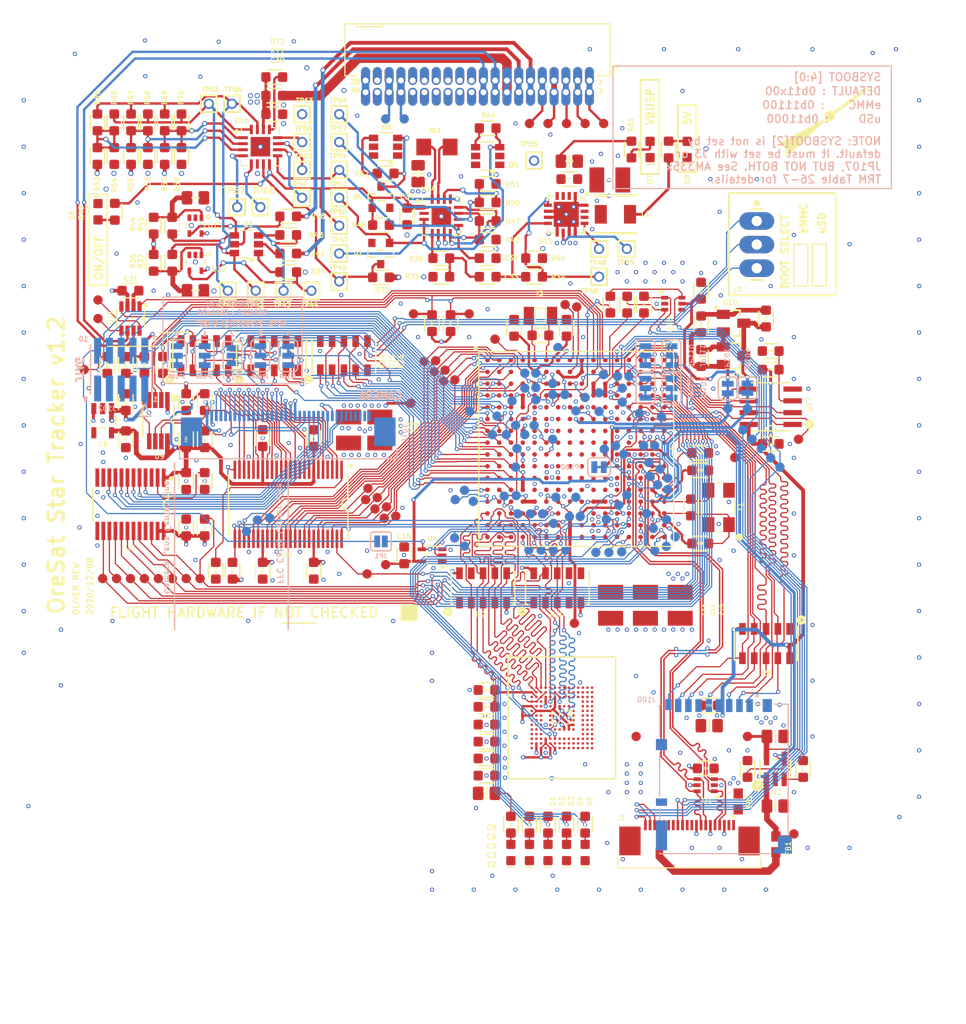
<source format=kicad_pcb>
(kicad_pcb (version 20241229) (generator "pcbnew") (generator_version "9.0")
  (layers (0 "F.Cu" signal) (4 "In1.Cu" signal) (6 "In2.Cu" signal) (2 "B.Cu" signal) (13 "F.Paste" user) (15 "B.Paste" user) (5 "F.SilkS" user "F.Silkscreen") (7 "B.SilkS" user "B.Silkscreen") (1 "F.Mask" user) (3 "B.Mask" user) (25 "Edge.Cuts" user))
  (net 0 "")
  (net 1 "3.3V")
  (net 2 "N$271")
  (net 3 "VBUS")
  (net 4 "CAN2_L")
  (net 5 "CAN2_H")
  (net 6 "TPS62111_SW")
  (net 7 "TPS62111-PG")
  (net 8 "TPS62111-SYNC")
  (net 9 "VBUSP")
  (net 10 "VIN_USB")
  (net 11 "N$401")
  (net 12 "N$404")
  (net 13 "5V")
  (net 14 "N$405")
  (net 15 "N$407")
  (net 16 "N$499")
  (net 17 "I2C0_SDA")
  (net 18 "I2C0_SCL")
  (net 19 "N$504")
  (net 20 "N$519")
  (net 21 "N$520")
  (net 22 "N$524")
  (net 23 "N$525")
  (net 24 "N$529")
  (net 25 "PMIC_PGOOD")
  (net 26 "RESET#")
  (net 27 "N$530")
  (net 28 "N$533")
  (net 29 "N$534")
  (net 30 "N$535")
  (net 31 "N$578")
  (net 32 "N$582")
  (net 33 "N$583")
  (net 34 "N$584")
  (net 35 "N$585")
  (net 36 "N$586")
  (net 37 "N$587")
  (net 38 "N$588")
  (net 39 "N$591")
  (net 40 "N$592")
  (net 41 "N$594")
  (net 42 "N$595")
  (net 43 "N$601")
  (net 44 "N$602")
  (net 45 "N$609")
  (net 46 "EEPROM_WP")
  (net 47 "USB_CLI_N")
  (net 48 "USB_CLI_P")
  (net 49 "USB_CLI_VBUS")
  (net 50 "USB_HO_VBUS")
  (net 51 "N$619")
  (net 52 "N$620")
  (net 53 "N$621")
  (net 54 "N$629")
  (net 55 "N$630")
  (net 56 "N$631")
  (net 57 "N$632")
  (net 58 "N$633")
  (net 59 "N$634")
  (net 60 "N$640")
  (net 61 "N$641")
  (net 62 "N$642")
  (net 63 "N$643")
  (net 64 "N$644")
  (net 65 "N$645")
  (net 66 "N$646")
  (net 67 "N$647")
  (net 68 "N$648")
  (net 69 "N$649")
  (net 70 "N$651")
  (net 71 "N$652")
  (net 72 "N$653")
  (net 73 "N$654")
  (net 74 "N$655")
  (net 75 "N$656")
  (net 76 "N$657")
  (net 77 "OSC0_IN")
  (net 78 "OSC0_OUT")
  (net 79 "OSC0_GND")
  (net 80 "VOUT_USB")
  (net 81 "PMIC_MUX_IN")
  (net 82 "N$3")
  (net 83 "N$4")
  (net 84 "N$5")
  (net 85 "N$6")
  (net 86 "N$7")
  (net 87 "N$8")
  (net 88 "N$9")
  (net 89 "N$10")
  (net 90 "N$11")
  (net 91 "N$12")
  (net 92 "N$13")
  (net 93 "N$14")
  (net 94 "I2C2_SCL")
  (net 95 "I2C2_SDA")
  (net 96 "N$15")
  (net 97 "N$16")
  (net 98 "N$17")
  (net 99 "N$18")
  (net 100 "D0_I")
  (net 101 "D1_I")
  (net 102 "D2_I")
  (net 103 "D3_I")
  (net 104 "D4_I")
  (net 105 "D5_I")
  (net 106 "D6_I")
  (net 107 "D7_I")
  (net 108 "D8_I")
  (net 109 "D9_I")
  (net 110 "D10_I")
  (net 111 "D11_I")
  (net 112 "PIXCLK_I")
  (net 113 "HSYNC_I")
  (net 114 "VSYNC_I")
  (net 115 "D0_E")
  (net 116 "D1_E")
  (net 117 "D2_E")
  (net 118 "D3_E")
  (net 119 "D4_E")
  (net 120 "D5_E")
  (net 121 "D6_E")
  (net 122 "D11_E")
  (net 123 "D10_E")
  (net 124 "D9_E")
  (net 125 "D8_E")
  (net 126 "D7_E")
  (net 127 "PIXCLK_E")
  (net 128 "HSYNC_E")
  (net 129 "VSYNC_E")
  (net 130 "2.8V")
  (net 131 "N$19")
  (net 132 "SDA_2")
  (net 133 "SCL_2")
  (net 134 "N$21")
  (net 135 "FLASH_E")
  (net 136 "VREG_EN_E")
  (net 137 "SADDR_E")
  (net 138 "~{RESET_E}")
  (net 139 "~{OE_E}")
  (net 140 "TRIGGER_E")
  (net 141 "STANDBY_E")
  (net 142 "CLK_EN_E")
  (net 143 "N$24")
  (net 144 "VREG_EN")
  (net 145 "SADDR")
  (net 146 "RESET")
  (net 147 "CAM_OE")
  (net 148 "TRIGGER")
  (net 149 "STANDBY")
  (net 150 "CLK_EN")
  (net 151 "INPUT_EN")
  (net 152 "FLASH")
  (net 153 "BUS_OE")
  (net 154 "N$22")
  (net 155 "N$23")
  (net 156 "N$26")
  (net 157 "UART0_TX")
  (net 158 "UART0_RX")
  (net 159 "N$33")
  (net 160 "N$34")
  (net 161 "N$35")
  (net 162 "N$36")
  (net 163 "N$37")
  (net 164 "N$38")
  (net 165 "N$39")
  (net 166 "N$40")
  (net 167 "N$41")
  (net 168 "N$42")
  (net 169 "N$43")
  (net 170 "N$44")
  (net 171 "N$45")
  (net 172 "N$46")
  (net 173 "N$47")
  (net 174 "N$48")
  (net 175 "N$49")
  (net 176 "N$50")
  (net 177 "N$51")
  (net 178 "N$52")
  (net 179 "N$53")
  (net 180 "N$54")
  (net 181 "N$55")
  (net 182 "N$56")
  (net 183 "N$57")
  (net 184 "N$58")
  (net 185 "N$59")
  (net 186 "N$60")
  (net 187 "N$61")
  (net 188 "N$62")
  (net 189 "N$63")
  (net 190 "N$64")
  (net 191 "N$65")
  (net 192 "N$66")
  (net 193 "N$67")
  (net 194 "N$68")
  (net 195 "N$69")
  (net 196 "N$70")
  (net 197 "N$71")
  (net 198 "N$72")
  (net 199 "N$73")
  (net 200 "N$74")
  (net 201 "N$75")
  (net 202 "N$76")
  (net 203 "N$77")
  (net 204 "N$78")
  (net 205 "N$79")
  (net 206 "VDD")
  (net 207 "N$82")
  (net 208 "N$83")
  (net 209 "N$84")
  (net 210 "N$85")
  (net 211 "N$86")
  (net 212 "USB_HO_N")
  (net 213 "USB_HO_PX")
  (net 214 "N$20")
  (net 215 "N$2")
  (net 216 "N$80")
  (net 217 "N$81")
  (net 218 "N$87")
  (net 219 "N$88")
  (net 220 "N$92")
  (net 221 "N$93")
  (net 222 "N$94")
  (net 223 "N$95")
  (net 224 "N$96")
  (net 225 "N$97")
  (net 226 "N$270")
  (net 227 "AD2")
  (net 228 "AD0")
  (net 229 "AD1")
  (net 230 "N$589")
  (net 231 "ON/~{OFF}")
  (net 232 "CB-RESET")
  (net 233 "~{FAULT}")
  (net 234 "VPD")
  (net 235 "PB6/SCL")
  (net 236 "PB7/SDA")
  (net 237 "BOOT0")
  (net 238 "N$385")
  (net 239 "PEN-SCL-FILT")
  (net 240 "PEN-SDA-FILT")
  (net 241 "OPD_PWR")
  (net 242 "N$98")
  (net 243 "N$596")
  (net 244 "N$597")
  (net 245 "IOUT")
  (net 246 "N$599")
  (net 247 "CB_CTRL")
  (net 248 "N$604")
  (net 249 "N$99")
  (net 250 "POUT")
  (net 251 "OPD_SDA")
  (net 252 "N$579")
  (net 253 "N$590")
  (net 254 "N$603")
  (net 255 "N$575")
  (net 256 "N$580")
  (net 257 "N$479")
  (net 258 "OPD_SCL")
  (net 259 "SPARE1")
  (net 260 "SPARE4")
  (net 261 "SPARE3")
  (net 262 "~{SD}")
  (net 263 "CAN1_L")
  (net 264 "CAN1_H")
  (net 265 "SPARE2")
  (net 266 "N$100")
  (net 267 "N$102")
  (net 268 "N$103")
  (net 269 "N$25")
  (net 270 "OSC1_IN1")
  (net 271 "OSC1_OUT1")
  (net 272 "OSC1_GND1")
  (net 273 "N$90")
  (net 274 "N$91")
  (net 275 "N$101")
  (net 276 "N$1")
  (net 277 "N$27")
  (net 278 "N$89")
  (net 279 "N$104")
  (net 280 "N$105")
  (net 281 "N$106")
  (net 282 "N$107")
  (net 283 "N$108")
  (net 284 "N$109")
  (net 285 "GND")
  (net 286 "N$110")
  (net 287 "N$111")
  (net 288 "N$28")
  (net 289 "N$29")
  (net 290 "N$30")
  (net 291 "N$31")
  (net 292 "N$112")
  (net 293 "3.3VA")
  (net 294 "N$114")
  (net 295 "N$115")
  (net 296 "N$116")
  (net 297 "N$32")
  (net 298 "N$113")
  (net 299 "N$117")
  (footprint "star-tracker-card:SOT23" (layer "F.Cu") (at 138.1011 76.3411)
    (property "Reference" "Q4")
    (property "Value" "PMV45EN")
  )
  (footprint "star-tracker-card:PAD.03X.04" (layer "F.Cu") (at 147.6011 88.9036 -90)
    (property "Reference" "TP37" (hide yes))
    (property "Value" "TEST-POINT3X4" (hide yes))
  )
  (footprint "star-tracker-card:PAD.03X.04" (layer "F.Cu") (at 182.6011 144.9036)
    (property "Reference" "TP1" (hide yes))
    (property "Value" "TEST-POINT3X4" (hide yes))
  )
  (footprint "star-tracker-card:2MM-TEST-POINT" (layer "F.Cu") (at 133.6011 82.4036)
    (property "Reference" "TP47")
    (property "Value" "TEST-POINT" (hide yes))
  )
  (footprint "star-tracker-card:PAD.03X.04" (layer "F.Cu") (at 160.1011 68.4036 -90)
    (property "Reference" "TP61" (hide yes))
    (property "Value" "TEST-POINT3X4" (hide yes))
  )
  (footprint "star-tracker-card:2MM-TEST-POINT" (layer "F.Cu") (at 161.6011 81.9036 -90)
    (property "Reference" "TP48")
    (property "Value" "TEST-POINT" (hide yes))
  )
  (footprint "star-tracker-card:.0603-A" (layer "F.Cu") (at 158.1011 143.9036 -90)
    (property "Reference" "R4")
    (property "Value" "1k")
  )
  (footprint "star-tracker-card:.0603-A" (layer "F.Cu") (at 138.1011 84.9661)
    (property "Reference" "R32")
    (property "Value" "10k")
  )
  (footprint "star-tracker-card:C1210" (layer "F.Cu") (at 170.3511 120.2786 -90)
    (property "Reference" "C15")
    (property "Value" "22uF")
  )
  (footprint "star-tracker-card:PAD.03X.04" (layer "F.Cu") (at 141.6011 88.9036)
    (property "Reference" "TP36" (hide yes))
    (property "Value" "TEST-POINT3X4" (hide yes))
  )
  (footprint "star-tracker-card:.0603-A" (layer "F.Cu") (at 155.2886 91.2161)
    (property "Reference" "R27")
    (property "Value" "DNP")
  )
  (footprint "star-tracker-card:.0603-A" (layer "F.Cu") (at 180.1011 94.9036)
    (property "Reference" "R60")
    (property "Value" "DNP")
  )
  (footprint "star-tracker-card:.0603-A" (layer "F.Cu") (at 110.6011 94.4036 90)
    (property "Reference" "R20")
    (property "Value" "10k")
  )
  (footprint "star-tracker-card:PAD.03X.04" (layer "F.Cu") (at 144.8511 96.1536)
    (property "Reference" "TP23" (hide yes))
    (property "Value" "TEST-POINT3X4" (hide yes))
  )
  (footprint "star-tracker-card:.0603-A" (layer "F.Cu") (at 126.6011 65.4036 180)
    (property "Reference" "R71")
    (property "Value" "100")
  )
  (footprint "star-tracker-card:SOT23-6" (layer "F.Cu") (at 123.6011 81.4036 90)
    (property "Reference" "Q3")
    (property "Value" "DMP2240UDM" (hide yes))
  )
  (footprint "star-tracker-card:.0603-A" (layer "F.Cu") (at 172.6011 93.6536 -90)
    (property "Reference" "R23")
    (property "Value" "499")
  )
  (footprint "star-tracker-card:.0603-A" (layer "F.Cu") (at 122.1011 116.55985 -90)
    (property "Reference" "R11")
    (property "Value" "10k")
  )
  (footprint "star-tracker-card:.0603-A" (layer "F.Cu") (at 173.1011 137.8411)
    (property "Reference" "C4")
    (property "Value" "0.1uF")
  )
  (footprint "star-tracker-card:BGA-153(11.5X13)(EMMC-BA)" (layer "F.Cu") (at 157.6011 132.4036)
    (property "Reference" "U3")
    (property "Value" "THGBMJG7C2LBAU8")
  )
  (footprint "star-tracker-card:PAD.03X.04" (layer "F.Cu") (at 115.6011 117.4036)
    (property "Reference" "TP10" (hide yes))
    (property "Value" "TEST-POINT3X4" (hide yes))
  )
  (footprint "star-tracker-card:.0603-A" (layer "F.Cu") (at 119.1011 102.4036 90)
    (property "Reference" "R17")
    (property "Value" "4.7k")
  )
  (footprint "star-tracker-card:.0603-A" (layer "F.Cu") (at 149.4761 131.2161 180)
    (property "Reference" "C10")
    (property "Value" "1uF")
  )
  (footprint "star-tracker-card:PAD.03X.04" (layer "F.Cu") (at 107.6011 87.4036)
    (property "Reference" "TP40" (hide yes))
    (property "Value" "TEST-POINT3X4" (hide yes))
  )
  (footprint "star-tracker-card:.0603-A" (layer "F.Cu") (at 130.8511 102.2786 90)
    (property "Reference" "C26")
    (property "Value" "0.1uF")
  )
  (footprint "star-tracker-card:PAD.03X.04" (layer "F.Cu") (at 111.1011 117.4036)
    (property "Reference" "TP7" (hide yes))
    (property "Value" "TEST-POINT3X4" (hide yes))
  )
  (footprint "star-tracker-card:.0805-B-NOSILK" (layer "F.Cu") (at 118.1011 86.4036)
    (property "Reference" "C32")
    (property "Value" "1uF")
  )
  (footprint "star-tracker-card:.0603-A" (layer "F.Cu") (at 169.1011 71.2036 -90)
    (property "Reference" "R62")
    (property "Value" "2.7k")
  )
  (footprint "star-tracker-card:.0603-A" (layer "F.Cu") (at 114.7886 68.2786 -90)
    (property "Reference" "R69")
    (property "Value" "NP")
  )
  (footprint "star-tracker-card:SOT23-3" (layer "F.Cu") (at 176.1011 89.9036 -90)
    (property "Reference" "U10")
    (property "Value" "TLVH431")
  )
  (footprint "star-tracker-card:.0603-A" (layer "F.Cu") (at 117.1011 106.9036 -90)
    (property "Reference" "C21")
    (property "Value" "0.1uF")
  )
  (footprint "star-tracker-card:LED-0603" (layer "F.Cu") (at 160.1011 146.9036 -90)
    (property "Reference" "D5")
    (property "Value" "BLUE")
  )
  (footprint "star-tracker-card:LED-0603" (layer "F.Cu") (at 167.1011 71.2036 -90)
    (property "Reference" "D7")
    (property "Value" "GREEN")
  )
  (footprint "star-tracker-card:PW24-M" (layer "F.Cu") (at 111.1011 109.4036 -90)
    (property "Reference" "U5")
    (property "Value" "SN74LVC8T245MPWREPPW24-M" (hide yes))
  )
  (footprint "star-tracker-card:.0603-A" (layer "F.Cu") (at 143.6011 89.9036 90)
    (property "Reference" "R29")
    (property "Value" "4.7k")
  )
  (footprint "star-tracker-card:DGG48-M" (layer "F.Cu") (at 128.1011 109.4036 -90)
    (property "Reference" "U6")
    (property "Value" "CLVCH16T245MDGGREP" (hide yes))
  )
  (footprint "star-tracker-card:.0603-A" (layer "F.Cu") (at 154.6011 84.9036 180)
    (property "Reference" "R34")
    (property "Value" "10k")
  )
  (footprint "star-tracker-card:2MM-TEST-POINT" (layer "F.Cu") (at 125.1011 77.4036)
    (property "Reference" "TP68")
    (property "Value" "TEST-POINT" (hide yes))
  )
  (footprint "star-tracker-card:.0603-A" (layer "F.Cu") (at 128.1011 82.4036 180)
    (property "Reference" "R41")
    (property "Value" "100")
  )
  (footprint "star-tracker-card:.0603-A" (layer "F.Cu") (at 149.4761 136.7786 180)
    (property "Reference" "C5")
    (property "Value" "1uF")
  )
  (footprint "star-tracker-card:0603" (layer "F.Cu") (at 176.6011 141.4036 90)
    (property "Reference" "FB2")
    (property "Value" "30Ω/1.8A")
  )
  (footprint "star-tracker-card:PAD.03X.04" (layer "F.Cu") (at 137.44485 109.9036)
    (property "Reference" "TP17" (hide yes))
    (property "Value" "TEST-POINT3X4" (hide yes))
  )
  (footprint "star-tracker-card:.0603-A" (layer "F.Cu") (at 113.6011 79.4036 -90)
    (property "Reference" "R44")
    (property "Value" "1M")
  )
  (footprint "star-tracker-card:PAD.03X.04" (layer "F.Cu") (at 136.44485 108.9036)
    (property "Reference" "TP19" (hide yes))
    (property "Value" "TEST-POINT3X4" (hide yes))
  )
  (footprint "star-tracker-card:.0603-A" (layer "F.Cu") (at 154.1011 143.9036 -90)
    (property "Reference" "R2")
    (property "Value" "1k")
  )
  (footprint "star-tracker-card:2MM-TEST-POINT" (layer "F.Cu") (at 129.6011 70.4036)
    (property "Reference" "TP56")
    (property "Value" "TEST-POINT" (hide yes))
  )
  (footprint "star-tracker-card:OSD335X-BGA-256" (layer "F.Cu") (at 159.1011 103.4036 -90)
    (property "Reference" "U7")
    (property "Value" "OSD3358-512M-BSM")
  )
  (footprint "star-tracker-card:.0603-A" (layer "F.Cu") (at 149.4761 134.9661 180)
    (property "Reference" "C6")
    (property "Value" "1uF")
  )
  (footprint "star-tracker-card:.0603-A" (layer "F.Cu") (at 172.50735 103.87235 180)
    (property "Reference" "R15")
    (property "Value" "10k")
  )
  (footprint "star-tracker-card:SC70-6" (layer "F.Cu") (at 173.1011 139.6536 90)
    (property "Reference" "U1")
    (property "Value" "RCLAMP0504FB" (hide yes))
  )
  (footprint "star-tracker-card:2MM-TEST-POINT" (layer "F.Cu") (at 133.6011 70.4036)
    (property "Reference" "TP57")
    (property "Value" "TEST-POINT" (hide yes))
  )
  (footprint "star-tracker-card:PAD.03X.04" (layer "F.Cu") (at 177.6011 134.4036 90)
    (property "Reference" "TP3" (hide yes))
    (property "Value" "TEST-POINT3X4" (hide yes))
  )
  (footprint "star-tracker-card:.0603-A" (layer "F.Cu") (at 112.9761 71.9036 90)
    (property "Reference" "R56")
    (property "Value" "NP")
  )
  (footprint "star-tracker-card:.0603-A" (layer "F.Cu") (at 113.6011 83.4036 90)
    (property "Reference" "R36")
    (property "Value" "1M")
  )
  (footprint "star-tracker-card:.0603-A" (layer "F.Cu") (at 172.50735 113.62235)
    (property "Reference" "C19")
    (property "Value" "18pF, 50V")
  )
  (footprint "star-tracker-card:.0603-A" (layer "F.Cu") (at 152.44485 90.4036 -90)
    (property "Reference" "C29")
    (property "Value" "18pF, 50V")
  )
  (footprint "star-tracker-card:.0603-A" (layer "F.Cu") (at 172.6011 86.4036 90)
    (property "Reference" "C41")
    (property "Value" "0.1uF")
  )
  (footprint "star-tracker-card:ARRAY_EXBA-M" (layer "F.Cu") (at 157.1011 118.4036 90)
    (property "Reference" "R10")
    (property "Value" "10K" (hide yes))
  )
  (footprint "star-tracker-card:.0603-A" (layer "F.Cu") (at 156.1011 143.9036 -90)
    (property "Reference" "R3")
    (property "Value" "1k")
  )
  (footprint "star-tracker-card:SC70-5" (layer "F.Cu") (at 118.1011 79.4036 180)
    (property "Reference" "U13")
    (property "Value" "MIC842LYC5" (hide yes))
  )
  (footprint "star-tracker-card:PAD.03X.04" (layer "F.Cu") (at 141.31985 98.5286)
    (property "Reference" "TP25" (hide yes))
    (property "Value" "TEST-POINT3X4" (hide yes))
  )
  (footprint "star-tracker-card:SC70-5" (layer "F.Cu") (at 118.1011 83.4036 180)
    (property "Reference" "U12")
    (property "Value" "MIC842LYC5" (hide yes))
  )
  (footprint "star-tracker-card:PAD.03X.04" (layer "F.Cu") (at 107.6011 89.4036)
    (property "Reference" "TP35" (hide yes))
    (property "Value" "TEST-POINT3X4" (hide yes))
  )
  (footprint "star-tracker-card:FLIGHTMARKER_NEW_BOARDS" (layer "F.Cu") (at 108.7011 121.7036)
    (property "Reference" "U$1" (hide yes))
    (property "Value" "FLIGHMARKERNEW" (hide yes))
  )
  (footprint "star-tracker-card:2MM-TEST-POINT" (layer "F.Cu") (at 133.6011 85.4036)
    (property "Reference" "TP45")
    (property "Value" "TEST-POINT" (hide yes))
  )
  (footprint "star-tracker-card:C70(TI-DCK)" (layer "F.Cu") (at 143.6011 114.9036 -90)
    (property "Reference" "U4")
    (property "Value" "SN74LVC1G07DCK")
  )
  (footprint "star-tracker-card:PAD.03X.04" (layer "F.Cu") (at 150.38235 91.62235)
    (property "Reference" "TP30" (hide yes))
    (property "Value" "TEST-POINT3X4" (hide yes))
  )
  (footprint "star-tracker-card:TE_2-1734592-0" (layer "F.Cu") (at 171.3511 145.6536 180)
    (property "Reference" "J1")
    (property "Value" "ORESAT-DEBUG-CONNECTOR-CARD")
  )
  (footprint "star-tracker-card:PAD.03X.04" (layer "F.Cu") (at 118.6011 117.4036)
    (property "Reference" "TP12" (hide yes))
    (property "Value" "TEST-POINT3X4" (hide yes))
  )
  (footprint "star-tracker-card:ARRAY_EXBA-M" (layer "F.Cu") (at 134.1011 93.4036 90)
    (property "Reference" "R26")
    (property "Value" "100K" (hide yes))
  )
  (footprint "star-tracker-card:.0603-A" (layer "F.Cu") (at 138.6011 73.7786 180)
    (property "Reference" "R52")
    (property "Value" "10k")
  )
  (footprint "star-tracker-card:PAD.03X.04" (layer "F.Cu") (at 157.94485 87.9036)
    (property "Reference" "TP39" (hide yes))
    (property "Value" "TEST-POINT3X4" (hide yes))
  )
  (footprint "star-tracker-card:2MM-TEST-POINT" (layer "F.Cu") (at 129.6011 76.4036)
    (property "Reference" "TP51")
    (property "Value" "TEST-POINT" (hide yes))
  )
  (footprint "star-tracker-card:.0603-A" (layer "F.Cu") (at 158.1011 90.4036 -90)
    (property "Reference" "C30")
    (property "Value" "18pF, 50V")
  )
  (footprint "star-tracker-card:SOT23-8_TI-DCN" (layer "F.Cu") (at 111.1011 89.4036 180)
    (property "Reference" "U11")
    (property "Value" "TCAN330")
  )
  (footprint "star-tracker-card:.0603-A" (layer "F.Cu") (at 130.8511 116.55985 -90)
    (property "Reference" "C17")
    (property "Value" "0.1uF")
  )
  (footprint "star-tracker-card:SOT23-BEC" (layer "F.Cu") (at 176.1011 93.4036 -90)
    (property "Reference" "Q1")
    (property "Value" "MMBT2907")
  )
  (footprint "star-tracker-card:.0603-A" (layer "F.Cu") (at 140.6011 114.9036 90)
    (property "Reference" "C18")
    (property "Value" "0.1uF")
  )
  (footprint "star-tracker-card:.0603-A" (layer "F.Cu") (at 116.6011 71.9036 90)
    (property "Reference" "R58")
    (property "Value" "NP")
  )
  (footprint "star-tracker-card:5X3.2-4SMD" (layer "F.Cu") (at 174.50735 109.74735 90)
    (property "Reference" "Y1")
    (property "Value" "24MHz" (hide yes))
  )
  (footprint "star-tracker-card:PAD.03X.04" (layer "F.Cu") (at 145.00735 94.9661)
    (property "Reference" "TP27" (hide yes))
    (property "Value" "TEST-POINT3X4" (hide yes))
  )
  (footprint "star-tracker-card:ARRAY_EXBA-M" (layer "F.Cu") (at 149.1011 118.4036 90)
    (property "Reference" "R9")
    (property "Value" "10K" (hide yes))
  )
  (footprint "star-tracker-card:.0603-A" (layer "F.Cu") (at 149.6011 84.9036)
    (property "Reference" "C33")
    (property "Value" "1uF")
  )
  (footprint "star-tracker-card:.0603-A" (layer "F.Cu") (at 112.9761 68.2786 90)
    (property "Reference" "R68")
    (property "Value" "NP")
  )
  (footprint "star-tracker-card:J-SAMTEC-TFM-120-X1-XXX-D-RA" (layer "F.Cu") (at 148.5011 64.4036)
    (property "Reference" "J4")
    (property "Value" "TFM-120-01-L-D-RA" (hide yes))
  )
  (footprint "star-tracker-card:QFN65P400X400X80-17T210" (layer "F.Cu") (at 125.1011 70.9036)
    (property "Reference" "U16")
    (property "Value" "MAX7310ATE")
  )
  (footprint "star-tracker-card:PAD.03X.04" (layer "F.Cu") (at 176.2261 104.37235)
    (property "Reference" "TP22" (hide yes))
    (property "Value" "TEST-POINT3X4" (hide yes))
  )
  (footprint "star-tracker-card:.0603-A" (layer "F.Cu") (at 119.1011 106.9036 -90)
    (property "Reference" "R14")
    (property "Value" "10k")
  )
  (footprint "star-tracker-card:PAD.03X.04" (layer "F.Cu") (at 138.44485 110.9036)
    (property "Reference" "TP15" (hide yes))
    (property "Value" "TEST-POINT3X4" (hide yes))
  )
  (footprint "star-tracker-card:.0603-A" (layer "F.Cu") (at 162.81985 87.9036 -90)
    (property "Reference" "R75")
    (property "Value" "100")
  )
  (footprint "star-tracker-card:PSAS_LOGO_10X10" (layer "F.Cu") (at 186.1011 67.9036)
    (property "Reference" "U$3" (hide yes))
    (property "Value" "" (hide yes))
  )
  (footprint "star-tracker-card:.0603-A" (layer "F.Cu") (at 165.1011 71.2036 90)
    (property "Reference" "R61")
    (property "Value" "2.7k")
  )
  (footprint "star-tracker-card:PAD.03X.04" (layer "F.Cu") (at 165.6011 134.4036 90)
    (property "Reference" "TP2" (hide yes))
    (property "Value" "TEST-POINT3X4" (hide yes))
  )
  (footprint "star-tracker-card:LED-0603_529" (layer "F.Cu") (at 107.6011 77.9036 90)
    (property "Reference" "D6")
    (property "Value" "AMBER")
  )
  (footprint "star-tracker-card:2MM-TEST-POINT" (layer "F.Cu") (at 119.5386 66.2786)
    (property "Reference" "TP65")
    (property "Value" "TEST-POINT" (hide yes))
  )
  (footprint "star-tracker-card:.0603-A" (layer "F.Cu") (at 116.6011 68.2786 90)
    (property "Reference" "R70")
    (property "Value" "NP")
  )
  (footprint "star-tracker-card:2MM-TEST-POINT" (layer "F.Cu") (at 133.6011 67.4036)
    (property "Reference" "TP64")
    (property "Value" "TEST-POINT" (hide yes))
  )
  (footprint "star-tracker-card:SOIC8" (layer "F.Cu") (at 180.1011 98.9036 180)
    (property "Reference" "U17")
    (property "Value" "25AAXX" (hide yes))
  )
  (footprint "star-tracker-card:.0603-A" (layer "F.Cu") (at 149.4761 129.4036 180)
    (property "Reference" "C12")
    (property "Value" "1uF")
  )
  (footprint "star-tracker-card:.0603-A" (layer "F.Cu") (at 144.6011 84.9036)
    (property "Reference" "R33")
    (property "Value" "100k")
  )
  (footprint "star-tracker-card:PAD.03X.04" (layer "F.Cu") (at 137.69485 108.68485)
    (property "Reference" "TP20" (hide yes))
    (property "Value" "TEST-POINT3X4" (hide yes))
  )
  (footprint "star-tracker-card:.0603-A" (layer "F.Cu") (at 164.63235 87.9036 -90)
    (property "Reference" "R73")
    (property "Value" "100")
  )
  (footprint "star-tracker-card:1X03_LONGPADS" (layer "F.Cu") (at 178.6011 78.9036 -90)
    (property "Reference" "J3")
    (property "Value" "")
  )
  (footprint "star-tracker-card:.0603-A" (layer "F.Cu") (at 149.6011 74.9036 180)
    (property "Reference" "R51")
    (property "Value" "NP")
  )
  (footprint "star-tracker-card:.0603-A" (layer "F.Cu") (at 149.6011 78.9036)
    (property "Reference" "R47")
    (property "Value" "0")
  )
  (footprint "star-tracker-card:2MM-TEST-POINT" (layer "F.Cu") (at 121.6011 86.4036)
    (property "Reference" "TP41")
    (property "Value" "TEST-POINT" (hide yes))
  )
  (footprint "star-tracker-card:S-PVQFN-16" (layer "F.Cu") (at 158.0636 78.1786 -90)
    (property "Reference" "U15")
    (property "Value" "TPS62112" (hide yes))
  )
  (footprint "star-tracker-card:SC70-6" (layer "F.Cu") (at 169.6011 87.80985 -90)
    (property "Reference" "U18")
    (property "Value" "RCLAMP0504FB" (hide yes))
  )
  (footprint "star-tracker-card:.0603-A" (layer "F.Cu") (at 108.6011 94.4036 90)
    (property "Reference" "R19")
    (property "Value" "10k")
  )
  (footprint "star-tracker-card:2MM-TEST-POINT" (layer "F.Cu") (at 133.6011 79.4036)
    (property "Reference" "TP50")
    (property "Value" "TEST-POINT" (hide yes))
  )
  (footprint "star-tracker-card:2MM-TEST-POINT" (layer "F.Cu") (at 129.6011 67.4036)
    (property "Reference" "TP63")
    (property "Value" "TEST-POINT" (hide yes))
  )
  (footprint "star-tracker-card:.0603-A" (layer "F.Cu") (at 173.4761 131.05985 180)
    (property "Reference" "C11")
    (property "Value" "0.1uF")
  )
  (footprint "star-tracker-card:.0603-A" (layer "F.Cu") (at 110.6011 98.4036 90)
    (property "Reference" "C27")
    (property "Value" "1uF")
  )
  (footprint "star-tracker-card:PAD.03X.04" (layer "F.Cu") (at 162.1011 68.4036 -90)
    (property "Reference" "TP62" (hide yes))
    (property "Value" "TEST-POINT3X4" (hide yes))
  )
  (footprint "star-tracker-card:2MM-TEST-POINT" (layer "F.Cu") (at 161.6011 84.9036)
    (property "Reference" "TP46")
    (property "Value" "TEST-POINT" (hide yes))
  )
  (footprint "star-tracker-card:.0603-A" (layer "F.Cu") (at 109.3511 71.9036 90)
    (property "Reference" "R54")
    (property "Value" "NP")
  )
  (footprint "star-tracker-card:PAD.03X.04" (layer "F.Cu") (at 136.69485 107.68485)
    (property "Reference" "TP21" (hide yes))
    (property "Value" "TEST-POINT3X4" (hide yes))
  )
  (footprint "star-tracker-card:PAD.03X.04" (layer "F.Cu") (at 154.1011 68.4036 -90)
    (property "Reference" "TP58" (hide yes))
    (property "Value" "TEST-POINT3X4" (hide yes))
  )
  (footprint "star-tracker-card:.0603-A" (layer "F.Cu") (at 166.44485 87.9036 -90)
    (property "Reference" "R74")
    (property "Value" "100")
  )
  (footprint "star-tracker-card:.0603-A" (layer "F.Cu") (at 107.5386 68.2786 -90)
    (property "Reference" "R65")
    (property "Value" "NP")
  )
  (footprint "star-tracker-card:.0805-B" (layer "F.Cu") (at 158.39485 72.4661)
    (property "Reference" "C38")
    (property "Value" "10uF")
  )
  (footprint "star-tracker-card:.0603-A" (layer "F.Cu") (at 180.1011 92.9036 180)
    (property "Reference" "R59")
    (property "Value" "DNP")
  )
  (footprint "star-tracker-card:PAD.03X.04" (layer "F.Cu") (at 106.1011 94.9036)
    (property "Reference" "TP31" (hide yes))
    (property "Value" "TEST-POINT3X4" (hide yes))
  )
  (footprint "star-tracker-card:.0603-A" (layer "F.Cu") (at 149.4761 133.12235 180)
    (property "Reference" "C9")
    (property "Value" "1uF")
  )
  (footprint "star-tracker-card:ECS-MPI4040" (layer "F.Cu") (at 163.3636 78.1786 90)
    (property "Reference" "L1")
    (property "Value" "6.8u")
  )
  (footprint "star-tracker-card:.0603-A" (layer "F.Cu") (at 154.6011 82.9036 180)
    (property "Reference" "R40")
    (property "Value" "NP")
  )
  (footprint "star-tracker-card:ORESAT-CARD-V1.3-STAR-TRACKER" (layer "F.Cu") (at 98.6011 152.3036)
    (property "Reference" "PCB1" (hide yes))
    (property "Value" "ORESAT-CARD-V1.3-STAR-TRACKER" (hide yes))
    (fp_line (start 0 -88.8) (end 0 -9.1) (stroke (width 0.001)) (layer "Edge.Cuts"))
    (fp_line (start 2.25 -8.6) (end 0.5 -8.6) (stroke (width 0.001)) (layer "Edge.Cuts"))
    (fp_line (start 2.75 -8.1) (end 2.75 -3.4) (stroke (width 0.001)) (layer "Edge.Cuts"))
    (fp_line (start 3.25 -2.9) (end 8.75 -2.9) (stroke (width 0.001)) (layer "Edge.Cuts"))
    (fp_line (start 5.8 -94.6) (end 0 -88.8) (stroke (width 0.001)) (layer "Edge.Cuts"))
    (fp_line (start 8.66795 -94.6) (end 5.8 -94.6) (stroke (width 0.001)) (layer "Edge.Cuts"))
    (fp_line (start 9.25 -3.4) (end 9.25 -26.9) (stroke (width 0.001)) (layer "Edge.Cuts"))
    (fp_line (start 11.25 -28.9) (end 41 -28.9) (stroke (width 0.001)) (layer "Edge.Cuts"))
    (fp_line (start 31.66795 -94.6) (end 12.13205 -94.6) (stroke (width 0.001)) (layer "Edge.Cuts"))
    (fp_line (start 43 -26.9) (end 43 -0.5) (stroke (width 0.001)) (layer "Edge.Cuts"))
    (fp_line (start 64.66795 -94.6) (end 35.13205 -94.6) (stroke (width 0.001)) (layer "Edge.Cuts"))
    (fp_line (start 83.8 0) (end 43.5 0) (stroke (width 0.001)) (layer "Edge.Cuts"))
    (fp_line (start 84.3 -0.5) (end 84.3 -2.4) (stroke (width 0.001)) (layer "Edge.Cuts"))
    (fp_line (start 84.8 -2.9) (end 96.55 -2.9) (stroke (width 0.001)) (layer "Edge.Cuts"))
    (fp_line (start 87.66795 -94.6) (end 68.13205 -94.6) (stroke (width 0.001)) (layer "Edge.Cuts"))
    (fp_line (start 94 -94.6) (end 91.13205 -94.6) (stroke (width 0.001)) (layer "Edge.Cuts"))
    (fp_line (start 97.05 -3.4) (end 97.05 -8.1) (stroke (width 0.001)) (layer "Edge.Cuts"))
    (fp_line (start 99.3 -8.6) (end 97.55 -8.6) (stroke (width 0.001)) (layer "Edge.Cuts"))
    (fp_line (start 99.8 -88.8) (end 94 -94.6) (stroke (width 0.001)) (layer "Edge.Cuts"))
    (fp_line (start 99.8 -9.1) (end 99.8 -88.8) (stroke (width 0.001)) (layer "Edge.Cuts"))
    (fp_arc (start 0.5 -8.6) (mid 0.146447 -8.746447) (end 0 -9.1) (stroke (width 0.001)) (layer "Edge.Cuts"))
    (fp_arc (start 2.25 -8.6) (mid 2.603553 -8.453553) (end 2.75 -8.1) (stroke (width 0.001)) (layer "Edge.Cuts"))
    (fp_arc (start 3.25 -2.9) (mid 2.896447 -3.046447) (end 2.75 -3.4) (stroke (width 0.001)) (layer "Edge.Cuts"))
    (fp_arc (start 9.25 -26.9) (mid 9.835786 -28.314214) (end 11.25 -28.9) (stroke (width 0.001)) (layer "Edge.Cuts"))
    (fp_arc (start 9.25 -3.4) (mid 9.103553 -3.046447) (end 8.75 -2.9) (stroke (width 0.001)) (layer "Edge.Cuts"))
    (fp_arc (start 12.132049 -94.599999) (mid 10.399999 -93.600001) (end 8.66795 -94.6) (stroke (width 0.001)) (layer "Edge.Cuts"))
    (fp_arc (start 35.132049 -94.599999) (mid 33.399999 -93.600001) (end 31.66795 -94.6) (stroke (width 0.001)) (layer "Edge.Cuts"))
    (fp_arc (start 41 -28.9) (mid 42.414214 -28.314214) (end 43 -26.9) (stroke (width 0.001)) (layer "Edge.Cuts"))
    (fp_arc (start 43.5 0) (mid 43.146447 -0.146447) (end 43 -0.5) (stroke (width 0.001)) (layer "Edge.Cuts"))
    (fp_arc (start 68.132049 -94.599999) (mid 66.399999 -93.600001) (end 64.66795 -94.6) (stroke (width 0.001)) (layer "Edge.Cuts"))
    (fp_arc (start 84.3 -2.4) (mid 84.446447 -2.753553) (end 84.8 -2.9) (stroke (width 0.001)) (layer "Edge.Cuts"))
    (fp_arc (start 84.3 -0.5) (mid 84.153553 -0.146447) (end 83.8 0) (stroke (width 0.001)) (layer "Edge.Cuts"))
    (fp_arc (start 91.132049 -94.599999) (mid 89.399999 -93.600001) (end 87.66795 -94.6) (stroke (width 0.001)) (layer "Edge.Cuts"))
    (fp_arc (start 97.05 -8.1) (mid 97.196447 -8.453553) (end 97.55 -8.6) (stroke (width 0.001)) (layer "Edge.Cuts"))
    (fp_arc (start 97.05 -3.4) (mid 96.903553 -3.046447) (end 96.55 -2.9) (stroke (width 0.001)) (layer "Edge.Cuts"))
    (fp_arc (start 99.8 -9.1) (mid 99.653553 -8.746447) (end 99.3 -8.6) (stroke (width 0.001)) (layer "Edge.Cuts"))
  )
  (footprint "star-tracker-card:.0603-A" (layer "F.Cu") (at 111.1011 86.4036 180)
    (property "Reference" "C31")
    (property "Value" "0.1uF")
  )
  (footprint "star-tracker-card:PAD.03X.04" (layer "F.Cu") (at 136.6011 116.9036)
    (property "Reference" "TP13" (hide yes))
    (property "Value" "TEST-POINT3X4" (hide yes))
  )
  (footprint "star-tracker-card:C1210" (layer "F.Cu") (at 162.7636 74.4786 180)
    (property "Reference" "C36")
    (property "Value" "22uF")
  )
  (footprint "star-tracker-card:CRYSTAL_3.2X1.5" (layer "F.Cu") (at 155.2886 89.0911)
    (property "Reference" "Y2")
    (property "Value" "ABS07-32.768KHZ-T")
  )
  (footprint "star-tracker-card:LED-0603" (layer "F.Cu") (at 152.1011 146.9036 -90)
    (property "Reference" "D1")
    (property "Value" "GREEN")
  )
  (footprint "star-tracker-card:PAD.03X.04" (layer "F.Cu") (at 183.1011 102.4036)
    (property "Reference" "TP69" (hide yes))
    (property "Value" "TEST-POINT3X4" (hide yes))
  )
  (footprint "star-tracker-card:SOT23-6" (layer "F.Cu") (at 149.6011 71.9036 90)
    (property "Reference" "Q5")
    (property "Value" "MOSFET-PCH-SOT23-6" (hide yes))
  )
  (footprint "star-tracker-card:.0805-B" (layer "F.Cu") (at 180.6011 141.9036)
    (property "Reference" "C1")
    (property "Value" "10uF")
  )
  (footprint "star-tracker-card:PAD.03X.04" (layer "F.Cu") (at 109.6011 117.4036)
    (property "Reference" "TP6" (hide yes))
    (property "Value" "TEST-POINT3X4" (hide yes))
  )
  (footprint "star-tracker-card:ARRAY_EXBA-M" (layer "F.Cu") (at 179.6011 124.4036 -90)
    (property "Reference" "R8")
    (property "Value" "10K" (hide yes))
  )
  (footprint "star-tracker-card:.0603-A" (layer "F.Cu") (at 152.1011 143.9036 -90)
    (property "Reference" "R1")
    (property "Value" "1k")
  )
  (footprint "star-tracker-card:.0603-A" (layer "F.Cu") (at 149.6011 76.9036)
    (property "Reference" "R50")
    (property "Value" "0")
  )
  (footprint "star-tracker-card:PAD.03X.04" (layer "F.Cu") (at 146.054225 96.012975)
    (property "Reference" "TP24" (hide yes))
    (property "Value" "TEST-POINT3X4" (hide yes))
  )
  (footprint "star-tracker-card:QFN65P400X400X80-17T210" (layer "F.Cu") (at 144.6011 78.4036)
    (property "Reference" "U14")
    (property "Value" "MAX4211FETE")
  )
  (footprint "star-tracker-card:.0603-A" (layer "F.Cu") (at 158.4011 74.3911)
    (property "Reference" "C37")
    (property "Value" "1uF")
  )
  (footprint "star-tracker-card:.0603-A" (layer "F.Cu") (at 114.6011 94.4036 90)
    (property "Reference" "R22")
    (property "Value" "10k")
  )
  (footprint "star-tracker-card:DBV5" (layer "F.Cu") (at 180.6011 137.9036 90)
    (property "Reference" "U2")
    (property "Value" "TPS2051CDBVR" (hide yes))
  )
  (footprint "star-tracker-card:.0603-A" (layer "F.Cu") (at 128.1011 84.4036 180)
    (property "Reference" "R35")
    (property "Value" "665k")
  )
  (footprint "star-tracker-card:.0603-A" (layer "F.Cu") (at 160.1011 143.9036 -90)
    (property "Reference" "R5")
    (property "Value" "1k")
  )
  (footprint "star-tracker-card:PAD.03X.04" (layer "F.Cu") (at 138.69485 109.68485)
    (property "Reference" "TP18" (hide yes))
    (property "Value" "TEST-POINT3X4" (hide yes))
  )
  (footprint "star-tracker-card:C1210" (layer "F.Cu") (at 137.9761 101.4036 -90)
    (property "Reference" "C43")
    (property "Value" "22uF")
  )
  (footprint "star-tracker-card:.0603-A" (layer "F.Cu") (at 125.3511 116.55985 -90)
    (property "Reference" "C16")
    (property "Value" "0.1uF")
  )
  (footprint "star-tracker-card:R1206_334" (layer "F.Cu") (at 144.13235 70.93485)
    (property "Reference" "R63")
    (property "Value" "100m")
  )
  (footprint "star-tracker-card:.0603-A" (layer "F.Cu") (at 128.1011 78.4036 180)
    (property "Reference" "R48")
    (property "Value" "100")
  )
  (footprint "star-tracker-card:.0603-A" (layer "F.Cu") (at 149.6011 68.9036 180)
    (property "Reference" "R64")
    (property "Value" "10k")
  )
  (footprint "star-tracker-card:2MM-TEST-POINT" (layer "F.Cu") (at 122.6011 77.4036)
    (property "Reference" "TP67")
    (property "Value" "TEST-POINT" (hide yes))
  )
  (footprint "star-tracker-card:PAD.03X.04" (layer "F.Cu") (at 143.835475 95.137975)
    (property "Reference" "TP26" (hide yes))
    (property "Value" "TEST-POINT3X4" (hide yes))
  )
  (footprint "star-tracker-card:.0805-B" (layer "F.Cu") (at 173.4761 133.24735 180)
    (property "Reference" "C8")
    (property "Value" "10uF")
  )
  (footprint "star-tracker-card:.0603-A" (layer "F.Cu") (at 109.3511 68.2786 90)
    (property "Reference" "R66")
    (property "Value" "NP")
  )
  (footprint "star-tracker-card:.0603-A" (layer "F.Cu") (at 172.50735 105.74735)
    (property "Reference" "C22")
    (property "Value" "18pF, 50V")
  )
  (footprint "star-tracker-card:.0805-B-NOSILK" (layer "F.Cu") (at 118.1011 76.4036)
    (property "Reference" "C35")
    (property "Value" "1uF")
  )
  (footprint "star-tracker-card:.0603-A" (layer "F.Cu") (at 112.6011 94.4036 90)
    (property "Reference" "R21")
    (property "Value" "10k")
  )
  (footprint "star-tracker-card:CAMERA_BOARD_TOP_DIMS" (layer "F.Cu") (at 108.850162 131.204538)
    (property "Reference" "U$2" (hide yes))
    (property "Value" "" (hide yes))
  )
  (footprint "star-tracker-card:.0603-A" (layer "F.Cu") (at 149.6011 82.9036 180)
    (property "Reference" "R39")
    (property "Value" "10k")
  )
  (footprint "star-tracker-card:.0603-A" (layer "F.Cu") (at 111.1636 71.9036 -90)
    (property "Reference" "R55")
    (property "Value" "NP")
  )
  (footprint "star-tracker-card:PAD.03X.04" (layer "F.Cu") (at 159.19485 88.1536)
    (property "Reference" "TP38" (hide yes))
    (property "Value" "TEST-POINT3X4" (hide yes))
  )
  (footprint "star-tracker-card:.0603-A" (layer "F.Cu") (at 126.6011 63.4036 180)
    (property "Reference" "R72")
    (property "Value" "10k")
  )
  (footprint "star-tracker-card:.0603-A" (layer "F.Cu") (at 144.6011 82.9036)
    (property "Reference" "R38")
    (property "Value" "10k")
  )
  (footprint "star-tracker-card:LED-0603" (layer "F.Cu") (at 171.1011 71.2036 -90)
    (property "Reference" "D8")
    (property "Value" "GREEN")
  )
  (footprint "star-tracker-card:.0805-B" (layer "F.Cu") (at 180.6011 134.4036)
    (property "Reference" "C7")
    (property "Value" "10uF")
  )
  (footprint "star-tracker-card:LED-0603" (layer "F.Cu") (at 156.1011 146.9036 -90)
    (property "Reference" "D3")
    (property "Value" "BLUE")
  )
  (footprint "star-tracker-card:.0805-B" (layer "F.Cu") (at 142.1011 73.8036 -90)
    (property "Reference" "C44")
    (property "Value" "10uF")
  )
  (footprint "star-tracker-card:.0603-A" (layer "F.Cu") (at 171.50735 109.74735 -90)
    (property "Reference" "R13")
    (property "Value" "1M")
  )
  (footprint "star-tracker-card:PAD.03X.04" (layer "F.Cu") (at 108.1011 117.4036)
    (property "Reference" "TP5" (hide yes))
    (property "Value" "TEST-POINT3X4" (hide yes))
  )
  (footprint "star-tracker-card:.0603-A" (layer "F.Cu") (at 119.1011 98.4036 -90)
    (property "Reference" "R18")
    (property "Value" "4.7k")
  )
  (footprint "star-tracker-card:C1210" (layer "F.Cu") (at 166.6011 120.2786 -90)
    (property "Reference" "C14")
    (property "Value" "22uF")
  )
  (footprint "star-tracker-card:.0603-A" (layer "F.Cu") (at 115.6011 79.4036 -90)
    (property "Reference" "R45")
    (property "Value" "330k")
  )
  (footprint "star-tracker-card:.0603-A" (layer "F.Cu") (at 180.1011 102.9036 180)
    (property "Reference" "C40")
    (property "Value" "0.1uF")
  )
  (footprint "star-tracker-card:.0603-A" (layer "F.Cu") (at 107.5386 71.9036 -90)
    (property "Reference" "R53")
    (property "Value" "NP")
  )
  (footprint "star-tracker-card:.0603-A" (layer "F.Cu") (at 115.6011 83.4036 90)
    (property "Reference" "R37")
    (property "Value" "330k")
  )
  (footprint "star-tracker-card:.0603-A" (layer "F.Cu") (at 120.295787 116.5586 -90)
    (property "Reference" "R16")
    (property "Value" "10k")
  )
  (footprint "star-tracker-card:2MM-TEST-POINT" (layer "F.Cu") (at 133.6011 76.4036)
    (property "Reference" "TP52")
    (property "Value" "TEST-POINT" (hide yes))
  )
  (footprint "star-tracker-card:.0603-A" (layer "F.Cu") (at 114.7886 71.9036 -90)
    (property "Reference" "R57")
    (property "Value" "NP")
  )
  (footprint "star-tracker-card:.0603-A" (layer "F.Cu") (at 145.6011 89.9036 90)
    (property "Reference" "R30")
    (property "Value" "4.7k")
  )
  (footprint "star-tracker-card:.0603-A" (layer "F.Cu") (at 183.6011 137.9036 90)
    (property "Reference" "R7")
    (property "Value" "10k")
  )
  (footprint "star-tracker-card:.0603-A" (layer "F.Cu") (at 111.1636 68.2786 -90)
    (property "Reference" "R67")
    (property "Value" "NP")
  )
  (footprint "star-tracker-card:2MM-TEST-POINT" (layer "F.Cu") (at 133.6011 73.4036)
    (property "Reference" "TP54")
    (property "Value" "TEST-POINT" (hide yes))
  )
  (footprint "star-tracker-card:.0603-A" (layer "F.Cu") (at 110.6011 102.4036 -90)
    (property "Reference" "C23")
    (property "Value" "1uF")
  )
  (footprint "star-tracker-card:.0603-A" (layer "F.Cu") (at 117.1011 102.4036 90)
    (property "Reference" "C24")
    (property "Value" "0.1uF")
  )
  (footprint "star-tracker-card:.0603-A" (layer "F.Cu") (at 140.9136 78.4036 -90)
    (property "Reference" "C34")
    (property "Value" "1uF")
  )
  (footprint "star-tracker-card:.0603-A" (layer "F.Cu") (at 119.1011 111.9036 -90)
    (property "Reference" "R12")
    (property "Value" "10k")
  )
  (footprint "star-tracker-card:PAD.03X.04" (layer "F.Cu") (at 112.6011 117.4036)
    (property "Reference" "TP8" (hide yes))
    (property "Value" "TEST-POINT3X4" (hide yes))
  )
  (footprint "star-tracker-card:2MM-TEST-POINT" (layer "F.Cu") (at 124.6011 86.4036)
    (property "Reference" "TP42")
    (property "Value" "TEST-POINT" (hide yes))
  )
  (footprint "star-tracker-card:.0603-A" (layer "F.Cu") (at 149.4761 138.62235 180)
    (property "Reference" "C3")
    (property "Value" "1uF")
  )
  (footprint "star-tracker-card:.0603-A" (layer "F.Cu") (at 117.1011 111.9036 90)
    (property "Reference" "C20")
    (property "Value" "0.1uF")
  )
  (footprint "star-tracker-card:2MM-TEST-POINT" (layer "F.Cu") (at 122.0386 66.2786)
    (property "Reference" "TP66")
    (property "Value" "TEST-POINT" (hide yes))
  )
  (footprint "star-tracker-card:PAD.03X.04" (layer "F.Cu") (at 156.1011 68.4036 -90)
    (property "Reference" "TP59" (hide yes))
    (property "Value" "TEST-POINT3X4" (hide yes))
  )
  (footprint "star-tracker-card:.0603-A" (layer "F.Cu") (at 149.6011 80.9036 180)
    (property "Reference" "R42")
    (property "Value" "NP")
  )
  (footprint "star-tracker-card:SOT23-6" (layer "F.Cu") (at 138.6011 70.9036 90)
    (property "Reference" "Q6")
    (property "Value" "MOSFET-PCH-SOT23-6" (hide yes))
  )
  (footprint "star-tracker-card:0603" (layer "F.Cu") (at 180.6636 146.0286 -90)
    (property "Reference" "FB1")
    (property "Value" "30Ω/1.8A")
  )
  (footprint "star-tracker-card:PAD.03X.04" (layer "F.Cu") (at 114.1011 117.4036)
    (property "Reference" "TP9" (hide yes))
    (property "Value" "TEST-POINT3X4" (hide yes))
  )
  (footprint "star-tracker-card:PAD.03X.04" (layer "F.Cu") (at 138.6011 115.9036 90)
    (property "Reference" "TP14" (hide yes))
    (property "Value" "TEST-POINT3X4" (hide yes))
  )
  (footprint "star-tracker-card:2MM-TEST-POINT" (layer "F.Cu") (at 154.6011 72.4036)
    (property "Reference" "TP55")
    (property "Value" "TEST-POINT" (hide yes))
  )
  (footprint "star-tracker-card:.0805-B" (layer "F.Cu") (at 149.4761 140.5286 180)
    (property "Reference" "C2")
    (property "Value" "10uF")
  )
  (footprint "star-tracker-card:2MM-TEST-POINT" (layer "F.Cu") (at 164.6011 81.9036 -90)
    (property "Reference" "TP49")
    (property "Value" "TEST-POINT" (hide yes))
  )
  (footprint "star-tracker-card:C1210" (layer "F.Cu") (at 162.8511 120.2786 -90)
    (property "Reference" "C13")
    (property "Value" "22uF")
  )
  (footprint "star-tracker-card:PAD.03X.04" (layer "F.Cu") (at 142.741725 94.044225)
    (property "Reference" "TP28" (hide yes))
    (property "Value" "TEST-POINT3X4" (hide yes))
  )
  (footprint "star-tracker-card:C1210" (layer "F.Cu") (at 134.6011 101.4036 -90)
    (property "Reference" "C42")
    (property "Value" "22uF")
  )
  (footprint "star-tracker-card:PAD.03X.04" (layer "F.Cu") (at 158.1011 68.4036 -90)
    (property "Reference" "TP60" (hide yes))
    (property "Value" "TEST-POINT3X4" (hide yes))
  )
  (footprint "star-tracker-card:LED-0603" (layer "F.Cu") (at 158.1011 146.9036 -90)
    (property "Reference" "D4")
    (property "Value" "BLUE")
  )
  (footprint "star-tracker-card:.0603-A" (layer "F.Cu") (at 126.6011 67.4036 180)
    (property "Reference" "C39")
    (property "Value" "0.1uF")
  )
  (footprint "star-tracker-card:DGK8-M" (layer "F.Cu") (at 114.1011 100.4036 -90)
    (property "Reference" "U9")
    (property "Value" "TCA9509DGKRDGK8-M" (hide yes))
  )
  (footprint "star-tracker-card:PAD.03X.04" (layer "F.Cu") (at 117.1011 117.4036)
    (property "Reference" "TP11" (hide yes))
    (property "Value" "TEST-POINT3X4" (hide yes))
  )
  (footprint "star-tracker-card:ARRAY_EXBA-M" (layer "F.Cu") (at 119.1011 93.4036 90)
    (property "Reference" "R24")
    (property "Value" "100K" (hide yes))
  )
  (footprint "star-tracker-card:PAD.03X.04" (layer "F.Cu") (at 139.69485 110.68485)
    (property "Reference" "TP16" (hide yes))
    (property "Value" "TEST-POINT3X4" (hide yes))
  )
  (footprint "star-tracker-card:PAD.03X.04" (layer "F.Cu") (at 158.94485 122.2161 90)
    (property "Reference" "TP4" (hide yes))
    (property "Value" "TEST-POINT3X4" (hide yes))
  )
  (footprint "star-tracker-card:2MM-TEST-POINT" (layer "F.Cu") (at 127.6011 86.4036)
    (property "Reference" "TP43")
    (property "Value" "TEST-POINT" (hide yes))
  )
  (footprint "star-tracker-card:.0603-A" (layer "F.Cu") (at 172.6011 90.0286 -90)
    (property "Reference" "R28")
    (property "Value" "10k")
  )
  (footprint "star-tracker-card:SOT23-5" (layer "F.Cu") (at 108.1011 100.4036 180)
    (property "Reference" "U8")
    (property "Value" "TLV70028QDDCRQ1")
  )
  (footprint "star-tracker-card:ARRAY_EXBA-M" (layer "F.Cu") (at 126.6011 93.4036 90)
    (property "Reference" "R25")
    (property "Value" "100K" (hide yes))
  )
  (footprint "star-tracker-card:.0603-A" (layer "F.Cu") (at 179.6011 89.4036 90)
    (property "Reference" "R31")
    (property "Value" "40.2K")
  )
  (footprint "star-tracker-card:2MM-TEST-POINT" (layer "F.Cu") (at 129.6011 73.4036)
    (property "Reference" "TP53")
    (property "Value" "TEST-POINT" (hide yes))
  )
  (footprint "star-tracker-card:LED-0603" (layer "F.Cu") (at 154.1011 146.9036 -90)
    (property "Reference" "D2")
    (property "Value" "BLUE")
  )
  (footprint "star-tracker-card:.0603-A" (layer "F.Cu") (at 109.4136 77.9036 90)
    (property "Reference" "R49")
    (property "Value" "2.7k")
  )
  (footprint "star-tracker-card:.0603-A" (layer "F.Cu") (at 128.1011 80.4036 180)
    (property "Reference" "R43")
    (property "Value" "665k")
  )
  (footprint "star-tracker-card:2MM-TEST-POINT" (layer "F.Cu") (at 130.6011 86.4036)
    (property "Reference" "TP44")
    (property "Value" "TEST-POINT" (hide yes))
  )
  (footprint "star-tracker-card:SOT23" (layer "F.Cu") (at 138.06985 82.4036 180)
    (property "Reference" "Q2")
    (property "Value" "PMV45EN")
  )
  (footprint "star-tracker-card:.0603-A" (layer "F.Cu") (at 138.1011 79.3411 180)
    (property "Reference" "R46")
    (property "Value" "10k")
  )
  (footprint "star-tracker-card:.0603-A" (layer "F.Cu") (at 177.6011 137.9036 -90)
    (property "Reference" "R6")
    (property "Value" "10k")
  )
  (footprint "star-tracker-card:PAD.03X.04" (layer "F.Cu") (at 143.991725 93.950475)
    (property "Reference" "TP29" (hide yes))
    (property "Value" "TEST-POINT3X4" (hide yes))
  )
  (footprint "star-tracker-card:.0603-A" (layer "F.Cu") (at 125.3511 102.2786 90)
    (property "Reference" "C25")
    (property "Value" "0.1uF")
  )
  (footprint "star-tracker-card:.0603-A" (layer "F.Cu") (at 117.1011 98.4036 -90)
    (property "Reference" "C28")
    (property "Value" "0.1uF")
  )
  (footprint "star-tracker-card:PAD.03X.04" (layer "B.Cu") (at 164.1011 98.4036 180)
    (property "Reference" "TP166" (hide yes))
    (property "Value" "TEST-POINT3X4" (hide yes))
  )
  (footprint "star-tracker-card:SMT-JUMPER_2_NO_SILK" (layer "B.Cu") (at 138.1011 113.4036 180)
    (property "Reference" "JP1")
    (property "Value" "JUMPER-SMT_2_NO_SILK")
  )
  (footprint "star-tracker-card:SMT-JUMPER_3_NO_SILK" (layer "B.Cu") (at 122.1011 93.4036 -90)
    (property "Reference" "JP107")
    (property "Value" "JUMPER-SMT_3_NO_SILK")
  )
  (footprint "star-tracker-card:PAD.03X.04" (layer "B.Cu") (at 151.38235 108.5286 180)
    (property "Reference" "TP131" (hide yes))
    (property "Value" "TEST-POINT3X4" (hide yes))
  )
  (footprint "star-tracker-card:PAD.03X.04" (layer "B.Cu") (at 162.38235 111.0286 180)
    (property "Reference" "TP118" (hide yes))
    (property "Value" "TEST-POINT3X4" (hide yes))
  )
  (footprint "star-tracker-card:PAD.03X.04" (layer "B.Cu") (at 159.1011 108.6536 90)
    (property "Reference" "TP130" (hide yes))
    (property "Value" "TEST-POINT3X4" (hide yes))
  )
  (footprint "star-tracker-card:SMT-JUMPER_3_1-NC_TRACE_SILK" (layer "B.Cu") (at 125.1011 93.4036 90)
    (property "Reference" "JP108")
    (property "Value" "JUMPER-SMT_3_1-NC_TRACE_SILK")
  )
  (footprint "star-tracker-card:PAD.03X.04" (layer "B.Cu") (at 167.1011 106.4036 180)
    (property "Reference" "TP138" (hide yes))
    (property "Value" "TEST-POINT3X4" (hide yes))
  )
  (footprint "star-tracker-card:PAD.03X.04" (layer "B.Cu") (at 155.3511 114.3411 180)
    (property "Reference" "TP105" (hide yes))
    (property "Value" "TEST-POINT3X4" (hide yes))
  )
  (footprint "star-tracker-card:PAD.03X.04" (layer "B.Cu") (at 158.4136 110.74735 180)
    (property "Reference" "TP120" (hide yes))
    (property "Value" "TEST-POINT3X4" (hide yes))
  )
  (footprint "star-tracker-card:PAD.03X.04" (layer "B.Cu") (at 169.81985 112.9036 180)
    (property "Reference" "TP111" (hide yes))
    (property "Value" "TEST-POINT3X4" (hide yes))
  )
  (footprint "star-tracker-card:PAD.03X.04" (layer "B.Cu") (at 156.6011 96.4036 180)
    (property "Reference" "TP176" (hide yes))
    (property "Value" "TEST-POINT3X4" (hide yes))
  )
  (footprint "star-tracker-card:PAD.03X.04" (layer "B.Cu") (at 148.0386 109.0911 180)
    (property "Reference" "TP127" (hide yes))
    (property "Value" "TEST-POINT3X4" (hide yes))
  )
  (footprint "star-tracker-card:PAD.03X.04" (layer "B.Cu") (at 154.6011 100.9036 180)
    (property "Reference" "TP157" (hide yes))
    (property "Value" "TEST-POINT3X4" (hide yes))
  )
  (footprint "star-tracker-card:PAD.03X.04" (layer "B.Cu") (at 162.6636 114.5911 180)
    (property "Reference" "TP101" (hide yes))
    (property "Value" "TEST-POINT3X4" (hide yes))
  )
  (footprint "star-tracker-card:PAD.03X.04" (layer "B.Cu") (at 168.1636 105.62235 180)
    (property "Reference" "TP139" (hide yes))
    (property "Value" "TEST-POINT3X4" (hide yes))
  )
  (footprint "star-tracker-card:PAD.03X.04" (layer "B.Cu") (at 123.6011 112.30985 180)
    (property "Reference" "TP113" (hide yes))
    (property "Value" "TEST-POINT3X4" (hide yes))
  )
  (footprint "star-tracker-card:PAD.03X.04" (layer "B.Cu") (at 151.6011 101.9036 180)
    (property "Reference" "TP153" (hide yes))
    (property "Value" "TEST-POINT3X4" (hide yes))
  )
  (footprint "star-tracker-card:PAD.03X.04" (layer "B.Cu") (at 163.38235 103.12235 180)
    (property "Reference" "TP147" (hide yes))
    (property "Value" "TEST-POINT3X4" (hide yes))
  )
  (footprint "star-tracker-card:SMT-JUMPER_3_1-NC_TRACE_SILK" (layer "B.Cu") (at 169.4136 93.4036 -90)
    (property "Reference" "JP111")
    (property "Value" "JUMPER-SMT_3_1-NC_TRACE_SILK")
  )
  (footprint "star-tracker-card:PAD.03X.04" (layer "B.Cu") (at 156.94485 108.6536 90)
    (property "Reference" "TP129" (hide yes))
    (property "Value" "TEST-POINT3X4" (hide yes))
  )
  (footprint "star-tracker-card:PAD.03X.04" (layer "B.Cu") (at 166.4136 103.0911 180)
    (property "Reference" "TP148" (hide yes))
    (property "Value" "TEST-POINT3X4" (hide yes))
  )
  (footprint "star-tracker-card:PAD.03X.04" (layer "B.Cu") (at 157.1636 92.5286 180)
    (property "Reference" "TP182" (hide yes))
    (property "Value" "TEST-POINT3X4" (hide yes))
  )
  (footprint "star-tracker-card:PAD.03X.04" (layer "B.Cu") (at 138.6011 67.9036 180)
    (property "Reference" "TP183" (hide yes))
    (property "Value" "TEST-POINT3X4" (hide yes))
  )
  (footprint "star-tracker-card:PAD.03X.04" (layer "B.Cu") (at 163.6011 95.62235 180)
    (property "Reference" "TP177" (hide yes))
    (property "Value" "TEST-POINT3X4" (hide yes))
  )
  (footprint "star-tracker-card:PAD.03X.04" (layer "B.Cu") (at 159.56985 110.7161 90)
    (property "Reference" "TP121" (hide yes))
    (property "Value" "TEST-POINT3X4" (hide yes))
  )
  (footprint "star-tracker-card:PAD.03X.04" (layer "B.Cu") (at 124.7886 111.0911 180)
    (property "Reference" "TP116" (hide yes))
    (property "Value" "TEST-POINT3X4" (hide yes))
  )
  (footprint "star-tracker-card:PAD.03X.04" (layer "B.Cu") (at 167.9136 107.30985 90)
    (property "Reference" "TP136" (hide yes))
    (property "Value" "TEST-POINT3X4" (hide yes))
  )
  (footprint "star-tracker-card:PAD.03X.04" (layer "B.Cu") (at 140.6011 67.9036 180)
    (property "Reference" "TP184" (hide yes))
    (property "Value" "TEST-POINT3X4" (hide yes))
  )
  (footprint "star-tracker-card:PAD.03X.04" (layer "B.Cu") (at 156.6011 102.4036 180)
    (property "Reference" "TP150" (hide yes))
    (property "Value" "TEST-POINT3X4" (hide yes))
  )
  (footprint "star-tracker-card:PAD.03X.04" (layer "B.Cu") (at 162.06985 95.43485 180)
    (property "Reference" "TP179" (hide yes))
    (property "Value" "TEST-POINT3X4" (hide yes))
  )
  (footprint "star-tracker-card:SMT-JUMPER_3_1-NC_TRACE_SILK" (layer "B.Cu") (at 128.1011 93.4036 90)
    (property "Reference" "JP109")
    (property "Value" "JUMPER-SMT_3_1-NC_TRACE_SILK")
  )
  (footprint "star-tracker-card:PAD.03X.04" (layer "B.Cu") (at 161.6011 97.4036 180)
    (property "Reference" "TP172" (hide yes))
    (property "Value" "TEST-POINT3X4" (hide yes))
  )
  (footprint "star-tracker-card:PAD.03X.04" (layer "B.Cu") (at 180.1011 104.4036 90)
    (property "Reference" "TP151" (hide yes))
    (property "Value" "TEST-POINT3X4" (hide yes))
  )
  (footprint "star-tracker-card:PAD.03X.04" (layer "B.Cu") (at 152.6011 105.4036 90)
    (property "Reference" "TP140" (hide yes))
    (property "Value" "TEST-POINT3X4" (hide yes))
  )
  (footprint "star-tracker-card:PAD.03X.04" (layer "B.Cu") (at 159.1011 99.3411 90)
    (property "Reference" "TP163" (hide yes))
    (property "Value" "TEST-POINT3X4" (hide yes))
  )
  (footprint "star-tracker-card:PAD.03X.04" (layer "B.Cu") (at 161.6011 99.4036 90)
    (property "Reference" "TP161" (hide yes))
    (property "Value" "TEST-POINT3X4" (hide yes))
  )
  (footprint "star-tracker-card:PAD.03X.04" (layer "B.Cu") (at 152.6011 100.9036 180)
    (property "Reference" "TP156" (hide yes))
    (property "Value" "TEST-POINT3X4" (hide yes))
  )
  (footprint "star-tracker-card:PAD.03X.04" (layer "B.Cu") (at 154.7886 95.2786 180)
    (property "Reference" "TP181" (hide yes))
    (property "Value" "TEST-POINT3X4" (hide yes))
  )
  (footprint "star-tracker-card:PAD.03X.04" (layer "B.Cu") (at 156.6011 97.5911 180)
    (property "Reference" "TP170" (hide yes))
    (property "Value" "TEST-POINT3X4" (hide yes))
  )
  (footprint "star-tracker-card:SMT-JUMPER_3_1-NC_TRACE_SILK" (layer "B.Cu") (at 116.1011 93.4036 -90)
    (property "Reference" "JP105")
    (property "Value" "JUMPER-SMT_3_1-NC_TRACE_SILK")
  )
  (footprint "star-tracker-card:PAD.03X.04" (layer "B.Cu") (at 150.6011 99.9036 180)
    (property "Reference" "TP159" (hide yes))
    (property "Value" "TEST-POINT3X4" (hide yes))
  )
  (footprint "star-tracker-card:PAD.03X.04" (layer "B.Cu") (at 146.1011 108.9036 180)
    (property "Reference" "TP128" (hide yes))
    (property "Value" "TEST-POINT3X4" (hide yes))
  )
  (footprint "star-tracker-card:PAD.03X.04" (layer "B.Cu") (at 168.88235 111.05985 180)
    (property "Reference" "TP117" (hide yes))
    (property "Value" "TEST-POINT3X4" (hide yes))
  )
  (footprint "star-tracker-card:PAD.03X.04" (layer "B.Cu") (at 147.6636 99.37235 180)
    (property "Reference" "TP162" (hide yes))
    (property "Value" "TEST-POINT3X4" (hide yes))
  )
  (footprint "star-tracker-card:PAD.03X.04" (layer "B.Cu") (at 175.4761 99.0911 90)
    (property "Reference" "TP165" (hide yes))
    (property "Value" "TEST-POINT3X4" (hide yes))
  )
  (footprint "star-tracker-card:PAD.03X.04" (layer "B.Cu") (at 154.0386 114.3411 180)
    (property "Reference" "TP104" (hide yes))
    (property "Value" "TEST-POINT3X4" (hide yes))
  )
  (footprint "star-tracker-card:SMT-JUMPER_2_NC_TRACE_SILK" (layer "B.Cu") (at 177.6011 96.9036 90)
    (property "Reference" "JP104")
    (property "Value" "JUMPER-SMT_2_NC_TRACE_SILK")
  )
  (footprint "star-tracker-card:PAD.03X.04" (layer "B.Cu") (at 126.1011 110.87235 180)
    (property "Reference" "TP119" (hide yes))
    (property "Value" "TEST-POINT3X4" (hide yes))
  )
  (footprint "star-tracker-card:PAD.03X.04" (layer "B.Cu") (at 152.6636 108.4661 90)
    (property "Reference" "TP132" (hide yes))
    (property "Value" "TEST-POINT3X4" (hide yes))
  )
  (footprint "star-tracker-card:PAD.03X.04" (layer "B.Cu") (at 153.6011 101.9036 180)
    (property "Reference" "TP154" (hide yes))
    (property "Value" "TEST-POINT3X4" (hide yes))
  )
  (footprint "star-tracker-card:SMT-JUMPER_3_1-NC_TRACE_SILK" (layer "B.Cu") (at 166.6011 96.9036 -90)
    (property "Reference" "JP102")
    (property "Value" "JUMPER-SMT_3_1-NC_TRACE_SILK")
  )
  (footprint "star-tracker-card:PAD.03X.04" (layer "B.Cu") (at 153.6011 96.9036 180)
    (property "Reference" "TP173" (hide yes))
    (property "Value" "TEST-POINT3X4" (hide yes))
  )
  (footprint "star-tracker-card:PAD.03X.04" (layer "B.Cu") (at 167.44485 111.99735 180)
    (property "Reference" "TP114" (hide yes))
    (property "Value" "TEST-POINT3X4" (hide yes))
  )
  (footprint "star-tracker-card:CON10_2X5_DUK_FTSH" (layer "B.Cu") (at 110.1011 94.9036 180)
    (property "Reference" "J102")
    (property "Value" "FTSH-105-XX-X-DV-K" (hide yes))
  )
  (footprint "star-tracker-card:PAD.03X.04" (layer "B.Cu") (at 164.6011 108.4036 90)
    (property "Reference" "TP133" (hide yes))
    (property "Value" "TEST-POINT3X4" (hide yes))
  )
  (footprint "star-tracker-card:PAD.03X.04" (layer "B.Cu") (at 161.25735 114.5911 180)
    (property "Reference" "TP100" (hide yes))
    (property "Value" "TEST-POINT3X4" (hide yes))
  )
  (footprint "star-tracker-card:PAD.03X.04" (layer "B.Cu") (at 164.0386 114.5286 180)
    (property "Reference" "TP102" (hide yes))
    (property "Value" "TEST-POINT3X4" (hide yes))
  )
  (footprint "star-tracker-card:PAD.03X.04" (layer "B.Cu") (at 168.31985 99.9661 180)
    (property "Reference" "TP158" (hide yes))
    (property "Value" "TEST-POINT3X4" (hide yes))
  )
  (footprint "star-tracker-card:SMT-JUMPER_2_NC_TRACE_SILK" (layer "B.Cu") (at 161.6011 105.4036 180)
    (property "Reference" "JP100")
    (property "Value" "JUMPER-SMT_2_NC_TRACE_SILK")
  )
  (footprint "star-tracker-card:PAD.03X.04" (layer "B.Cu") (at 152.8511 110.43485 180)
    (property "Reference" "TP122" (hide yes))
    (property "Value" "TEST-POINT3X4" (hide yes))
  )
  (footprint "star-tracker-card:PAD.03X.04" (layer "B.Cu") (at 178.1011 102.4036 180)
    (property "Reference" "TP142" (hide yes))
    (property "Value" "TEST-POINT3X4" (hide yes))
  )
  (footprint "star-tracker-card:PAD.03X.04" (layer "B.Cu") (at 156.69485 111.4661 180)
    (property "Reference" "TP115" (hide yes))
    (property "Value" "TEST-POINT3X4" (hide yes))
  )
  (footprint "star-tracker-card:PAD.03X.04" (layer "B.Cu") (at 147.1011 107.9036 180)
    (property "Reference" "TP134" (hide yes))
    (property "Value" "TEST-POINT3X4" (hide yes))
  )
  (footprint "star-tracker-card:PAD.03X.04" (layer "B.Cu") (at 158.00735 114.3411 180)
    (property "Reference" "TP107" (hide yes))
    (property "Value" "TEST-POINT3X4" (hide yes))
  )
  (footprint "star-tracker-card:PAD.03X.04" (layer "B.Cu") (at 167.6011 114.4036 180)
    (property "Reference" "TP103" (hide yes))
    (property "Value" "TEST-POINT3X4" (hide yes))
  )
  (footprint "star-tracker-card:PAD.03X.04" (layer "B.Cu") (at 160.1011 97.9036 180)
    (property "Reference" "TP169" (hide yes))
    (property "Value" "TEST-POINT3X4" (hide yes))
  )
  (footprint "star-tracker-card:PAD.03X.04" (layer "B.Cu") (at 169.00735 107.80985 180)
    (property "Reference" "TP135" (hide yes))
    (property "Value" "TEST-POINT3X4" (hide yes))
  )
  (footprint "star-tracker-card:TE_3-1734592-6" (layer "B.Cu") (at 128.1011 99.9036)
    (property "Reference" "J101")
    (property "Value" "3-1734592-64-1734592-0")
  )
  (footprint "star-tracker-card:SMT-JUMPER_3_1-NC_TRACE_SILK" (layer "B.Cu") (at 169.4136 96.9036 -90)
    (property "Reference" "JP103")
    (property "Value" "JUMPER-SMT_3_1-NC_TRACE_SILK")
  )
  (footprint "star-tracker-card:PAD.03X.04" (layer "B.Cu") (at 152.75735 103.4036 180)
    (property "Reference" "TP145" (hide yes))
    (property "Value" "TEST-POINT3X4" (hide yes))
  )
  (footprint "star-tracker-card:SMT-JUMPER_3_1-NC_TRACE_SILK" (layer "B.Cu") (at 119.1011 93.4036 -90)
    (property "Reference" "JP106")
    (property "Value" "JUMPER-SMT_3_1-NC_TRACE_SILK")
  )
  (footprint "star-tracker-card:PAD.03X.04" (layer "B.Cu") (at 154.19485 110.43485 180)
    (property "Reference" "TP123" (hide yes))
    (property "Value" "TEST-POINT3X4" (hide yes))
  )
  (footprint "star-tracker-card:PAD.03X.04" (layer "B.Cu") (at 157.9136 97.5911 180)
    (property "Reference" "TP171" (hide yes))
    (property "Value" "TEST-POINT3X4" (hide yes))
  )
  (footprint "star-tracker-card:PAD.03X.04" (layer "B.Cu") (at 166.7261 110.4036 180)
    (property "Reference" "TP125" (hide yes))
    (property "Value" "TEST-POINT3X4" (hide yes))
  )
  (footprint "star-tracker-card:PAD.03X.04" (layer "B.Cu") (at 153.6011 95.2786 180)
    (property "Reference" "TP180" (hide yes))
    (property "Value" "TEST-POINT3X4" (hide yes))
  )
  (footprint "star-tracker-card:PAD.03X.04" (layer "B.Cu") (at 166.9761 104.9036 180)
    (property "Reference" "TP141" (hide yes))
    (property "Value" "TEST-POINT3X4" (hide yes))
  )
  (footprint "star-tracker-card:PAD.03X.04" (layer "B.Cu") (at 181.1011 105.4036 -90)
    (property "Reference" "TP112" (hide yes))
    (property "Value" "TEST-POINT3X4" (hide yes))
  )
  (footprint "star-tracker-card:PAD.03X.04" (layer "B.Cu") (at 152.2261 98.2786 90)
    (property "Reference" "TP167" (hide yes))
    (property "Value" "TEST-POINT3X4" (hide yes))
  )
  (footprint "star-tracker-card:PAD.03X.04" (layer "B.Cu") (at 154.7886 96.8411 180)
    (property "Reference" "TP175" (hide yes))
    (property "Value" "TEST-POINT3X4" (hide yes))
  )
  (footprint "star-tracker-card:PAD.03X.04" (layer "B.Cu") (at 177.1011 101.4036 180)
    (property "Reference" "TP146" (hide yes))
    (property "Value" "TEST-POINT3X4" (hide yes))
  )
  (footprint "star-tracker-card:PAD.03X.04" (layer "B.Cu") (at 156.6636 114.3411 180)
    (property "Reference" "TP106" (hide yes))
    (property "Value" "TEST-POINT3X4" (hide yes))
  )
  (footprint "star-tracker-card:PAD.03X.04" (layer "B.Cu") (at 164.81985 95.62235 180)
    (property "Reference" "TP178" (hide yes))
    (property "Value" "TEST-POINT3X4" (hide yes))
  )
  (footprint "star-tracker-card:PAD.03X.04" (layer "B.Cu") (at 164.1011 96.9036 180)
    (property "Reference" "TP174" (hide yes))
    (property "Value" "TEST-POINT3X4" (hide yes))
  )
  (footprint "star-tracker-card:PAD.03X.04" (layer "B.Cu") (at 146.0386 113.0286 180)
    (property "Reference" "TP110" (hide yes))
    (property "Value" "TEST-POINT3X4" (hide yes))
  )
  (footprint "star-tracker-card:PAD.03X.04" (layer "B.Cu") (at 165.94485 99.62235 180)
    (property "Reference" "TP160" (hide yes))
    (property "Value" "TEST-POINT3X4" (hide yes))
  )
  (footprint "star-tracker-card:PAD.03X.04" (layer "B.Cu") (at 164.25735 103.99735 180)
    (property "Reference" "TP143" (hide yes))
    (property "Value" "TEST-POINT3X4" (hide yes))
  )
  (footprint "star-tracker-card:PAD.03X.04" (layer "B.Cu") (at 154.7886 98.1536 180)
    (property "Reference" "TP168" (hide yes))
    (property "Value" "TEST-POINT3X4" (hide yes))
  )
  (footprint "star-tracker-card:PAD.03X.04" (layer "B.Cu") (at 155.50735 110.43485 180)
    (property "Reference" "TP124" (hide yes))
    (property "Value" "TEST-POINT3X4" (hide yes))
  )
  (footprint "star-tracker-card:PAD.03X.04" (layer "B.Cu") (at 167.6011 103.0911 180)
    (property "Reference" "TP149" (hide yes))
    (property "Value" "TEST-POINT3X4" (hide yes))
  )
  (footprint "star-tracker-card:PAD.03X.04" (layer "B.Cu") (at 147.1011 113.9036 180)
    (property "Reference" "TP109" (hide yes))
    (property "Value" "TEST-POINT3X4" (hide yes))
  )
  (footprint "star-tracker-card:PAD.03X.04" (layer "B.Cu") (at 150.1011 101.9036 180)
    (property "Reference" "TP152" (hide yes))
    (property "Value" "TEST-POINT3X4" (hide yes))
  )
  (footprint "star-tracker-card:PAD.03X.04" (layer "B.Cu") (at 163.7261 109.49735 180)
    (property "Reference" "TP126" (hide yes))
    (property "Value" "TEST-POINT3X4" (hide yes))
  )
  (footprint "star-tracker-card:SMT-JUMPER_2_NC_TRACE_SILK" (layer "B.Cu") (at 175.4761 96.93485 90)
    (property "Reference" "JP101")
    (property "Value" "JUMPER-SMT_2_NC_TRACE_SILK")
  )
  (footprint "star-tracker-card:PAD.03X.04" (layer "B.Cu") (at 168.8511 113.93485 180)
    (property "Reference" "TP108" (hide yes))
    (property "Value" "TEST-POINT3X4" (hide yes))
  )
  (footprint "star-tracker-card:PAD.03X.04" (layer "B.Cu") (at 179.1011 103.4036 90)
    (property "Reference" "TP155" (hide yes))
    (property "Value" "TEST-POINT3X4" (hide yes))
  )
  (footprint "star-tracker-card:SMT-JUMPER_3_1-NC_TRACE_SILK" (layer "B.Cu") (at 166.6011 93.4036 -90)
    (property "Reference" "JP110")
    (property "Value" "JUMPER-SMT_3_1-NC_TRACE_SILK")
  )
  (footprint "star-tracker-card:PAD.03X.04" (layer "B.Cu") (at 177.6011 99.12235 90)
    (property "Reference" "TP164" (hide yes))
    (property "Value" "TEST-POINT3X4" (hide yes))
  )
  (footprint "star-tracker-card:PAD.03X.04" (layer "B.Cu") (at 162.1636 103.4661 180)
    (property "Reference" "TP144" (hide yes))
    (property "Value" "TEST-POINT3X4" (hide yes))
  )
  (footprint "star-tracker-card:PAD.03X.04" (layer "B.Cu") (at 169.00735 106.5911 180)
    (property "Reference" "TP137" (hide yes))
    (property "Value" "TEST-POINT3X4" (hide yes))
  )
  (footprint "star-tracker-card:DM3BT-DSF-PEJS" (layer "B.Cu") (at 174.63235 147.0286 180)
    (property "Reference" "J100")
    (property "Value" "DM3BT-DSF-PEJS")
  )
  (gr_line (start 106.6011 85.8411) (end 106.6011 76.0286) (stroke (width 0.2)) (layer "F.SilkS"))
  (gr_line (start 172.1011 73.6411) (end 170.1011 73.6411) (stroke (width 0.2)) (layer "F.SilkS"))
  (gr_line (start 166.1011 73.8411) (end 166.1011 63.7036) (stroke (width 0.2)) (layer "F.SilkS"))
  (gr_line (start 182.6011 81.4036) (end 182.6011 85.9036) (stroke (width 0.127)) (layer "F.SilkS"))
  (gr_line (start 168.1011 73.8411) (end 166.1011 73.8411) (stroke (width 0.2)) (layer "F.SilkS"))
  (gr_line (start 108.6011 76.0286) (end 108.6011 85.8411) (stroke (width 0.2)) (layer "F.SilkS"))
  (gr_line (start 184.1011 81.4036) (end 182.6011 81.4036) (stroke (width 0.127)) (layer "F.SilkS"))
  (gr_line (start 186.1011 85.9036) (end 186.1011 81.4036) (stroke (width 0.127)) (layer "F.SilkS"))
  (gr_line (start 175.6011 75.9036) (end 175.6011 86.9036) (stroke (width 0.2)) (layer "F.SilkS"))
  (gr_line (start 172.1011 66.4536) (end 172.1011 73.6411) (stroke (width 0.2)) (layer "F.SilkS"))
  (gr_line (start 187.1011 75.9036) (end 175.6011 75.9036) (stroke (width 0.2)) (layer "F.SilkS"))
  (gr_line (start 184.1011 85.9036) (end 184.1011 81.4036) (stroke (width 0.127)) (layer "F.SilkS"))
  (gr_line (start 115.1011 90.9036) (end 115.1011 91.9036) (stroke (width 0.127)) (layer "F.SilkS"))
  (gr_line (start 115.1011 91.9036) (end 114.6011 92.4036) (stroke (width 0.127)) (layer "F.SilkS"))
  (gr_line (start 168.1011 63.7036) (end 168.1011 73.8411) (stroke (width 0.2)) (layer "F.SilkS"))
  (gr_line (start 170.1011 73.6411) (end 170.1011 66.4536) (stroke (width 0.2)) (layer "F.SilkS"))
  (gr_line (start 184.6011 85.9036) (end 186.1011 85.9036) (stroke (width 0.127)) (layer "F.SilkS"))
  (gr_line (start 186.1011 81.4036) (end 184.6011 81.4036) (stroke (width 0.127)) (layer "F.SilkS"))
  (gr_line (start 106.6011 76.0286) (end 108.6011 76.0286) (stroke (width 0.2)) (layer "F.SilkS"))
  (gr_line (start 184.6011 81.4036) (end 184.6011 85.9036) (stroke (width 0.127)) (layer "F.SilkS"))
  (gr_line (start 114.6011 92.4036) (end 108.6011 92.4036) (stroke (width 0.127)) (layer "F.SilkS"))
  (gr_line (start 114.1011 90.9036) (end 117.6011 90.9036) (stroke (width 0.127)) (layer "F.SilkS"))
  (gr_line (start 108.6011 85.8411) (end 106.6011 85.8411) (stroke (width 0.2)) (layer "F.SilkS"))
  (gr_line (start 170.1011 66.4536) (end 172.1011 66.4536) (stroke (width 0.2)) (layer "F.SilkS"))
  (gr_line (start 175.6011 86.9036) (end 187.1011 86.9036) (stroke (width 0.2)) (layer "F.SilkS"))
  (gr_line (start 187.1011 86.9036) (end 187.1011 75.9036) (stroke (width 0.2)) (layer "F.SilkS"))
  (gr_line (start 166.1011 63.7036) (end 168.1011 63.7036) (stroke (width 0.2)) (layer "F.SilkS"))
  (gr_line (start 182.6011 85.9036) (end 184.1011 85.9036) (stroke (width 0.127)) (layer "F.SilkS"))
  (gr_line (start 115.8511 104.9036) (end 115.8511 122.9036) (stroke (width 0.1524)) (layer "B.SilkS"))
  (gr_line (start 163.1011 75.4036) (end 163.1011 62.2161) (stroke (width 0.127)) (layer "B.SilkS"))
  (gr_line (start 193.1011 75.4036) (end 163.1011 75.4036) (stroke (width 0.127)) (layer "B.SilkS"))
  (gr_line (start 114.6011 96.4036) (end 114.6011 87.0911) (stroke (width 0.127)) (layer "B.SilkS"))
  (gr_line (start 129.6011 96.4036) (end 114.6011 96.4036) (stroke (width 0.127)) (layer "B.SilkS"))
  (gr_line (start 193.1011 62.2161) (end 193.1011 75.4036) (stroke (width 0.127)) (layer "B.SilkS"))
  (gr_line (start 163.1011 62.2161) (end 193.1011 62.2161) (stroke (width 0.127)) (layer "B.SilkS"))
  (gr_line (start 128.1011 104.9036) (end 128.1011 122.9036) (stroke (width 0.1524)) (layer "B.SilkS"))
  (gr_line (start 114.6011 87.0911) (end 129.6011 87.0911) (stroke (width 0.127)) (layer "B.SilkS"))
  (gr_line (start 129.6011 87.0911) (end 129.6011 96.4036) (stroke (width 0.127)) (layer "B.SilkS"))
  (gr_text "ON/OFF" (at 108.1636 85.37235 90) (layer "F.SilkS") (effects (font (size 0.8128 0.8128) (thickness 0.2032)) (justify left bottom)))
  (gr_text "OreSat Star Tracker v1.2" (at 102.1011 121.4036 90) (layer "F.SilkS") (effects (font (size 1.7 1.7) (thickness 0.3)) (justify left top)))
  (gr_text "BOOT SELECT" (at 182.1136 86.3161 90) (layer "F.SilkS") (effects (font (size 0.8 0.8) (thickness 0.2)) (justify left bottom)))
  (gr_text "eMMC" (at 184.1011 80.4036 90) (layer "F.SilkS") (effects (font (size 0.8 0.8) (thickness 0.2)) (justify left bottom)))
  (gr_text "VBUSP" (at 167.6011 68.7036 90) (layer "F.SilkS") (effects (font (size 0.8128 0.8128) (thickness 0.2032)) (justify left bottom)))
  (gr_text "OLIVER REW" (at 105.6011 121.4036 90) (layer "F.SilkS") (effects (font (size 0.6375 0.6375) (thickness 0.1125)) (justify left bottom)))
  (gr_text "uSD" (at 186.1011 80.4036 90) (layer "F.SilkS") (effects (font (size 0.8 0.8) (thickness 0.2)) (justify left bottom)))
  (gr_text "2020/12/08" (at 107.1011 121.4036 90) (layer "F.SilkS") (effects (font (size 0.6375 0.6375) (thickness 0.1125)) (justify left bottom)))
  (gr_text "5V" (at 171.6011 68.7036 90) (layer "F.SilkS") (effects (font (size 0.8128 0.8128) (thickness 0.2032)) (justify left bottom)))
  (gr_text "2" (at 122.1011 91.3411 -0) (layer "B.SilkS") (effects (font (size 0.508 0.508) (thickness 0.127)) (justify bottom mirror)))
  (gr_text "3" (at 125.1636 91.3411 -0) (layer "B.SilkS") (effects (font (size 0.508 0.508) (thickness 0.127)) (justify bottom mirror)))
  (gr_text "NOTE: SYSBOOT[2] is not set by \ndefault. It must be set with J3 or \nJP107, BUT NOT BOTH. See AM335x \nTRM Table 26-7 for details." (at 192.1011 74.9036 -0) (layer "B.SilkS") (effects (font (size 0.85 0.85)) (justify left bottom mirror)))
  (gr_text "4" (at 128.1636 91.3411 -0) (layer "B.SilkS") (effects (font (size 0.508 0.508) (thickness 0.127)) (justify bottom mirror)))
  (gr_text "Camera Lens Center Line" (at 114.71035 119.129673 270) (layer "B.SilkS") (effects (font (size 0.6375 0.6375) (thickness 0.1125)) (justify left bottom mirror)))
  (gr_text "CAMERA" (at 140.4761 98.18485 0) (layer "B.SilkS") (effects (font (size 0.8 0.8) (thickness 0.2)) (justify left bottom mirror)))
  (gr_text "SYSBOOT [4:0]" (at 192.1011 63.9036 -0) (layer "B.SilkS") (effects (font (size 0.85 0.85)) (justify left bottom mirror)))
  (gr_text "SYSBOOT [4:0]" (at 122.1011 88.1536 -0) (layer "B.SilkS") (effects (font (size 0.508 0.508) (thickness 0.127)) (justify bottom mirror)))
  (gr_text "eMMC    : 0b11100" (at 192.1011 66.9036 -0) (layer "B.SilkS") (effects (font (size 0.85 0.85)) (justify left bottom mirror)))
  (gr_text "FFC Cable Center Line" (at 126.83535 118.04396 270) (layer "B.SilkS") (effects (font (size 0.6375 0.6375) (thickness 0.1125)) (justify left bottom mirror)))
  (gr_text "uSD     : 0b11000" (at 192.1011 68.4036 -0) (layer "B.SilkS") (effects (font (size 0.85 0.85)) (justify left bottom mirror)))
  (gr_text "JTAG" (at 105.1011 94.9036 -90) (layer "B.SilkS") (effects (font (size 0.8 0.8) (thickness 0.2)) (justify bottom mirror)))
  (gr_text "DEFAULT : 0b11x00" (at 122.1011 89.0286 -0) (layer "B.SilkS") (effects (font (size 0.508 0.508) (thickness 0.127)) (justify bottom mirror)))
  (gr_text "1" (at 119.1011 91.3411 -0) (layer "B.SilkS") (effects (font (size 0.508 0.508) (thickness 0.127)) (justify bottom mirror)))
  (gr_text "DEFAULT : 0b11x00" (at 192.1011 65.4036 -0) (layer "B.SilkS") (effects (font (size 0.85 0.85)) (justify left bottom mirror)))
  (gr_text "0" (at 116.1011 91.3411 -0) (layer "B.SilkS") (effects (font (size 0.508 0.508) (thickness 0.127)) (justify bottom mirror)))
  (gr_text "NOTE: SYSBOOT[2] UNSET" (at 128.0386 90.2161 -0) (layer "B.SilkS") (effects (font (size 0.508 0.508) (thickness 0.127)) (justify left bottom mirror)))
  (segment (start 130.8511 115.4036) (end 130.8511 115.65985) (width 0.254) (layer "F.Cu") (net 1))
  (segment (start 156.3511 135.6536) (end 155.8511 135.1536) (width 0.1524) (layer "F.Cu") (net 1))
  (segment (start 131.8511 115.6536) (end 131.1011 115.6536) (width 0.508) (layer "F.Cu") (net 1))
  (segment (start 109.1011 100.4036) (end 109.0511 100.3536) (width 0.508) (layer "F.Cu") (net 1))
  (segment (start 156.8511 131.2786) (end 156.6636 131.4661) (width 0.254) (layer "F.Cu") (net 1))
  (segment (start 159.6411 119.9784) (end 159.6011 120.0184) (width 0.254) (layer "F.Cu") (net 1))
  (segment (start 153.3511 132.1536) (end 153.3511 132.8411) (width 0.254) (layer "F.Cu") (net 1))
  (segment (start 180.1011 96.4036) (end 180.1011 95.0911) (width 0.3048) (layer "F.Cu") (net 1))
  (segment (start 153.3511 131.1536) (end 153.3511 132.8411) (width 0.254) (layer "F.Cu") (net 1))
  (segment (start 107.1011 99.1535) (end 107.1011 100.4036) (width 0.3048) (layer "F.Cu") (net 1))
  (segment (start 119.1011 112.8036) (end 119.1011 113.7161) (width 0.4064) (layer "F.Cu") (net 1))
  (segment (start 144.6011 91.9036) (end 143.9761 91.9036) (width 0.254) (layer "F.Cu") (net 1))
  (segment (start 176.1759 122.8288) (end 177.0611 122.8288) (width 0.4064) (layer "F.Cu") (net 1))
  (segment (start 145.99505 116.8288) (end 145.7886 116.62235) (width 0.254) (layer "F.Cu") (net 1))
  (segment (start 154.3511 132.1536) (end 153.3511 132.1536) (width 0.254) (layer "F.Cu") (net 1))
  (segment (start 115.0761 98.1811) (end 115.1011 98.2061) (width 0.4064) (layer "F.Cu") (net 1))
  (segment (start 156.4761 131.6536) (end 156.3511 131.6536) (width 0.254) (layer "F.Cu") (net 1))
  (segment (start 158.8511 133.1536) (end 158.3511 133.1536) (width 0.254) (layer "F.Cu") (net 1))
  (segment (start 153.97965 116.24735) (end 154.5611 116.8288) (width 0.254) (layer "F.Cu") (net 1))
  (segment (start 180.1011 102.7161) (end 180.1011 101.9036) (width 0.3048) (layer "F.Cu") (net 1))
  (segment (start 126.3511 115.6536) (end 125.35735 115.6536) (width 0.508) (layer "F.Cu") (net 1))
  (segment (start 145.6011 90.8036) (end 145.6011 91.4036) (width 0.254) (layer "F.Cu") (net 1))
  (segment (start 114.6761 112.2738) (end 114.026096 112.2738) (width 0.4064) (layer "F.Cu") (net 1))
  (segment (start 153.4136 136.6536) (end 155.3511 136.6536) (width 0.254) (layer "F.Cu") (net 1))
  (segment (start 156.3511 135.6536) (end 156.3511 136.6536) (width 0.254) (layer "F.Cu") (net 1))
  (segment (start 158.3511 133.6536) (end 158.3511 133.1536) (width 0.254) (layer "F.Cu") (net 1))
  (segment (start 182.4761 124.5286) (end 183.6011 123.4036) (width 0.4064) (layer "F.Cu") (net 1))
  (segment (start 145.1011 91.9036) (end 144.6011 91.9036) (width 0.254) (layer "F.Cu") (net 1))
  (segment (start 156.8511 131.1536) (end 156.8511 131.2786) (width 0.254) (layer "F.Cu") (net 1))
  (segment (start 179.2011 103.5036) (end 179.2011 102.9036) (width 0.4064) (layer "F.Cu") (net 1))
  (segment (start 112.6011 93.5036) (end 110.6011 93.5036) (width 0.3048) (layer "F.Cu") (net 1))
  (segment (start 121.6411 94.9784) (end 121.6411 96.0061) (width 0.254) (layer "F.Cu") (net 1))
  (segment (start 114.6011 92.1536) (end 115.1011 91.6536) (width 0.3048) (layer "F.Cu") (net 1))
  (segment (start 155.8511 134.6536) (end 155.8511 135.1536) (width 0.254) (layer "F.Cu") (net 1))
  (segment (start 158.3511 133.1536) (end 156.6636 131.4661) (width 0.254) (layer "F.Cu") (net 1))
  (segment (start 152.1011 143.0036) (end 152.1011 140.9036) (width 0.127) (layer "F.Cu") (net 1))
  (segment (start 179.9136 102.9036) (end 180.1011 102.7161) (width 0.3048) (layer "F.Cu") (net 1))
  (segment (start 154.8511 131.6536) (end 154.3511 132.1536) (width 0.1524) (layer "F.Cu") (net 1))
  (segment (start 110.7761 88.1036) (end 110.7761 86.8286) (width 0.4064) (layer "F.Cu") (net 1))
  (segment (start 153.2886 116.24735) (end 153.97965 116.24735) (width 0.254) (layer "F.Cu") (net 1))
  (segment (start 141.31985 98.5286) (end 138.8511 98.5286) (width 0.3048) (layer "F.Cu") (net 1))
  (segment (start 155.3511 135.6536) (end 155.3511 136.6536) (width 0.254) (layer "F.Cu") (net 1))
  (segment (start 116.3136 112.8036) (end 115.7838 112.2738) (width 0.4064) (layer "F.Cu") (net 1))
  (segment (start 114.6011 93.5036) (end 114.6011 92.5911) (width 0.254) (layer "F.Cu") (net 1))
  (segment (start 182.1411 125.9784) (end 182.1411 124.8811) (width 0.4064) (layer "F.Cu") (net 1))
  (segment (start 143.9761 91.9036) (end 143.6011 91.5286) (width 0.254) (layer "F.Cu") (net 1))
  (segment (start 143.6011 90.8036) (end 143.6011 91.5286) (width 0.254) (layer "F.Cu") (net 1))
  (segment (start 115.1011 91.6536) (end 116.3859 91.6536) (width 0.3048) (layer "F.Cu") (net 1))
  (segment (start 179.2011 102.9036) (end 179.9136 102.9036) (width 0.3048) (layer "F.Cu") (net 1))
  (segment (start 156.3511 131.6536) (end 154.8511 131.6536) (width 0.254) (layer "F.Cu") (net 1))
  (segment (start 123.0386 117.5286) (end 122.16985 117.5286) (width 0.508) (layer "F.Cu") (net 1))
  (segment (start 180.1011 95.0911) (end 179.9136 94.9036) (width 0.3048) (layer "F.Cu") (net 1))
  (segment (start 110.7761 86.8286) (end 110.3511 86.4036) (width 0.4064) (layer "F.Cu") (net 1))
  (segment (start 117.1011 97.5036) (end 117.1011 96.4036) (width 0.4064) (layer "F.Cu") (net 1))
  (segment (start 112.6011 93.5036) (end 112.6011 91.9661) (width 0.3048) (layer "F.Cu") (net 1))
  (segment (start 107.1511 99.1035) (end 107.1011 99.1535) (width 0.3048) (layer "F.Cu") (net 1))
  (segment (start 110.3511 86.4036) (end 110.2011 86.4036) (width 0.4064) (layer "F.Cu") (net 1))
  (segment (start 178.1636 102.9036) (end 177.7389 102.4789) (width 0.4064) (layer "F.Cu") (net 1))
  (segment (start 110.6011 99.3036) (end 110.6011 100.2786) (width 0.4064) (layer "F.Cu") (net 1))
  (segment (start 125.3511 113.1247) (end 125.3511 115.65985) (width 0.254) (layer "F.Cu") (net 1))
  (segment (start 151.7261 140.5286) (end 150.3761 140.5286) (width 0.127) (layer "F.Cu") (net 1))
  (segment (start 109.0511 99.1035) (end 109.2512 99.3036) (width 0.508) (layer "F.Cu") (net 1))
  (segment (start 121.6411 96.0061) (end 121.6636 96.0286) (width 0.254) (layer "F.Cu") (net 1))
  (segment (start 146.5611 116.8288) (end 145.99505 116.8288) (width 0.254) (layer "F.Cu") (net 1))
  (segment (start 152.1011 140.9036) (end 151.7261 140.5286) (width 0.127) (layer "F.Cu") (net 1))
  (segment (start 116.3859 91.6536) (end 116.5611 91.8288) (width 0.3048) (layer "F.Cu") (net 1))
  (segment (start 109.0511 100.3536) (end 109.0511 99.1035) (width 0.508) (layer "F.Cu") (net 1))
  (segment (start 117.1011 112.8036) (end 117.1011 113.7161) (width 0.4064) (layer "F.Cu") (net 1))
  (segment (start 115.1011 99.52235) (end 115.10735 99.5286) (width 0.4064) (layer "F.Cu") (net 1))
  (segment (start 151.6411 121.0511) (end 151.63235 121.05985) (width 0.254) (layer "F.Cu") (net 1))
  (segment (start 145.6011 91.4036) (end 145.1011 91.9036) (width 0.254) (layer "F.Cu") (net 1))
  (segment (start 115.1011 98.2061) (end 115.1011 99.52235) (width 0.4064) (layer "F.Cu") (net 1))
  (segment (start 114.6761 112.2738) (end 115.7838 112.2738) (width 0.4064) (layer "F.Cu") (net 1))
  (segment (start 156.8511 130.1536) (end 156.8511 131.1536) (width 0.254) (layer "F.Cu") (net 1))
  (segment (start 131.1011 115.6536) (end 130.8511 115.4036) (width 0.508) (layer "F.Cu") (net 1))
  (segment (start 177.7389 102.4789) (end 177.7389 100.8086) (width 0.4064) (layer "F.Cu") (net 1))
  (segment (start 179.9136 94.9036) (end 179.2011 94.9036) (width 0.3048) (layer "F.Cu") (net 1))
  (segment (start 156.6636 131.4661) (end 156.4761 131.6536) (width 0.254) (layer "F.Cu") (net 1))
  (segment (start 182.1411 124.8811) (end 181.7886 124.5286) (width 0.4064) (layer "F.Cu") (net 1))
  (segment (start 117.1011 112.8036) (end 119.1011 112.8036) (width 0.4064) (layer "F.Cu") (net 1))
  (segment (start 112.6011 91.9661) (end 113.4761 91.0911) (width 0.3048) (layer "F.Cu") (net 1))
  (segment (start 114.6011 92.5911) (end 114.6011 92.1536) (width 0.3048) (layer "F.Cu") (net 1))
  (segment (start 181.7886 124.5286) (end 182.4761 124.5286) (width 0.4064) (layer "F.Cu") (net 1))
  (segment (start 138.8511 98.5286) (end 138.6011 98.7786) (width 0.3048) (layer "F.Cu") (net 1))
  (segment (start 125.35735 115.6536) (end 125.3511 115.65985) (width 0.508) (layer "F.Cu") (net 1))
  (segment (start 122.16985 117.5286) (end 122.1011 117.45985) (width 0.508) (layer "F.Cu") (net 1))
  (segment (start 176.1011 122.9036) (end 176.1759 122.8288) (width 0.4064) (layer "F.Cu") (net 1))
  (segment (start 183.6011 123.4036) (end 183.6011 107.9036) (width 0.4064) (layer "F.Cu") (net 1))
  (segment (start 154.8511 131.6536) (end 154.3511 131.1536) (width 0.1524) (layer "F.Cu") (net 1))
  (segment (start 155.3511 135.6536) (end 155.8511 135.1536) (width 0.1524) (layer "F.Cu") (net 1))
  (segment (start 179.2011 102.9036) (end 178.1636 102.9036) (width 0.4064) (layer "F.Cu") (net 1))
  (segment (start 110.2011 86.4036) (end 109.1011 86.4036) (width 0.4064) (layer "F.Cu") (net 1))
  (segment (start 154.3511 131.1536) (end 153.3511 131.1536) (width 0.254) (layer "F.Cu") (net 1))
  (segment (start 183.6011 107.9036) (end 179.2011 103.5036) (width 0.4064) (layer "F.Cu") (net 1))
  (segment (start 130.8511 113.1247) (end 130.8511 115.4036) (width 0.254) (layer "F.Cu") (net 1))
  (segment (start 156.3511 136.6536) (end 155.3511 136.6536) (width 0.254) (layer "F.Cu") (net 1))
  (segment (start 109.2512 99.3036) (end 110.6011 99.3036) (width 0.508) (layer "F.Cu") (net 1))
  (segment (start 117.1011 112.8036) (end 116.3136 112.8036) (width 0.4064) (layer "F.Cu") (net 1))
  (segment (start 151.6411 119.9784) (end 151.6411 121.0511) (width 0.254) (layer "F.Cu") (net 1))
  (segment (start 159.6011 120.0184) (end 159.6011 121.3411) (width 0.254) (layer "F.Cu") (net 1))
  (via (at 137.1011 98.7786) (size 0.4572) (drill 0.254) (layers "F.Cu" "B.Cu") (net 1))
  (via (at 113.4761 91.0911) (size 0.4572) (drill 0.254) (layers "F.Cu" "B.Cu") (net 1))
  (via (at 131.8511 115.6536) (size 0.4572) (drill 0.254) (layers "F.Cu" "B.Cu") (net 1))
  (via (at 151.63235 121.05985) (size 0.4572) (drill 0.254) (layers "F.Cu" "B.Cu") (net 1))
  (via (at 153.4136 136.6536) (size 0.4572) (drill 0.254) (layers "F.Cu" "B.Cu") (net 1))
  (via (at 151.4136 132.4036) (size 0.4572) (drill 0.254) (layers "F.Cu" "B.Cu") (net 1))
  (via (at 121.6636 96.0286) (size 0.4572) (drill 0.254) (layers "F.Cu" "B.Cu") (net 1))
  (via (at 117.1011 96.4036) (size 0.4572) (drill 0.254) (layers "F.Cu" "B.Cu") (net 1))
  (via (at 126.3511 115.6536) (size 0.4572) (drill 0.254) (layers "F.Cu" "B.Cu") (net 1))
  (via (at 119.1011 113.7161) (size 0.4572) (drill 0.254) (layers "F.Cu" "B.Cu") (net 1))
  (via (at 156.3511 136.6536) (size 0.4572) (drill 0.254) (layers "F.Cu" "B.Cu") (net 1))
  (via (at 151.44485 136.74735) (size 0.4572) (drill 0.254) (layers "F.Cu" "B.Cu") (net 1))
  (via (at 109.1011 86.4036) (size 0.4572) (drill 0.254) (layers "F.Cu" "B.Cu") (net 1))
  (via (at 151.4136 133.9036) (size 0.4572) (drill 0.254) (layers "F.Cu" "B.Cu") (net 1))
  (via (at 174.31985 132.1536) (size 0.4572) (drill 0.254) (layers "F.Cu" "B.Cu") (net 1))
  (via (at 136.3511 98.7786) (size 0.4572) (drill 0.254) (layers "F.Cu" "B.Cu") (net 1))
  (via (at 117.1011 113.7161) (size 0.4572) (drill 0.254) (layers "F.Cu" "B.Cu") (net 1))
  (via (at 110.6011 100.2786) (size 0.4572) (drill 0.254) (layers "F.Cu" "B.Cu") (net 1))
  (via (at 156.5386 100.2161) (size 0.4572) (drill 0.254) (layers "F.Cu" "B.Cu") (net 1))
  (via (at 176.1011 122.9036) (size 0.4572) (drill 0.254) (layers "F.Cu" "B.Cu") (net 1))
  (via (at 114.6011 92.5911) (size 0.4572) (drill 0.254) (layers "F.Cu" "B.Cu") (net 1))
  (via (at 134.6011 101.2161) (size 0.4572) (drill 0.254) (layers "F.Cu" "B.Cu") (net 1))
  (via (at 107.1011 100.4036) (size 0.4572) (drill 0.254) (layers "F.Cu" "B.Cu") (net 1))
  (via (at 155.9761 100.8411) (size 0.4572) (drill 0.254) (layers "F.Cu" "B.Cu") (net 1))
  (via (at 153.2886 116.24735) (size 0.4572) (drill 0.254) (layers "F.Cu" "B.Cu") (net 1))
  (via (at 151.4136 130.9036) (size 0.4572) (drill 0.254) (layers "F.Cu" "B.Cu") (net 1))
  (via (at 159.6011 121.3411) (size 0.4572) (drill 0.254) (layers "F.Cu" "B.Cu") (net 1))
  (via (at 138.6011 98.7786) (size 0.4572) (drill 0.254) (layers "F.Cu" "B.Cu") (net 1))
  (via (at 133.9136 101.2161) (size 0.4572) (drill 0.254) (layers "F.Cu" "B.Cu") (net 1))
  (via (at 144.6011 91.9036) (size 0.4572) (drill 0.254) (layers "F.Cu" "B.Cu") (net 1))
  (via (at 181.7886 124.5286) (size 0.4572) (drill 0.254) (layers "F.Cu" "B.Cu") (net 1))
  (via (at 134.1011 98.7786) (size 0.4572) (drill 0.254) (layers "F.Cu" "B.Cu") (net 1))
  (via (at 137.8511 98.7786) (size 0.4572) (drill 0.254) (layers "F.Cu" "B.Cu") (net 1))
  (via (at 151.44485 137.74735) (size 0.4572) (drill 0.254) (layers "F.Cu" "B.Cu") (net 1))
  (via (at 151.4136 135.4036) (size 0.4572) (drill 0.254) (layers "F.Cu" "B.Cu") (net 1))
  (via (at 123.0386 117.5286) (size 0.4572) (drill 0.254) (layers "F.Cu" "B.Cu") (net 1))
  (via (at 180.1011 96.4036) (size 0.4572) (drill 0.254) (layers "F.Cu" "B.Cu") (net 1))
  (via (at 135.6011 98.7786) (size 0.4572) (drill 0.254) (layers "F.Cu" "B.Cu") (net 1))
  (via (at 115.10735 99.5286) (size 0.4572) (drill 0.254) (layers "F.Cu" "B.Cu") (net 1))
  (via (at 152.6011 134.4661) (size 0.4572) (drill 0.254) (layers "F.Cu" "B.Cu") (net 1))
  (via (at 109.1011 100.4036) (size 0.4572) (drill 0.254) (layers "F.Cu" "B.Cu") (net 1))
  (via (at 134.8511 98.7786) (size 0.4572) (drill 0.254) (layers "F.Cu" "B.Cu") (net 1))
  (via (at 156.5386 101.5286) (size 0.4572) (drill 0.254) (layers "F.Cu" "B.Cu") (net 1))
  (via (at 153.3511 132.8411) (size 0.4572) (drill 0.254) (layers "F.Cu" "B.Cu") (net 1))
  (via (at 151.4761 138.8411) (size 0.4572) (drill 0.254) (layers "F.Cu" "B.Cu") (net 1))
  (via (at 180.1011 101.9036) (size 0.4572) (drill 0.254) (layers "F.Cu" "B.Cu") (net 1))
  (via (at 155.3511 136.6536) (size 0.4572) (drill 0.254) (layers "F.Cu" "B.Cu") (net 1))
  (via (at 174.9136 132.1536) (size 0.4572) (drill 0.254) (layers "F.Cu" "B.Cu") (net 1))
  (via (at 145.7886 116.62235) (size 0.4572) (drill 0.254) (layers "F.Cu" "B.Cu") (net 1))
  (segment (start 180.2261 124.5286) (end 178.6011 122.9036) (width 0.4064) (layer "B.Cu") (net 1))
  (segment (start 111.3511 100.2786) (end 110.6011 100.2786) (width 0.4064) (layer "B.Cu") (net 1))
  (segment (start 180.1011 101.9036) (end 180.1011 96.4036) (width 0.3048) (layer "B.Cu") (net 1))
  (segment (start 178.6011 122.9036) (end 176.1011 122.9036) (width 0.4064) (layer "B.Cu") (net 1))
  (segment (start 112.6411 98.9886) (end 111.3511 100.2786) (width 0.4064) (layer "B.Cu") (net 1))
  (segment (start 112.6411 96.9356) (end 112.6411 98.9886) (width 0.4064) (layer "B.Cu") (net 1))
  (segment (start 181.7886 124.5286) (end 180.2261 124.5286) (width 0.4064) (layer "B.Cu") (net 1))
  (segment (start 176.1011 127.9036) (end 176.1011 122.9036) (width 0.4064) (layer "B.Cu") (net 1))
  (segment (start 174.9136 129.0911) (end 176.1011 127.9036) (width 0.4064) (layer "B.Cu") (net 1))
  (segment (start 174.9136 132.1536) (end 174.9136 129.0911) (width 0.4064) (layer "B.Cu") (net 1))
  (segment (start 171.0781 70.3036) (end 171.1011 70.3266) (width 0.254) (layer "F.Cu") (net 2))
  (segment (start 169.1011 70.3036) (end 171.0781 70.3036) (width 0.254) (layer "F.Cu") (net 2))
  (segment (start 136.33235 69.9536) (end 136.1011 70.18485) (width 0.254) (layer "F.Cu") (net 3))
  (segment (start 137.3011 69.9536) (end 136.33235 69.9536) (width 0.254) (layer "F.Cu") (net 3))
  (segment (start 136.1011 70.18485) (end 136.1011 73.4661) (width 0.254) (layer "F.Cu") (net 3))
  (segment (start 136.4136 73.7786) (end 137.7011 73.7786) (width 0.254) (layer "F.Cu") (net 3))
  (segment (start 136.1011 73.4661) (end 136.4136 73.7786) (width 0.254) (layer "F.Cu") (net 3))
  (segment (start 110.7761 91.6036) (end 110.5386 91.8411) (width 0.254) (layer "F.Cu") (net 4))
  (segment (start 110.7761 90.7036) (end 110.7761 91.6036) (width 0.254) (layer "F.Cu") (net 4))
  (segment (start 110.5386 91.8411) (end 108.3511 91.8411) (width 0.254) (layer "F.Cu") (net 4))
  (segment (start 149.1361 65.0386) (end 149.1361 63.7686) (width 0.6096) (layer "F.Cu") (net 4))
  (segment (start 108.3511 91.8411) (end 106.1011 89.5911) (width 0.254) (layer "F.Cu") (net 4))
  (segment (start 106.1011 89.5911) (end 106.1011 76.9036) (width 0.254) (layer "F.Cu") (net 4))
  (via (at 106.1011 76.9036) (size 0.4572) (drill 0.254) (layers "F.Cu" "B.Cu") (net 4))
  (segment (start 149.1361 63.7686) (end 149.1361 61.9386) (width 0.254) (layer "B.Cu") (net 4))
  (segment (start 149.1361 65.0386) (end 149.1361 63.7686) (width 0.6096) (layer "B.Cu") (net 4))
  (segment (start 149.1361 61.9386) (end 148.6011 61.4036) (width 0.254) (layer "B.Cu") (net 4))
  (segment (start 106.1011 66.9036) (end 106.1011 76.9036) (width 0.254) (layer "B.Cu") (net 4))
  (segment (start 111.6011 61.4036) (end 106.1011 66.9036) (width 0.254) (layer "B.Cu") (net 4))
  (segment (start 148.6011 61.4036) (end 111.6011 61.4036) (width 0.254) (layer "B.Cu") (net 4))
  (segment (start 105.4136 89.6536) (end 105.4136 76.9036) (width 0.254) (layer "F.Cu") (net 5))
  (segment (start 150.4061 65.0386) (end 150.4061 63.7686) (width 0.6096) (layer "F.Cu") (net 5))
  (segment (start 111.4261 91.6411) (end 110.7261 92.3411) (width 0.254) (layer "F.Cu") (net 5))
  (segment (start 111.4261 90.7036) (end 111.4261 91.6411) (width 0.254) (layer "F.Cu") (net 5))
  (segment (start 108.1011 92.3411) (end 105.4136 89.6536) (width 0.254) (layer "F.Cu") (net 5))
  (segment (start 110.7261 92.3411) (end 108.1011 92.3411) (width 0.254) (layer "F.Cu") (net 5))
  (via (at 105.4136 76.9036) (size 0.4572) (drill 0.254) (layers "F.Cu" "B.Cu") (net 5))
  (segment (start 111.31985 60.68485) (end 149.2886 60.68485) (width 0.254) (layer "B.Cu") (net 5))
  (segment (start 150.4061 61.80235) (end 150.4061 63.7686) (width 0.254) (layer "B.Cu") (net 5))
  (segment (start 105.38235 66.62235) (end 105.38235 76.87235) (width 0.254) (layer "B.Cu") (net 5))
  (segment (start 150.4061 65.0386) (end 150.4061 63.7686) (width 0.6096) (layer "B.Cu") (net 5))
  (segment (start 111.31985 60.68485) (end 105.38235 66.62235) (width 0.254) (layer "B.Cu") (net 5))
  (segment (start 149.2886 60.68485) (end 150.4061 61.80235) (width 0.254) (layer "B.Cu") (net 5))
  (segment (start 105.38235 76.87235) (end 105.4136 76.9036) (width 0.254) (layer "B.Cu") (net 5))
  (segment (start 160.0386 79.9536) (end 161.6011 81.5161) (width 0.2) (layer "F.Cu") (net 7))
  (segment (start 160.0386 79.1536) (end 160.0386 79.9536) (width 0.2) (layer "F.Cu") (net 7))
  (segment (start 161.6011 81.9036) (end 161.6011 81.5161) (width 0.2) (layer "F.Cu") (net 7))
  (segment (start 154.00735 83.87235) (end 153.69485 83.55985) (width 0.254) (layer "F.Cu") (net 8))
  (segment (start 156.0886 77.2036) (end 156.0886 76.70985) (width 0.254) (layer "F.Cu") (net 8))
  (segment (start 155.5011 84.9036) (end 161.6011 84.9036) (width 0.254) (layer "F.Cu") (net 8))
  (segment (start 156.0886 76.70985) (end 155.96985 76.5911) (width 0.254) (layer "F.Cu") (net 8))
  (segment (start 153.69485 83.55985) (end 153.69485 82.90985) (width 0.254) (layer "F.Cu") (net 8))
  (segment (start 155.5011 84.9036) (end 155.5011 84.1786) (width 0.254) (layer "F.Cu") (net 8))
  (segment (start 155.5011 84.1786) (end 155.19485 83.87235) (width 0.254) (layer "F.Cu") (net 8))
  (segment (start 153.69485 82.90985) (end 153.7011 82.9036) (width 0.254) (layer "F.Cu") (net 8))
  (segment (start 155.19485 83.87235) (end 154.00735 83.87235) (width 0.254) (layer "F.Cu") (net 8))
  (segment (start 153.7011 80.52235) (end 154.0386 80.18485) (width 0.254) (layer "F.Cu") (net 8))
  (segment (start 153.7011 82.9036) (end 153.7011 80.52235) (width 0.254) (layer "F.Cu") (net 8))
  (via (at 154.0386 80.18485) (size 0.5532) (drill 0.35) (layers "F.Cu" "B.Cu") (net 8))
  (via (at 155.96985 76.5911) (size 0.4572) (drill 0.254) (layers "F.Cu" "B.Cu") (net 8))
  (segment (start 154.0386 78.52235) (end 155.96985 76.5911) (width 0.254) (layer "B.Cu") (net 8))
  (segment (start 154.0386 80.18485) (end 154.0386 78.52235) (width 0.254) (layer "B.Cu") (net 8))
  (segment (start 153.7011 84.9036) (end 152.25735 84.9036) (width 0.254) (layer "F.Cu") (net 9))
  (segment (start 152.25735 84.9036) (end 152.25735 80.74735) (width 0.254) (layer "F.Cu") (net 9))
  (segment (start 157.49485 71.7286) (end 157.49485 72.4661) (width 0.254) (layer "F.Cu") (net 9))
  (segment (start 153.8511 79.1536) (end 156.0886 79.1536) (width 0.254) (layer "F.Cu") (net 9))
  (segment (start 158.91985 70.3036) (end 157.49485 71.7286) (width 0.254) (layer "F.Cu") (net 9))
  (segment (start 165.1011 70.3036) (end 158.91985 70.3036) (width 0.254) (layer "F.Cu") (net 9))
  (segment (start 152.25735 80.74735) (end 153.8511 79.1536) (width 0.254) (layer "F.Cu") (net 9))
  (segment (start 152.25735 84.9036) (end 150.5011 84.9036) (width 0.254) (layer "F.Cu") (net 9))
  (segment (start 171.563368 137.8411) (end 171.300984 137.578716) (width 0.254) (layer "F.Cu") (net 10))
  (segment (start 164.3121 109.28635) (end 163.81985 109.7786) (width 0.254) (layer "F.Cu") (net 10))
  (segment (start 164.607337 103.5346) (end 164.3121 103.829838) (width 0.254) (layer "F.Cu") (net 10))
  (segment (start 160.3461 109.7786) (end 159.7361 110.3886) (width 0.254) (layer "F.Cu") (net 10))
  (segment (start 172.2011 137.8411) (end 171.563368 137.8411) (width 0.254) (layer "F.Cu") (net 10))
  (segment (start 163.81985 109.7786) (end 160.3461 109.7786) (width 0.254) (layer "F.Cu") (net 10))
  (segment (start 164.3121 103.829838) (end 164.3121 109.28635) (width 0.254) (layer "F.Cu") (net 10))
  (segment (start 168.6261 104.0386) (end 168.1221 103.5346) (width 0.254) (layer "F.Cu") (net 10))
  (segment (start 172.1761 139.6536) (end 171.4136 139.6536) (width 0.254) (layer "F.Cu") (net 10))
  (segment (start 168.1221 103.5346) (end 164.607337 103.5346) (width 0.254) (layer "F.Cu") (net 10))
  (via (at 166.1011 138.4036) (size 0.4572) (drill 0.254) (layers "F.Cu" "B.Cu") (net 10))
  (via (at 171.300984 137.578716) (size 0.4572) (drill 0.254) (layers "F.Cu" "B.Cu") (net 10))
  (via (at 175.7261 139.4661) (size 0.4572) (drill 0.254) (layers "F.Cu" "B.Cu") (net 10))
  (via (at 176.6011 139.4036) (size 0.4572) (drill 0.254) (layers "F.Cu" "B.Cu") (net 10))
  (via (at 166.1011 137.4036) (size 0.4572) (drill 0.254) (layers "F.Cu" "B.Cu") (net 10))
  (via (at 164.6011 140.4036) (size 0.4572) (drill 0.254) (layers "F.Cu" "B.Cu") (net 10))
  (via (at 164.6011 138.4036) (size 0.4572) (drill 0.254) (layers "F.Cu" "B.Cu") (net 10))
  (via (at 176.1011 138.9036) (size 0.4572) (drill 0.254) (layers "F.Cu" "B.Cu") (net 10))
  (via (at 171.4136 139.6536) (size 0.4572) (drill 0.254) (layers "F.Cu" "B.Cu") (net 10))
  (via (at 164.6011 139.4036) (size 0.4572) (drill 0.254) (layers "F.Cu" "B.Cu") (net 10))
  (via (at 164.6011 137.4036) (size 0.4572) (drill 0.254) (layers "F.Cu" "B.Cu") (net 10))
  (via (at 166.1011 139.4036) (size 0.4572) (drill 0.254) (layers "F.Cu" "B.Cu") (net 10))
  (via (at 166.1011 140.4036) (size 0.4572) (drill 0.254) (layers "F.Cu" "B.Cu") (net 10))
  (segment (start 159.0061 122.1597) (end 158.94485 122.2161) (width 0.127) (layer "F.Cu") (net 11))
  (segment (start 159.0061 115.90125) (end 159.0061 122.1597) (width 0.3048) (layer "F.Cu") (net 11))
  (segment (start 159.0061 115.90125) (end 158.4661 115.3661) (width 0.3048) (layer "F.Cu") (net 11))
  (segment (start 158.4661 110.36235) (end 158.4661 110.3886) (width 0.127) (layer "F.Cu") (net 11))
  (segment (start 157.7261 109.62235) (end 158.4661 110.36235) (width 0.127) (layer "F.Cu") (net 11))
  (segment (start 158.4661 112.9286) (end 158.4661 115.3661) (width 0.3048) (layer "F.Cu") (net 11))
  (segment (start 157.1961 109.1186) (end 157.69985 109.62235) (width 0.127) (layer "F.Cu") (net 11))
  (segment (start 157.69985 109.62235) (end 157.7261 109.62235) (width 0.127) (layer "F.Cu") (net 11))
  (segment (start 158.4661 112.9286) (end 158.4661 111.6586) (width 0.4064) (layer "F.Cu") (net 11))
  (segment (start 158.4661 111.6586) (end 158.4661 110.3886) (width 0.4064) (layer "F.Cu") (net 11))
  (via (at 157.7261 109.62235) (size 0.4572) (drill 0.254) (layers "F.Cu" "B.Cu") (net 11))
  (segment (start 158.13235 109.62235) (end 157.7261 109.62235) (width 0.127) (layer "B.Cu") (net 11))
  (segment (start 159.1011 108.6536) (end 158.13235 109.62235) (width 0.127) (layer "B.Cu") (net 11))
  (segment (start 155.9261 108.60985) (end 156.06985 108.4661) (width 0.127) (layer "F.Cu") (net 12))
  (segment (start 155.9261 109.1186) (end 155.9261 108.60985) (width 0.127) (layer "F.Cu") (net 12))
  (via (at 156.06985 108.4661) (size 0.4572) (drill 0.254) (layers "F.Cu" "B.Cu") (net 12))
  (segment (start 156.25735 108.6536) (end 156.06985 108.4661) (width 0.127) (layer "B.Cu") (net 12))
  (segment (start 156.94485 108.6536) (end 156.25735 108.6536) (width 0.127) (layer "B.Cu") (net 12))
  (segment (start 157.7386 80.1536) (end 157.7386 81.19735) (width 0.254) (layer "F.Cu") (net 13))
  (segment (start 166.3261 78.1786) (end 164.9386 78.1786) (width 0.3) (layer "F.Cu") (net 13))
  (segment (start 157.7386 81.19735) (end 157.75735 81.2161) (width 0.254) (layer "F.Cu") (net 13))
  (segment (start 169.1011 72.1036) (end 169.1011 75.4036) (width 0.3) (layer "F.Cu") (net 13))
  (segment (start 169.1011 75.4036) (end 166.3261 78.1786) (width 0.3) (layer "F.Cu") (net 13))
  (via (at 164.6011 83.4036) (size 0.4572) (drill 0.254) (layers "F.Cu" "B.Cu") (net 13))
  (via (at 157.75735 81.2161) (size 0.5532) (drill 0.35) (layers "F.Cu" "B.Cu") (net 13))
  (via (at 170.6011 83.4036) (size 0.4572) (drill 0.254) (layers "F.Cu" "B.Cu") (net 13))
  (via (at 160.8511 111.0286) (size 0.4572) (drill 0.254) (layers "F.Cu" "B.Cu") (net 13))
  (via (at 167.6011 84.4036) (size 0.4572) (drill 0.254) (layers "F.Cu" "B.Cu") (net 13))
  (via (at 160.8511 112.2786) (size 0.4572) (drill 0.254) (layers "F.Cu" "B.Cu") (net 13))
  (via (at 166.6011 85.4036) (size 0.4572) (drill 0.254) (layers "F.Cu" "B.Cu") (net 13))
  (via (at 168.6011 83.4036) (size 0.4572) (drill 0.254) (layers "F.Cu" "B.Cu") (net 13))
  (via (at 169.6011 84.4036) (size 0.4572) (drill 0.254) (layers "F.Cu" "B.Cu") (net 13))
  (via (at 161.5386 112.2786) (size 0.4572) (drill 0.254) (layers "F.Cu" "B.Cu") (net 13))
  (via (at 170.6011 85.4036) (size 0.4572) (drill 0.254) (layers "F.Cu" "B.Cu") (net 13))
  (via (at 163.6011 84.4036) (size 0.4572) (drill 0.254) (layers "F.Cu" "B.Cu") (net 13))
  (via (at 165.6011 84.4036) (size 0.4572) (drill 0.254) (layers "F.Cu" "B.Cu") (net 13))
  (via (at 166.6011 83.4036) (size 0.4572) (drill 0.254) (layers "F.Cu" "B.Cu") (net 13))
  (via (at 168.6011 85.4036) (size 0.4572) (drill 0.254) (layers "F.Cu" "B.Cu") (net 13))
  (via (at 161.5386 111.3411) (size 0.4572) (drill 0.254) (layers "F.Cu" "B.Cu") (net 13))
  (via (at 161.5386 110.74735) (size 0.4572) (drill 0.254) (layers "F.Cu" "B.Cu") (net 13))
  (via (at 164.6011 85.4036) (size 0.4572) (drill 0.254) (layers "F.Cu" "B.Cu") (net 13))
  (segment (start 157.75735 81.2161) (end 158.38235 80.5911) (width 0.254) (layer "B.Cu") (net 13))
  (segment (start 158.38235 80.5911) (end 163.2886 80.5911) (width 0.254) (layer "B.Cu") (net 13))
  (segment (start 163.2886 80.5911) (end 164.6011 81.9036) (width 0.254) (layer "B.Cu") (net 13))
  (segment (start 162.398725 100.105975) (end 162.9405 100.105975) (width 0.127) (layer "F.Cu") (net 14))
  (segment (start 162.2761 100.2286) (end 162.398725 100.105975) (width 0.127) (layer "F.Cu") (net 14))
  (via (at 162.9405 100.105975) (size 0.4572) (drill 0.254) (layers "F.Cu" "B.Cu") (net 14))
  (segment (start 162.303475 100.105975) (end 162.9405 100.105975) (width 0.127) (layer "B.Cu") (net 14))
  (segment (start 161.6011 99.4036) (end 162.303475 100.105975) (width 0.127) (layer "B.Cu") (net 14))
  (segment (start 177.2011 93.4036) (end 177.2011 89.9036) (width 0.508) (layer "F.Cu") (net 15))
  (segment (start 177.1011 95.2161) (end 177.1011 93.5036) (width 0.3048) (layer "F.Cu") (net 15))
  (segment (start 177.1011 93.5036) (end 177.2011 93.4036) (width 0.508) (layer "F.Cu") (net 15))
  (segment (start 177.6011 95.7161) (end 177.1011 95.2161) (width 0.3048) (layer "F.Cu") (net 15))
  (segment (start 179.6011 90.3036) (end 178.7511 90.3036) (width 0.508) (layer "F.Cu") (net 15))
  (segment (start 178.7511 90.3036) (end 178.3511 89.9036) (width 0.508) (layer "F.Cu") (net 15))
  (segment (start 177.2011 89.9036) (end 178.3511 89.9036) (width 0.508) (layer "F.Cu") (net 15))
  (via (at 177.6011 95.7161) (size 0.4572) (drill 0.254) (layers "F.Cu" "B.Cu") (net 15))
  (segment (start 177.6011 96.3956) (end 177.6011 95.7161) (width 0.3048) (layer "B.Cu") (net 15))
  (segment (start 161.0061 100.2286) (end 160.4136 99.6361) (width 0.127) (layer "F.Cu") (net 16))
  (segment (start 160.4136 99.6361) (end 160.4136 99.5503) (width 0.127) (layer "F.Cu") (net 16))
  (via (at 160.4136 99.5503) (size 0.4572) (drill 0.254) (layers "F.Cu" "B.Cu") (net 16))
  (segment (start 160.4136 99.5503) (end 159.3103 99.5503) (width 0.127) (layer "B.Cu") (net 16))
  (segment (start 159.3103 99.5503) (end 159.1011 99.3411) (width 0.127) (layer "B.Cu") (net 16))
  (segment (start 168.00735 90.18485) (end 168.00735 90.55985) (width 0.127) (layer "F.Cu") (net 17))
  (segment (start 168.6761 87.15985) (end 166.6011 87.15985) (width 0.127) (layer "F.Cu") (net 17))
  (segment (start 167.1011 143.12235) (end 166.31985 142.3411) (width 0.127) (layer "F.Cu") (net 17))
  (segment (start 169.16985 87.15985) (end 169.31985 87.30985) (width 0.127) (layer "F.Cu") (net 17))
  (segment (start 169.31985 87.30985) (end 169.31985 88.87235) (width 0.127) (layer "F.Cu") (net 17))
  (segment (start 166.6011 87.15985) (end 166.44485 87.0036) (width 0.127) (layer "F.Cu") (net 17))
  (segment (start 169.31985 88.87235) (end 168.00735 90.18485) (width 0.127) (layer "F.Cu") (net 17))
  (segment (start 167.1011 143.9536) (end 167.1011 143.12235) (width 0.127) (layer "F.Cu") (net 17))
  (segment (start 168.6761 87.15985) (end 169.16985 87.15985) (width 0.127) (layer "F.Cu") (net 17))
  (segment (start 166.31985 142.3411) (end 165.6636 142.3411) (width 0.127) (layer "F.Cu") (net 17))
  (via (at 168.00735 90.55985) (size 0.4572) (drill 0.254) (layers "F.Cu" "B.Cu") (net 17))
  (via (at 165.6636 142.3411) (size 0.4572) (drill 0.254) (layers "F.Cu" "B.Cu") (net 17))
  (segment (start 177.8631 106.6416) (end 177.8631 112.587963) (width 0.127) (layer "B.Cu") (net 17))
  (segment (start 183.75095 135.956388) (end 177.697987 142.00935) (width 0.127) (layer "B.Cu") (net 17))
  (segment (start 180.1011 103.2786) (end 179.3631 102.5406) (width 0.127) (layer "B.Cu") (net 17))
  (segment (start 177.697987 142.00935) (end 171.588775 142.00935) (width 0.127) (layer "B.Cu") (net 17))
  (segment (start 180.1011 104.4036) (end 177.8631 106.6416) (width 0.127) (layer "B.Cu") (net 17))
  (segment (start 170.962525 142.6356) (end 165.9581 142.6356) (width 0.127) (layer "B.Cu") (net 17))
  (segment (start 180.1011 104.4036) (end 180.1011 103.2786) (width 0.127) (layer "B.Cu") (net 17))
  (segment (start 177.8631 112.587963) (end 183.75095 118.475813) (width 0.127) (layer "B.Cu") (net 17))
  (segment (start 171.588775 142.00935) (end 170.962525 142.6356) (width 0.127) (layer "B.Cu") (net 17))
  (segment (start 179.3631 95.431713) (end 174.756487 90.8251) (width 0.127) (layer "B.Cu") (net 17))
  (segment (start 183.75095 118.475813) (end 183.75095 135.956388) (width 0.127) (layer "B.Cu") (net 17))
  (segment (start 165.6636 142.3411) (end 165.9581 142.6356) (width 0.127) (layer "B.Cu") (net 17))
  (segment (start 179.3631 102.5406) (end 179.3631 95.431713) (width 0.127) (layer "B.Cu") (net 17))
  (segment (start 168.2726 90.8251) (end 174.756487 90.8251) (width 0.127) (layer "B.Cu") (net 17))
  (segment (start 168.00735 90.55985) (end 168.2726 90.8251) (width 0.127) (layer "B.Cu") (net 17))
  (segment (start 167.65735 88.45985) (end 168.6761 88.45985) (width 0.127) (layer "F.Cu") (net 18))
  (segment (start 168.6761 88.8286) (end 167.1011 90.4036) (width 0.127) (layer "F.Cu") (net 18))
  (segment (start 167.1011 90.4036) (end 167.1011 90.9036) (width 0.127) (layer "F.Cu") (net 18))
  (segment (start 166.4136 141.7161) (end 165.6636 141.7161) (width 0.127) (layer "F.Cu") (net 18))
  (segment (start 167.1011 87.9036) (end 167.65735 88.45985) (width 0.127) (layer "F.Cu") (net 18))
  (segment (start 167.6011 143.9536) (end 167.6011 142.9036) (width 0.127) (layer "F.Cu") (net 18))
  (segment (start 164.81985 87.9036) (end 167.1011 87.9036) (width 0.127) (layer "F.Cu") (net 18))
  (segment (start 164.63235 87.7161) (end 164.81985 87.9036) (width 0.127) (layer "F.Cu") (net 18))
  (segment (start 164.63235 87.0036) (end 164.63235 87.7161) (width 0.127) (layer "F.Cu") (net 18))
  (segment (start 168.6761 88.45985) (end 168.6761 88.8286) (width 0.127) (layer "F.Cu") (net 18))
  (segment (start 167.6011 142.9036) (end 166.4136 141.7161) (width 0.127) (layer "F.Cu") (net 18))
  (via (at 165.6636 141.7161) (size 0.4572) (drill 0.254) (layers "F.Cu" "B.Cu") (net 18))
  (via (at 167.1011 90.9036) (size 0.4572) (drill 0.254) (layers "F.Cu" "B.Cu") (net 18))
  (segment (start 183.49695 135.851175) (end 177.592775 141.75535) (width 0.127) (layer "B.Cu") (net 18))
  (segment (start 174.651275 91.0791) (end 179.1091 95.536925) (width 0.127) (layer "B.Cu") (net 18))
  (segment (start 165.8511 141.7161) (end 165.6636 141.7161) (width 0.127) (layer "B.Cu") (net 18))
  (segment (start 167.1011 90.9036) (end 167.6011 90.9036) (width 0.127) (layer "B.Cu") (net 18))
  (segment (start 166.4541 142.3191) (end 165.8511 141.7161) (width 0.127) (layer "B.Cu") (net 18))
  (segment (start 170.919812 142.3191) (end 166.4541 142.3191) (width 0.127) (layer "B.Cu") (net 18))
  (segment (start 167.6011 90.9036) (end 167.7766 91.0791) (width 0.127) (layer "B.Cu") (net 18))
  (segment (start 179.1091 103.3956) (end 179.1011 103.4036) (width 0.127) (layer "B.Cu") (net 18))
  (segment (start 177.6091 112.693175) (end 183.49695 118.581025) (width 0.127) (layer "B.Cu") (net 18))
  (segment (start 179.1011 103.4036) (end 177.6091 104.8956) (width 0.127) (layer "B.Cu") (net 18))
  (segment (start 177.592775 141.75535) (end 171.483562 141.75535) (width 0.127) (layer "B.Cu") (net 18))
  (segment (start 177.6091 104.8956) (end 177.6091 112.693175) (width 0.127) (layer "B.Cu") (net 18))
  (segment (start 167.7766 91.0791) (end 174.651275 91.0791) (width 0.127) (layer "B.Cu") (net 18))
  (segment (start 183.49695 118.581025) (end 183.49695 135.851175) (width 0.127) (layer "B.Cu") (net 18))
  (segment (start 171.483562 141.75535) (end 170.919812 142.3191) (width 0.127) (layer "B.Cu") (net 18))
  (segment (start 179.1091 95.536925) (end 179.1091 103.3956) (width 0.127) (layer "B.Cu") (net 18))
  (segment (start 153.29745 97.59995) (end 152.7662 97.59995) (width 0.127) (layer "F.Cu") (net 19))
  (segment (start 153.3861 97.6886) (end 153.29745 97.59995) (width 0.127) (layer "F.Cu") (net 19))
  (segment (start 153.3861 98.9586) (end 153.3861 97.6886) (width 0.4064) (layer "F.Cu") (net 19))
  (via (at 152.7662 97.59995) (size 0.4572) (drill 0.254) (layers "F.Cu" "B.Cu") (net 19))
  (segment (start 152.2261 98.2786) (end 152.2261 98.14005) (width 0.127) (layer "B.Cu") (net 19))
  (segment (start 152.2261 98.14005) (end 152.7662 97.59995) (width 0.127) (layer "B.Cu") (net 19))
  (segment (start 153.3861 105.9936) (end 153.4136 105.9661) (width 0.127) (layer "F.Cu") (net 20))
  (segment (start 153.3861 107.8486) (end 153.3861 106.5786) (width 0.4064) (layer "F.Cu") (net 20))
  (segment (start 153.3861 106.5786) (end 153.3861 105.9936) (width 0.127) (layer "F.Cu") (net 20))
  (via (at 153.4136 105.9661) (size 0.4572) (drill 0.254) (layers "F.Cu" "B.Cu") (net 20))
  (segment (start 153.1636 105.9661) (end 153.4136 105.9661) (width 0.127) (layer "B.Cu") (net 20))
  (segment (start 152.6011 105.4036) (end 153.1636 105.9661) (width 0.127) (layer "B.Cu") (net 20))
  (segment (start 153.3861 109.1186) (end 154.6561 109.1186) (width 0.4064) (layer "F.Cu") (net 21))
  (segment (start 153.3861 109.1186) (end 153.69485 108.80985) (width 0.127) (layer "F.Cu") (net 21))
  (segment (start 153.69485 108.80985) (end 153.69485 108.49735) (width 0.127) (layer "F.Cu") (net 21))
  (via (at 153.69485 108.49735) (size 0.4572) (drill 0.254) (layers "F.Cu" "B.Cu") (net 21))
  (segment (start 152.69485 108.49735) (end 153.69485 108.49735) (width 0.127) (layer "B.Cu") (net 21))
  (segment (start 152.6636 108.4661) (end 152.69485 108.49735) (width 0.127) (layer "B.Cu") (net 21))
  (segment (start 161.0061 109.1186) (end 160.41735 109.1186) (width 0.127) (layer "F.Cu") (net 22))
  (segment (start 160.41735 109.1186) (end 160.38235 109.1536) (width 0.127) (layer "F.Cu") (net 22))
  (segment (start 161.0061 109.1186) (end 162.2761 109.1186) (width 0.4064) (layer "F.Cu") (net 22))
  (via (at 160.38235 109.1536) (size 0.4572) (drill 0.254) (layers "F.Cu" "B.Cu") (net 22))
  (segment (start 159.56985 110.7161) (end 159.56985 109.9661) (width 0.127) (layer "B.Cu") (net 22))
  (segment (start 159.56985 109.9661) (end 160.38235 109.1536) (width 0.127) (layer "B.Cu") (net 22))
  (segment (start 162.2761 112.9286) (end 163.2511 113.9036) (width 0.127) (layer "F.Cu") (net 23))
  (segment (start 163.2511 113.9036) (end 164.7886 113.9036) (width 0.127) (layer "F.Cu") (net 23))
  (via (at 164.7886 113.9036) (size 0.4572) (drill 0.254) (layers "F.Cu" "B.Cu") (net 23))
  (segment (start 164.0386 114.5286) (end 164.6636 113.9036) (width 0.127) (layer "B.Cu") (net 23))
  (segment (start 164.6636 113.9036) (end 164.7886 113.9036) (width 0.127) (layer "B.Cu") (net 23))
  (segment (start 164.8161 107.8486) (end 164.8161 107.21985) (width 0.127) (layer "F.Cu") (net 24))
  (segment (start 164.8161 107.21985) (end 164.81985 107.2161) (width 0.127) (layer "F.Cu") (net 24))
  (via (at 164.81985 107.2161) (size 0.4572) (drill 0.254) (layers "F.Cu" "B.Cu") (net 24))
  (segment (start 167.57385 107.6496) (end 167.9136 107.30985) (width 0.127) (layer "B.Cu") (net 24))
  (segment (start 165.5084 107.2161) (end 165.9419 107.6496) (width 0.127) (layer "B.Cu") (net 24))
  (segment (start 164.81985 107.2161) (end 165.5084 107.2161) (width 0.127) (layer "B.Cu") (net 24))
  (segment (start 165.9419 107.6496) (end 167.57385 107.6496) (width 0.127) (layer "B.Cu") (net 24))
  (segment (start 162.893 110.3886) (end 162.9405 110.3411) (width 0.127) (layer "F.Cu") (net 25))
  (segment (start 163.5461 109.1186) (end 162.91735 109.1186) (width 0.127) (layer "F.Cu") (net 25))
  (segment (start 162.2761 110.3886) (end 162.893 110.3886) (width 0.127) (layer "F.Cu") (net 25))
  (segment (start 143.9136 114.6536) (end 143.9136 114.0911) (width 0.127) (layer "F.Cu") (net 25))
  (segment (start 162.91735 109.1186) (end 162.9136 109.12235) (width 0.127) (layer "F.Cu") (net 25))
  (segment (start 162.2761 110.3886) (end 163.1056 111.2181) (width 0.127) (layer "F.Cu") (net 25))
  (segment (start 144.1636 114.9036) (end 143.9136 114.6536) (width 0.127) (layer "F.Cu") (net 25))
  (segment (start 163.1056 111.841063) (end 163.2261 111.961563) (width 0.127) (layer "F.Cu") (net 25))
  (segment (start 163.1056 111.2181) (end 163.1056 111.841063) (width 0.127) (layer "F.Cu") (net 25))
  (segment (start 144.49225 113.51245) (end 144.70995 113.51245) (width 0.127) (layer "F.Cu") (net 25))
  (segment (start 143.9136 114.0911) (end 144.49225 113.51245) (width 0.127) (layer "F.Cu") (net 25))
  (segment (start 163.2261 111.961563) (end 163.2261 112.30985) (width 0.127) (layer "F.Cu") (net 25))
  (segment (start 144.7011 114.9036) (end 144.1636 114.9036) (width 0.127) (layer "F.Cu") (net 25))
  (via (at 163.2261 112.30985) (size 0.4572) (drill 0.254) (layers "F.Cu" "B.Cu") (net 25))
  (via (at 162.9405 110.3411) (size 0.4572) (drill 0.254) (layers "F.Cu" "B.Cu") (net 25))
  (via (at 162.9136 109.12235) (size 0.4572) (drill 0.254) (layers "F.Cu" "B.Cu") (net 25))
  (via (at 144.70995 113.51245) (size 0.4572) (drill 0.254) (layers "F.Cu" "B.Cu") (net 25))
  (segment (start 162.34465 113.1913) (end 163.2261 112.30985) (width 0.127) (layer "B.Cu") (net 25))
  (segment (start 146.1011 112.3462) (end 145.642712 112.3462) (width 0.127) (layer "B.Cu") (net 25))
  (segment (start 162.9405 110.3411) (end 162.9136 110.3142) (width 0.127) (layer "B.Cu") (net 25))
  (segment (start 146.0386 113.0286) (end 146.0386 112.4087) (width 0.127) (layer "B.Cu") (net 25))
  (segment (start 162.9136 109.12235) (end 162.9136 110.3142) (width 0.127) (layer "B.Cu") (net 25))
  (segment (start 144.70995 113.278963) (end 144.70995 113.51245) (width 0.127) (layer "B.Cu") (net 25))
  (segment (start 153.980462 112.3462) (end 154.825562 113.1913) (width 0.127) (layer "B.Cu") (net 25))
  (segment (start 154.825562 113.1913) (end 162.34465 113.1913) (width 0.127) (layer "B.Cu") (net 25))
  (segment (start 146.0386 112.4087) (end 146.1011 112.3462) (width 0.127) (layer "B.Cu") (net 25))
  (segment (start 153.980462 112.3462) (end 146.1011 112.3462) (width 0.127) (layer "B.Cu") (net 25))
  (segment (start 145.642712 112.3462) (end 144.70995 113.278963) (width 0.127) (layer "B.Cu") (net 25))
  (segment (start 162.2761 111.6586) (end 162.63235 112.01485) (width 0.127) (layer "F.Cu") (net 26))
  (segment (start 143.38235 114.24735) (end 143.3761 114.2536) (width 0.127) (layer "F.Cu") (net 26))
  (segment (start 142.6011 113.4036) (end 142.6011 114.1536) (width 0.127) (layer "F.Cu") (net 26))
  (segment (start 143.3761 114.2536) (end 142.5011 114.2536) (width 0.127) (layer "F.Cu") (net 26))
  (segment (start 162.63235 112.01485) (end 162.63235 112.2786) (width 0.127) (layer "F.Cu") (net 26))
  (segment (start 142.6011 114.1536) (end 142.5011 114.2536) (width 0.127) (layer "F.Cu") (net 26))
  (via (at 143.38235 114.24735) (size 0.4572) (drill 0.254) (layers "F.Cu" "B.Cu") (net 26))
  (via (at 142.6011 113.4036) (size 0.4572) (drill 0.254) (layers "F.Cu" "B.Cu") (net 26))
  (via (at 162.63235 112.2786) (size 0.4572) (drill 0.254) (layers "F.Cu" "B.Cu") (net 26))
  (segment (start 154.085675 112.0922) (end 145.5375 112.0922) (width 0.127) (layer "B.Cu") (net 26))
  (segment (start 138.5075 113.4036) (end 142.6011 113.4036) (width 0.127) (layer "B.Cu") (net 26))
  (segment (start 154.930775 112.9373) (end 154.085675 112.0922) (width 0.127) (layer "B.Cu") (net 26))
  (segment (start 162.63235 112.2786) (end 161.97365 112.9373) (width 0.127) (layer "B.Cu") (net 26))
  (segment (start 161.97365 112.9373) (end 154.930775 112.9373) (width 0.127) (layer "B.Cu") (net 26))
  (segment (start 145.5375 112.0922) (end 143.38235 114.24735) (width 0.127) (layer "B.Cu") (net 26))
  (segment (start 145.1636 113.8411) (end 147.0386 113.8411) (width 0.127) (layer "B.Cu") (net 26))
  (segment (start 144.75735 114.24735) (end 145.1636 113.8411) (width 0.127) (layer "B.Cu") (net 26))
  (segment (start 143.38235 114.24735) (end 144.75735 114.24735) (width 0.127) (layer "B.Cu") (net 26))
  (segment (start 147.0386 113.8411) (end 147.1011 113.9036) (width 0.127) (layer "B.Cu") (net 26))
  (segment (start 150.8461 96.4186) (end 150.8311 96.4036) (width 0.127) (layer "F.Cu") (net 27))
  (segment (start 150.8311 96.4036) (end 150.1817 96.4036) (width 0.127) (layer "F.Cu") (net 27))
  (via (at 150.1817 96.4036) (size 0.4572) (drill 0.254) (layers "F.Cu" "B.Cu") (net 27))
  (segment (start 149.4317 97.1536) (end 145.676137 97.1536) (width 0.127) (layer "B.Cu") (net 27))
  (segment (start 145.676137 97.1536) (end 137.691387 89.16885) (width 0.127) (layer "B.Cu") (net 27))
  (segment (start 110.1011 91.2786) (end 110.1011 92.8716) (width 0.127) (layer "B.Cu") (net 27))
  (segment (start 137.691387 89.16885) (end 112.21085 89.16885) (width 0.127) (layer "B.Cu") (net 27))
  (segment (start 112.21085 89.16885) (end 110.1011 91.2786) (width 0.127) (layer "B.Cu") (net 27))
  (segment (start 150.1817 96.4036) (end 149.4317 97.1536) (width 0.127) (layer "B.Cu") (net 27))
  (segment (start 149.5761 97.6886) (end 148.935 97.6886) (width 0.127) (layer "F.Cu") (net 28))
  (segment (start 148.935 97.6886) (end 148.8511 97.6047) (width 0.127) (layer "F.Cu") (net 28))
  (via (at 148.8511 97.6047) (size 0.4572) (drill 0.254) (layers "F.Cu" "B.Cu") (net 28))
  (segment (start 137.586175 89.42285) (end 113.26935 89.42285) (width 0.127) (layer "B.Cu") (net 28))
  (segment (start 113.26935 89.42285) (end 111.3711 91.3211) (width 0.127) (layer "B.Cu") (net 28))
  (segment (start 111.3711 91.3211) (end 111.3711 92.8716) (width 0.127) (layer "B.Cu") (net 28))
  (segment (start 148.0506 97.8291) (end 145.992425 97.8291) (width 0.127) (layer "B.Cu") (net 28))
  (segment (start 145.992425 97.8291) (end 137.586175 89.42285) (width 0.127) (layer "B.Cu") (net 28))
  (segment (start 148.275 97.6047) (end 148.0506 97.8291) (width 0.127) (layer "B.Cu") (net 28))
  (segment (start 148.8511 97.6047) (end 148.275 97.6047) (width 0.127) (layer "B.Cu") (net 28))
  (segment (start 150.8461 97.6886) (end 150.2475 97.6886) (width 0.127) (layer "F.Cu") (net 29))
  (segment (start 150.2475 97.6886) (end 150.2261 97.6672) (width 0.127) (layer "F.Cu") (net 29))
  (via (at 150.2261 97.6672) (size 0.4572) (drill 0.254) (layers "F.Cu" "B.Cu") (net 29))
  (segment (start 137.480962 89.67685) (end 116.563437 89.67685) (width 0.127) (layer "B.Cu") (net 29))
  (segment (start 149.8102 98.0831) (end 145.887212 98.0831) (width 0.127) (layer "B.Cu") (net 29))
  (segment (start 145.887212 98.0831) (end 137.480962 89.67685) (width 0.127) (layer "B.Cu") (net 29))
  (segment (start 116.563437 89.67685) (end 113.368687 92.8716) (width 0.127) (layer "B.Cu") (net 29))
  (segment (start 150.2261 97.6672) (end 149.8102 98.0831) (width 0.127) (layer "B.Cu") (net 29))
  (segment (start 113.368687 92.8716) (end 112.6411 92.8716) (width 0.127) (layer "B.Cu") (net 29))
  (segment (start 152.1161 101.4986) (end 151.2866 100.6691) (width 0.127) (layer "F.Cu") (net 30))
  (segment (start 151.2866 100.6691) (end 149.3041 100.6691) (width 0.127) (layer "F.Cu") (net 30))
  (segment (start 149.3041 100.6691) (end 148.88235 100.24735) (width 0.127) (layer "F.Cu") (net 30))
  (via (at 148.88235 100.24735) (size 0.4572) (drill 0.254) (layers "F.Cu" "B.Cu") (net 30))
  (segment (start 117.2261 92.2161) (end 117.2261 93.1536) (width 0.127) (layer "B.Cu") (net 30))
  (segment (start 117.2261 93.1536) (end 116.9761 93.4036) (width 0.127) (layer "B.Cu") (net 30))
  (segment (start 118.9801 90.4621) (end 117.2261 92.2161) (width 0.127) (layer "B.Cu") (net 30))
  (segment (start 116.9761 93.4036) (end 116.1011 93.4036) (width 0.127) (layer "B.Cu") (net 30))
  (segment (start 146.973825 100.24735) (end 137.188575 90.4621) (width 0.127) (layer "B.Cu") (net 30))
  (segment (start 137.188575 90.4621) (end 118.9801 90.4621) (width 0.127) (layer "B.Cu") (net 30))
  (segment (start 148.88235 100.24735) (end 146.973825 100.24735) (width 0.127) (layer "B.Cu") (net 30))
  (segment (start 150.6011 100.9231) (end 149.198887 100.9231) (width 0.127) (layer "F.Cu") (net 31))
  (segment (start 150.8461 101.4986) (end 150.8461 101.1681) (width 0.127) (layer "F.Cu") (net 31))
  (segment (start 150.8461 101.1681) (end 150.6011 100.9231) (width 0.127) (layer "F.Cu") (net 31))
  (segment (start 148.983106 100.707319) (end 148.516131 100.707319) (width 0.127) (layer "F.Cu") (net 31))
  (segment (start 149.198887 100.9231) (end 148.983106 100.707319) (width 0.127) (layer "F.Cu") (net 31))
  (via (at 148.516131 100.707319) (size 0.4572) (drill 0.254) (layers "F.Cu" "B.Cu") (net 31))
  (segment (start 148.516131 100.707319) (end 147.074581 100.707319) (width 0.127) (layer "B.Cu") (net 31))
  (segment (start 120.4136 91.9661) (end 120.4136 93.1536) (width 0.127) (layer "B.Cu") (net 31))
  (segment (start 120.4136 93.1536) (end 120.1636 93.4036) (width 0.127) (layer "B.Cu") (net 31))
  (segment (start 121.6636 90.7161) (end 120.4136 91.9661) (width 0.127) (layer "B.Cu") (net 31))
  (segment (start 137.083362 90.7161) (end 121.6636 90.7161) (width 0.127) (layer "B.Cu") (net 31))
  (segment (start 147.074581 100.707319) (end 137.083362 90.7161) (width 0.127) (layer "B.Cu") (net 31))
  (segment (start 120.1636 93.4036) (end 119.1011 93.4036) (width 0.127) (layer "B.Cu") (net 31))
  (segment (start 149.083862 101.167288) (end 148.149912 101.167288) (width 0.127) (layer "F.Cu") (net 32))
  (segment (start 140.1011 90.4036) (end 137.7261 92.7786) (width 0.127) (layer "F.Cu") (net 32))
  (segment (start 149.2546 101.1771) (end 149.093675 101.1771) (width 0.127) (layer "F.Cu") (net 32))
  (segment (start 149.093675 101.1771) (end 149.083862 101.167288) (width 0.127) (layer "F.Cu") (net 32))
  (segment (start 137.7261 92.7786) (end 137.3511 92.7786) (width 0.127) (layer "F.Cu") (net 32))
  (segment (start 140.1011 89.9036) (end 140.1011 90.4036) (width 0.127) (layer "F.Cu") (net 32))
  (segment (start 149.5761 101.4986) (end 149.2546 101.1771) (width 0.127) (layer "F.Cu") (net 32))
  (via (at 140.1011 89.9036) (size 0.4572) (drill 0.254) (layers "F.Cu" "B.Cu") (net 32))
  (via (at 137.3511 92.7786) (size 0.4572) (drill 0.254) (layers "F.Cu" "B.Cu") (net 32))
  (via (at 148.149912 101.167288) (size 0.4572) (drill 0.254) (layers "F.Cu" "B.Cu") (net 32))
  (segment (start 122.1011 93.4036) (end 122.9945 93.4036) (width 0.127) (layer "B.Cu") (net 32))
  (segment (start 123.6011 91.7161) (end 124.0931 91.2241) (width 0.127) (layer "B.Cu") (net 32))
  (segment (start 175.6011 83.9036) (end 175.6011 82.4036) (width 0.127) (layer "B.Cu") (net 32))
  (segment (start 147.175337 101.167288) (end 138.78665 92.7786) (width 0.127) (layer "B.Cu") (net 32))
  (segment (start 123.182 93.2161) (end 123.182 92.3852) (width 0.127) (layer "B.Cu") (net 32))
  (segment (start 123.182 92.3852) (end 123.6011 91.9661) (width 0.127) (layer "B.Cu") (net 32))
  (segment (start 148.149912 101.167288) (end 147.175337 101.167288) (width 0.127) (layer "B.Cu") (net 32))
  (segment (start 124.0931 91.2241) (end 135.7966 91.2241) (width 0.127) (layer "B.Cu") (net 32))
  (segment (start 169.7261 89.7786) (end 175.6011 83.9036) (width 0.127) (layer "B.Cu") (net 32))
  (segment (start 175.6011 82.4036) (end 176.5611 81.4436) (width 0.127) (layer "B.Cu") (net 32))
  (segment (start 123.6011 91.9661) (end 123.6011 91.7161) (width 0.127) (layer "B.Cu") (net 32))
  (segment (start 169.7261 89.7786) (end 140.6636 89.7786) (width 0.127) (layer "B.Cu") (net 32))
  (segment (start 140.6636 89.7786) (end 140.5386 89.9036) (width 0.127) (layer "B.Cu") (net 32))
  (segment (start 176.5611 81.4436) (end 178.6011 81.4436) (width 0.127) (layer "B.Cu") (net 32))
  (segment (start 137.3511 92.7786) (end 135.7966 91.2241) (width 0.127) (layer "B.Cu") (net 32))
  (segment (start 122.9945 93.4036) (end 123.182 93.2161) (width 0.127) (layer "B.Cu") (net 32))
  (segment (start 140.1011 89.9036) (end 140.5386 89.9036) (width 0.127) (layer "B.Cu") (net 32))
  (segment (start 138.78665 92.7786) (end 137.3511 92.7786) (width 0.127) (layer "B.Cu") (net 32))
  (segment (start 149.35535 101.9391) (end 149.043506 101.627257) (width 0.127) (layer "F.Cu") (net 33))
  (segment (start 149.043506 101.627257) (end 147.783693 101.627257) (width 0.127) (layer "F.Cu") (net 33))
  (segment (start 152.1161 102.7686) (end 151.2866 101.9391) (width 0.127) (layer "F.Cu") (net 33))
  (segment (start 151.2866 101.9391) (end 149.35535 101.9391) (width 0.127) (layer "F.Cu") (net 33))
  (via (at 147.783693 101.627257) (size 0.4572) (drill 0.254) (layers "F.Cu" "B.Cu") (net 33))
  (segment (start 127.1636 91.7786) (end 126.1011 92.8411) (width 0.127) (layer "B.Cu") (net 33))
  (segment (start 126.1011 93.1536) (end 125.8511 93.4036) (width 0.127) (layer "B.Cu") (net 33))
  (segment (start 133.4761 91.7786) (end 127.1636 91.7786) (width 0.127) (layer "B.Cu") (net 33))
  (segment (start 147.783693 101.627257) (end 147.276093 101.627257) (width 0.127) (layer "B.Cu") (net 33))
  (segment (start 126.1011 92.8411) (end 126.1011 93.1536) (width 0.127) (layer "B.Cu") (net 33))
  (segment (start 140.415437 94.7666) (end 136.4641 94.7666) (width 0.127) (layer "B.Cu") (net 33))
  (segment (start 147.276093 101.627257) (end 140.415437 94.7666) (width 0.127) (layer "B.Cu") (net 33))
  (segment (start 136.4641 94.7666) (end 133.4761 91.7786) (width 0.127) (layer "B.Cu") (net 33))
  (segment (start 125.8511 93.4036) (end 125.1011 93.4036) (width 0.127) (layer "B.Cu") (net 33))
  (segment (start 150.2706 102.1931) (end 147.52335 102.1931) (width 0.127) (layer "F.Cu") (net 34))
  (segment (start 147.52335 102.1931) (end 147.417475 102.087225) (width 0.127) (layer "F.Cu") (net 34))
  (segment (start 150.8461 102.7686) (end 150.2706 102.1931) (width 0.127) (layer "F.Cu") (net 34))
  (via (at 147.417475 102.087225) (size 0.4572) (drill 0.254) (layers "F.Cu" "B.Cu") (net 34))
  (segment (start 147.417475 102.087225) (end 147.37685 102.087225) (width 0.127) (layer "B.Cu") (net 34))
  (segment (start 134.5386 93.4036) (end 128.1011 93.4036) (width 0.127) (layer "B.Cu") (net 34))
  (segment (start 147.37685 102.087225) (end 140.310225 95.0206) (width 0.127) (layer "B.Cu") (net 34))
  (segment (start 136.1556 95.0206) (end 134.5386 93.4036) (width 0.127) (layer "B.Cu") (net 34))
  (segment (start 140.310225 95.0206) (end 136.1556 95.0206) (width 0.127) (layer "B.Cu") (net 34))
  (segment (start 129.6011 96.4661) (end 129.3511 96.2161) (width 0.127) (layer "F.Cu") (net 35))
  (segment (start 129.3511 96.2161) (end 128.1636 96.2161) (width 0.127) (layer "F.Cu") (net 35))
  (segment (start 149.5761 102.7686) (end 147.272662 102.7686) (width 0.127) (layer "F.Cu") (net 35))
  (segment (start 147.272662 102.7686) (end 147.051256 102.547194) (width 0.127) (layer "F.Cu") (net 35))
  (segment (start 127.8711 95.9236) (end 127.8711 94.9784) (width 0.127) (layer "F.Cu") (net 35))
  (segment (start 128.1636 96.2161) (end 127.8711 95.9236) (width 0.127) (layer "F.Cu") (net 35))
  (via (at 147.051256 102.547194) (size 0.4572) (drill 0.254) (layers "F.Cu" "B.Cu") (net 35))
  (via (at 129.6011 96.4661) (size 0.4572) (drill 0.254) (layers "F.Cu" "B.Cu") (net 35))
  (segment (start 133.6011 95.5286) (end 130.2261 95.5286) (width 0.127) (layer "B.Cu") (net 35))
  (segment (start 140.205012 95.2746) (end 133.8551 95.2746) (width 0.127) (layer "B.Cu") (net 35))
  (segment (start 146.988756 102.058344) (end 140.205012 95.2746) (width 0.127) (layer "B.Cu") (net 35))
  (segment (start 146.988756 102.058344) (end 146.988756 102.484694) (width 0.127) (layer "B.Cu") (net 35))
  (segment (start 147.051256 102.547194) (end 146.988756 102.484694) (width 0.127) (layer "B.Cu") (net 35))
  (segment (start 133.8551 95.2746) (end 133.6011 95.5286) (width 0.127) (layer "B.Cu") (net 35))
  (segment (start 130.2261 95.5286) (end 129.6011 96.1536) (width 0.127) (layer "B.Cu") (net 35))
  (segment (start 129.6011 96.4661) (end 129.6011 96.1536) (width 0.127) (layer "B.Cu") (net 35))
  (segment (start 128.7261 95.9036) (end 129.6636 95.9036) (width 0.127) (layer "F.Cu") (net 36))
  (segment (start 127.8711 92.5486) (end 128.5386 93.2161) (width 0.127) (layer "F.Cu") (net 36))
  (segment (start 146.886975 103.2091) (end 146.685037 103.007163) (width 0.127) (layer "F.Cu") (net 36))
  (segment (start 129.9761 96.2161) (end 130.1636 96.2161) (width 0.127) (layer "F.Cu") (net 36))
  (segment (start 127.8711 91.8288) (end 127.8711 92.5486) (width 0.127) (layer "F.Cu") (net 36))
  (segment (start 152.1161 104.0386) (end 151.2866 103.2091) (width 0.127) (layer "F.Cu") (net 36))
  (segment (start 128.5386 95.7161) (end 128.7261 95.9036) (width 0.127) (layer "F.Cu") (net 36))
  (segment (start 128.5386 93.2161) (end 128.5386 95.7161) (width 0.127) (layer "F.Cu") (net 36))
  (segment (start 151.2866 103.2091) (end 146.886975 103.2091) (width 0.127) (layer "F.Cu") (net 36))
  (segment (start 129.9761 96.2161) (end 129.6636 95.9036) (width 0.127) (layer "F.Cu") (net 36))
  (via (at 130.1636 96.2161) (size 0.4572) (drill 0.254) (layers "F.Cu" "B.Cu") (net 36))
  (via (at 146.685037 103.007163) (size 0.4572) (drill 0.254) (layers "F.Cu" "B.Cu") (net 36))
  (segment (start 134.0063 95.5286) (end 133.7122 95.8227) (width 0.127) (layer "B.Cu") (net 36))
  (segment (start 146.685037 103.007163) (end 146.560037 102.882163) (width 0.127) (layer "B.Cu") (net 36))
  (segment (start 140.0998 95.5286) (end 134.0063 95.5286) (width 0.127) (layer "B.Cu") (net 36))
  (segment (start 146.560037 101.988838) (end 140.0998 95.5286) (width 0.127) (layer "B.Cu") (net 36))
  (segment (start 146.560037 101.988838) (end 146.560037 102.882163) (width 0.127) (layer "B.Cu") (net 36))
  (segment (start 133.7122 95.8227) (end 130.7445 95.8227) (width 0.127) (layer "B.Cu") (net 36))
  (segment (start 130.7445 95.8227) (end 130.3511 96.2161) (width 0.127) (layer "B.Cu") (net 36))
  (segment (start 130.1636 96.2161) (end 130.3511 96.2161) (width 0.127) (layer "B.Cu") (net 36))
  (segment (start 135.488187 95.9645) (end 135.3711 95.847413) (width 0.127) (layer "F.Cu") (net 37))
  (segment (start 135.3711 94.9784) (end 135.3711 95.847413) (width 0.127) (layer "F.Cu") (net 37))
  (segment (start 136.613187 95.9645) (end 135.488187 95.9645) (width 0.127) (layer "F.Cu") (net 37))
  (segment (start 144.534912 104.0386) (end 144.406756 103.910444) (width 0.127) (layer "F.Cu") (net 37))
  (segment (start 149.5761 104.0386) (end 144.534912 104.0386) (width 0.127) (layer "F.Cu") (net 37))
  (segment (start 136.925687 96.277) (end 136.613187 95.9645) (width 0.127) (layer "F.Cu") (net 37))
  (via (at 136.925687 96.277) (size 0.4572) (drill 0.254) (layers "F.Cu" "B.Cu") (net 37))
  (via (at 144.406756 103.910444) (size 0.4572) (drill 0.254) (layers "F.Cu" "B.Cu") (net 37))
  (segment (start 144.344256 100.491482) (end 140.294875 96.4421) (width 0.127) (layer "B.Cu") (net 37))
  (segment (start 136.925687 96.277) (end 137.090787 96.4421) (width 0.127) (layer "B.Cu") (net 37))
  (segment (start 144.406756 103.910444) (end 144.344256 103.847944) (width 0.127) (layer "B.Cu") (net 37))
  (segment (start 144.344256 100.491482) (end 144.344256 103.847944) (width 0.127) (layer "B.Cu") (net 37))
  (segment (start 137.090787 96.4421) (end 140.294875 96.4421) (width 0.127) (layer "B.Cu") (net 37))
  (segment (start 135.3711 92.5711) (end 135.3711 91.8288) (width 0.127) (layer "F.Cu") (net 38))
  (segment (start 136.1011 96.2786) (end 135.1011 96.2786) (width 0.127) (layer "F.Cu") (net 38))
  (segment (start 135.1011 96.2786) (end 134.7261 95.9036) (width 0.127) (layer "F.Cu") (net 38))
  (segment (start 152.1161 105.3086) (end 151.3361 104.5286) (width 0.127) (layer "F.Cu") (net 38))
  (segment (start 151.3361 104.5286) (end 144.198725 104.5286) (width 0.127) (layer "F.Cu") (net 38))
  (segment (start 134.7261 95.9036) (end 134.7261 93.2161) (width 0.127) (layer "F.Cu") (net 38))
  (segment (start 136.3511 96.5286) (end 136.1011 96.2786) (width 0.127) (layer "F.Cu") (net 38))
  (segment (start 134.7261 93.2161) (end 135.3711 92.5711) (width 0.127) (layer "F.Cu") (net 38))
  (segment (start 144.198725 104.5286) (end 144.056162 104.386038) (width 0.127) (layer "F.Cu") (net 38))
  (via (at 136.3511 96.5286) (size 0.4572) (drill 0.254) (layers "F.Cu" "B.Cu") (net 38))
  (via (at 144.056162 104.386038) (size 0.4572) (drill 0.254) (layers "F.Cu" "B.Cu") (net 38))
  (segment (start 143.931162 100.4376) (end 143.931162 104.261038) (width 0.127) (layer "B.Cu") (net 38))
  (segment (start 143.931162 100.4376) (end 140.189662 96.6961) (width 0.127) (layer "B.Cu") (net 38))
  (segment (start 140.189662 96.6961) (end 136.5186 96.6961) (width 0.127) (layer "B.Cu") (net 38))
  (segment (start 144.056162 104.386038) (end 143.931162 104.261038) (width 0.127) (layer "B.Cu") (net 38))
  (segment (start 136.5186 96.6961) (end 136.3511 96.5286) (width 0.127) (layer "B.Cu") (net 38))
  (segment (start 135.6636 96.7161) (end 134.5888 96.7161) (width 0.127) (layer "F.Cu") (net 39))
  (segment (start 146.236818 104.830382) (end 146.2846 104.7826) (width 0.127) (layer "F.Cu") (net 39))
  (segment (start 143.674318 104.830382) (end 146.236818 104.830382) (width 0.127) (layer "F.Cu") (net 39))
  (segment (start 146.2846 104.7826) (end 150.3201 104.7826) (width 0.127) (layer "F.Cu") (net 39))
  (segment (start 134.1011 96.2284) (end 134.1011 94.9784) (width 0.127) (layer "F.Cu") (net 39))
  (segment (start 150.8461 105.3086) (end 150.3201 104.7826) (width 0.127) (layer "F.Cu") (net 39))
  (segment (start 134.5888 96.7161) (end 134.1011 96.2284) (width 0.127) (layer "F.Cu") (net 39))
  (via (at 135.6636 96.7161) (size 0.4572) (drill 0.254) (layers "F.Cu" "B.Cu") (net 39))
  (via (at 143.674318 104.830382) (size 0.4572) (drill 0.254) (layers "F.Cu" "B.Cu") (net 39))
  (segment (start 135.8976 96.9501) (end 135.6636 96.7161) (width 0.127) (layer "B.Cu") (net 39))
  (segment (start 143.674318 104.830382) (end 143.549318 104.705382) (width 0.127) (layer "B.Cu") (net 39))
  (segment (start 143.549318 100.414969) (end 140.08445 96.9501) (width 0.127) (layer "B.Cu") (net 39))
  (segment (start 140.08445 96.9501) (end 135.8976 96.9501) (width 0.127) (layer "B.Cu") (net 39))
  (segment (start 143.549318 104.705382) (end 143.549318 100.414969) (width 0.127) (layer "B.Cu") (net 39))
  (segment (start 149.5761 105.3086) (end 143.3186 105.3086) (width 0.127) (layer "F.Cu") (net 40))
  (segment (start 134.1011 92.6536) (end 134.1011 91.8288) (width 0.127) (layer "F.Cu") (net 40))
  (segment (start 143.3186 105.3086) (end 143.2886 105.2786) (width 0.127) (layer "F.Cu") (net 40))
  (segment (start 133.5386 93.2161) (end 134.1011 92.6536) (width 0.127) (layer "F.Cu") (net 40))
  (segment (start 133.5386 96.3411) (end 133.5386 93.2161) (width 0.127) (layer "F.Cu") (net 40))
  (via (at 143.2886 105.2786) (size 0.4572) (drill 0.254) (layers "F.Cu" "B.Cu") (net 40))
  (via (at 133.5386 96.3411) (size 0.4572) (drill 0.254) (layers "F.Cu" "B.Cu") (net 40))
  (segment (start 134.4016 97.2041) (end 133.5386 96.3411) (width 0.127) (layer "B.Cu") (net 40))
  (segment (start 143.2261 100.450963) (end 143.2261 105.2161) (width 0.127) (layer "B.Cu") (net 40))
  (segment (start 143.2886 105.2786) (end 143.2261 105.2161) (width 0.127) (layer "B.Cu") (net 40))
  (segment (start 143.2261 100.450963) (end 139.979237 97.2041) (width 0.127) (layer "B.Cu") (net 40))
  (segment (start 139.979237 97.2041) (end 134.4016 97.2041) (width 0.127) (layer "B.Cu") (net 40))
  (segment (start 132.9136 95.0609) (end 132.8311 94.9784) (width 0.127) (layer "F.Cu") (net 41))
  (segment (start 132.9136 96.668) (end 132.9136 95.0609) (width 0.127) (layer "F.Cu") (net 41))
  (segment (start 152.1161 106.5786) (end 151.3161 105.7786) (width 0.127) (layer "F.Cu") (net 41))
  (segment (start 151.3161 105.7786) (end 142.9136 105.7786) (width 0.127) (layer "F.Cu") (net 41))
  (via (at 132.9136 96.668) (size 0.4572) (drill 0.254) (layers "F.Cu" "B.Cu") (net 41))
  (via (at 142.9136 105.7786) (size 0.4572) (drill 0.254) (layers "F.Cu" "B.Cu") (net 41))
  (segment (start 142.8511 100.435175) (end 139.874025 97.4581) (width 0.127) (layer "B.Cu") (net 41))
  (segment (start 142.8511 100.435175) (end 142.8511 105.7161) (width 0.127) (layer "B.Cu") (net 41))
  (segment (start 133.7037 97.4581) (end 132.9136 96.668) (width 0.127) (layer "B.Cu") (net 41))
  (segment (start 142.9136 105.7786) (end 142.8511 105.7161) (width 0.127) (layer "B.Cu") (net 41))
  (segment (start 139.874025 97.4581) (end 133.7037 97.4581) (width 0.127) (layer "B.Cu") (net 41))
  (segment (start 132.8311 92.6111) (end 132.1636 93.2786) (width 0.127) (layer "F.Cu") (net 42))
  (segment (start 150.8461 106.5786) (end 150.3001 106.0326) (width 0.127) (layer "F.Cu") (net 42))
  (segment (start 132.8311 91.8288) (end 132.8311 92.6111) (width 0.127) (layer "F.Cu") (net 42))
  (segment (start 132.1636 96.2753) (end 132.3103 96.422) (width 0.127) (layer "F.Cu") (net 42))
  (segment (start 150.3001 106.0326) (end 143.472103 106.0326) (width 0.127) (layer "F.Cu") (net 42))
  (segment (start 143.2261 106.2786) (end 142.4761 106.2786) (width 0.127) (layer "F.Cu") (net 42))
  (segment (start 132.1636 93.2786) (end 132.1636 96.2753) (width 0.127) (layer "F.Cu") (net 42))
  (segment (start 143.472103 106.0326) (end 143.2261 106.2786) (width 0.127) (layer "F.Cu") (net 42))
  (via (at 132.3103 96.422) (size 0.4572) (drill 0.254) (layers "F.Cu" "B.Cu") (net 42))
  (via (at 142.4761 106.2786) (size 0.4572) (drill 0.254) (layers "F.Cu" "B.Cu") (net 42))
  (segment (start 142.4761 106.2786) (end 142.4136 106.2161) (width 0.127) (layer "B.Cu") (net 42))
  (segment (start 132.3103 96.8595) (end 132.3103 96.422) (width 0.127) (layer "B.Cu") (net 42))
  (segment (start 139.706312 97.7121) (end 133.1629 97.7121) (width 0.127) (layer "B.Cu") (net 42))
  (segment (start 133.1629 97.7121) (end 132.3103 96.8595) (width 0.127) (layer "B.Cu") (net 42))
  (segment (start 142.4136 100.419388) (end 139.706312 97.7121) (width 0.127) (layer "B.Cu") (net 42))
  (segment (start 142.4136 100.419388) (end 142.4136 106.2161) (width 0.127) (layer "B.Cu") (net 42))
  (segment (start 121.16985 96.59735) (end 120.3711 95.7986) (width 0.127) (layer "F.Cu") (net 43))
  (segment (start 120.3711 95.7986) (end 120.3711 94.9784) (width 0.127) (layer "F.Cu") (net 43))
  (segment (start 142.7688 106.5786) (end 142.6497 106.6977) (width 0.127) (layer "F.Cu") (net 43))
  (segment (start 127.98235 96.59735) (end 121.16985 96.59735) (width 0.127) (layer "F.Cu") (net 43))
  (segment (start 128.7261 97.3411) (end 127.98235 96.59735) (width 0.127) (layer "F.Cu") (net 43))
  (segment (start 142.182 106.6977) (end 142.1011 106.7786) (width 0.127) (layer "F.Cu") (net 43))
  (segment (start 128.9761 97.3411) (end 128.7261 97.3411) (width 0.127) (layer "F.Cu") (net 43))
  (segment (start 149.5761 106.5786) (end 142.7688 106.5786) (width 0.127) (layer "F.Cu") (net 43))
  (segment (start 142.6497 106.6977) (end 142.182 106.6977) (width 0.127) (layer "F.Cu") (net 43))
  (via (at 128.9761 97.3411) (size 0.4572) (drill 0.254) (layers "F.Cu" "B.Cu") (net 43))
  (via (at 142.1011 106.7786) (size 0.4572) (drill 0.254) (layers "F.Cu" "B.Cu") (net 43))
  (segment (start 141.1596 107.4621) (end 141.1596 99.883813) (width 0.127) (layer "B.Cu") (net 43))
  (segment (start 142.1011 106.7786) (end 142.2886 106.9661) (width 0.127) (layer "B.Cu") (net 43))
  (segment (start 141.9761 107.7786) (end 141.4761 107.7786) (width 0.127) (layer "B.Cu") (net 43))
  (segment (start 142.2886 107.4661) (end 141.9761 107.7786) (width 0.127) (layer "B.Cu") (net 43))
  (segment (start 141.1596 99.883813) (end 139.495887 98.2201) (width 0.127) (layer "B.Cu") (net 43))
  (segment (start 129.8551 98.2201) (end 128.9761 97.3411) (width 0.127) (layer "B.Cu") (net 43))
  (segment (start 139.495887 98.2201) (end 129.8551 98.2201) (width 0.127) (layer "B.Cu") (net 43))
  (segment (start 142.2886 106.9661) (end 142.2886 107.4661) (width 0.127) (layer "B.Cu") (net 43))
  (segment (start 141.4761 107.7786) (end 141.1596 107.4621) (width 0.127) (layer "B.Cu") (net 43))
  (segment (start 151.3586 107.0911) (end 142.8511 107.0911) (width 0.127) (layer "F.Cu") (net 44))
  (segment (start 131.6636 96.6536) (end 131.5611 96.5511) (width 0.127) (layer "F.Cu") (net 44))
  (segment (start 152.1161 107.8486) (end 151.3586 107.0911) (width 0.127) (layer "F.Cu") (net 44))
  (segment (start 142.8511 107.0911) (end 142.6636 107.2786) (width 0.127) (layer "F.Cu") (net 44))
  (segment (start 142.6636 107.2786) (end 141.7261 107.2786) (width 0.127) (layer "F.Cu") (net 44))
  (segment (start 131.5611 96.5511) (end 131.5611 94.9784) (width 0.127) (layer "F.Cu") (net 44))
  (via (at 131.6636 96.6536) (size 0.4572) (drill 0.254) (layers "F.Cu" "B.Cu") (net 44))
  (via (at 141.7261 107.2786) (size 0.4572) (drill 0.254) (layers "F.Cu" "B.Cu") (net 44))
  (segment (start 141.7261 107.2786) (end 141.6011 107.1536) (width 0.127) (layer "B.Cu") (net 44))
  (segment (start 131.6636 97.2161) (end 131.6636 96.6536) (width 0.127) (layer "B.Cu") (net 44))
  (segment (start 141.6011 99.9661) (end 141.6011 107.1536) (width 0.127) (layer "B.Cu") (net 44))
  (segment (start 132.4136 97.9661) (end 131.6636 97.2161) (width 0.127) (layer "B.Cu") (net 44))
  (segment (start 132.4136 97.9661) (end 139.6011 97.9661) (width 0.127) (layer "B.Cu") (net 44))
  (segment (start 139.6011 97.9661) (end 141.6011 99.9661) (width 0.127) (layer "B.Cu") (net 44))
  (segment (start 170.1011 106.3736) (end 170.1011 104.4036) (width 0.127) (layer "F.Cu") (net 45))
  (segment (start 170.1011 104.4036) (end 170.63235 103.87235) (width 0.127) (layer "F.Cu") (net 45))
  (segment (start 170.63235 103.87235) (end 171.60735 103.87235) (width 0.127) (layer "F.Cu") (net 45))
  (segment (start 168.6261 107.8486) (end 170.1011 106.3736) (width 0.127) (layer "F.Cu") (net 45))
  (segment (start 165.63235 143.05985) (end 166.44485 143.05985) (width 0.127) (layer "F.Cu") (net 46))
  (segment (start 166.44485 143.05985) (end 166.6011 143.2161) (width 0.127) (layer "F.Cu") (net 46))
  (segment (start 170.0011 87.15985) (end 169.75735 87.4036) (width 0.127) (layer "F.Cu") (net 46))
  (segment (start 162.81985 86.49735) (end 163.06985 86.24735) (width 0.127) (layer "F.Cu") (net 46))
  (segment (start 169.75735 87.4036) (end 169.75735 89.87235) (width 0.127) (layer "F.Cu") (net 46))
  (segment (start 170.5261 87.15985) (end 170.0011 87.15985) (width 0.127) (layer "F.Cu") (net 46))
  (segment (start 169.75735 89.87235) (end 170.25735 90.37235) (width 0.127) (layer "F.Cu") (net 46))
  (segment (start 170.5261 86.67235) (end 170.5261 87.15985) (width 0.127) (layer "F.Cu") (net 46))
  (segment (start 170.1011 86.24735) (end 170.5261 86.67235) (width 0.127) (layer "F.Cu") (net 46))
  (segment (start 163.06985 86.24735) (end 170.1011 86.24735) (width 0.127) (layer "F.Cu") (net 46))
  (segment (start 162.81985 87.0036) (end 162.81985 86.49735) (width 0.127) (layer "F.Cu") (net 46))
  (segment (start 166.6011 143.2161) (end 166.6011 143.9536) (width 0.127) (layer "F.Cu") (net 46))
  (via (at 170.25735 90.37235) (size 0.4572) (drill 0.254) (layers "F.Cu" "B.Cu") (net 46))
  (via (at 165.63235 143.05985) (size 0.4572) (drill 0.254) (layers "F.Cu" "B.Cu") (net 46))
  (segment (start 177.8032 142.26335) (end 171.693987 142.26335) (width 0.127) (layer "B.Cu") (net 46))
  (segment (start 179.6171 102.2946) (end 181.1011 103.7786) (width 0.127) (layer "B.Cu") (net 46))
  (segment (start 177.8032 142.26335) (end 184.00495 136.0616) (width 0.127) (layer "B.Cu") (net 46))
  (segment (start 184.00495 118.3706) (end 178.1171 112.48275) (width 0.127) (layer "B.Cu") (net 46))
  (segment (start 170.25735 90.37235) (end 170.4561 90.5711) (width 0.127) (layer "B.Cu") (net 46))
  (segment (start 171.693987 142.26335) (end 171.036487 142.92085) (width 0.127) (layer "B.Cu") (net 46))
  (segment (start 178.1171 108.3876) (end 181.1011 105.4036) (width 0.127) (layer "B.Cu") (net 46))
  (segment (start 178.1171 112.48275) (end 178.1171 108.3876) (width 0.127) (layer "B.Cu") (net 46))
  (segment (start 174.8617 90.5711) (end 179.6171 95.3265) (width 0.127) (layer "B.Cu") (net 46))
  (segment (start 170.4561 90.5711) (end 174.8617 90.5711) (width 0.127) (layer "B.Cu") (net 46))
  (segment (start 179.6171 95.3265) (end 179.6171 102.2946) (width 0.127) (layer "B.Cu") (net 46))
  (segment (start 171.036487 142.92085) (end 165.77135 142.92085) (width 0.127) (layer "B.Cu") (net 46))
  (segment (start 184.00495 136.0616) (end 184.00495 118.3706) (width 0.127) (layer "B.Cu") (net 46))
  (segment (start 181.1011 103.7786) (end 181.1011 105.4036) (width 0.127) (layer "B.Cu") (net 46))
  (segment (start 165.77135 142.92085) (end 165.63235 143.05985) (width 0.127) (layer "B.Cu") (net 46))
  (segment (start 173.563731 140.3036) (end 173.3805 140.120369) (width 0.1524) (layer "F.Cu") (net 47))
  (segment (start 174.9136 142.5911) (end 174.1011 143.4036) (width 0.1524) (layer "F.Cu") (net 47))
  (segment (start 168.6261 105.3086) (end 168.6261 104.7461) (width 0.1524) (layer "F.Cu") (net 47))
  (segment (start 174.9136 140.4036) (end 174.9136 140.656638) (width 0.1524) (layer "F.Cu") (net 47))
  (segment (start 171.668231 115.8558) (end 172.5239 116.711469) (width 0.1524) (layer "F.Cu") (net 47))
  (segment (start 174.1011 143.4036) (end 174.1011 143.9536) (width 0.1524) (layer "F.Cu") (net 47))
  (segment (start 167.043231 115.8558) (end 171.668231 115.8558) (width 0.1524) (layer "F.Cu") (net 47))
  (segment (start 174.67865 141.867963) (end 174.598237 141.867963) (width 0.1524) (layer "F.Cu") (net 47))
  (segment (start 174.363287 142.102913) (end 174.363287 142.1212) (width 0.1524) (layer "F.Cu") (net 47))
  (segment (start 174.9136 141.614725) (end 174.9136 141.633013) (width 0.1524) (layer "F.Cu") (net 47))
  (segment (start 174.0261 140.3036) (end 173.563731 140.3036) (width 0.1524) (layer "F.Cu") (net 47))
  (segment (start 168.6261 104.7461) (end 168.4086 104.5286) (width 0.1524) (layer "F.Cu") (net 47))
  (segment (start 174.67865 140.891588) (end 174.598237 140.891588) (width 0.1524) (layer "F.Cu") (net 47))
  (segment (start 165.2693 114.081869) (end 167.043231 115.8558) (width 0.1524) (layer "F.Cu") (net 47))
  (segment (start 165.4761 104.5286) (end 165.2693 104.7354) (width 0.1524) (layer "F.Cu") (net 47))
  (segment (start 174.363287 141.126538) (end 174.363287 141.144825) (width 0.1524) (layer "F.Cu") (net 47))
  (segment (start 169.2739 133.523969) (end 169.2739 127.408232) (width 0.1524) (layer "F.Cu") (net 47))
  (segment (start 172.5239 124.158232) (end 169.2739 127.408232) (width 0.1524) (layer "F.Cu") (net 47))
  (segment (start 174.598237 142.35615) (end 174.67865 142.35615) (width 0.1524) (layer "F.Cu") (net 47))
  (segment (start 165.2693 104.7354) (end 165.2693 114.081869) (width 0.1524) (layer "F.Cu") (net 47))
  (segment (start 172.956 137.206069) (end 169.2739 133.523969) (width 0.1524) (layer "F.Cu") (net 47))
  (segment (start 168.4086 104.5286) (end 165.4761 104.5286) (width 0.1524) (layer "F.Cu") (net 47))
  (segment (start 174.8136 140.3036) (end 174.9136 140.4036) (width 0.1524) (layer "F.Cu") (net 47))
  (segment (start 172.5239 116.711469) (end 172.5239 124.158232) (width 0.1524) (layer "F.Cu") (net 47))
  (segment (start 174.598237 141.379775) (end 174.67865 141.379775) (width 0.1524) (layer "F.Cu") (net 47))
  (segment (start 174.0261 140.3036) (end 174.8136 140.3036) (width 0.1524) (layer "F.Cu") (net 47))
  (segment (start 173.3805 139.203138) (end 172.956 138.778638) (width 0.1524) (layer "F.Cu") (net 47))
  (segment (start 173.3805 140.120369) (end 173.3805 139.203138) (width 0.1524) (layer "F.Cu") (net 47))
  (segment (start 172.956 138.778638) (end 172.956 137.206069) (width 0.1524) (layer "F.Cu") (net 47))
  (arc (start 174.363287 141.144825) (mid 174.432102 141.31096) (end 174.598237 141.379775) (width 0.1524) (layer "F.Cu") (net 47))
  (arc (start 174.9136 141.633013) (mid 174.844785 141.799148) (end 174.67865 141.867963) (width 0.1524) (layer "F.Cu") (net 47))
  (arc (start 174.9136 140.656638) (mid 174.844785 140.822773) (end 174.67865 140.891588) (width 0.1524) (layer "F.Cu") (net 47))
  (arc (start 174.363287 142.1212) (mid 174.432102 142.287335) (end 174.598237 142.35615) (width 0.1524) (layer "F.Cu") (net 47))
  (arc (start 174.67865 141.379775) (mid 174.844785 141.44859) (end 174.9136 141.614725) (width 0.1524) (layer "F.Cu") (net 47))
  (arc (start 174.598237 140.891588) (mid 174.432102 140.960403) (end 174.363287 141.126538) (width 0.1524) (layer "F.Cu") (net 47))
  (arc (start 174.67865 142.35615) (mid 174.844785 142.424965) (end 174.9136 142.5911) (width 0.1524) (layer "F.Cu") (net 47))
  (arc (start 174.598237 141.867963) (mid 174.432102 141.936778) (end 174.363287 142.102913) (width 0.1524) (layer "F.Cu") (net 47))
  (segment (start 166.31985 104.8411) (end 165.75735 104.8411) (width 0.1524) (layer "F.Cu") (net 48))
  (segment (start 167.19485 104.83925) (end 166.84925 105.18485) (width 0.1524) (layer "F.Cu") (net 48))
  (segment (start 165.75735 104.8411) (end 165.56985 105.0286) (width 0.1524) (layer "F.Cu") (net 48))
  (segment (start 172.713884 135.907797) (end 172.674512 135.947169) (width 0.1524) (layer "F.Cu") (net 48))
  (segment (start 175.2261 139.3411) (end 175.2261 142.7161) (width 0.1524) (layer "F.Cu") (net 48))
  (segment (start 172.337712 135.610369) (end 172.377084 135.570997) (width 0.1524) (layer "F.Cu") (net 48))
  (segment (start 169.5533 133.408232) (end 169.5533 127.523969) (width 0.1524) (layer "F.Cu") (net 48))
  (segment (start 168.0711 105.3086) (end 168.1636 105.2161) (width 0.1524) (layer "F.Cu") (net 48))
  (segment (start 166.6636 105.18485) (end 166.31985 104.8411) (width 0.1524) (layer "F.Cu") (net 48))
  (segment (start 174.0261 139.0036) (end 173.5761 139.0036) (width 0.1524) (layer "F.Cu") (net 48))
  (segment (start 165.9136 105.7786) (end 165.56985 105.43485) (width 0.1524) (layer "F.Cu") (net 48))
  (segment (start 165.56985 105.0286) (end 165.56985 105.43485) (width 0.1524) (layer "F.Cu") (net 48))
  (segment (start 172.342234 135.947169) (end 172.337712 135.942647) (width 0.1524) (layer "F.Cu") (net 48))
  (segment (start 166.84925 105.18485) (end 166.6636 105.18485) (width 0.1524) (layer "F.Cu") (net 48))
  (segment (start 169.5533 127.523969) (end 172.8033 124.273969) (width 0.1524) (layer "F.Cu") (net 48))
  (segment (start 174.6011 143.3411) (end 174.6011 143.9536) (width 0.1524) (layer "F.Cu") (net 48))
  (segment (start 165.56985 113.987282) (end 167.158968 115.5764) (width 0.1524) (layer "F.Cu") (net 48))
  (segment (start 167.3561 105.3086) (end 168.0711 105.3086) (width 0.1524) (layer "F.Cu") (net 48))
  (segment (start 165.56985 106.2786) (end 165.56985 113.987282) (width 0.1524) (layer "F.Cu") (net 48))
  (segment (start 174.8886 139.0036) (end 175.2261 139.3411) (width 0.1524) (layer "F.Cu") (net 48))
  (segment (start 172.377084 135.238716) (end 172.372562 135.234194) (width 0.1524) (layer "F.Cu") (net 48))
  (segment (start 168.1636 104.9661) (end 168.03675 104.83925) (width 0.1524) (layer "F.Cu") (net 48))
  (segment (start 173.5761 139.0036) (end 173.2354 138.6629) (width 0.1524) (layer "F.Cu") (net 48))
  (segment (start 173.011315 136.283969) (end 173.050687 136.244597) (width 0.1524) (layer "F.Cu") (net 48))
  (segment (start 172.040284 135.234194) (end 172.000912 135.273566) (width 0.1524) (layer "F.Cu") (net 48))
  (segment (start 174.0261 139.0036) (end 174.8886 139.0036) (width 0.1524) (layer "F.Cu") (net 48))
  (segment (start 172.8033 124.273969) (end 172.8033 116.595732) (width 0.1524) (layer "F.Cu") (net 48))
  (segment (start 167.158968 115.5764) (end 171.783968 115.5764) (width 0.1524) (layer "F.Cu") (net 48))
  (segment (start 173.2354 136.840332) (end 173.011315 136.616247) (width 0.1524) (layer "F.Cu") (net 48))
  (segment (start 175.2261 142.7161) (end 174.6011 143.3411) (width 0.1524) (layer "F.Cu") (net 48))
  (segment (start 168.03675 104.83925) (end 167.19485 104.83925) (width 0.1524) (layer "F.Cu") (net 48))
  (segment (start 171.783968 115.5764) (end 172.8033 116.595732) (width 0.1524) (layer "F.Cu") (net 48))
  (segment (start 171.418634 135.273566) (end 169.5533 133.408232) (width 0.1524) (layer "F.Cu") (net 48))
  (segment (start 165.9136 105.7786) (end 165.9136 105.93485) (width 0.1524) (layer "F.Cu") (net 48))
  (segment (start 168.1636 105.2161) (end 168.1636 104.9661) (width 0.1524) (layer "F.Cu") (net 48))
  (segment (start 173.2354 138.6629) (end 173.2354 136.840332) (width 0.1524) (layer "F.Cu") (net 48))
  (segment (start 165.9136 105.93485) (end 165.56985 106.2786) (width 0.1524) (layer "F.Cu") (net 48))
  (segment (start 173.050687 135.912319) (end 173.046165 135.907797) (width 0.1524) (layer "F.Cu") (net 48))
  (arc (start 172.000912 135.273566) (mid 171.709773 135.39416) (end 171.418634 135.273566) (width 0.1524) (layer "F.Cu") (net 48))
  (arc (start 172.674512 135.947169) (mid 172.508373 136.015986) (end 172.342234 135.947169) (width 0.1524) (layer "F.Cu") (net 48))
  (arc (start 172.372562 135.234194) (mid 172.206423 135.165377) (end 172.040284 135.234194) (width 0.1524) (layer "F.Cu") (net 48))
  (arc (start 173.050687 136.244597) (mid 173.119504 136.078458) (end 173.050687 135.912319) (width 0.1524) (layer "F.Cu") (net 48))
  (arc (start 172.377084 135.570997) (mid 172.445902 135.404856) (end 172.377084 135.238716) (width 0.1524) (layer "F.Cu") (net 48))
  (arc (start 172.337712 135.942647) (mid 172.268895 135.776508) (end 172.337712 135.610369) (width 0.1524) (layer "F.Cu") (net 48))
  (arc (start 173.011315 136.616247) (mid 172.942498 136.450108) (end 173.011315 136.283969) (width 0.1524) (layer "F.Cu") (net 48))
  (arc (start 173.046165 135.907797) (mid 172.880025 135.83898) (end 172.713884 135.907797) (width 0.1524) (layer "F.Cu") (net 48))
  (segment (start 180.6636 148.1536) (end 179.9136 148.9036) (width 0.8128) (layer "F.Cu") (net 50))
  (segment (start 169.6636 148.9036) (end 168.1011 147.3411) (width 0.8128) (layer "F.Cu") (net 50))
  (segment (start 168.1011 147.3411) (end 168.1011 146.5286) (width 0.8128) (layer "F.Cu") (net 50))
  (segment (start 180.6636 146.8786) (end 180.6636 148.1536) (width 0.8128) (layer "F.Cu") (net 50))
  (segment (start 179.9136 148.9036) (end 169.6636 148.9036) (width 0.8128) (layer "F.Cu") (net 50))
  (segment (start 168.1011 146.5286) (end 168.1011 143.9536) (width 0.127) (layer "F.Cu") (net 50))
  (segment (start 180.6011 136.4036) (end 180.9835 136.786) (width 0.127) (layer "F.Cu") (net 51))
  (segment (start 166.0861 108.4511) (end 166.1011 108.4661) (width 0.127) (layer "F.Cu") (net 51))
  (segment (start 181.3511 137.9036) (end 181.5386 137.7161) (width 0.127) (layer "F.Cu") (net 51))
  (segment (start 181.5386 137.7161) (end 181.5386 136.8485) (width 0.127) (layer "F.Cu") (net 51))
  (segment (start 181.4761 136.786) (end 181.5511 136.786) (width 0.127) (layer "F.Cu") (net 51))
  (segment (start 177.6011 138.2161) (end 177.9136 137.9036) (width 0.127) (layer "F.Cu") (net 51))
  (segment (start 177.6011 138.8036) (end 177.6011 138.2161) (width 0.127) (layer "F.Cu") (net 51))
  (segment (start 166.0861 107.8486) (end 166.0861 108.4511) (width 0.127) (layer "F.Cu") (net 51))
  (segment (start 180.9835 136.786) (end 181.4761 136.786) (width 0.127) (layer "F.Cu") (net 51))
  (segment (start 181.5386 136.8485) (end 181.4761 136.786) (width 0.127) (layer "F.Cu") (net 51))
  (segment (start 177.9136 137.9036) (end 181.3511 137.9036) (width 0.127) (layer "F.Cu") (net 51))
  (via (at 180.6011 136.4036) (size 0.4572) (drill 0.254) (layers "F.Cu" "B.Cu") (net 51))
  (via (at 166.1011 108.4661) (size 0.4572) (drill 0.254) (layers "F.Cu" "B.Cu") (net 51))
  (segment (start 169.3494 104.169857) (end 169.3494 103.015238) (width 0.127) (layer "B.Cu") (net 51))
  (segment (start 170.444 105.264457) (end 169.3494 104.169857) (width 0.127) (layer "B.Cu") (net 51))
  (segment (start 176.4153 113.187675) (end 182.30315 119.075525) (width 0.127) (layer "B.Cu") (net 51))
  (segment (start 168.476662 109.06515) (end 169.413037 109.06515) (width 0.127) (layer "B.Cu") (net 51))
  (segment (start 181.256225 136.4036) (end 180.6011 136.4036) (width 0.127) (layer "B.Cu") (net 51))
  (segment (start 166.664 109.029) (end 168.440512 109.029) (width 0.127) (layer "B.Cu") (net 51))
  (segment (start 175.368168 101.905607) (end 176.4153 102.952738) (width 0.127) (layer "B.Cu") (net 51))
  (segment (start 170.444 108.034188) (end 170.444 105.264457) (width 0.127) (layer "B.Cu") (net 51))
  (segment (start 176.4153 102.952738) (end 176.4153 113.187675) (width 0.127) (layer "B.Cu") (net 51))
  (segment (start 169.413037 109.06515) (end 170.444 108.034188) (width 0.127) (layer "B.Cu") (net 51))
  (segment (start 169.3494 103.015238) (end 170.459031 101.905607) (width 0.127) (layer "B.Cu") (net 51))
  (segment (start 182.30315 119.075525) (end 182.30315 135.356675) (width 0.127) (layer "B.Cu") (net 51))
  (segment (start 166.1011 108.4661) (end 166.664 109.029) (width 0.127) (layer "B.Cu") (net 51))
  (segment (start 182.30315 135.356675) (end 181.256225 136.4036) (width 0.127) (layer "B.Cu") (net 51))
  (segment (start 170.459031 101.905607) (end 175.368168 101.905607) (width 0.127) (layer "B.Cu") (net 51))
  (segment (start 168.440512 109.029) (end 168.476662 109.06515) (width 0.127) (layer "B.Cu") (net 51))
  (segment (start 183.3835 139.0212) (end 181.5511 139.0212) (width 0.127) (layer "F.Cu") (net 52))
  (segment (start 183.6011 138.8036) (end 183.3835 139.0212) (width 0.127) (layer "F.Cu") (net 52))
  (segment (start 148.8661 96.4186) (end 148.8511 96.4036) (width 0.127) (layer "F.Cu") (net 53))
  (segment (start 149.5761 96.4186) (end 148.8661 96.4186) (width 0.127) (layer "F.Cu") (net 53))
  (via (at 148.8511 96.4036) (size 0.4572) (drill 0.254) (layers "F.Cu" "B.Cu") (net 53))
  (segment (start 137.7966 88.91485) (end 111.21485 88.91485) (width 0.127) (layer "B.Cu") (net 53))
  (segment (start 148.8511 96.4036) (end 148.3551 96.8996) (width 0.127) (layer "B.Cu") (net 53))
  (segment (start 148.3551 96.8996) (end 145.78135 96.8996) (width 0.127) (layer "B.Cu") (net 53))
  (segment (start 111.21485 88.91485) (end 108.8311 91.2986) (width 0.127) (layer "B.Cu") (net 53))
  (segment (start 108.8311 91.2986) (end 108.8311 92.8716) (width 0.127) (layer "B.Cu") (net 53))
  (segment (start 145.78135 96.8996) (end 137.7966 88.91485) (width 0.127) (layer "B.Cu") (net 53))
  (segment (start 136.3511 92.8688) (end 136.6411 92.5788) (width 0.127) (layer "F.Cu") (net 54))
  (segment (start 139.0386 96.023) (end 139.0386 95.1536) (width 0.127) (layer "F.Cu") (net 54))
  (segment (start 137.8511 93.9661) (end 136.6636 93.9661) (width 0.127) (layer "F.Cu") (net 54))
  (segment (start 139.0386 95.1536) (end 137.8511 93.9661) (width 0.127) (layer "F.Cu") (net 54))
  (segment (start 150.8461 104.0386) (end 150.2736 103.4661) (width 0.127) (layer "F.Cu") (net 54))
  (segment (start 136.6411 92.5788) (end 136.6411 91.8288) (width 0.127) (layer "F.Cu") (net 54))
  (segment (start 150.2736 103.4661) (end 146.2886 103.4661) (width 0.127) (layer "F.Cu") (net 54))
  (segment (start 136.3511 93.6536) (end 136.3511 92.8688) (width 0.127) (layer "F.Cu") (net 54))
  (segment (start 136.6636 93.9661) (end 136.3511 93.6536) (width 0.127) (layer "F.Cu") (net 54))
  (via (at 139.0386 96.023) (size 0.4572) (drill 0.254) (layers "F.Cu" "B.Cu") (net 54))
  (via (at 146.2886 103.4661) (size 0.4572) (drill 0.254) (layers "F.Cu" "B.Cu") (net 54))
  (segment (start 146.1636 101.951613) (end 146.1636 103.3411) (width 0.127) (layer "B.Cu") (net 54))
  (segment (start 139.2037 96.1881) (end 139.0386 96.023) (width 0.127) (layer "B.Cu") (net 54))
  (segment (start 146.1636 101.951613) (end 140.400087 96.1881) (width 0.127) (layer "B.Cu") (net 54))
  (segment (start 146.2886 103.4661) (end 146.1636 103.3411) (width 0.127) (layer "B.Cu") (net 54))
  (segment (start 140.400087 96.1881) (end 139.2037 96.1881) (width 0.127) (layer "B.Cu") (net 54))
  (segment (start 129.1411 93.5061) (end 129.1411 91.8288) (width 0.127) (layer "F.Cu") (net 55))
  (segment (start 129.5386 93.9036) (end 129.1411 93.5061) (width 0.127) (layer "F.Cu") (net 55))
  (via (at 129.5386 93.9036) (size 0.4572) (drill 0.254) (layers "F.Cu" "B.Cu") (net 55))
  (segment (start 128.1011 94.4196) (end 129.0226 94.4196) (width 0.127) (layer "B.Cu") (net 55))
  (segment (start 129.0226 94.4196) (end 129.5386 93.9036) (width 0.127) (layer "B.Cu") (net 55))
  (segment (start 123.2886 93.7786) (end 123.2886 94.7786) (width 0.127) (layer "F.Cu") (net 56))
  (segment (start 137.7886 93.4036) (end 136.9761 93.4036) (width 0.127) (layer "F.Cu") (net 56))
  (segment (start 123.4884 94.9784) (end 123.2886 94.7786) (width 0.127) (layer "F.Cu") (net 56))
  (segment (start 123.4884 94.9784) (end 124.0611 94.9784) (width 0.127) (layer "F.Cu") (net 56))
  (segment (start 140.6011 90.4036) (end 140.6011 90.5911) (width 0.127) (layer "F.Cu") (net 56))
  (segment (start 140.6011 90.5911) (end 137.7886 93.4036) (width 0.127) (layer "F.Cu") (net 56))
  (via (at 123.2886 93.7786) (size 0.4572) (drill 0.254) (layers "F.Cu" "B.Cu") (net 56))
  (via (at 136.9761 93.4036) (size 0.4572) (drill 0.254) (layers "F.Cu" "B.Cu") (net 56))
  (via (at 140.6011 90.4036) (size 0.4572) (drill 0.254) (layers "F.Cu" "B.Cu") (net 56))
  (segment (start 123.1226 94.2196) (end 123.108087 94.2164) (width 0.127) (layer "B.Cu") (net 56))
  (segment (start 123.2886 94.0536) (end 123.2886 93.7786) (width 0.127) (layer "B.Cu") (net 56))
  (segment (start 123.436 92.615413) (end 123.9801 92.071313) (width 0.127) (layer "B.Cu") (net 56))
  (segment (start 169.83735 90.05985) (end 140.94485 90.05985) (width 0.127) (layer "B.Cu") (net 56))
  (segment (start 136.9761 93.293013) (end 136.9761 93.4036) (width 0.127) (layer "B.Cu") (net 56))
  (segment (start 123.2886 94.0536) (end 123.1226 94.2196) (width 0.127) (layer "B.Cu") (net 56))
  (segment (start 123.436 93.6312) (end 123.436 92.615413) (width 0.127) (layer "B.Cu") (net 56))
  (segment (start 123.2886 93.7786) (end 123.436 93.6312) (width 0.127) (layer "B.Cu") (net 56))
  (segment (start 123.9801 91.883813) (end 124.385812 91.4781) (width 0.127) (layer "B.Cu") (net 56))
  (segment (start 135.161187 91.4781) (end 136.9761 93.293013) (width 0.127) (layer "B.Cu") (net 56))
  (segment (start 122.1011 94.2164) (end 123.108087 94.2164) (width 0.127) (layer "B.Cu") (net 56))
  (segment (start 175.9136 83.9836) (end 169.83735 90.05985) (width 0.127) (layer "B.Cu") (net 56))
  (segment (start 124.385812 91.4781) (end 135.161187 91.4781) (width 0.127) (layer "B.Cu") (net 56))
  (segment (start 140.6011 90.4036) (end 140.94485 90.05985) (width 0.127) (layer "B.Cu") (net 56))
  (segment (start 175.9136 83.9836) (end 178.6011 83.9836) (width 0.127) (layer "B.Cu") (net 56))
  (segment (start 123.9801 92.071313) (end 123.9801 91.883813) (width 0.127) (layer "B.Cu") (net 56))
  (segment (start 125.3311 92.6336) (end 125.3311 91.8288) (width 0.127) (layer "F.Cu") (net 57))
  (segment (start 126.6636 93.0911) (end 125.7886 93.0911) (width 0.127) (layer "F.Cu") (net 57))
  (segment (start 125.7886 93.0911) (end 125.3311 92.6336) (width 0.127) (layer "F.Cu") (net 57))
  (via (at 126.6636 93.0911) (size 0.4572) (drill 0.254) (layers "F.Cu" "B.Cu") (net 57))
  (segment (start 126.1011 94.2786) (end 126.1011 93.7786) (width 0.127) (layer "B.Cu") (net 57))
  (segment (start 126.6636 93.2161) (end 126.6636 93.0911) (width 0.127) (layer "B.Cu") (net 57))
  (segment (start 125.9601 94.4196) (end 126.1011 94.2786) (width 0.127) (layer "B.Cu") (net 57))
  (segment (start 126.1011 93.7786) (end 126.6636 93.2161) (width 0.127) (layer "B.Cu") (net 57))
  (segment (start 125.1011 94.4196) (end 125.9601 94.4196) (width 0.127) (layer "B.Cu") (net 57))
  (segment (start 125.3311 96.1336) (end 125.3311 94.9784) (width 0.127) (layer "F.Cu") (net 58))
  (segment (start 125.3511 96.1536) (end 125.3311 96.1336) (width 0.127) (layer "F.Cu") (net 58))
  (via (at 125.3511 96.1536) (size 0.4572) (drill 0.254) (layers "F.Cu" "B.Cu") (net 58))
  (segment (start 124.3511 95.1536) (end 125.3511 96.1536) (width 0.127) (layer "B.Cu") (net 58))
  (segment (start 119.4136 95.1536) (end 124.3511 95.1536) (width 0.127) (layer "B.Cu") (net 58))
  (segment (start 119.1011 94.4196) (end 119.1011 94.8411) (width 0.127) (layer "B.Cu") (net 58))
  (segment (start 119.1011 94.8411) (end 119.4136 95.1536) (width 0.127) (layer "B.Cu") (net 58))
  (segment (start 126.6011 96.0911) (end 126.6011 94.9784) (width 0.127) (layer "F.Cu") (net 59))
  (segment (start 126.6636 96.1536) (end 126.6011 96.0911) (width 0.127) (layer "F.Cu") (net 59))
  (via (at 126.6636 96.1536) (size 0.4572) (drill 0.254) (layers "F.Cu" "B.Cu") (net 59))
  (segment (start 124.8077 96.6102) (end 126.207 96.6102) (width 0.127) (layer "B.Cu") (net 59))
  (segment (start 116.1011 94.4196) (end 116.1011 94.9036) (width 0.127) (layer "B.Cu") (net 59))
  (segment (start 126.207 96.6102) (end 126.6636 96.1536) (width 0.127) (layer "B.Cu") (net 59))
  (segment (start 116.1011 94.9036) (end 116.6051 95.4076) (width 0.127) (layer "B.Cu") (net 59))
  (segment (start 123.6051 95.4076) (end 124.8077 96.6102) (width 0.127) (layer "B.Cu") (net 59))
  (segment (start 116.6051 95.4076) (end 123.6051 95.4076) (width 0.127) (layer "B.Cu") (net 59))
  (segment (start 154.8511 130.1536) (end 154.3511 129.6536) (width 0.1524) (layer "F.Cu") (net 60))
  (segment (start 154.3511 129.6536) (end 150.8511 129.6536) (width 0.254) (layer "F.Cu") (net 60))
  (segment (start 150.6011 129.4036) (end 150.3761 129.4036) (width 0.254) (layer "F.Cu") (net 60))
  (segment (start 150.3761 129.4036) (end 150.3761 131.2161) (width 0.4064) (layer "F.Cu") (net 60))
  (segment (start 150.8511 129.6536) (end 150.6011 129.4036) (width 0.254) (layer "F.Cu") (net 60))
  (segment (start 152.77195 122.76921) (end 152.338984 123.202175) (width 0.127) (layer "F.Cu") (net 61))
  (segment (start 153.286887 124.150079) (end 153.719853 123.717113) (width 0.127) (layer "F.Cu") (net 61))
  (segment (start 152.1161 111.6586) (end 151.469062 111.6586) (width 0.127) (layer "F.Cu") (net 61))
  (segment (start 152.5566 114.139522) (end 152.5566 114.151666) (width 0.127) (layer "F.Cu") (net 61))
  (segment (start 152.298562 112.4881) (end 152.5566 112.746138) (width 0.127) (layer "F.Cu") (net 61))
  (segment (start 155.3511 126.5286) (end 155.3511 129.1536) (width 0.127) (layer "F.Cu") (net 61))
  (segment (start 154.866725 126.044225) (end 155.3511 126.5286) (width 0.127) (layer "F.Cu") (net 61))
  (segment (start 151.287581 112.215082) (end 151.5606 112.4881) (width 0.127) (layer "F.Cu") (net 61))
  (segment (start 155.29969 125.29695) (end 154.866725 125.729916) (width 0.127) (layer "F.Cu") (net 61))
  (segment (start 153.602853 124.780354) (end 153.604512 124.782013) (width 0.127) (layer "F.Cu") (net 61))
  (segment (start 152.023015 122.886207) (end 152.455981 122.453241) (width 0.127) (layer "F.Cu") (net 61))
  (segment (start 151.711093 113.917272) (end 152.33435 113.917272) (width 0.127) (layer "F.Cu") (net 61))
  (segment (start 152.5566 115.9661) (end 152.5566 116.47935) (width 0.127) (layer "F.Cu") (net 61))
  (segment (start 151.6411 117.8636) (end 151.6411 116.8288) (width 0.127) (layer "F.Cu") (net 61))
  (segment (start 152.5566 112.746138) (end 152.5566 113.238379) (width 0.127) (layer "F.Cu") (net 61))
  (segment (start 153.403884 123.401144) (end 152.970918 123.83411) (width 0.127) (layer "F.Cu") (net 61))
  (segment (start 152.5566 115.052813) (end 152.5566 115.064957) (width 0.127) (layer "F.Cu") (net 61))
  (segment (start 153.918821 124.782013) (end 154.351787 124.349047) (width 0.127) (layer "F.Cu") (net 61))
  (segment (start 151.488843 113.682879) (end 151.488843 113.695022) (width 0.127) (layer "F.Cu") (net 61))
  (segment (start 152.140015 122.137272) (end 151.70705 122.570241) (width 0.127) (layer "F.Cu") (net 61))
  (segment (start 152.20715 116.8288) (end 151.6411 116.8288) (width 0.127) (layer "F.Cu") (net 61))
  (segment (start 154.034162 123.717113) (end 154.035821 123.718769) (width 0.127) (layer "F.Cu") (net 61))
  (segment (start 151.0386 122.2161) (end 151.076771 122.254272) (width 0.127) (layer "F.Cu") (net 61))
  (segment (start 151.488843 115.509457) (end 151.488843 115.5216) (width 0.127) (layer "F.Cu") (net 61))
  (segment (start 154.23479 125.412291) (end 154.236446 125.413947) (width 0.127) (layer "F.Cu") (net 61))
  (segment (start 151.488843 114.596166) (end 151.488843 114.608313) (width 0.127) (layer "F.Cu") (net 61))
  (segment (start 152.5566 116.47935) (end 152.20715 116.8288) (width 0.127) (layer "F.Cu") (net 61))
  (segment (start 154.667756 124.665016) (end 154.23479 125.097982) (width 0.127) (layer "F.Cu") (net 61))
  (segment (start 155.298031 124.980982) (end 155.29969 124.982641) (width 0.127) (layer "F.Cu") (net 61))
  (segment (start 152.970918 124.148419) (end 152.972578 124.150079) (width 0.127) (layer "F.Cu") (net 61))
  (segment (start 152.65495 123.518144) (end 153.087918 123.085175) (width 0.127) (layer "F.Cu") (net 61))
  (segment (start 151.711093 114.830563) (end 152.33435 114.830563) (width 0.127) (layer "F.Cu") (net 61))
  (segment (start 152.33435 115.287207) (end 151.711093 115.287207) (width 0.127) (layer "F.Cu") (net 61))
  (segment (start 151.0386 118.4661) (end 151.0386 122.2161) (width 0.127) (layer "F.Cu") (net 61))
  (segment (start 153.402228 123.085175) (end 153.403884 123.086835) (width 0.127) (layer "F.Cu") (net 61))
  (segment (start 152.33435 114.373916) (end 151.711093 114.373916) (width 0.127) (layer "F.Cu") (net 61))
  (segment (start 151.469062 111.6586) (end 151.287581 111.840082) (width 0.127) (layer "F.Cu") (net 61))
  (segment (start 151.391081 122.254272) (end 151.824046 121.821307) (width 0.127) (layer "F.Cu") (net 61))
  (segment (start 151.0386 118.4661) (end 151.6411 117.8636) (width 0.127) (layer "F.Cu") (net 61))
  (segment (start 154.666096 124.349047) (end 154.667756 124.350707) (width 0.127) (layer "F.Cu") (net 61))
  (segment (start 151.287581 111.840082) (end 151.287581 112.215082) (width 0.127) (layer "F.Cu") (net 61))
  (segment (start 152.33435 113.460629) (end 151.711093 113.460629) (width 0.127) (layer "F.Cu") (net 61))
  (segment (start 152.77029 122.453241) (end 152.77195 122.4549) (width 0.127) (layer "F.Cu") (net 61))
  (segment (start 152.138356 121.821307) (end 152.140015 121.822966) (width 0.127) (layer "F.Cu") (net 61))
  (segment (start 154.035821 124.033079) (end 153.602853 124.466047) (width 0.127) (layer "F.Cu") (net 61))
  (segment (start 151.5606 112.4881) (end 152.298562 112.4881) (width 0.127) (layer "F.Cu") (net 61))
  (segment (start 151.711093 115.74385) (end 152.33435 115.74385) (width 0.127) (layer "F.Cu") (net 61))
  (segment (start 152.338984 123.516485) (end 152.340643 123.518144) (width 0.127) (layer "F.Cu") (net 61))
  (segment (start 154.550756 125.413947) (end 154.983725 124.980982) (width 0.127) (layer "F.Cu") (net 61))
  (segment (start 151.70705 122.88455) (end 151.708706 122.886207) (width 0.127) (layer "F.Cu") (net 61))
  (arc (start 152.970918 123.83411) (mid 152.905823 123.991264) (end 152.970918 124.148419) (width 0.127) (layer "F.Cu") (net 61))
  (arc (start 151.711093 114.373916) (mid 151.553939 114.439012) (end 151.488843 114.596166) (width 0.127) (layer "F.Cu") (net 61))
  (arc (start 153.602853 124.466047) (mid 153.537758 124.6232) (end 153.602853 124.780354) (width 0.127) (layer "F.Cu") (net 61))
  (arc (start 152.455981 122.453241) (mid 152.613136 122.388145) (end 152.77029 122.453241) (width 0.127) (layer "F.Cu") (net 61))
  (arc (start 152.972578 124.150079) (mid 153.129733 124.215175) (end 153.286887 124.150079) (width 0.127) (layer "F.Cu") (net 61))
  (arc (start 151.711093 113.460629) (mid 151.553939 113.525725) (end 151.488843 113.682879) (width 0.127) (layer "F.Cu") (net 61))
  (arc (start 152.5566 115.064957) (mid 152.491504 115.222111) (end 152.33435 115.287207) (width 0.127) (layer "F.Cu") (net 61))
  (arc (start 151.488843 114.608313) (mid 151.553939 114.765467) (end 151.711093 114.830563) (width 0.127) (layer "F.Cu") (net 61))
  (arc (start 152.33435 115.74385) (mid 152.491504 115.808946) (end 152.5566 115.9661) (width 0.127) (layer "F.Cu") (net 61))
  (arc (start 151.488843 113.695022) (mid 151.553939 113.852176) (end 151.711093 113.917272) (width 0.127) (layer "F.Cu") (net 61))
  (arc (start 154.23479 125.097982) (mid 154.169695 125.255136) (end 154.23479 125.412291) (width 0.127) (layer "F.Cu") (net 61))
  (arc (start 153.719853 123.717113) (mid 153.877008 123.652017) (end 154.034162 123.717113) (width 0.127) (layer "F.Cu") (net 61))
  (arc (start 152.5566 113.238379) (mid 152.491504 113.395533) (end 152.33435 113.460629) (width 0.127) (layer "F.Cu") (net 61))
  (arc (start 154.035821 123.718769) (mid 154.100917 123.875924) (end 154.035821 124.033079) (width 0.127) (layer "F.Cu") (net 61))
  (arc (start 152.338984 123.202175) (mid 152.273888 123.35933) (end 152.338984 123.516485) (width 0.127) (layer "F.Cu") (net 61))
  (arc (start 152.77195 122.4549) (mid 152.837046 122.612055) (end 152.77195 122.76921) (width 0.127) (layer "F.Cu") (net 61))
  (arc (start 153.403884 123.086835) (mid 153.468979 123.243989) (end 153.403884 123.401144) (width 0.127) (layer "F.Cu") (net 61))
  (arc (start 154.866725 125.729916) (mid 154.80163 125.88707) (end 154.866725 126.044225) (width 0.127) (layer "F.Cu") (net 61))
  (arc (start 152.140015 121.822966) (mid 152.20511 121.980119) (end 152.140015 122.137272) (width 0.127) (layer "F.Cu") (net 61))
  (arc (start 154.236446 125.413947) (mid 154.393601 125.479043) (end 154.550756 125.413947) (width 0.127) (layer "F.Cu") (net 61))
  (arc (start 155.29969 124.982641) (mid 155.364785 125.139795) (end 155.29969 125.29695) (width 0.127) (layer "F.Cu") (net 61))
  (arc (start 151.70705 122.570241) (mid 151.641955 122.727395) (end 151.70705 122.88455) (width 0.127) (layer "F.Cu") (net 61))
  (arc (start 151.488843 115.5216) (mid 151.553939 115.678754) (end 151.711093 115.74385) (width 0.127) (layer "F.Cu") (net 61))
  (arc (start 152.5566 114.151666) (mid 152.491504 114.30882) (end 152.33435 114.373916) (width 0.127) (layer "F.Cu") (net 61))
  (arc (start 151.711093 115.287207) (mid 151.553939 115.352303) (end 151.488843 115.509457) (width 0.127) (layer "F.Cu") (net 61))
  (arc (start 154.667756 124.350707) (mid 154.732851 124.507861) (end 154.667756 124.665016) (width 0.127) (layer "F.Cu") (net 61))
  (arc (start 152.340643 123.518144) (mid 152.497797 123.58324) (end 152.65495 123.518144) (width 0.127) (layer "F.Cu") (net 61))
  (arc (start 153.087918 123.085175) (mid 153.245073 123.020079) (end 153.402228 123.085175) (width 0.127) (layer "F.Cu") (net 61))
  (arc (start 152.33435 114.830563) (mid 152.491504 114.895659) (end 152.5566 115.052813) (width 0.127) (layer "F.Cu") (net 61))
  (arc (start 153.604512 124.782013) (mid 153.761667 124.847109) (end 153.918821 124.782013) (width 0.127) (layer "F.Cu") (net 61))
  (arc (start 151.824046 121.821307) (mid 151.981201 121.756211) (end 152.138356 121.821307) (width 0.127) (layer "F.Cu") (net 61))
  (arc (start 151.708706 122.886207) (mid 151.865861 122.951303) (end 152.023015 122.886207) (width 0.127) (layer "F.Cu") (net 61))
  (arc (start 154.983725 124.980982) (mid 155.140878 124.915887) (end 155.298031 124.980982) (width 0.127) (layer "F.Cu") (net 61))
  (arc (start 151.076771 122.254272) (mid 151.233926 122.319368) (end 151.391081 122.254272) (width 0.127) (layer "F.Cu") (net 61))
  (arc (start 152.33435 113.917272) (mid 152.491504 113.982368) (end 152.5566 114.139522) (width 0.127) (layer "F.Cu") (net 61))
  (arc (start 154.351787 124.349047) (mid 154.508942 124.283951) (end 154.666096 124.349047) (width 0.127) (layer "F.Cu") (net 61))
  (segment (start 154.2886 120.37235) (end 152.69485 120.37235) (width 0.127) (layer "F.Cu") (net 62))
  (segment (start 154.678106 123.547154) (end 155.55025 122.67501) (width 0.127) (layer "F.Cu") (net 62))
  (segment (start 155.8511 129.1536) (end 155.8511 125.034457) (width 0.127) (layer "F.Cu") (net 62))
  (segment (start 154.633215 121.341969) (end 154.641534 121.350288) (width 0.127) (layer "F.Cu") (net 62))
  (segment (start 152.410675 121.594032) (end 152.43635 121.619704) (width 0.127) (layer "F.Cu") (net 62))
  (segment (start 154.2886 120.2509) (end 154.2886 120.37235) (width 0.127) (layer "F.Cu") (net 62))
  (segment (start 151.1011 111.2161) (end 152.296562 111.2161) (width 0.127) (layer "F.Cu") (net 62))
  (segment (start 154.041168 122.910216) (end 154.964162 121.987225) (width 0.127) (layer "F.Cu") (net 62))
  (segment (start 150.8461 111.6586) (end 150.8461 111.4711) (width 0.127) (layer "F.Cu") (net 62))
  (segment (start 155.278471 121.987225) (end 155.28679 121.995544) (width 0.127) (layer "F.Cu") (net 62))
  (segment (start 153.395915 122.26496) (end 154.318906 121.341969) (width 0.127) (layer "F.Cu") (net 62))
  (segment (start 152.8671 117.090563) (end 152.2261 117.731563) (width 0.127) (layer "F.Cu") (net 62))
  (segment (start 155.28679 122.309854) (end 154.363796 123.232844) (width 0.127) (layer "F.Cu") (net 62))
  (segment (start 154.641534 121.664597) (end 153.71854 122.587588) (width 0.127) (layer "F.Cu") (net 62))
  (segment (start 153.996278 121.019341) (end 153.073287 121.942332) (width 0.127) (layer "F.Cu") (net 62))
  (segment (start 153.073287 122.256641) (end 153.081606 122.26496) (width 0.127) (layer "F.Cu") (net 62))
  (segment (start 152.410675 121.594032) (end 152.410675 120.656525) (width 0.127) (layer "F.Cu") (net 62))
  (segment (start 154.5611 119.9784) (end 153.1134 119.9784) (width 0.127) (layer "F.Cu") (net 62))
  (segment (start 152.5566 111.476138) (end 152.5566 111.8591) (width 0.127) (layer "F.Cu") (net 62))
  (segment (start 152.2261 119.0911) (end 153.1134 119.9784) (width 0.127) (layer "F.Cu") (net 62))
  (segment (start 152.750659 121.619704) (end 153.67365 120.696713) (width 0.127) (layer "F.Cu") (net 62))
  (segment (start 152.8671 112.1696) (end 152.8671 117.090563) (width 0.127) (layer "F.Cu") (net 62))
  (segment (start 152.5566 111.8591) (end 152.8671 112.1696) (width 0.127) (layer "F.Cu") (net 62))
  (segment (start 153.71854 122.901897) (end 153.726859 122.910216) (width 0.127) (layer "F.Cu") (net 62))
  (segment (start 152.410675 120.656525) (end 152.69485 120.37235) (width 0.127) (layer "F.Cu") (net 62))
  (segment (start 155.864559 122.67501) (end 155.876565 122.687016) (width 0.127) (layer "F.Cu") (net 62))
  (segment (start 153.987959 120.696713) (end 153.996278 120.705032) (width 0.127) (layer "F.Cu") (net 62))
  (segment (start 150.8461 111.4711) (end 151.1011 111.2161) (width 0.127) (layer "F.Cu") (net 62))
  (segment (start 154.5611 119.9784) (end 154.2886 120.2509) (width 0.127) (layer "F.Cu") (net 62))
  (segment (start 152.2261 117.731563) (end 152.2261 119.0911) (width 0.127) (layer "F.Cu") (net 62))
  (segment (start 155.004421 124.187779) (end 155.8511 125.034457) (width 0.127) (layer "F.Cu") (net 62))
  (segment (start 155.876565 123.001325) (end 155.004421 123.873469) (width 0.127) (layer "F.Cu") (net 62))
  (segment (start 152.296562 111.2161) (end 152.5566 111.476138) (width 0.127) (layer "F.Cu") (net 62))
  (arc (start 155.55025 122.67501) (mid 155.707405 122.609914) (end 155.864559 122.67501) (width 0.127) (layer "F.Cu") (net 62))
  (arc (start 153.073287 121.942332) (mid 153.008192 122.099486) (end 153.073287 122.256641) (width 0.127) (layer "F.Cu") (net 62))
  (arc (start 154.641534 121.350288) (mid 154.706629 121.507442) (end 154.641534 121.664597) (width 0.127) (layer "F.Cu") (net 62))
  (arc (start 153.726859 122.910216) (mid 153.884014 122.975312) (end 154.041168 122.910216) (width 0.127) (layer "F.Cu") (net 62))
  (arc (start 153.081606 122.26496) (mid 153.238761 122.330056) (end 153.395915 122.26496) (width 0.127) (layer "F.Cu") (net 62))
  (arc (start 154.363796 123.232844) (mid 154.2987 123.389999) (end 154.363796 123.547154) (width 0.127) (layer "F.Cu") (net 62))
  (arc (start 153.996278 120.705032) (mid 154.061373 120.862186) (end 153.996278 121.019341) (width 0.127) (layer "F.Cu") (net 62))
  (arc (start 155.004421 123.873469) (mid 154.939325 124.030624) (end 155.004421 124.187779) (width 0.127) (layer "F.Cu") (net 62))
  (arc (start 153.67365 120.696713) (mid 153.830805 120.631617) (end 153.987959 120.696713) (width 0.127) (layer "F.Cu") (net 62))
  (arc (start 155.28679 121.995544) (mid 155.351886 122.152699) (end 155.28679 122.309854) (width 0.127) (layer "F.Cu") (net 62))
  (arc (start 152.43635 121.619704) (mid 152.593505 121.6848) (end 152.750659 121.619704) (width 0.127) (layer "F.Cu") (net 62))
  (arc (start 155.876565 122.687016) (mid 155.94166 122.84417) (end 155.876565 123.001325) (width 0.127) (layer "F.Cu") (net 62))
  (arc (start 153.71854 122.587588) (mid 153.653445 122.744742) (end 153.71854 122.901897) (width 0.127) (layer "F.Cu") (net 62))
  (arc (start 154.318906 121.341969) (mid 154.476061 121.276873) (end 154.633215 121.341969) (width 0.127) (layer "F.Cu") (net 62))
  (arc (start 154.964162 121.987225) (mid 155.121317 121.922129) (end 155.278471 121.987225) (width 0.127) (layer "F.Cu") (net 62))
  (arc (start 154.363796 123.547154) (mid 154.520951 123.61225) (end 154.678106 123.547154) (width 0.127) (layer "F.Cu") (net 62))
  (segment (start 151.7221 110.8996) (end 152.339275 110.8996) (width 0.127) (layer "F.Cu") (net 63))
  (segment (start 155.2261 117.1536) (end 155.2261 117.436194) (width 0.127) (layer "F.Cu") (net 63))
  (segment (start 153.81985 117.658444) (end 155.00385 117.658444) (width 0.127) (layer "F.Cu") (net 63))
  (segment (start 155.2261 119.37235) (end 155.2261 120.68485) (width 0.127) (layer "F.Cu") (net 63))
  (segment (start 152.76085 119.1501) (end 155.00385 119.1501) (width 0.127) (layer "F.Cu") (net 63))
  (segment (start 150.583137 109.9036) (end 151.109062 109.9036) (width 0.127) (layer "F.Cu") (net 63))
  (segment (start 155.00385 118.652882) (end 152.76085 118.652882) (width 0.127) (layer "F.Cu") (net 63))
  (segment (start 153.9096 112.7746) (end 153.2341 112.0991) (width 0.127) (layer "F.Cu") (net 63))
  (segment (start 152.8106 111.370925) (end 152.8106 111.706063) (width 0.127) (layer "F.Cu") (net 63))
  (segment (start 152.76085 118.155663) (end 155.00385 118.155663) (width 0.127) (layer "F.Cu") (net 63))
  (segment (start 156.3471 127.508813) (end 156.3471 121.80585) (width 0.127) (layer "F.Cu") (net 63))
  (segment (start 153.203637 112.0991) (end 153.2341 112.0991) (width 0.127) (layer "F.Cu") (net 63))
  (segment (start 153.9096 114.2121) (end 153.9096 112.7746) (width 0.127) (layer "F.Cu") (net 63))
  (segment (start 149.5761 111.6586) (end 149.9721 111.2626) (width 0.127) (layer "F.Cu") (net 63))
  (segment (start 154.1762 115.045441) (end 154.302415 114.919225) (width 0.127) (layer "F.Cu") (net 63))
  (segment (start 152.339275 110.8996) (end 152.8106 111.370925) (width 0.127) (layer "F.Cu") (net 63))
  (segment (start 153.362662 116.687369) (end 153.37535 116.687369) (width 0.127) (layer "F.Cu") (net 63))
  (segment (start 152.5386 117.880694) (end 152.5386 117.933413) (width 0.127) (layer "F.Cu") (net 63))
  (segment (start 151.4761 110.270638) (end 151.4761 110.6536) (width 0.127) (layer "F.Cu") (net 63))
  (segment (start 155.8311 116.1336) (end 154.616725 114.919225) (width 0.127) (layer "F.Cu") (net 63))
  (segment (start 149.9721 110.778388) (end 150.2261 110.524388) (width 0.127) (layer "F.Cu") (net 63))
  (segment (start 153.9096 114.2121) (end 153.975284 114.277785) (width 0.127) (layer "F.Cu") (net 63))
  (segment (start 151.4761 110.6536) (end 151.7221 110.8996) (width 0.127) (layer "F.Cu") (net 63))
  (segment (start 153.975284 114.592094) (end 153.849068 114.71831) (width 0.127) (layer "F.Cu") (net 63))
  (segment (start 156.3511 127.512813) (end 156.3471 127.508813) (width 0.127) (layer "F.Cu") (net 63))
  (segment (start 153.140412 117.436194) (end 153.140412 116.909619) (width 0.127) (layer "F.Cu") (net 63))
  (segment (start 156.3471 121.80585) (end 155.2261 120.68485) (width 0.127) (layer "F.Cu") (net 63))
  (segment (start 155.5509 116.8288) (end 155.8311 116.8288) (width 0.127) (layer "F.Cu") (net 63))
  (segment (start 156.3511 129.1536) (end 156.3511 127.512813) (width 0.127) (layer "F.Cu") (net 63))
  (segment (start 149.9721 111.2626) (end 149.9721 110.778388) (width 0.127) (layer "F.Cu") (net 63))
  (segment (start 153.849068 115.032619) (end 153.86189 115.045441) (width 0.127) (layer "F.Cu") (net 63))
  (segment (start 155.2261 118.377913) (end 155.2261 118.430632) (width 0.127) (layer "F.Cu") (net 63))
  (segment (start 150.2261 110.260638) (end 150.583137 109.9036) (width 0.127) (layer "F.Cu") (net 63))
  (segment (start 155.2261 117.1536) (end 155.5509 116.8288) (width 0.127) (layer "F.Cu") (net 63))
  (segment (start 150.2261 110.524388) (end 150.2261 110.260638) (width 0.127) (layer "F.Cu") (net 63))
  (segment (start 152.5386 118.875132) (end 152.5386 118.92785) (width 0.127) (layer "F.Cu") (net 63))
  (segment (start 152.76085 117.658444) (end 152.918162 117.658444) (width 0.127) (layer "F.Cu") (net 63))
  (segment (start 155.8311 116.8288) (end 155.8311 116.1336) (width 0.127) (layer "F.Cu") (net 63))
  (segment (start 151.109062 109.9036) (end 151.4761 110.270638) (width 0.127) (layer "F.Cu") (net 63))
  (segment (start 153.5976 116.909619) (end 153.5976 117.436194) (width 0.127) (layer "F.Cu") (net 63))
  (segment (start 152.8106 111.706063) (end 153.203637 112.0991) (width 0.127) (layer "F.Cu") (net 63))
  (arc (start 154.302415 114.919225) (mid 154.45957 114.854129) (end 154.616725 114.919225) (width 0.127) (layer "F.Cu") (net 63))
  (arc (start 153.849068 114.71831) (mid 153.783973 114.875464) (end 153.849068 115.032619) (width 0.127) (layer "F.Cu") (net 63))
  (arc (start 153.37535 116.687369) (mid 153.532504 116.752465) (end 153.5976 116.909619) (width 0.127) (layer "F.Cu") (net 63))
  (arc (start 152.5386 118.92785) (mid 152.603696 119.085004) (end 152.76085 119.1501) (width 0.127) (layer "F.Cu") (net 63))
  (arc (start 155.2261 118.430632) (mid 155.161004 118.587786) (end 155.00385 118.652882) (width 0.127) (layer "F.Cu") (net 63))
  (arc (start 155.00385 118.155663) (mid 155.161004 118.220759) (end 155.2261 118.377913) (width 0.127) (layer "F.Cu") (net 63))
  (arc (start 153.5976 117.436194) (mid 153.662696 117.593348) (end 153.81985 117.658444) (width 0.127) (layer "F.Cu") (net 63))
  (arc (start 152.5386 117.933413) (mid 152.603696 118.090567) (end 152.76085 118.155663) (width 0.127) (layer "F.Cu") (net 63))
  (arc (start 155.2261 117.436194) (mid 155.161004 117.593348) (end 155.00385 117.658444) (width 0.127) (layer "F.Cu") (net 63))
  (arc (start 152.76085 118.652882) (mid 152.603696 118.717978) (end 152.5386 118.875132) (width 0.127) (layer "F.Cu") (net 63))
  (arc (start 155.00385 119.1501) (mid 155.161004 119.215196) (end 155.2261 119.37235) (width 0.127) (layer "F.Cu") (net 63))
  (arc (start 152.918162 117.658444) (mid 153.075316 117.593348) (end 153.140412 117.436194) (width 0.127) (layer "F.Cu") (net 63))
  (arc (start 153.975284 114.277785) (mid 154.040379 114.434939) (end 153.975284 114.592094) (width 0.127) (layer "F.Cu") (net 63))
  (arc (start 153.140412 116.909619) (mid 153.205508 116.752465) (end 153.362662 116.687369) (width 0.127) (layer "F.Cu") (net 63))
  (arc (start 153.86189 115.045441) (mid 154.019045 115.110537) (end 154.1762 115.045441) (width 0.127) (layer "F.Cu") (net 63))
  (arc (start 152.76085 117.658444) (mid 152.603696 117.72354) (end 152.5386 117.880694) (width 0.127) (layer "F.Cu") (net 63))
  (segment (start 152.1161 112.9286) (end 151.486562 112.9286) (width 0.127) (layer "F.Cu") (net 64))
  (segment (start 152.511909 126.152525) (end 152.511237 126.151854) (width 0.127) (layer "F.Cu") (net 64))
  (segment (start 152.24595 127.048447) (end 152.245278 127.047775) (width 0.127) (layer "F.Cu") (net 64))
  (segment (start 151.046062 112.4881) (end 150.663637 112.4881) (width 0.127) (layer "F.Cu") (net 64))
  (segment (start 150.3711 116.1111) (end 150.3711 116.8288) (width 0.127) (layer "F.Cu") (net 64))
  (segment (start 150.356062 125.158563) (end 150.35539 125.157891) (width 0.127) (layer "F.Cu") (net 64))
  (segment (start 150.663637 112.4881) (end 149.941787 113.20995) (width 0.127) (layer "F.Cu") (net 64))
  (segment (start 152.196928 126.151854) (end 151.930296 126.418488) (width 0.127) (layer "F.Cu") (net 64))
  (segment (start 150.35539 124.843582) (end 150.622021 124.57695) (width 0.127) (layer "F.Cu") (net 64))
  (segment (start 149.941787 115.917507) (end 150.022131 115.99785) (width 0.127) (layer "F.Cu") (net 64))
  (segment (start 150.986025 125.788525) (end 150.985353 125.787854) (width 0.127) (layer "F.Cu") (net 64))
  (segment (start 148.192893 114.612763) (end 148.192893 114.61535) (width 0.127) (layer "F.Cu") (net 64))
  (segment (start 149.941787 115.05985) (end 149.941787 115.917507) (width 0.127) (layer "F.Cu") (net 64))
  (segment (start 151.615315 126.103507) (end 151.881946 125.836872) (width 0.127) (layer "F.Cu") (net 64))
  (segment (start 154.086815 128.041741) (end 153.820184 128.308372) (width 0.127) (layer "F.Cu") (net 64))
  (segment (start 148.415143 113.943429) (end 149.719537 113.943429) (width 0.127) (layer "F.Cu") (net 64))
  (segment (start 153.771834 127.41245) (end 153.771162 127.411779) (width 0.127) (layer "F.Cu") (net 64))
  (segment (start 152.87524 127.363429) (end 153.141871 127.096797) (width 0.127) (layer "F.Cu") (net 64))
  (segment (start 150.022131 115.99785) (end 150.25785 115.99785) (width 0.127) (layer "F.Cu") (net 64))
  (segment (start 152.82689 126.781816) (end 152.560259 127.048447) (width 0.127) (layer "F.Cu") (net 64))
  (segment (start 154.401796 128.042413) (end 154.401125 128.041741) (width 0.127) (layer "F.Cu") (net 64))
  (segment (start 149.7261 124.5286) (end 149.7261 118.5911) (width 0.127) (layer "F.Cu") (net 64))
  (segment (start 150.25785 115.99785) (end 150.3711 116.1111) (width 0.127) (layer "F.Cu") (net 64))
  (segment (start 149.719537 114.390513) (end 148.415143 114.390513) (width 0.127) (layer "F.Cu") (net 64))
  (segment (start 150.937003 124.891929) (end 150.670371 125.158563) (width 0.127) (layer "F.Cu") (net 64))
  (segment (start 151.251984 124.8926) (end 151.251312 124.891929) (width 0.127) (layer "F.Cu") (net 64))
  (segment (start 149.719537 113.496341) (end 148.415143 113.496341) (width 0.127) (layer "F.Cu") (net 64))
  (segment (start 150.622021 124.262641) (end 150.62135 124.261969) (width 0.127) (layer "F.Cu") (net 64))
  (segment (start 151.615987 126.418488) (end 151.615315 126.417816) (width 0.127) (layer "F.Cu") (net 64))
  (segment (start 152.245278 126.733466) (end 152.511909 126.466835) (width 0.127) (layer "F.Cu") (net 64))
  (segment (start 154.8511 129.6536) (end 154.072665 128.875163) (width 0.127) (layer "F.Cu") (net 64))
  (segment (start 148.192893 113.718591) (end 148.192893 113.721179) (width 0.127) (layer "F.Cu") (net 64))
  (segment (start 151.486562 112.9286) (end 151.046062 112.4881) (width 0.127) (layer "F.Cu") (net 64))
  (segment (start 151.566965 125.521891) (end 151.300334 125.788525) (width 0.127) (layer "F.Cu") (net 64))
  (segment (start 149.941787 114.165679) (end 149.941787 114.168263) (width 0.127) (layer "F.Cu") (net 64))
  (segment (start 153.505875 128.308372) (end 153.505203 128.3077) (width 0.127) (layer "F.Cu") (net 64))
  (segment (start 151.881946 125.522563) (end 151.881275 125.521891) (width 0.127) (layer "F.Cu") (net 64))
  (segment (start 153.456853 127.411779) (end 153.190221 127.67841) (width 0.127) (layer "F.Cu") (net 64))
  (segment (start 150.3711 117.9461) (end 150.3711 116.8288) (width 0.127) (layer "F.Cu") (net 64))
  (segment (start 153.141871 126.782488) (end 153.1412 126.781816) (width 0.127) (layer "F.Cu") (net 64))
  (segment (start 152.875912 127.67841) (end 152.87524 127.677738) (width 0.127) (layer "F.Cu") (net 64))
  (segment (start 150.985353 125.473544) (end 151.251984 125.20691) (width 0.127) (layer "F.Cu") (net 64))
  (segment (start 149.7261 118.5911) (end 150.3711 117.9461) (width 0.127) (layer "F.Cu") (net 64))
  (segment (start 150.30704 124.261969) (end 150.040409 124.5286) (width 0.127) (layer "F.Cu") (net 64))
  (segment (start 148.415143 114.8376) (end 149.719537 114.8376) (width 0.127) (layer "F.Cu") (net 64))
  (segment (start 154.072665 128.685854) (end 154.401796 128.356722) (width 0.127) (layer "F.Cu") (net 64))
  (segment (start 153.505203 127.993391) (end 153.771834 127.72676) (width 0.127) (layer "F.Cu") (net 64))
  (segment (start 149.941787 113.20995) (end 149.941787 113.274091) (width 0.127) (layer "F.Cu") (net 64))
  (arc (start 153.771834 127.72676) (mid 153.83693 127.569605) (end 153.771834 127.41245) (width 0.127) (layer "F.Cu") (net 64))
  (arc (start 151.930296 126.418488) (mid 151.773142 126.483583) (end 151.615987 126.418488) (width 0.127) (layer "F.Cu") (net 64))
  (arc (start 150.040409 124.5286) (mid 149.883255 124.593695) (end 149.7261 124.5286) (width 0.127) (layer "F.Cu") (net 64))
  (arc (start 152.511237 126.151854) (mid 152.354083 126.086759) (end 152.196928 126.151854) (width 0.127) (layer "F.Cu") (net 64))
  (arc (start 153.820184 128.308372) (mid 153.66303 128.373467) (end 153.505875 128.308372) (width 0.127) (layer "F.Cu") (net 64))
  (arc (start 153.771162 127.411779) (mid 153.614008 127.346684) (end 153.456853 127.411779) (width 0.127) (layer "F.Cu") (net 64))
  (arc (start 148.192893 113.721179) (mid 148.257989 113.878333) (end 148.415143 113.943429) (width 0.127) (layer "F.Cu") (net 64))
  (arc (start 150.622021 124.57695) (mid 150.687117 124.419795) (end 150.622021 124.262641) (width 0.127) (layer "F.Cu") (net 64))
  (arc (start 152.511909 126.466835) (mid 152.577005 126.30968) (end 152.511909 126.152525) (width 0.127) (layer "F.Cu") (net 64))
  (arc (start 153.505203 128.3077) (mid 153.440107 128.150545) (end 153.505203 127.993391) (width 0.127) (layer "F.Cu") (net 64))
  (arc (start 150.62135 124.261969) (mid 150.464195 124.196873) (end 150.30704 124.261969) (width 0.127) (layer "F.Cu") (net 64))
  (arc (start 150.35539 125.157891) (mid 150.290294 125.000736) (end 150.35539 124.843582) (width 0.127) (layer "F.Cu") (net 64))
  (arc (start 152.245278 127.047775) (mid 152.180182 126.89062) (end 152.245278 126.733466) (width 0.127) (layer "F.Cu") (net 64))
  (arc (start 148.192893 114.61535) (mid 148.257989 114.772504) (end 148.415143 114.8376) (width 0.127) (layer "F.Cu") (net 64))
  (arc (start 152.87524 127.677738) (mid 152.810144 127.520583) (end 152.87524 127.363429) (width 0.127) (layer "F.Cu") (net 64))
  (arc (start 151.251984 125.20691) (mid 151.31708 125.049755) (end 151.251984 124.8926) (width 0.127) (layer "F.Cu") (net 64))
  (arc (start 153.190221 127.67841) (mid 153.033067 127.743505) (end 152.875912 127.67841) (width 0.127) (layer "F.Cu") (net 64))
  (arc (start 149.719537 113.943429) (mid 149.876691 114.008525) (end 149.941787 114.165679) (width 0.127) (layer "F.Cu") (net 64))
  (arc (start 150.985353 125.787854) (mid 150.920257 125.630699) (end 150.985353 125.473544) (width 0.127) (layer "F.Cu") (net 64))
  (arc (start 151.251312 124.891929) (mid 151.094158 124.826834) (end 150.937003 124.891929) (width 0.127) (layer "F.Cu") (net 64))
  (arc (start 154.401796 128.356722) (mid 154.466892 128.199567) (end 154.401796 128.042413) (width 0.127) (layer "F.Cu") (net 64))
  (arc (start 153.1412 126.781816) (mid 152.984045 126.71672) (end 152.82689 126.781816) (width 0.127) (layer "F.Cu") (net 64))
  (arc (start 151.615315 126.417816) (mid 151.550219 126.260661) (end 151.615315 126.103507) (width 0.127) (layer "F.Cu") (net 64))
  (arc (start 151.300334 125.788525) (mid 151.14318 125.85362) (end 150.986025 125.788525) (width 0.127) (layer "F.Cu") (net 64))
  (arc (start 152.560259 127.048447) (mid 152.403105 127.113542) (end 152.24595 127.048447) (width 0.127) (layer "F.Cu") (net 64))
  (arc (start 150.670371 125.158563) (mid 150.513217 125.223658) (end 150.356062 125.158563) (width 0.127) (layer "F.Cu") (net 64))
  (arc (start 149.941787 113.274091) (mid 149.876691 113.431245) (end 149.719537 113.496341) (width 0.127) (layer "F.Cu") (net 64))
  (arc (start 154.072665 128.875163) (mid 154.033457 128.780508) (end 154.072665 128.685854) (width 0.127) (layer "F.Cu") (net 64))
  (arc (start 149.941787 114.168263) (mid 149.876691 114.325417) (end 149.719537 114.390513) (width 0.127) (layer "F.Cu") (net 64))
  (arc (start 154.401125 128.041741) (mid 154.24397 127.976645) (end 154.086815 128.041741) (width 0.127) (layer "F.Cu") (net 64))
  (arc (start 151.881946 125.836872) (mid 151.947042 125.679717) (end 151.881946 125.522563) (width 0.127) (layer "F.Cu") (net 64))
  (arc (start 149.719537 114.8376) (mid 149.876691 114.902696) (end 149.941787 115.05985) (width 0.127) (layer "F.Cu") (net 64))
  (arc (start 148.415143 114.390513) (mid 148.257989 114.455609) (end 148.192893 114.612763) (width 0.127) (layer "F.Cu") (net 64))
  (arc (start 148.415143 113.496341) (mid 148.257989 113.561437) (end 148.192893 113.718591) (width 0.127) (layer "F.Cu") (net 64))
  (arc (start 151.881275 125.521891) (mid 151.72412 125.456795) (end 151.566965 125.521891) (width 0.127) (layer "F.Cu") (net 64))
  (arc (start 153.141871 127.096797) (mid 153.206967 126.939642) (end 153.141871 126.782488) (width 0.127) (layer "F.Cu") (net 64))
  (segment (start 150.195787 113.677354) (end 150.195787 113.678104) (width 0.127) (layer "F.Cu") (net 65))
  (segment (start 151.234843 115.926107) (end 151.06985 116.0911) (width 0.127) (layer "F.Cu") (net 65))
  (segment (start 154.8511 129.1536) (end 154.8511 128.12235) (width 0.127) (layer "F.Cu") (net 65))
  (segment (start 151.234843 114.122604) (end 151.234843 114.123354) (width 0.127) (layer "F.Cu") (net 65))
  (segment (start 150.8461 112.9286) (end 151.12735 112.9286) (width 0.127) (layer "F.Cu") (net 65))
  (segment (start 150.418037 113.900354) (end 151.012593 113.900354) (width 0.127) (layer "F.Cu") (net 65))
  (segment (start 151.06985 117.87235) (end 150.3711 118.5711) (width 0.127) (layer "F.Cu") (net 65))
  (segment (start 151.724303 124.995554) (end 151.753968 125.025219) (width 0.127) (layer "F.Cu") (net 65))
  (segment (start 155.021946 126.887194) (end 154.4761 127.433041) (width 0.127) (layer "F.Cu") (net 65))
  (segment (start 151.012593 114.345604) (end 150.418037 114.345604) (width 0.127) (layer "F.Cu") (net 65))
  (segment (start 150.418037 114.79085) (end 151.012593 114.79085) (width 0.127) (layer "F.Cu") (net 65))
  (segment (start 153.64605 125.511297) (end 153.100203 126.057141) (width 0.127) (layer "F.Cu") (net 65))
  (segment (start 153.100203 126.37145) (end 153.129868 126.401116) (width 0.127) (layer "F.Cu") (net 65))
  (segment (start 151.06985 116.0911) (end 151.06985 117.87235) (width 0.127) (layer "F.Cu") (net 65))
  (segment (start 151.582203 123.447447) (end 151.036356 123.993294) (width 0.127) (layer "F.Cu") (net 65))
  (segment (start 150.378071 123.649319) (end 150.3711 123.64235) (width 0.127) (layer "F.Cu") (net 65))
  (segment (start 151.012593 115.2361) (end 150.418037 115.2361) (width 0.127) (layer "F.Cu") (net 65))
  (segment (start 150.418037 115.68135) (end 151.012593 115.68135) (width 0.127) (layer "F.Cu") (net 65))
  (segment (start 151.234843 115.9036) (end 151.234843 115.926107) (width 0.127) (layer "F.Cu") (net 65))
  (segment (start 153.78815 127.0594) (end 153.817815 127.089066) (width 0.127) (layer "F.Cu") (net 65))
  (segment (start 152.9581 124.823347) (end 152.412253 125.369194) (width 0.127) (layer "F.Cu") (net 65))
  (segment (start 150.195787 114.567854) (end 150.195787 114.5686) (width 0.127) (layer "F.Cu") (net 65))
  (segment (start 151.036356 124.307604) (end 151.066021 124.337269) (width 0.127) (layer "F.Cu") (net 65))
  (segment (start 151.234843 115.0131) (end 151.234843 115.01385) (width 0.127) (layer "F.Cu") (net 65))
  (segment (start 151.552537 123.103472) (end 151.582203 123.133138) (width 0.127) (layer "F.Cu") (net 65))
  (segment (start 152.240487 123.791422) (end 152.27015 123.821088) (width 0.127) (layer "F.Cu") (net 65))
  (segment (start 150.692381 123.649319) (end 151.238228 123.103472) (width 0.127) (layer "F.Cu") (net 65))
  (segment (start 154.132125 127.089066) (end 154.677971 126.543219) (width 0.127) (layer "F.Cu") (net 65))
  (segment (start 150.3711 118.5711) (end 150.3711 119.9784) (width 0.127) (layer "F.Cu") (net 65))
  (segment (start 150.3711 123.64235) (end 150.3711 119.9784) (width 0.127) (layer "F.Cu") (net 65))
  (segment (start 154.333996 126.199244) (end 153.78815 126.745091) (width 0.127) (layer "F.Cu") (net 65))
  (segment (start 152.756228 125.713169) (end 153.302075 125.167322) (width 0.127) (layer "F.Cu") (net 65))
  (segment (start 152.068278 125.025219) (end 152.614125 124.479372) (width 0.127) (layer "F.Cu") (net 65))
  (segment (start 154.304331 125.855269) (end 154.333996 125.884935) (width 0.127) (layer "F.Cu") (net 65))
  (segment (start 154.4761 127.74735) (end 154.8511 128.12235) (width 0.127) (layer "F.Cu") (net 65))
  (segment (start 152.27015 124.135397) (end 151.724303 124.681244) (width 0.127) (layer "F.Cu") (net 65))
  (segment (start 153.616384 125.167322) (end 153.64605 125.196988) (width 0.127) (layer "F.Cu") (net 65))
  (segment (start 152.928434 124.479372) (end 152.9581 124.509038) (width 0.127) (layer "F.Cu") (net 65))
  (segment (start 151.012593 113.455104) (end 150.418037 113.455104) (width 0.127) (layer "F.Cu") (net 65))
  (segment (start 151.234843 113.036094) (end 151.234843 113.232854) (width 0.127) (layer "F.Cu") (net 65))
  (segment (start 153.444178 126.401116) (end 153.990025 125.855269) (width 0.127) (layer "F.Cu") (net 65))
  (segment (start 152.412253 125.683504) (end 152.441918 125.713166) (width 0.127) (layer "F.Cu") (net 65))
  (segment (start 155.3511 129.6536) (end 154.8511 129.1536) (width 0.127) (layer "F.Cu") (net 65))
  (segment (start 151.380331 124.337269) (end 151.926178 123.791422) (width 0.127) (layer "F.Cu") (net 65))
  (segment (start 150.195787 115.45835) (end 150.195787 115.4591) (width 0.127) (layer "F.Cu") (net 65))
  (segment (start 154.992281 126.543219) (end 155.021946 126.572885) (width 0.127) (layer "F.Cu") (net 65))
  (segment (start 151.234843 113.036094) (end 151.12735 112.9286) (width 0.127) (layer "F.Cu") (net 65))
  (arc (start 151.036356 123.993294) (mid 150.97126 124.150449) (end 151.036356 124.307604) (width 0.127) (layer "F.Cu") (net 65))
  (arc (start 152.9581 124.509038) (mid 153.023195 124.666192) (end 152.9581 124.823347) (width 0.127) (layer "F.Cu") (net 65))
  (arc (start 154.333996 125.884935) (mid 154.399091 126.042089) (end 154.333996 126.199244) (width 0.127) (layer "F.Cu") (net 65))
  (arc (start 151.012593 113.900354) (mid 151.169747 113.96545) (end 151.234843 114.122604) (width 0.127) (layer "F.Cu") (net 65))
  (arc (start 153.78815 126.745091) (mid 153.723055 126.902245) (end 153.78815 127.0594) (width 0.127) (layer "F.Cu") (net 65))
  (arc (start 154.677971 126.543219) (mid 154.835126 126.478123) (end 154.992281 126.543219) (width 0.127) (layer "F.Cu") (net 65))
  (arc (start 150.195787 115.4591) (mid 150.260883 115.616254) (end 150.418037 115.68135) (width 0.127) (layer "F.Cu") (net 65))
  (arc (start 150.418037 113.455104) (mid 150.260883 113.5202) (end 150.195787 113.677354) (width 0.127) (layer "F.Cu") (net 65))
  (arc (start 153.990025 125.855269) (mid 154.147178 125.790174) (end 154.304331 125.855269) (width 0.127) (layer "F.Cu") (net 65))
  (arc (start 151.582203 123.133138) (mid 151.647298 123.290292) (end 151.582203 123.447447) (width 0.127) (layer "F.Cu") (net 65))
  (arc (start 151.066021 124.337269) (mid 151.223176 124.402365) (end 151.380331 124.337269) (width 0.127) (layer "F.Cu") (net 65))
  (arc (start 150.418037 115.2361) (mid 150.260883 115.301196) (end 150.195787 115.45835) (width 0.127) (layer "F.Cu") (net 65))
  (arc (start 151.012593 114.79085) (mid 151.169747 114.855946) (end 151.234843 115.0131) (width 0.127) (layer "F.Cu") (net 65))
  (arc (start 151.753968 125.025219) (mid 151.911123 125.090315) (end 152.068278 125.025219) (width 0.127) (layer "F.Cu") (net 65))
  (arc (start 153.817815 127.089066) (mid 153.97497 127.154162) (end 154.132125 127.089066) (width 0.127) (layer "F.Cu") (net 65))
  (arc (start 151.238228 123.103472) (mid 151.395383 123.038376) (end 151.552537 123.103472) (width 0.127) (layer "F.Cu") (net 65))
  (arc (start 153.64605 125.196988) (mid 153.711145 125.354142) (end 153.64605 125.511297) (width 0.127) (layer "F.Cu") (net 65))
  (arc (start 153.100203 126.057141) (mid 153.035108 126.214295) (end 153.100203 126.37145) (width 0.127) (layer "F.Cu") (net 65))
  (arc (start 152.27015 123.821088) (mid 152.335245 123.978242) (end 152.27015 124.135397) (width 0.127) (layer "F.Cu") (net 65))
  (arc (start 150.195787 114.5686) (mid 150.260883 114.725754) (end 150.418037 114.79085) (width 0.127) (layer "F.Cu") (net 65))
  (arc (start 151.724303 124.681244) (mid 151.659207 124.838399) (end 151.724303 124.995554) (width 0.127) (layer "F.Cu") (net 65))
  (arc (start 150.378071 123.649319) (mid 150.535226 123.714415) (end 150.692381 123.649319) (width 0.127) (layer "F.Cu") (net 65))
  (arc (start 152.441918 125.713166) (mid 152.599072 125.778263) (end 152.756228 125.713169) (width 0.127) (layer "F.Cu") (net 65))
  (arc (start 151.926178 123.791422) (mid 152.083333 123.726326) (end 152.240487 123.791422) (width 0.127) (layer "F.Cu") (net 65))
  (arc (start 151.234843 115.01385) (mid 151.169747 115.171004) (end 151.012593 115.2361) (width 0.127) (layer "F.Cu") (net 65))
  (arc (start 152.614125 124.479372) (mid 152.77128 124.414276) (end 152.928434 124.479372) (width 0.127) (layer "F.Cu") (net 65))
  (arc (start 151.234843 113.232854) (mid 151.169747 113.390008) (end 151.012593 113.455104) (width 0.127) (layer "F.Cu") (net 65))
  (arc (start 154.4761 127.433041) (mid 154.411005 127.590195) (end 154.4761 127.74735) (width 0.127) (layer "F.Cu") (net 65))
  (arc (start 152.412253 125.369194) (mid 152.347157 125.526349) (end 152.412253 125.683504) (width 0.127) (layer "F.Cu") (net 65))
  (arc (start 151.234843 114.123354) (mid 151.169747 114.280508) (end 151.012593 114.345604) (width 0.127) (layer "F.Cu") (net 65))
  (arc (start 155.021946 126.572885) (mid 155.087041 126.730039) (end 155.021946 126.887194) (width 0.127) (layer "F.Cu") (net 65))
  (arc (start 150.195787 113.678104) (mid 150.260883 113.835258) (end 150.418037 113.900354) (width 0.127) (layer "F.Cu") (net 65))
  (arc (start 151.012593 115.68135) (mid 151.169747 115.746446) (end 151.234843 115.9036) (width 0.127) (layer "F.Cu") (net 65))
  (arc (start 153.129868 126.401116) (mid 153.287023 126.466212) (end 153.444178 126.401116) (width 0.127) (layer "F.Cu") (net 65))
  (arc (start 150.418037 114.345604) (mid 150.260883 114.4107) (end 150.195787 114.567854) (width 0.127) (layer "F.Cu") (net 65))
  (arc (start 153.302075 125.167322) (mid 153.45923 125.102226) (end 153.616384 125.167322) (width 0.127) (layer "F.Cu") (net 65))
  (segment (start 149.773775 125.982525) (end 149.776575 125.985325) (width 0.127) (layer "F.Cu") (net 66))
  (segment (start 149.1011 118.4036) (end 149.687787 117.816913) (width 0.127) (layer "F.Cu") (net 66))
  (segment (start 149.687787 115.2161) (end 149.687787 117.816913) (width 0.127) (layer "F.Cu") (net 66))
  (segment (start 149.020725 115.764113) (end 149.01435 115.764113) (width 0.127) (layer "F.Cu") (net 66))
  (segment (start 153.039756 128.744385) (end 152.94485 128.839291) (width 0.127) (layer "F.Cu") (net 66))
  (segment (start 149.456668 125.35111) (end 149.551575 125.256204) (width 0.127) (layer "F.Cu") (net 66))
  (segment (start 148.56985 115.0916) (end 148.050487 115.0916) (width 0.127) (layer "F.Cu") (net 66))
  (segment (start 151.993528 127.887969) (end 152.088434 127.793063) (width 0.127) (layer "F.Cu") (net 66))
  (segment (start 148.997471 112.839588) (end 148.997471 112.99385) (width 0.127) (layer "F.Cu") (net 66))
  (segment (start 149.5761 112.7411) (end 149.452337 112.617338) (width 0.127) (layer "F.Cu") (net 66))
  (segment (start 153.036959 128.427275) (end 153.039756 128.430075) (width 0.127) (layer "F.Cu") (net 66))
  (segment (start 152.310634 128.519385) (end 152.313434 128.522185) (width 0.127) (layer "F.Cu") (net 66))
  (segment (start 151.676421 127.885172) (end 151.679218 127.887969) (width 0.127) (layer "F.Cu") (net 66))
  (segment (start 149.687787 115.2161) (end 149.563287 115.0916) (width 0.127) (layer "F.Cu") (net 66))
  (segment (start 151.137112 126.841741) (end 151.042206 126.936647) (width 0.127) (layer "F.Cu") (net 66))
  (segment (start 150.40799 126.616741) (end 150.410787 126.619538) (width 0.127) (layer "F.Cu") (net 66))
  (segment (start 151.771328 127.475954) (end 151.676421 127.570863) (width 0.127) (layer "F.Cu") (net 66))
  (segment (start 149.1011 125.30985) (end 149.142359 125.35111) (width 0.127) (layer "F.Cu") (net 66))
  (segment (start 150.502896 126.207525) (end 150.40799 126.302432) (width 0.127) (layer "F.Cu") (net 66))
  (segment (start 149.563287 115.0916) (end 149.465225 115.0916) (width 0.127) (layer "F.Cu") (net 66))
  (segment (start 154.8511 130.6536) (end 153.9761 130.6536) (width 0.127) (layer "F.Cu") (net 66))
  (segment (start 150.090884 125.985325) (end 150.18579 125.890416) (width 0.127) (layer "F.Cu") (net 66))
  (segment (start 147.938893 112.697688) (end 148.019243 112.617338) (width 0.127) (layer "F.Cu") (net 66))
  (segment (start 151.359312 127.253754) (end 151.454218 127.158847) (width 0.127) (layer "F.Cu") (net 66))
  (segment (start 149.5761 112.9286) (end 149.5761 112.7411) (width 0.127) (layer "F.Cu") (net 66))
  (segment (start 148.050487 115.0916) (end 147.938893 114.980007) (width 0.127) (layer "F.Cu") (net 66))
  (segment (start 150.5001 125.890416) (end 150.502896 125.893216) (width 0.127) (layer "F.Cu") (net 66))
  (segment (start 152.627743 128.522185) (end 152.72265 128.427275) (width 0.127) (layer "F.Cu") (net 66))
  (segment (start 149.452337 112.617338) (end 149.219721 112.617338) (width 0.127) (layer "F.Cu") (net 66))
  (segment (start 149.242975 115.31385) (end 149.242975 115.541863) (width 0.127) (layer "F.Cu") (net 66))
  (segment (start 151.042206 127.250957) (end 151.045003 127.253754) (width 0.127) (layer "F.Cu") (net 66))
  (segment (start 153.9761 130.6536) (end 153.4761 130.1536) (width 0.127) (layer "F.Cu") (net 66))
  (segment (start 155.8511 129.6536) (end 154.8511 130.6536) (width 0.127) (layer "F.Cu") (net 66))
  (segment (start 152.402743 127.793063) (end 152.405543 127.79586) (width 0.127) (layer "F.Cu") (net 66))
  (segment (start 149.865884 125.256204) (end 149.868684 125.259) (width 0.127) (layer "F.Cu") (net 66))
  (segment (start 150.725096 126.619538) (end 150.820006 126.524632) (width 0.127) (layer "F.Cu") (net 66))
  (segment (start 148.25735 112.617338) (end 148.019243 112.617338) (width 0.127) (layer "F.Cu") (net 66))
  (segment (start 151.134315 126.524632) (end 151.137112 126.527432) (width 0.127) (layer "F.Cu") (net 66))
  (segment (start 148.7921 115.541863) (end 148.7921 115.31385) (width 0.127) (layer "F.Cu") (net 66))
  (segment (start 149.1011 119.9784) (end 149.1011 118.4036) (width 0.127) (layer "F.Cu") (net 66))
  (segment (start 148.4796 112.99385) (end 148.4796 112.839588) (width 0.127) (layer "F.Cu") (net 66))
  (segment (start 147.938893 114.980007) (end 147.938893 112.697688) (width 0.127) (layer "F.Cu") (net 66))
  (segment (start 148.775221 113.2161) (end 148.70185 113.2161) (width 0.127) (layer "F.Cu") (net 66))
  (segment (start 149.1011 125.30985) (end 149.1011 119.9784) (width 0.127) (layer "F.Cu") (net 66))
  (segment (start 149.868684 125.57331) (end 149.773775 125.668216) (width 0.127) (layer "F.Cu") (net 66))
  (segment (start 151.768528 127.158847) (end 151.771328 127.161644) (width 0.127) (layer "F.Cu") (net 66))
  (segment (start 152.405543 128.110169) (end 152.310634 128.205075) (width 0.127) (layer "F.Cu") (net 66))
  (via (at 153.4761 130.1536) (size 0.4572) (drill 0.254) (layers "F.Cu" "B.Cu") (net 66))
  (via (at 152.94485 129.1536) (size 0.4572) (drill 0.254) (layers "F.Cu" "B.Cu") (net 66))
  (arc (start 150.410787 126.619538) (mid 150.567942 126.684634) (end 150.725096 126.619538) (width 0.127) (layer "F.Cu") (net 66))
  (arc (start 148.70185 113.2161) (mid 148.544696 113.151004) (end 148.4796 112.99385) (width 0.127) (layer "F.Cu") (net 66))
  (arc (start 149.776575 125.985325) (mid 149.93373 126.050421) (end 150.090884 125.985325) (width 0.127) (layer "F.Cu") (net 66))
  (arc (start 153.039756 128.430075) (mid 153.104852 128.58723) (end 153.039756 128.744385) (width 0.127) (layer "F.Cu") (net 66))
  (arc (start 150.502896 125.893216) (mid 150.567991 126.05037) (end 150.502896 126.207525) (width 0.127) (layer "F.Cu") (net 66))
  (arc (start 152.313434 128.522185) (mid 152.470589 128.587281) (end 152.627743 128.522185) (width 0.127) (layer "F.Cu") (net 66))
  (arc (start 152.405543 127.79586) (mid 152.470638 127.953014) (end 152.405543 128.110169) (width 0.127) (layer "F.Cu") (net 66))
  (arc (start 150.40799 126.302432) (mid 150.342895 126.459586) (end 150.40799 126.616741) (width 0.127) (layer "F.Cu") (net 66))
  (arc (start 149.551575 125.256204) (mid 149.70873 125.191108) (end 149.865884 125.256204) (width 0.127) (layer "F.Cu") (net 66))
  (arc (start 149.868684 125.259) (mid 149.93378 125.416155) (end 149.868684 125.57331) (width 0.127) (layer "F.Cu") (net 66))
  (arc (start 152.72265 128.427275) (mid 152.879805 128.362179) (end 153.036959 128.427275) (width 0.127) (layer "F.Cu") (net 66))
  (arc (start 149.01435 115.764113) (mid 148.857196 115.699017) (end 148.7921 115.541863) (width 0.127) (layer "F.Cu") (net 66))
  (arc (start 149.142359 125.35111) (mid 149.299514 125.416206) (end 149.456668 125.35111) (width 0.127) (layer "F.Cu") (net 66))
  (arc (start 152.94485 128.839291) (mid 152.879755 128.996445) (end 152.94485 129.1536) (width 0.127) (layer "F.Cu") (net 66))
  (arc (start 149.242975 115.541863) (mid 149.177879 115.699017) (end 149.020725 115.764113) (width 0.127) (layer "F.Cu") (net 66))
  (arc (start 151.679218 127.887969) (mid 151.836373 127.953065) (end 151.993528 127.887969) (width 0.127) (layer "F.Cu") (net 66))
  (arc (start 149.465225 115.0916) (mid 149.308071 115.156696) (end 149.242975 115.31385) (width 0.127) (layer "F.Cu") (net 66))
  (arc (start 148.4796 112.839588) (mid 148.414504 112.682434) (end 148.25735 112.617338) (width 0.127) (layer "F.Cu") (net 66))
  (arc (start 152.310634 128.205075) (mid 152.245538 128.36223) (end 152.310634 128.519385) (width 0.127) (layer "F.Cu") (net 66))
  (arc (start 151.454218 127.158847) (mid 151.611373 127.093751) (end 151.768528 127.158847) (width 0.127) (layer "F.Cu") (net 66))
  (arc (start 149.219721 112.617338) (mid 149.062567 112.682434) (end 148.997471 112.839588) (width 0.127) (layer "F.Cu") (net 66))
  (arc (start 149.773775 125.668216) (mid 149.70868 125.82537) (end 149.773775 125.982525) (width 0.127) (layer "F.Cu") (net 66))
  (arc (start 152.088434 127.793063) (mid 152.245589 127.727967) (end 152.402743 127.793063) (width 0.127) (layer "F.Cu") (net 66))
  (arc (start 151.045003 127.253754) (mid 151.202158 127.31885) (end 151.359312 127.253754) (width 0.127) (layer "F.Cu") (net 66))
  (arc (start 150.820006 126.524632) (mid 150.977161 126.459536) (end 151.134315 126.524632) (width 0.127) (layer "F.Cu") (net 66))
  (arc (start 151.771328 127.161644) (mid 151.836424 127.318799) (end 151.771328 127.475954) (width 0.127) (layer "F.Cu") (net 66))
  (arc (start 151.676421 127.570863) (mid 151.611326 127.728017) (end 151.676421 127.885172) (width 0.127) (layer "F.Cu") (net 66))
  (arc (start 148.997471 112.99385) (mid 148.932375 113.151004) (end 148.775221 113.2161) (width 0.127) (layer "F.Cu") (net 66))
  (arc (start 148.7921 115.31385) (mid 148.727004 115.156696) (end 148.56985 115.0916) (width 0.127) (layer "F.Cu") (net 66))
  (arc (start 150.18579 125.890416) (mid 150.342945 125.82532) (end 150.5001 125.890416) (width 0.127) (layer "F.Cu") (net 66))
  (arc (start 151.137112 126.527432) (mid 151.202207 126.684586) (end 151.137112 126.841741) (width 0.127) (layer "F.Cu") (net 66))
  (arc (start 151.042206 126.936647) (mid 150.97711 127.093802) (end 151.042206 127.250957) (width 0.127) (layer "F.Cu") (net 66))
  (segment (start 152.94485 129.1536) (end 153.4761 129.68485) (width 0.127) (layer "B.Cu") (net 66))
  (segment (start 153.4761 129.68485) (end 153.4761 130.1536) (width 0.127) (layer "B.Cu") (net 66))
  (segment (start 156.8511 123.0286) (end 157.3511 122.5286) (width 0.127) (layer "F.Cu") (net 67))
  (segment (start 157.1011 116.8288) (end 157.1011 118.7161) (width 0.127) (layer "F.Cu") (net 67))
  (segment (start 157.623706 114.357413) (end 157.619031 114.352735) (width 0.127) (layer "F.Cu") (net 67))
  (segment (start 155.20804 112.857579) (end 155.25285 112.902388) (width 0.127) (layer "F.Cu") (net 67))
  (segment (start 154.1011 111.1036) (end 154.1011 111.750638) (width 0.127) (layer "F.Cu") (net 67))
  (segment (start 155.20804 112.543269) (end 155.31725 112.43406) (width 0.127) (layer "F.Cu") (net 67))
  (segment (start 157.1011 115.5286) (end 157.091118 115.518619) (width 0.127) (layer "F.Cu") (net 67))
  (segment (start 156.985734 113.719438) (end 156.981056 113.714763) (width 0.127) (layer "F.Cu") (net 67))
  (segment (start 154.552581 112.202119) (end 154.1011 111.750638) (width 0.127) (layer "F.Cu") (net 67))
  (segment (start 155.25285 112.902388) (end 155.25285 113.68035) (width 0.127) (layer "F.Cu") (net 67))
  (segment (start 156.4761 119.3411) (end 156.4761 120.7161) (width 0.127) (layer "F.Cu") (net 67))
  (segment (start 155.31725 112.119754) (end 155.290406 112.09291) (width 0.127) (layer "F.Cu") (net 67))
  (segment (start 157.1011 115.5286) (end 157.1011 116.8288) (width 0.127) (layer "F.Cu") (net 67))
  (segment (start 157.304721 114.352735) (end 156.772131 114.885322) (width 0.127) (layer "F.Cu") (net 67))
  (segment (start 155.25285 113.68035) (end 155.81985 114.24735) (width 0.127) (layer "F.Cu") (net 67))
  (segment (start 157.3511 122.5286) (end 157.3511 121.5911) (width 0.127) (layer "F.Cu") (net 67))
  (segment (start 156.4761 120.7161) (end 157.3511 121.5911) (width 0.127) (layer "F.Cu") (net 67))
  (segment (start 153.3861 110.3886) (end 154.1011 111.1036) (width 0.127) (layer "F.Cu") (net 67))
  (segment (start 156.666746 113.714763) (end 156.134159 114.24735) (width 0.127) (layer "F.Cu") (net 67))
  (segment (start 156.985734 114.033747) (end 156.453146 114.566338) (width 0.127) (layer "F.Cu") (net 67))
  (segment (start 156.3511 129.6536) (end 156.3511 130.6536) (width 0.127) (layer "F.Cu") (net 67))
  (segment (start 157.1011 118.7161) (end 156.4761 119.3411) (width 0.127) (layer "F.Cu") (net 67))
  (segment (start 157.091118 115.20431) (end 157.623706 114.671722) (width 0.127) (layer "F.Cu") (net 67))
  (segment (start 156.457821 114.885322) (end 156.453146 114.880647) (width 0.127) (layer "F.Cu") (net 67))
  (segment (start 154.9761 112.09291) (end 154.86689 112.202119) (width 0.127) (layer "F.Cu") (net 67))
  (via (at 156.3511 130.6536) (size 0.4572) (drill 0.254) (layers "F.Cu" "B.Cu") (net 67))
  (via (at 156.8511 123.0286) (size 0.4572) (drill 0.254) (layers "F.Cu" "B.Cu") (net 67))
  (arc (start 155.31725 112.43406) (mid 155.382345 112.276907) (end 155.31725 112.119754) (width 0.127) (layer "F.Cu") (net 67))
  (arc (start 157.091118 115.518619) (mid 157.026022 115.361464) (end 157.091118 115.20431) (width 0.127) (layer "F.Cu") (net 67))
  (arc (start 156.453146 114.880647) (mid 156.38805 114.723492) (end 156.453146 114.566338) (width 0.127) (layer "F.Cu") (net 67))
  (arc (start 155.290406 112.09291) (mid 155.133253 112.027815) (end 154.9761 112.09291) (width 0.127) (layer "F.Cu") (net 67))
  (arc (start 155.20804 112.857579) (mid 155.142944 112.700424) (end 155.20804 112.543269) (width 0.127) (layer "F.Cu") (net 67))
  (arc (start 156.981056 113.714763) (mid 156.823901 113.649667) (end 156.666746 113.714763) (width 0.127) (layer "F.Cu") (net 67))
  (arc (start 157.623706 114.671722) (mid 157.688802 114.514567) (end 157.623706 114.357413) (width 0.127) (layer "F.Cu") (net 67))
  (arc (start 156.985734 114.033747) (mid 157.05083 113.876592) (end 156.985734 113.719438) (width 0.127) (layer "F.Cu") (net 67))
  (arc (start 156.772131 114.885322) (mid 156.614976 114.950418) (end 156.457821 114.885322) (width 0.127) (layer "F.Cu") (net 67))
  (arc (start 156.134159 114.24735) (mid 155.977005 114.312445) (end 155.81985 114.24735) (width 0.127) (layer "F.Cu") (net 67))
  (arc (start 157.619031 114.352735) (mid 157.461876 114.287639) (end 157.304721 114.352735) (width 0.127) (layer "F.Cu") (net 67))
  (arc (start 154.86689 112.202119) (mid 154.709736 112.267214) (end 154.552581 112.202119) (width 0.127) (layer "F.Cu") (net 67))
  (segment (start 156.52645 124.090307) (end 156.62885 124.090307) (width 0.127) (layer "B.Cu") (net 67))
  (segment (start 156.8511 129.99735) (end 156.8511 130.1536) (width 0.127) (layer "B.Cu") (net 67))
  (segment (start 156.8511 128.102419) (end 156.8511 128.131654) (width 0.127) (layer "B.Cu") (net 67))
  (segment (start 156.62885 127.406438) (end 156.52645 127.406438) (width 0.127) (layer "B.Cu") (net 67))
  (segment (start 156.8511 129.049885) (end 156.8511 129.079119) (width 0.127) (layer "B.Cu") (net 67))
  (segment (start 156.8511 126.207488) (end 156.8511 126.236722) (width 0.127) (layer "B.Cu") (net 67))
  (segment (start 156.8511 124.312557) (end 156.8511 124.341791) (width 0.127) (layer "B.Cu") (net 67))
  (segment (start 156.52645 126.932704) (end 156.62885 126.932704) (width 0.127) (layer "B.Cu") (net 67))
  (segment (start 156.52645 125.037772) (end 156.62885 125.037772) (width 0.127) (layer "B.Cu") (net 67))
  (segment (start 156.52645 125.985238) (end 156.62885 125.985238) (width 0.127) (layer "B.Cu") (net 67))
  (segment (start 156.62885 124.564041) (end 156.52645 124.564041) (width 0.127) (layer "B.Cu") (net 67))
  (segment (start 156.3511 130.6536) (end 156.8511 130.1536) (width 0.127) (layer "B.Cu") (net 67))
  (segment (start 156.52645 127.880169) (end 156.62885 127.880169) (width 0.127) (layer "B.Cu") (net 67))
  (segment (start 156.62885 126.458972) (end 156.52645 126.458972) (width 0.127) (layer "B.Cu") (net 67))
  (segment (start 156.62885 125.511507) (end 156.52645 125.511507) (width 0.127) (layer "B.Cu") (net 67))
  (segment (start 156.8511 127.154954) (end 156.8511 127.184188) (width 0.127) (layer "B.Cu") (net 67))
  (segment (start 156.52645 129.7751) (end 156.62885 129.7751) (width 0.127) (layer "B.Cu") (net 67))
  (segment (start 156.62885 129.301369) (end 156.52645 129.301369) (width 0.127) (layer "B.Cu") (net 67))
  (segment (start 156.3042 125.733757) (end 156.3042 125.762988) (width 0.127) (layer "B.Cu") (net 67))
  (segment (start 156.3042 127.628688) (end 156.3042 127.657919) (width 0.127) (layer "B.Cu") (net 67))
  (segment (start 156.62885 123.616575) (end 156.52645 123.616575) (width 0.127) (layer "B.Cu") (net 67))
  (segment (start 156.3042 126.681222) (end 156.3042 126.710454) (width 0.127) (layer "B.Cu") (net 67))
  (segment (start 156.3042 128.576154) (end 156.3042 128.605385) (width 0.127) (layer "B.Cu") (net 67))
  (segment (start 156.52645 128.827635) (end 156.62885 128.827635) (width 0.127) (layer "B.Cu") (net 67))
  (segment (start 156.8511 123.0286) (end 156.8511 123.394325) (width 0.127) (layer "B.Cu") (net 67))
  (segment (start 156.3042 124.786291) (end 156.3042 124.815522) (width 0.127) (layer "B.Cu") (net 67))
  (segment (start 156.8511 125.260022) (end 156.8511 125.289257) (width 0.127) (layer "B.Cu") (net 67))
  (segment (start 156.3042 123.838825) (end 156.3042 123.868057) (width 0.127) (layer "B.Cu") (net 67))
  (segment (start 156.62885 128.353904) (end 156.52645 128.353904) (width 0.127) (layer "B.Cu") (net 67))
  (segment (start 156.3042 129.523619) (end 156.3042 129.55285) (width 0.127) (layer "B.Cu") (net 67))
  (arc (start 156.52645 128.353904) (mid 156.369296 128.419) (end 156.3042 128.576154) (width 0.127) (layer "B.Cu") (net 67))
  (arc (start 156.62885 126.932704) (mid 156.786004 126.9978) (end 156.8511 127.154954) (width 0.127) (layer "B.Cu") (net 67))
  (arc (start 156.62885 129.7751) (mid 156.786004 129.840196) (end 156.8511 129.99735) (width 0.127) (layer "B.Cu") (net 67))
  (arc (start 156.52645 123.616575) (mid 156.369296 123.681671) (end 156.3042 123.838825) (width 0.127) (layer "B.Cu") (net 67))
  (arc (start 156.8511 128.131654) (mid 156.786004 128.288808) (end 156.62885 128.353904) (width 0.127) (layer "B.Cu") (net 67))
  (arc (start 156.62885 125.037772) (mid 156.786004 125.102868) (end 156.8511 125.260022) (width 0.127) (layer "B.Cu") (net 67))
  (arc (start 156.3042 123.868057) (mid 156.369296 124.025211) (end 156.52645 124.090307) (width 0.127) (layer "B.Cu") (net 67))
  (arc (start 156.3042 127.657919) (mid 156.369296 127.815073) (end 156.52645 127.880169) (width 0.127) (layer "B.Cu") (net 67))
  (arc (start 156.8511 123.394325) (mid 156.786004 123.551479) (end 156.62885 123.616575) (width 0.127) (layer "B.Cu") (net 67))
  (arc (start 156.52645 127.406438) (mid 156.369296 127.471534) (end 156.3042 127.628688) (width 0.127) (layer "B.Cu") (net 67))
  (arc (start 156.52645 125.511507) (mid 156.369296 125.576603) (end 156.3042 125.733757) (width 0.127) (layer "B.Cu") (net 67))
  (arc (start 156.62885 128.827635) (mid 156.786004 128.892731) (end 156.8511 129.049885) (width 0.127) (layer "B.Cu") (net 67))
  (arc (start 156.3042 126.710454) (mid 156.369296 126.867608) (end 156.52645 126.932704) (width 0.127) (layer "B.Cu") (net 67))
  (arc (start 156.52645 124.564041) (mid 156.369296 124.629137) (end 156.3042 124.786291) (width 0.127) (layer "B.Cu") (net 67))
  (arc (start 156.52645 129.301369) (mid 156.369296 129.366465) (end 156.3042 129.523619) (width 0.127) (layer "B.Cu") (net 67))
  (arc (start 156.8511 129.079119) (mid 156.786004 129.236273) (end 156.62885 129.301369) (width 0.127) (layer "B.Cu") (net 67))
  (arc (start 156.8511 124.341791) (mid 156.786004 124.498945) (end 156.62885 124.564041) (width 0.127) (layer "B.Cu") (net 67))
  (arc (start 156.3042 125.762988) (mid 156.369296 125.920142) (end 156.52645 125.985238) (width 0.127) (layer "B.Cu") (net 67))
  (arc (start 156.3042 124.815522) (mid 156.369296 124.972676) (end 156.52645 125.037772) (width 0.127) (layer "B.Cu") (net 67))
  (arc (start 156.8511 125.289257) (mid 156.786004 125.446411) (end 156.62885 125.511507) (width 0.127) (layer "B.Cu") (net 67))
  (arc (start 156.62885 127.880169) (mid 156.786004 127.945265) (end 156.8511 128.102419) (width 0.127) (layer "B.Cu") (net 67))
  (arc (start 156.62885 124.090307) (mid 156.786004 124.155403) (end 156.8511 124.312557) (width 0.127) (layer "B.Cu") (net 67))
  (arc (start 156.8511 126.236722) (mid 156.786004 126.393876) (end 156.62885 126.458972) (width 0.127) (layer "B.Cu") (net 67))
  (arc (start 156.3042 129.55285) (mid 156.369296 129.710004) (end 156.52645 129.7751) (width 0.127) (layer "B.Cu") (net 67))
  (arc (start 156.62885 125.985238) (mid 156.786004 126.050334) (end 156.8511 126.207488) (width 0.127) (layer "B.Cu") (net 67))
  (arc (start 156.3042 128.605385) (mid 156.369296 128.762539) (end 156.52645 128.827635) (width 0.127) (layer "B.Cu") (net 67))
  (arc (start 156.8511 127.184188) (mid 156.786004 127.341342) (end 156.62885 127.406438) (width 0.127) (layer "B.Cu") (net 67))
  (arc (start 156.52645 126.458972) (mid 156.369296 126.524068) (end 156.3042 126.681222) (width 0.127) (layer "B.Cu") (net 67))
  (segment (start 155.8311 120.6961) (end 156.8511 121.7161) (width 0.127) (layer "F.Cu") (net 68))
  (segment (start 155.8311 119.9784) (end 155.8311 120.6961) (width 0.127) (layer "F.Cu") (net 68))
  (segment (start 156.473225 115.275732) (end 156.469359 115.271866) (width 0.127) (layer "F.Cu") (net 68))
  (segment (start 155.1437 114.6962) (end 155.139834 114.692335) (width 0.127) (layer "F.Cu") (net 68))
  (segment (start 155.776187 115.014379) (end 155.836875 114.953691) (width 0.127) (layer "F.Cu") (net 68))
  (segment (start 156.412537 115.650729) (end 156.473225 115.590041) (width 0.127) (layer "F.Cu") (net 68))
  (segment (start 154.1636 112.4361) (end 153.3861 111.6586) (width 0.127) (layer "F.Cu") (net 68))
  (segment (start 157.3511 130.1536) (end 157.3511 130.6536) (width 0.127) (layer "F.Cu") (net 68))
  (segment (start 154.1636 113.7161) (end 154.1636 112.4361) (width 0.127) (layer "F.Cu") (net 68))
  (segment (start 156.4761 117.4661) (end 156.4761 116.0286) (width 0.127) (layer "F.Cu") (net 68))
  (segment (start 155.836875 114.639382) (end 155.833006 114.635513) (width 0.127) (layer "F.Cu") (net 68))
  (segment (start 155.200521 114.003029) (end 155.196656 113.999163) (width 0.127) (layer "F.Cu") (net 68))
  (segment (start 156.05335 118.510432) (end 156.259053 118.510432) (width 0.127) (layer "F.Cu") (net 68))
  (segment (start 156.15505 115.271866) (end 156.094362 115.332554) (width 0.127) (layer "F.Cu") (net 68))
  (segment (start 156.8511 129.6536) (end 157.3511 130.1536) (width 0.127) (layer "F.Cu") (net 68))
  (segment (start 156.259053 118.99385) (end 156.05335 118.99385) (width 0.127) (layer "F.Cu") (net 68))
  (segment (start 155.8311 119.2161) (end 155.8311 119.9784) (width 0.127) (layer "F.Cu") (net 68))
  (segment (start 155.8311 118.1111) (end 155.8311 118.288182) (width 0.127) (layer "F.Cu") (net 68))
  (segment (start 155.518696 114.635513) (end 155.458009 114.6962) (width 0.127) (layer "F.Cu") (net 68))
  (segment (start 155.139834 114.378025) (end 155.200521 114.317338) (width 0.127) (layer "F.Cu") (net 68))
  (segment (start 154.50735 114.05985) (end 154.1636 113.7161) (width 0.127) (layer "F.Cu") (net 68))
  (segment (start 155.780053 115.332554) (end 155.776187 115.328688) (width 0.127) (layer "F.Cu") (net 68))
  (segment (start 156.481303 118.732682) (end 156.481303 118.7716) (width 0.127) (layer "F.Cu") (net 68))
  (segment (start 155.8311 118.1111) (end 156.4761 117.4661) (width 0.127) (layer "F.Cu") (net 68))
  (segment (start 156.8511 122.1536) (end 156.8511 121.7161) (width 0.127) (layer "F.Cu") (net 68))
  (segment (start 156.4761 116.0286) (end 156.412537 115.965038) (width 0.127) (layer "F.Cu") (net 68))
  (segment (start 154.882346 113.999163) (end 154.821659 114.05985) (width 0.127) (layer "F.Cu") (net 68))
  (via (at 157.3511 130.6536) (size 0.4572) (drill 0.254) (layers "F.Cu" "B.Cu") (net 68))
  (via (at 156.8511 122.1536) (size 0.4572) (drill 0.254) (layers "F.Cu" "B.Cu") (net 68))
  (arc (start 156.05335 118.99385) (mid 155.896196 119.058946) (end 155.8311 119.2161) (width 0.127) (layer "F.Cu") (net 68))
  (arc (start 154.821659 114.05985) (mid 154.664505 114.124945) (end 154.50735 114.05985) (width 0.127) (layer "F.Cu") (net 68))
  (arc (start 155.200521 114.317338) (mid 155.265617 114.160183) (end 155.200521 114.003029) (width 0.127) (layer "F.Cu") (net 68))
  (arc (start 155.836875 114.953691) (mid 155.901971 114.796536) (end 155.836875 114.639382) (width 0.127) (layer "F.Cu") (net 68))
  (arc (start 155.139834 114.692335) (mid 155.074738 114.53518) (end 155.139834 114.378025) (width 0.127) (layer "F.Cu") (net 68))
  (arc (start 156.259053 118.510432) (mid 156.416207 118.575528) (end 156.481303 118.732682) (width 0.127) (layer "F.Cu") (net 68))
  (arc (start 156.469359 115.271866) (mid 156.312205 115.206771) (end 156.15505 115.271866) (width 0.127) (layer "F.Cu") (net 68))
  (arc (start 156.412537 115.965038) (mid 156.347441 115.807883) (end 156.412537 115.650729) (width 0.127) (layer "F.Cu") (net 68))
  (arc (start 156.481303 118.7716) (mid 156.416207 118.928754) (end 156.259053 118.99385) (width 0.127) (layer "F.Cu") (net 68))
  (arc (start 155.776187 115.328688) (mid 155.711091 115.171533) (end 155.776187 115.014379) (width 0.127) (layer "F.Cu") (net 68))
  (arc (start 156.094362 115.332554) (mid 155.937208 115.397649) (end 155.780053 115.332554) (width 0.127) (layer "F.Cu") (net 68))
  (arc (start 155.458009 114.6962) (mid 155.300855 114.761295) (end 155.1437 114.6962) (width 0.127) (layer "F.Cu") (net 68))
  (arc (start 156.473225 115.590041) (mid 156.538321 115.432886) (end 156.473225 115.275732) (width 0.127) (layer "F.Cu") (net 68))
  (arc (start 155.8311 118.288182) (mid 155.896196 118.445336) (end 156.05335 118.510432) (width 0.127) (layer "F.Cu") (net 68))
  (arc (start 155.833006 114.635513) (mid 155.675851 114.570417) (end 155.518696 114.635513) (width 0.127) (layer "F.Cu") (net 68))
  (arc (start 155.196656 113.999163) (mid 155.039501 113.934067) (end 154.882346 113.999163) (width 0.127) (layer "F.Cu") (net 68))
  (segment (start 158.062756 125.596997) (end 158.062756 125.596566) (width 0.127) (layer "B.Cu") (net 68))
  (segment (start 158.062756 128.266572) (end 158.062756 128.266141) (width 0.127) (layer "B.Cu") (net 68))
  (segment (start 158.062756 123.817279) (end 158.062756 123.81685) (width 0.127) (layer "B.Cu") (net 68))
  (segment (start 157.840506 124.48446) (end 157.57335 124.48446) (width 0.127) (layer "B.Cu") (net 68))
  (segment (start 157.57335 127.598963) (end 157.840506 127.598963) (width 0.127) (layer "B.Cu") (net 68))
  (segment (start 157.3511 124.26221) (end 157.3511 124.261779) (width 0.127) (layer "B.Cu") (net 68))
  (segment (start 158.062756 126.486854) (end 158.062756 126.486425) (width 0.127) (layer "B.Cu") (net 68))
  (segment (start 158.062756 130.046288) (end 158.062756 130.04586) (width 0.127) (layer "B.Cu") (net 68))
  (segment (start 157.840506 127.154035) (end 157.57335 127.154035) (width 0.127) (layer "B.Cu") (net 68))
  (segment (start 157.840506 125.374316) (end 157.57335 125.374316) (width 0.127) (layer "B.Cu") (net 68))
  (segment (start 157.57335 130.268538) (end 157.840506 130.268538) (width 0.127) (layer "B.Cu") (net 68))
  (segment (start 157.57335 126.709104) (end 157.840506 126.709104) (width 0.127) (layer "B.Cu") (net 68))
  (segment (start 157.840506 123.5946) (end 157.57335 123.5946) (width 0.127) (layer "B.Cu") (net 68))
  (segment (start 157.57335 124.039529) (end 157.840506 124.039529) (width 0.127) (layer "B.Cu") (net 68))
  (segment (start 157.840506 129.82361) (end 157.57335 129.82361) (width 0.127) (layer "B.Cu") (net 68))
  (segment (start 157.840506 128.043891) (end 157.57335 128.043891) (width 0.127) (layer "B.Cu") (net 68))
  (segment (start 157.57335 125.819247) (end 157.840506 125.819247) (width 0.127) (layer "B.Cu") (net 68))
  (segment (start 157.57335 128.488822) (end 157.840506 128.488822) (width 0.127) (layer "B.Cu") (net 68))
  (segment (start 158.062756 129.156429) (end 158.062756 129.156) (width 0.127) (layer "B.Cu") (net 68))
  (segment (start 157.57335 124.929388) (end 157.840506 124.929388) (width 0.127) (layer "B.Cu") (net 68))
  (segment (start 157.3511 129.60136) (end 157.3511 129.600929) (width 0.127) (layer "B.Cu") (net 68))
  (segment (start 157.3511 123.37235) (end 157.3511 122.6536) (width 0.127) (layer "B.Cu") (net 68))
  (segment (start 157.840506 128.93375) (end 157.57335 128.93375) (width 0.127) (layer "B.Cu") (net 68))
  (segment (start 157.57335 129.378679) (end 157.840506 129.378679) (width 0.127) (layer "B.Cu") (net 68))
  (segment (start 158.062756 127.376713) (end 158.062756 127.376285) (width 0.127) (layer "B.Cu") (net 68))
  (segment (start 157.3511 128.7115) (end 157.3511 128.711072) (width 0.127) (layer "B.Cu") (net 68))
  (segment (start 157.3511 126.931785) (end 157.3511 126.931354) (width 0.127) (layer "B.Cu") (net 68))
  (segment (start 158.062756 124.707138) (end 158.062756 124.70671) (width 0.127) (layer "B.Cu") (net 68))
  (segment (start 157.3511 127.821641) (end 157.3511 127.821213) (width 0.127) (layer "B.Cu") (net 68))
  (segment (start 157.3511 126.041925) (end 157.3511 126.041497) (width 0.127) (layer "B.Cu") (net 68))
  (segment (start 156.8511 122.1536) (end 157.3511 122.6536) (width 0.127) (layer "B.Cu") (net 68))
  (segment (start 157.3511 130.6536) (end 157.3511 130.490788) (width 0.127) (layer "B.Cu") (net 68))
  (segment (start 157.3511 125.152066) (end 157.3511 125.151638) (width 0.127) (layer "B.Cu") (net 68))
  (segment (start 157.840506 126.264175) (end 157.57335 126.264175) (width 0.127) (layer "B.Cu") (net 68))
  (arc (start 157.840506 129.378679) (mid 157.99766 129.313583) (end 158.062756 129.156429) (width 0.127) (layer "B.Cu") (net 68))
  (arc (start 158.062756 129.156) (mid 157.99766 128.998846) (end 157.840506 128.93375) (width 0.127) (layer "B.Cu") (net 68))
  (arc (start 158.062756 123.81685) (mid 157.99766 123.659696) (end 157.840506 123.5946) (width 0.127) (layer "B.Cu") (net 68))
  (arc (start 157.57335 128.93375) (mid 157.416196 128.868654) (end 157.3511 128.7115) (width 0.127) (layer "B.Cu") (net 68))
  (arc (start 158.062756 130.04586) (mid 157.99766 129.888706) (end 157.840506 129.82361) (width 0.127) (layer "B.Cu") (net 68))
  (arc (start 157.840506 124.929388) (mid 157.99766 124.864292) (end 158.062756 124.707138) (width 0.127) (layer "B.Cu") (net 68))
  (arc (start 157.3511 126.041497) (mid 157.416196 125.884343) (end 157.57335 125.819247) (width 0.127) (layer "B.Cu") (net 68))
  (arc (start 157.840506 124.039529) (mid 157.99766 123.974433) (end 158.062756 123.817279) (width 0.127) (layer "B.Cu") (net 68))
  (arc (start 158.062756 128.266141) (mid 157.99766 128.108987) (end 157.840506 128.043891) (width 0.127) (layer "B.Cu") (net 68))
  (arc (start 157.840506 125.819247) (mid 157.99766 125.754151) (end 158.062756 125.596997) (width 0.127) (layer "B.Cu") (net 68))
  (arc (start 157.3511 125.151638) (mid 157.416196 124.994484) (end 157.57335 124.929388) (width 0.127) (layer "B.Cu") (net 68))
  (arc (start 157.57335 125.374316) (mid 157.416196 125.30922) (end 157.3511 125.152066) (width 0.127) (layer "B.Cu") (net 68))
  (arc (start 157.840506 128.488822) (mid 157.99766 128.423726) (end 158.062756 128.266572) (width 0.127) (layer "B.Cu") (net 68))
  (arc (start 157.3511 128.711072) (mid 157.416196 128.553918) (end 157.57335 128.488822) (width 0.127) (layer "B.Cu") (net 68))
  (arc (start 157.840506 130.268538) (mid 157.99766 130.203442) (end 158.062756 130.046288) (width 0.127) (layer "B.Cu") (net 68))
  (arc (start 157.57335 127.154035) (mid 157.416196 127.088939) (end 157.3511 126.931785) (width 0.127) (layer "B.Cu") (net 68))
  (arc (start 157.3511 124.261779) (mid 157.416196 124.104625) (end 157.57335 124.039529) (width 0.127) (layer "B.Cu") (net 68))
  (arc (start 157.57335 129.82361) (mid 157.416196 129.758514) (end 157.3511 129.60136) (width 0.127) (layer "B.Cu") (net 68))
  (arc (start 157.57335 123.5946) (mid 157.416196 123.529504) (end 157.3511 123.37235) (width 0.127) (layer "B.Cu") (net 68))
  (arc (start 157.3511 126.931354) (mid 157.416196 126.7742) (end 157.57335 126.709104) (width 0.127) (layer "B.Cu") (net 68))
  (arc (start 157.3511 127.821213) (mid 157.416196 127.664059) (end 157.57335 127.598963) (width 0.127) (layer "B.Cu") (net 68))
  (arc (start 158.062756 124.70671) (mid 157.99766 124.549556) (end 157.840506 124.48446) (width 0.127) (layer "B.Cu") (net 68))
  (arc (start 157.840506 127.598963) (mid 157.99766 127.533867) (end 158.062756 127.376713) (width 0.127) (layer "B.Cu") (net 68))
  (arc (start 157.3511 130.490788) (mid 157.416196 130.333634) (end 157.57335 130.268538) (width 0.127) (layer "B.Cu") (net 68))
  (arc (start 158.062756 125.596566) (mid 157.99766 125.439412) (end 157.840506 125.374316) (width 0.127) (layer "B.Cu") (net 68))
  (arc (start 157.840506 126.709104) (mid 157.99766 126.644008) (end 158.062756 126.486854) (width 0.127) (layer "B.Cu") (net 68))
  (arc (start 157.57335 126.264175) (mid 157.416196 126.199079) (end 157.3511 126.041925) (width 0.127) (layer "B.Cu") (net 68))
  (arc (start 158.062756 126.486425) (mid 157.99766 126.329271) (end 157.840506 126.264175) (width 0.127) (layer "B.Cu") (net 68))
  (arc (start 157.57335 128.043891) (mid 157.416196 127.978795) (end 157.3511 127.821641) (width 0.127) (layer "B.Cu") (net 68))
  (arc (start 157.57335 124.48446) (mid 157.416196 124.419364) (end 157.3511 124.26221) (width 0.127) (layer "B.Cu") (net 68))
  (arc (start 158.062756 127.376285) (mid 157.99766 127.219131) (end 157.840506 127.154035) (width 0.127) (layer "B.Cu") (net 68))
  (arc (start 157.3511 129.600929) (mid 157.416196 129.443775) (end 157.57335 129.378679) (width 0.127) (layer "B.Cu") (net 68))
  (segment (start 150.020453 128.247232) (end 150.043403 128.270182) (width 0.127) (layer "F.Cu") (net 69))
  (segment (start 147.963806 111.795747) (end 147.926731 111.758672) (width 0.127) (layer "F.Cu") (net 69))
  (segment (start 148.982493 110.3886) (end 148.931046 110.440047) (width 0.127) (layer "F.Cu") (net 69))
  (segment (start 148.113478 125.792788) (end 147.996896 125.909369) (width 0.127) (layer "F.Cu") (net 69))
  (segment (start 148.968121 111.105741) (end 148.947659 111.126204) (width 0.127) (layer "F.Cu") (net 69))
  (segment (start 156.3511 134.6536) (end 156.2669 134.5694) (width 0.127) (layer "F.Cu") (net 69))
  (segment (start 148.334156 126.246625) (end 148.450737 126.130047) (width 0.127) (layer "F.Cu") (net 69))
  (segment (start 150.7886 128.1536) (end 151.7261 129.0911) (width 0.127) (layer "F.Cu") (net 69))
  (segment (start 147.8311 125.1961) (end 147.8311 119.9784) (width 0.127) (layer "F.Cu") (net 69))
  (segment (start 150.137031 127.816341) (end 150.020453 127.932922) (width 0.127) (layer "F.Cu") (net 69))
  (segment (start 148.261503 111.4239) (end 148.298578 111.460975) (width 0.127) (layer "F.Cu") (net 69))
  (segment (start 150.357709 128.270182) (end 150.47429 128.1536) (width 0.127) (layer "F.Cu") (net 69))
  (segment (start 149.008675 126.921144) (end 149.125256 126.804566) (width 0.127) (layer "F.Cu") (net 69))
  (segment (start 147.8311 119.9784) (end 147.8311 118.088807) (width 0.127) (layer "F.Cu") (net 69))
  (segment (start 150.114081 127.479082) (end 150.137031 127.502032) (width 0.127) (layer "F.Cu") (net 69))
  (segment (start 148.281965 111.089129) (end 148.261503 111.109591) (width 0.127) (layer "F.Cu") (net 69))
  (segment (start 147.612421 111.758672) (end 146.698775 112.672319) (width 0.127) (layer "F.Cu") (net 69))
  (segment (start 148.671415 126.898194) (end 148.694365 126.921144) (width 0.127) (layer "F.Cu") (net 69))
  (segment (start 147.8311 125.1961) (end 148.113478 125.478479) (width 0.127) (layer "F.Cu") (net 69))
  (segment (start 147.996896 126.223675) (end 148.019846 126.246625) (width 0.127) (layer "F.Cu") (net 69))
  (segment (start 148.63335 111.126204) (end 148.596275 111.089129) (width 0.127) (layer "F.Cu") (net 69))
  (segment (start 148.787996 126.467307) (end 148.671415 126.583885) (width 0.127) (layer "F.Cu") (net 69))
  (segment (start 147.8311 118.088807) (end 147.285 117.542707) (width 0.127) (layer "F.Cu") (net 69))
  (segment (start 156.2669 134.5694) (end 156.2669 134.1492) (width 0.127) (layer "F.Cu") (net 69))
  (segment (start 149.462512 127.141822) (end 149.345934 127.258404) (width 0.127) (layer "F.Cu") (net 69))
  (segment (start 149.683193 127.595663) (end 149.799771 127.479082) (width 0.127) (layer "F.Cu") (net 69))
  (segment (start 151.7261 129.1536) (end 151.7261 129.0911) (width 0.127) (layer "F.Cu") (net 69))
  (segment (start 149.345934 127.572713) (end 149.368884 127.595663) (width 0.127) (layer "F.Cu") (net 69))
  (segment (start 148.931046 110.754357) (end 148.968121 110.791432) (width 0.127) (layer "F.Cu") (net 69))
  (segment (start 146.698775 115.251275) (end 147.285 115.8375) (width 0.127) (layer "F.Cu") (net 69))
  (segment (start 148.982493 110.3886) (end 149.5761 110.3886) (width 0.127) (layer "F.Cu") (net 69))
  (segment (start 148.298578 111.775285) (end 148.278115 111.795747) (width 0.127) (layer "F.Cu") (net 69))
  (segment (start 148.765046 126.130047) (end 148.787996 126.152997) (width 0.127) (layer "F.Cu") (net 69))
  (segment (start 147.285 115.8375) (end 147.285 117.542707) (width 0.127) (layer "F.Cu") (net 69))
  (segment (start 146.698775 115.251275) (end 146.698775 112.672319) (width 0.127) (layer "F.Cu") (net 69))
  (segment (start 149.439565 126.804566) (end 149.462512 126.827513) (width 0.127) (layer "F.Cu") (net 69))
  (via (at 151.7261 129.1536) (size 0.4572) (drill 0.254) (layers "F.Cu" "B.Cu") (net 69))
  (via (at 156.2669 134.1492) (size 0.4572) (drill 0.254) (layers "F.Cu" "B.Cu") (net 69))
  (arc (start 148.113478 125.478479) (mid 148.178573 125.635633) (end 148.113478 125.792788) (width 0.127) (layer "F.Cu") (net 69))
  (arc (start 147.996896 125.909369) (mid 147.931801 126.066522) (end 147.996896 126.223675) (width 0.127) (layer "F.Cu") (net 69))
  (arc (start 150.043403 128.270182) (mid 150.200556 128.335277) (end 150.357709 128.270182) (width 0.127) (layer "F.Cu") (net 69))
  (arc (start 148.261503 111.109591) (mid 148.196408 111.266745) (end 148.261503 111.4239) (width 0.127) (layer "F.Cu") (net 69))
  (arc (start 149.125256 126.804566) (mid 149.282411 126.73947) (end 149.439565 126.804566) (width 0.127) (layer "F.Cu") (net 69))
  (arc (start 148.278115 111.795747) (mid 148.120961 111.860842) (end 147.963806 111.795747) (width 0.127) (layer "F.Cu") (net 69))
  (arc (start 150.020453 127.932922) (mid 149.955357 128.090077) (end 150.020453 128.247232) (width 0.127) (layer "F.Cu") (net 69))
  (arc (start 149.345934 127.258404) (mid 149.280839 127.415558) (end 149.345934 127.572713) (width 0.127) (layer "F.Cu") (net 69))
  (arc (start 148.947659 111.126204) (mid 148.790505 111.191299) (end 148.63335 111.126204) (width 0.127) (layer "F.Cu") (net 69))
  (arc (start 148.694365 126.921144) (mid 148.85152 126.98624) (end 149.008675 126.921144) (width 0.127) (layer "F.Cu") (net 69))
  (arc (start 149.799771 127.479082) (mid 149.956926 127.413986) (end 150.114081 127.479082) (width 0.127) (layer "F.Cu") (net 69))
  (arc (start 148.968121 110.791432) (mid 149.033216 110.948586) (end 148.968121 111.105741) (width 0.127) (layer "F.Cu") (net 69))
  (arc (start 148.931046 110.440047) (mid 148.86595 110.597202) (end 148.931046 110.754357) (width 0.127) (layer "F.Cu") (net 69))
  (arc (start 147.926731 111.758672) (mid 147.769576 111.693576) (end 147.612421 111.758672) (width 0.127) (layer "F.Cu") (net 69))
  (arc (start 150.137031 127.502032) (mid 150.202126 127.659186) (end 150.137031 127.816341) (width 0.127) (layer "F.Cu") (net 69))
  (arc (start 148.450737 126.130047) (mid 148.607892 126.064951) (end 148.765046 126.130047) (width 0.127) (layer "F.Cu") (net 69))
  (arc (start 148.298578 111.460975) (mid 148.363674 111.61813) (end 148.298578 111.775285) (width 0.127) (layer "F.Cu") (net 69))
  (arc (start 148.787996 126.152997) (mid 148.853092 126.310152) (end 148.787996 126.467307) (width 0.127) (layer "F.Cu") (net 69))
  (arc (start 149.368884 127.595663) (mid 149.526039 127.660759) (end 149.683193 127.595663) (width 0.127) (layer "F.Cu") (net 69))
  (arc (start 150.47429 128.1536) (mid 150.631445 128.088504) (end 150.7886 128.1536) (width 0.127) (layer "F.Cu") (net 69))
  (arc (start 148.019846 126.246625) (mid 148.177001 126.311721) (end 148.334156 126.246625) (width 0.127) (layer "F.Cu") (net 69))
  (arc (start 149.462512 126.827513) (mid 149.527607 126.984667) (end 149.462512 127.141822) (width 0.127) (layer "F.Cu") (net 69))
  (arc (start 148.671415 126.583885) (mid 148.60632 126.741039) (end 148.671415 126.898194) (width 0.127) (layer "F.Cu") (net 69))
  (arc (start 148.596275 111.089129) (mid 148.43912 111.024033) (end 148.281965 111.089129) (width 0.127) (layer "F.Cu") (net 69))
  (segment (start 155.8919 134.1492) (end 151.7261 129.9834) (width 0.127) (layer "B.Cu") (net 69))
  (segment (start 151.7261 129.9834) (end 151.7261 129.1536) (width 0.127) (layer "B.Cu") (net 69))
  (segment (start 156.2669 134.1492) (end 155.8919 134.1492) (width 0.127) (layer "B.Cu") (net 69))
  (segment (start 147.684893 115.366469) (end 147.684893 115.307947) (width 0.127) (layer "F.Cu") (net 70))
  (segment (start 149.516362 112.363338) (end 150.8461 111.0336) (width 0.127) (layer "F.Cu") (net 70))
  (segment (start 156.8511 134.6536) (end 156.8511 134.1536) (width 0.127) (layer "F.Cu") (net 70))
  (segment (start 147.684893 114.409254) (end 147.684893 114.39956) (width 0.127) (layer "F.Cu") (net 70))
  (segment (start 150.8461 111.0336) (end 150.8461 110.3886) (width 0.127) (layer "F.Cu") (net 70))
  (segment (start 147.175025 113.723113) (end 147.462643 113.723113) (width 0.127) (layer "F.Cu") (net 70))
  (segment (start 147.684893 113.500863) (end 147.684893 113.491169) (width 0.127) (layer "F.Cu") (net 70))
  (segment (start 147.462643 113.268919) (end 147.175025 113.268919) (width 0.127) (layer "F.Cu") (net 70))
  (segment (start 152.336 129.16975) (end 148.4761 125.30985) (width 0.127) (layer "F.Cu") (net 70))
  (segment (start 148.44485 116.68485) (end 148.44485 116.126425) (width 0.127) (layer "F.Cu") (net 70))
  (segment (start 147.462643 114.17731) (end 147.175025 114.17731) (width 0.127) (layer "F.Cu") (net 70))
  (segment (start 148.44485 116.126425) (end 147.684893 115.366469) (width 0.127) (layer "F.Cu") (net 70))
  (segment (start 149.1011 117.8411) (end 149.1011 116.8288) (width 0.127) (layer "F.Cu") (net 70))
  (segment (start 147.462643 115.085697) (end 147.175025 115.085697) (width 0.127) (layer "F.Cu") (net 70))
  (segment (start 147.914031 112.363338) (end 149.516362 112.363338) (width 0.127) (layer "F.Cu") (net 70))
  (segment (start 146.952775 113.046669) (end 146.952775 113.036975) (width 0.127) (layer "F.Cu") (net 70))
  (segment (start 146.952775 114.863447) (end 146.952775 114.853754) (width 0.127) (layer "F.Cu") (net 70))
  (segment (start 148.5888 116.8288) (end 148.44485 116.68485) (width 0.127) (layer "F.Cu") (net 70))
  (segment (start 147.175025 112.814725) (end 147.462643 112.814725) (width 0.127) (layer "F.Cu") (net 70))
  (segment (start 147.175025 114.631504) (end 147.462643 114.631504) (width 0.127) (layer "F.Cu") (net 70))
  (segment (start 148.4761 118.4661) (end 149.1011 117.8411) (width 0.127) (layer "F.Cu") (net 70))
  (segment (start 146.952775 113.95506) (end 146.952775 113.945363) (width 0.127) (layer "F.Cu") (net 70))
  (segment (start 147.684893 112.592475) (end 147.914031 112.363338) (width 0.127) (layer "F.Cu") (net 70))
  (segment (start 148.4761 118.4661) (end 148.4761 125.30985) (width 0.127) (layer "F.Cu") (net 70))
  (segment (start 149.1011 116.8288) (end 148.5888 116.8288) (width 0.127) (layer "F.Cu") (net 70))
  (via (at 152.336 129.16975) (size 0.4572) (drill 0.254) (layers "F.Cu" "B.Cu") (net 70))
  (via (at 156.8511 134.1536) (size 0.4572) (drill 0.254) (layers "F.Cu" "B.Cu") (net 70))
  (arc (start 146.952775 113.036975) (mid 147.017871 112.879821) (end 147.175025 112.814725) (width 0.127) (layer "F.Cu") (net 70))
  (arc (start 147.462643 112.814725) (mid 147.619797 112.749629) (end 147.684893 112.592475) (width 0.127) (layer "F.Cu") (net 70))
  (arc (start 146.952775 114.853754) (mid 147.017871 114.6966) (end 147.175025 114.631504) (width 0.127) (layer "F.Cu") (net 70))
  (arc (start 147.684893 113.491169) (mid 147.619797 113.334015) (end 147.462643 113.268919) (width 0.127) (layer "F.Cu") (net 70))
  (arc (start 147.462643 114.631504) (mid 147.619797 114.566408) (end 147.684893 114.409254) (width 0.127) (layer "F.Cu") (net 70))
  (arc (start 147.684893 114.39956) (mid 147.619797 114.242406) (end 147.462643 114.17731) (width 0.127) (layer "F.Cu") (net 70))
  (arc (start 147.175025 114.17731) (mid 147.017871 114.112214) (end 146.952775 113.95506) (width 0.127) (layer "F.Cu") (net 70))
  (arc (start 147.175025 113.268919) (mid 147.017871 113.203823) (end 146.952775 113.046669) (width 0.127) (layer "F.Cu") (net 70))
  (arc (start 147.462643 113.723113) (mid 147.619797 113.658017) (end 147.684893 113.500863) (width 0.127) (layer "F.Cu") (net 70))
  (arc (start 147.175025 115.085697) (mid 147.017871 115.020601) (end 146.952775 114.863447) (width 0.127) (layer "F.Cu") (net 70))
  (arc (start 147.684893 115.307947) (mid 147.619797 115.150793) (end 147.462643 115.085697) (width 0.127) (layer "F.Cu") (net 70))
  (arc (start 146.952775 113.945363) (mid 147.017871 113.788209) (end 147.175025 113.723113) (width 0.127) (layer "F.Cu") (net 70))
  (segment (start 156.686 133.9756) (end 156.2831 133.5727) (width 0.127) (layer "B.Cu") (net 70))
  (segment (start 156.8511 134.1536) (end 156.686 133.9885) (width 0.127) (layer "B.Cu") (net 70))
  (segment (start 156.2831 133.5727) (end 155.6775 133.5727) (width 0.127) (layer "B.Cu") (net 70))
  (segment (start 156.686 133.9885) (end 156.686 133.9756) (width 0.127) (layer "B.Cu") (net 70))
  (segment (start 155.6775 133.5727) (end 152.336 130.2312) (width 0.127) (layer "B.Cu") (net 70))
  (segment (start 152.336 130.2312) (end 152.336 129.16975) (width 0.127) (layer "B.Cu") (net 70))
  (segment (start 158.02435 112.43745) (end 157.88235 112.29545) (width 0.127) (layer "F.Cu") (net 71))
  (segment (start 157.6472 115.147825) (end 158.02435 114.770675) (width 0.127) (layer "F.Cu") (net 71))
  (segment (start 157.81985 121.43485) (end 157.81985 122.9661) (width 0.127) (layer "F.Cu") (net 71))
  (segment (start 157.6472 118.529213) (end 157.6472 115.147825) (width 0.127) (layer "F.Cu") (net 71))
  (segment (start 157.1011 119.9784) (end 157.1011 119.075313) (width 0.127) (layer "F.Cu") (net 71))
  (segment (start 156.8467 133.149463) (end 156.3511 133.645063) (width 0.127) (layer "F.Cu") (net 71))
  (segment (start 157.1011 119.075313) (end 157.6472 118.529213) (width 0.127) (layer "F.Cu") (net 71))
  (segment (start 157.1011 120.7161) (end 157.81985 121.43485) (width 0.127) (layer "F.Cu") (net 71))
  (segment (start 158.02435 112.43745) (end 158.02435 114.770675) (width 0.127) (layer "F.Cu") (net 71))
  (segment (start 157.1011 120.7161) (end 157.1011 119.9784) (width 0.127) (layer "F.Cu") (net 71))
  (segment (start 164.19485 111.5286) (end 164.6861 111.5286) (width 0.127) (layer "F.Cu") (net 71))
  (segment (start 164.6861 111.5286) (end 164.8161 111.6586) (width 0.127) (layer "F.Cu") (net 71))
  (segment (start 156.3511 133.6536) (end 156.3511 133.645063) (width 0.127) (layer "F.Cu") (net 71))
  (via (at 157.88235 112.29545) (size 0.4572) (drill 0.254) (layers "F.Cu" "B.Cu") (net 71))
  (via (at 164.19485 111.5286) (size 0.4572) (drill 0.254) (layers "F.Cu" "B.Cu") (net 71))
  (via (at 156.8467 133.149463) (size 0.4572) (drill 0.254) (layers "F.Cu" "B.Cu") (net 71))
  (via (at 157.81985 122.9661) (size 0.4572) (drill 0.254) (layers "F.Cu" "B.Cu") (net 71))
  (segment (start 158.5966 123.832554) (end 158.749625 123.832554) (width 0.127) (layer "B.Cu") (net 71))
  (segment (start 158.37435 125.537063) (end 158.37435 125.58665) (width 0.127) (layer "B.Cu") (net 71))
  (segment (start 158.37435 124.548891) (end 158.37435 124.598475) (width 0.127) (layer "B.Cu") (net 71))
  (segment (start 158.5966 125.8089) (end 158.749625 125.8089) (width 0.127) (layer "B.Cu") (net 71))
  (segment (start 158.5966 128.773419) (end 158.749625 128.773419) (width 0.127) (layer "B.Cu") (net 71))
  (segment (start 158.971875 129.983841) (end 158.971875 130.033429) (width 0.127) (layer "B.Cu") (net 71))
  (segment (start 158.37435 123.5206) (end 158.37435 123.610304) (width 0.127) (layer "B.Cu") (net 71))
  (segment (start 158.971875 127.019322) (end 158.971875 127.06891) (width 0.127) (layer "B.Cu") (net 71))
  (segment (start 158.37435 126.525235) (end 158.37435 126.574822) (width 0.127) (layer "B.Cu") (net 71))
  (segment (start 163.1011 111.5286) (end 162.8511 111.7786) (width 0.127) (layer "B.Cu") (net 71))
  (segment (start 158.5966 127.785244) (end 158.749625 127.785244) (width 0.127) (layer "B.Cu") (net 71))
  (segment (start 158.37435 127.51341) (end 158.37435 127.562994) (width 0.127) (layer "B.Cu") (net 71))
  (segment (start 158.749625 128.279332) (end 158.5966 128.279332) (width 0.127) (layer "B.Cu") (net 71))
  (segment (start 158.971875 125.042975) (end 158.971875 125.092563) (width 0.127) (layer "B.Cu") (net 71))
  (segment (start 158.3992 111.7786) (end 157.88235 112.29545) (width 0.127) (layer "B.Cu") (net 71))
  (segment (start 158.749625 130.255679) (end 158.5966 130.255679) (width 0.127) (layer "B.Cu") (net 71))
  (segment (start 158.971875 126.03115) (end 158.971875 126.080735) (width 0.127) (layer "B.Cu") (net 71))
  (segment (start 158.37435 131.4661) (end 158.37435 131.6293) (width 0.127) (layer "B.Cu") (net 71))
  (segment (start 158.749625 125.314813) (end 158.5966 125.314813) (width 0.127) (layer "B.Cu") (net 71))
  (segment (start 158.3992 111.7786) (end 162.8511 111.7786) (width 0.127) (layer "B.Cu") (net 71))
  (segment (start 158.749625 124.326641) (end 158.5966 124.326641) (width 0.127) (layer "B.Cu") (net 71))
  (segment (start 158.749625 129.267504) (end 158.5966 129.267504) (width 0.127) (layer "B.Cu") (net 71))
  (segment (start 158.5966 129.761591) (end 158.749625 129.761591) (width 0.127) (layer "B.Cu") (net 71))
  (segment (start 158.749625 131.24385) (end 158.5966 131.24385) (width 0.127) (layer "B.Cu") (net 71))
  (segment (start 158.971875 130.972013) (end 158.971875 131.0216) (width 0.127) (layer "B.Cu") (net 71))
  (segment (start 156.8467 133.149463) (end 156.854187 133.149463) (width 0.127) (layer "B.Cu") (net 71))
  (segment (start 158.5966 126.797072) (end 158.749625 126.797072) (width 0.127) (layer "B.Cu") (net 71))
  (segment (start 158.971875 124.054804) (end 158.971875 124.104391) (width 0.127) (layer "B.Cu") (net 71))
  (segment (start 158.749625 126.302985) (end 158.5966 126.302985) (width 0.127) (layer "B.Cu") (net 71))
  (segment (start 158.37435 128.501582) (end 158.37435 128.551169) (width 0.127) (layer "B.Cu") (net 71))
  (segment (start 158.37435 129.489754) (end 158.37435 129.539341) (width 0.127) (layer "B.Cu") (net 71))
  (segment (start 158.971875 128.007494) (end 158.971875 128.057082) (width 0.127) (layer "B.Cu") (net 71))
  (segment (start 158.971875 128.995669) (end 158.971875 129.045254) (width 0.127) (layer "B.Cu") (net 71))
  (segment (start 158.37435 131.6293) (end 156.854187 133.149463) (width 0.127) (layer "B.Cu") (net 71))
  (segment (start 158.37435 130.477929) (end 158.37435 130.527513) (width 0.127) (layer "B.Cu") (net 71))
  (segment (start 157.81985 122.9661) (end 158.37435 123.5206) (width 0.127) (layer "B.Cu") (net 71))
  (segment (start 163.1011 111.5286) (end 164.19485 111.5286) (width 0.127) (layer "B.Cu") (net 71))
  (segment (start 158.5966 124.820725) (end 158.749625 124.820725) (width 0.127) (layer "B.Cu") (net 71))
  (segment (start 158.749625 127.29116) (end 158.5966 127.29116) (width 0.127) (layer "B.Cu") (net 71))
  (segment (start 158.5966 130.749763) (end 158.749625 130.749763) (width 0.127) (layer "B.Cu") (net 71))
  (arc (start 158.5966 126.302985) (mid 158.439446 126.368081) (end 158.37435 126.525235) (width 0.127) (layer "B.Cu") (net 71))
  (arc (start 158.5966 129.267504) (mid 158.439446 129.3326) (end 158.37435 129.489754) (width 0.127) (layer "B.Cu") (net 71))
  (arc (start 158.37435 128.551169) (mid 158.439446 128.708323) (end 158.5966 128.773419) (width 0.127) (layer "B.Cu") (net 71))
  (arc (start 158.37435 127.562994) (mid 158.439446 127.720148) (end 158.5966 127.785244) (width 0.127) (layer "B.Cu") (net 71))
  (arc (start 158.5966 125.314813) (mid 158.439446 125.379909) (end 158.37435 125.537063) (width 0.127) (layer "B.Cu") (net 71))
  (arc (start 158.37435 130.527513) (mid 158.439446 130.684667) (end 158.5966 130.749763) (width 0.127) (layer "B.Cu") (net 71))
  (arc (start 158.749625 129.761591) (mid 158.906779 129.826687) (end 158.971875 129.983841) (width 0.127) (layer "B.Cu") (net 71))
  (arc (start 158.749625 126.797072) (mid 158.906779 126.862168) (end 158.971875 127.019322) (width 0.127) (layer "B.Cu") (net 71))
  (arc (start 158.971875 130.033429) (mid 158.906779 130.190583) (end 158.749625 130.255679) (width 0.127) (layer "B.Cu") (net 71))
  (arc (start 158.37435 123.610304) (mid 158.439446 123.767458) (end 158.5966 123.832554) (width 0.127) (layer "B.Cu") (net 71))
  (arc (start 158.5966 124.326641) (mid 158.439446 124.391737) (end 158.37435 124.548891) (width 0.127) (layer "B.Cu") (net 71))
  (arc (start 158.37435 129.539341) (mid 158.439446 129.696495) (end 158.5966 129.761591) (width 0.127) (layer "B.Cu") (net 71))
  (arc (start 158.749625 123.832554) (mid 158.906779 123.89765) (end 158.971875 124.054804) (width 0.127) (layer "B.Cu") (net 71))
  (arc (start 158.5966 128.279332) (mid 158.439446 128.344428) (end 158.37435 128.501582) (width 0.127) (layer "B.Cu") (net 71))
  (arc (start 158.971875 124.104391) (mid 158.906779 124.261545) (end 158.749625 124.326641) (width 0.127) (layer "B.Cu") (net 71))
  (arc (start 158.971875 131.0216) (mid 158.906779 131.178754) (end 158.749625 131.24385) (width 0.127) (layer "B.Cu") (net 71))
  (arc (start 158.37435 124.598475) (mid 158.439446 124.755629) (end 158.5966 124.820725) (width 0.127) (layer "B.Cu") (net 71))
  (arc (start 158.749625 125.8089) (mid 158.906779 125.873996) (end 158.971875 126.03115) (width 0.127) (layer "B.Cu") (net 71))
  (arc (start 158.37435 126.574822) (mid 158.439446 126.731976) (end 158.5966 126.797072) (width 0.127) (layer "B.Cu") (net 71))
  (arc (start 158.971875 127.06891) (mid 158.906779 127.226064) (end 158.749625 127.29116) (width 0.127) (layer "B.Cu") (net 71))
  (arc (start 158.749625 130.749763) (mid 158.906779 130.814859) (end 158.971875 130.972013) (width 0.127) (layer "B.Cu") (net 71))
  (arc (start 158.749625 128.773419) (mid 158.906779 128.838515) (end 158.971875 128.995669) (width 0.127) (layer "B.Cu") (net 71))
  (arc (start 158.971875 126.080735) (mid 158.906779 126.237889) (end 158.749625 126.302985) (width 0.127) (layer "B.Cu") (net 71))
  (arc (start 158.5966 130.255679) (mid 158.439446 130.320775) (end 158.37435 130.477929) (width 0.127) (layer "B.Cu") (net 71))
  (arc (start 158.37435 125.58665) (mid 158.439446 125.743804) (end 158.5966 125.8089) (width 0.127) (layer "B.Cu") (net 71))
  (arc (start 158.749625 127.785244) (mid 158.906779 127.85034) (end 158.971875 128.007494) (width 0.127) (layer "B.Cu") (net 71))
  (arc (start 158.971875 125.092563) (mid 158.906779 125.249717) (end 158.749625 125.314813) (width 0.127) (layer "B.Cu") (net 71))
  (arc (start 158.5966 127.29116) (mid 158.439446 127.356256) (end 158.37435 127.51341) (width 0.127) (layer "B.Cu") (net 71))
  (arc (start 158.749625 124.820725) (mid 158.906779 124.885821) (end 158.971875 125.042975) (width 0.127) (layer "B.Cu") (net 71))
  (arc (start 158.971875 129.045254) (mid 158.906779 129.202408) (end 158.749625 129.267504) (width 0.127) (layer "B.Cu") (net 71))
  (arc (start 158.971875 128.057082) (mid 158.906779 128.214236) (end 158.749625 128.279332) (width 0.127) (layer "B.Cu") (net 71))
  (arc (start 158.5966 131.24385) (mid 158.439446 131.308946) (end 158.37435 131.4661) (width 0.127) (layer "B.Cu") (net 71))
  (segment (start 164.8161 110.3886) (end 164.8161 110.9936) (width 0.127) (layer "F.Cu") (net 72))
  (segment (start 154.1011 143.0036) (end 154.1011 143.9036) (width 0.127) (layer "F.Cu") (net 72))
  (segment (start 164.8161 110.9936) (end 164.81985 110.99735) (width 0.127) (layer "F.Cu") (net 72))
  (via (at 164.81985 110.99735) (size 0.4572) (drill 0.254) (layers "F.Cu" "B.Cu") (net 72))
  (via (at 154.1011 143.9036) (size 0.4572) (drill 0.254) (layers "F.Cu" "B.Cu") (net 72))
  (segment (start 164.40855 111.9701) (end 164.61395 111.7647) (width 0.127) (layer "B.Cu") (net 72))
  (segment (start 142.786068 115.048294) (end 141.295 116.539363) (width 0.127) (layer "B.Cu") (net 72))
  (segment (start 163.6452 112.48345) (end 163.3997 112.72895) (width 0.127) (layer "B.Cu") (net 72))
  (segment (start 164.40855 111.9701) (end 163.9117 111.9701) (width 0.127) (layer "B.Cu") (net 72))
  (segment (start 159.749825 115.048294) (end 142.786068 115.048294) (width 0.127) (layer "B.Cu") (net 72))
  (segment (start 141.295 116.539363) (end 141.295 119.229638) (width 0.127) (layer "B.Cu") (net 72))
  (segment (start 154.1011 143.9036) (end 153.88235 143.9036) (width 0.127) (layer "B.Cu") (net 72))
  (segment (start 153.88235 143.9036) (end 150.2141 140.23535) (width 0.127) (layer "B.Cu") (net 72))
  (segment (start 163.3997 112.72895) (end 163.166212 112.72895) (width 0.127) (layer "B.Cu") (net 72))
  (segment (start 164.81985 110.99735) (end 164.61395 111.20325) (width 0.127) (layer "B.Cu") (net 72))
  (segment (start 141.295 119.229638) (end 150.2141 128.148738) (width 0.127) (layer "B.Cu") (net 72))
  (segment (start 164.61395 111.7647) (end 164.61395 111.20325) (width 0.127) (layer "B.Cu") (net 72))
  (segment (start 163.9117 111.9701) (end 163.6452 112.2366) (width 0.127) (layer "B.Cu") (net 72))
  (segment (start 163.166212 112.72895) (end 162.449862 113.4453) (width 0.127) (layer "B.Cu") (net 72))
  (segment (start 162.449862 113.4453) (end 161.352818 113.4453) (width 0.127) (layer "B.Cu") (net 72))
  (segment (start 161.352818 113.4453) (end 159.749825 115.048294) (width 0.127) (layer "B.Cu") (net 72))
  (segment (start 150.2141 140.23535) (end 150.2141 128.148738) (width 0.127) (layer "B.Cu") (net 72))
  (segment (start 163.6452 112.2366) (end 163.6452 112.48345) (width 0.127) (layer "B.Cu") (net 72))
  (segment (start 156.1011 143.0036) (end 156.1011 143.9036) (width 0.127) (layer "F.Cu") (net 73))
  (segment (start 166.0861 112.9286) (end 166.0861 113.5292) (width 0.127) (layer "F.Cu") (net 73))
  (segment (start 166.0861 113.5292) (end 166.06985 113.54545) (width 0.127) (layer "F.Cu") (net 73))
  (via (at 166.06985 113.54545) (size 0.4572) (drill 0.254) (layers "F.Cu" "B.Cu") (net 73))
  (via (at 156.1011 143.9036) (size 0.4572) (drill 0.254) (layers "F.Cu" "B.Cu") (net 73))
  (segment (start 166.06985 113.54545) (end 164.313006 115.302294) (width 0.127) (layer "B.Cu") (net 73))
  (segment (start 142.891281 115.302294) (end 141.549 116.644575) (width 0.127) (layer "B.Cu") (net 73))
  (segment (start 150.4681 128.043525) (end 150.4681 140.130138) (width 0.127) (layer "B.Cu") (net 73))
  (segment (start 150.4681 140.130138) (end 153.608831 143.270869) (width 0.127) (layer "B.Cu") (net 73))
  (segment (start 164.313006 115.302294) (end 142.891281 115.302294) (width 0.127) (layer "B.Cu") (net 73))
  (segment (start 141.549 116.644575) (end 141.549 119.124425) (width 0.127) (layer "B.Cu") (net 73))
  (segment (start 155.468368 143.270869) (end 156.1011 143.9036) (width 0.127) (layer "B.Cu") (net 73))
  (segment (start 153.608831 143.270869) (end 155.468368 143.270869) (width 0.127) (layer "B.Cu") (net 73))
  (segment (start 141.549 119.124425) (end 150.4681 128.043525) (width 0.127) (layer "B.Cu") (net 73))
  (segment (start 166.1011 112.3067) (end 166.0861 112.2917) (width 0.127) (layer "F.Cu") (net 74))
  (segment (start 158.1011 143.0036) (end 158.1011 143.9036) (width 0.127) (layer "F.Cu") (net 74))
  (segment (start 166.0861 111.6586) (end 166.0861 112.2917) (width 0.127) (layer "F.Cu") (net 74))
  (via (at 166.1011 112.3067) (size 0.4572) (drill 0.254) (layers "F.Cu" "B.Cu") (net 74))
  (via (at 158.1011 143.9036) (size 0.4572) (drill 0.254) (layers "F.Cu" "B.Cu") (net 74))
  (segment (start 141.803 119.019213) (end 150.7221 127.938313) (width 0.127) (layer "B.Cu") (net 74))
  (segment (start 164.870456 115.556294) (end 142.996493 115.556294) (width 0.127) (layer "B.Cu") (net 74))
  (segment (start 150.7221 127.938313) (end 150.7221 140.024925) (width 0.127) (layer "B.Cu") (net 74))
  (segment (start 157.214368 143.016869) (end 158.1011 143.9036) (width 0.127) (layer "B.Cu") (net 74))
  (segment (start 141.803 116.749788) (end 141.803 119.019213) (width 0.127) (layer "B.Cu") (net 74))
  (segment (start 166.48895 112.69455) (end 166.48895 113.9378) (width 0.127) (layer "B.Cu") (net 74))
  (segment (start 142.996493 115.556294) (end 141.803 116.749788) (width 0.127) (layer "B.Cu") (net 74))
  (segment (start 166.1011 112.3067) (end 166.48895 112.69455) (width 0.127) (layer "B.Cu") (net 74))
  (segment (start 166.48895 113.9378) (end 164.870456 115.556294) (width 0.127) (layer "B.Cu") (net 74))
  (segment (start 150.7221 140.024925) (end 153.714043 143.016869) (width 0.127) (layer "B.Cu") (net 74))
  (segment (start 153.714043 143.016869) (end 157.214368 143.016869) (width 0.127) (layer "B.Cu") (net 74))
  (segment (start 160.1011 143.0036) (end 160.1011 143.9036) (width 0.127) (layer "F.Cu") (net 75))
  (segment (start 166.0861 110.3886) (end 166.0861 111.0136) (width 0.127) (layer "F.Cu") (net 75))
  (segment (start 166.1011 111.0286) (end 166.0861 111.0136) (width 0.127) (layer "F.Cu") (net 75))
  (via (at 160.1011 143.9036) (size 0.4572) (drill 0.254) (layers "F.Cu" "B.Cu") (net 75))
  (via (at 166.1011 111.0286) (size 0.4572) (drill 0.254) (layers "F.Cu" "B.Cu") (net 75))
  (segment (start 158.960368 142.762869) (end 160.1011 143.9036) (width 0.127) (layer "B.Cu") (net 75))
  (segment (start 150.9761 139.919713) (end 153.819256 142.762869) (width 0.127) (layer "B.Cu") (net 75))
  (segment (start 153.819256 142.762869) (end 158.960368 142.762869) (width 0.127) (layer "B.Cu") (net 75))
  (segment (start 166.1011 111.0286) (end 166.74295 111.67045) (width 0.127) (layer "B.Cu") (net 75))
  (segment (start 142.057 116.855) (end 142.057 118.914) (width 0.127) (layer "B.Cu") (net 75))
  (segment (start 143.101706 115.810294) (end 142.057 116.855) (width 0.127) (layer "B.Cu") (net 75))
  (segment (start 150.9761 127.8331) (end 150.9761 139.919713) (width 0.127) (layer "B.Cu") (net 75))
  (segment (start 166.74295 114.043013) (end 164.975668 115.810294) (width 0.127) (layer "B.Cu") (net 75))
  (segment (start 142.057 118.914) (end 150.9761 127.8331) (width 0.127) (layer "B.Cu") (net 75))
  (segment (start 164.975668 115.810294) (end 143.101706 115.810294) (width 0.127) (layer "B.Cu") (net 75))
  (segment (start 166.74295 111.67045) (end 166.74295 114.043013) (width 0.127) (layer "B.Cu") (net 75))
  (segment (start 108.0636 93.5036) (end 108.6011 93.5036) (width 0.127) (layer "F.Cu") (net 76))
  (segment (start 107.6636 93.9036) (end 108.0636 93.5036) (width 0.127) (layer "F.Cu") (net 76))
  (segment (start 151.4761 97.6886) (end 151.4761 97.6672) (width 0.127) (layer "F.Cu") (net 76))
  (segment (start 106.1011 94.9036) (end 107.6636 94.9036) (width 0.127) (layer "F.Cu") (net 76))
  (segment (start 152.1161 97.6886) (end 151.4761 97.6886) (width 0.127) (layer "F.Cu") (net 76))
  (segment (start 107.6636 94.9036) (end 107.6636 93.9036) (width 0.127) (layer "F.Cu") (net 76))
  (via (at 107.6636 94.9036) (size 0.4572) (drill 0.254) (layers "F.Cu" "B.Cu") (net 76))
  (via (at 151.4761 97.6672) (size 0.4572) (drill 0.254) (layers "F.Cu" "B.Cu") (net 76))
  (segment (start 147.7966 96.6456) (end 145.886562 96.6456) (width 0.127) (layer "B.Cu") (net 76))
  (segment (start 145.886562 96.6456) (end 137.901812 88.66085) (width 0.127) (layer "B.Cu") (net 76))
  (segment (start 151.4761 96.7786) (end 150.6011 95.9036) (width 0.127) (layer "B.Cu") (net 76))
  (segment (start 150.6011 95.9036) (end 148.5386 95.9036) (width 0.127) (layer "B.Cu") (net 76))
  (segment (start 148.5386 95.9036) (end 147.7966 96.6456) (width 0.127) (layer "B.Cu") (net 76))
  (segment (start 137.901812 88.66085) (end 110.59385 88.66085) (width 0.127) (layer "B.Cu") (net 76))
  (segment (start 151.4761 97.6672) (end 151.4761 96.7786) (width 0.127) (layer "B.Cu") (net 76))
  (segment (start 108.2261 94.3411) (end 107.6636 94.9036) (width 0.127) (layer "B.Cu") (net 76))
  (segment (start 110.59385 88.66085) (end 108.2261 91.0286) (width 0.127) (layer "B.Cu") (net 76))
  (segment (start 108.2261 91.0286) (end 108.2261 94.3411) (width 0.127) (layer "B.Cu") (net 76))
  (segment (start 174.88235 113.62235) (end 175.60735 112.89735) (width 0.127) (layer "F.Cu") (net 77))
  (segment (start 168.6261 110.3886) (end 171.2486 110.3886) (width 0.127) (layer "F.Cu") (net 77))
  (segment (start 175.36685 110.48185) (end 171.67285 110.48185) (width 0.127) (layer "F.Cu") (net 77))
  (segment (start 173.40735 113.62235) (end 174.88235 113.62235) (width 0.127) (layer "F.Cu") (net 77))
  (segment (start 171.50735 110.64735) (end 171.67285 110.48185) (width 0.127) (layer "F.Cu") (net 77))
  (segment (start 175.60735 110.72235) (end 175.60735 111.59735) (width 0.127) (layer "F.Cu") (net 77))
  (segment (start 171.2486 110.3886) (end 171.50735 110.64735) (width 0.127) (layer "F.Cu") (net 77))
  (segment (start 175.60735 112.89735) (end 175.60735 111.59735) (width 0.127) (layer "F.Cu") (net 77))
  (segment (start 175.36685 110.48185) (end 175.60735 110.72235) (width 0.127) (layer "F.Cu") (net 77))
  (segment (start 173.40735 107.89735) (end 173.40735 108.78485) (width 0.127) (layer "F.Cu") (net 78))
  (segment (start 171.58235 108.92235) (end 171.50735 108.84735) (width 0.127) (layer "F.Cu") (net 78))
  (segment (start 168.6261 109.1186) (end 171.3861 109.1186) (width 0.127) (layer "F.Cu") (net 78))
  (segment (start 173.40735 105.74735) (end 173.40735 107.89735) (width 0.127) (layer "F.Cu") (net 78))
  (segment (start 173.40735 108.78485) (end 173.13235 109.05985) (width 0.127) (layer "F.Cu") (net 78))
  (segment (start 173.13235 109.05985) (end 171.71985 109.05985) (width 0.127) (layer "F.Cu") (net 78))
  (segment (start 171.71985 109.05985) (end 171.58235 108.92235) (width 0.127) (layer "F.Cu") (net 78))
  (segment (start 171.3861 109.1186) (end 171.58235 108.92235) (width 0.127) (layer "F.Cu") (net 78))
  (segment (start 170.5386 106.8161) (end 168.7401 108.6146) (width 0.254) (layer "F.Cu") (net 79))
  (segment (start 168.1221 110.597363) (end 168.1221 110.2621) (width 0.254) (layer "F.Cu") (net 79))
  (segment (start 170.5386 113.2161) (end 170.5386 112.6786) (width 0.254) (layer "F.Cu") (net 79))
  (segment (start 170.75735 105.74735) (end 170.5386 105.9661) (width 0.254) (layer "F.Cu") (net 79))
  (segment (start 170.94485 113.62235) (end 170.5386 113.2161) (width 0.254) (layer "F.Cu") (net 79))
  (segment (start 168.1221 110.2621) (end 167.3561 109.4961) (width 0.254) (layer "F.Cu") (net 79))
  (segment (start 171.60735 105.74735) (end 170.75735 105.74735) (width 0.254) (layer "F.Cu") (net 79))
  (segment (start 168.417337 108.6146) (end 167.913337 109.1186) (width 0.254) (layer "F.Cu") (net 79))
  (segment (start 171.60735 113.62235) (end 170.94485 113.62235) (width 0.254) (layer "F.Cu") (net 79))
  (segment (start 170.5386 105.9661) (end 170.5386 106.8161) (width 0.254) (layer "F.Cu") (net 79))
  (segment (start 167.913337 109.1186) (end 167.3561 109.1186) (width 0.254) (layer "F.Cu") (net 79))
  (segment (start 168.417337 110.8926) (end 168.1221 110.597363) (width 0.254) (layer "F.Cu") (net 79))
  (segment (start 168.7526 110.8926) (end 168.417337 110.8926) (width 0.254) (layer "F.Cu") (net 79))
  (segment (start 168.7401 108.6146) (end 168.417337 108.6146) (width 0.254) (layer "F.Cu") (net 79))
  (segment (start 167.3561 109.4961) (end 167.3561 109.1186) (width 0.254) (layer "F.Cu") (net 79))
  (segment (start 170.5386 112.6786) (end 168.7526 110.8926) (width 0.254) (layer "F.Cu") (net 79))
  (segment (start 180.6636 144.3036) (end 180.6636 145.1786) (width 0.6096) (layer "F.Cu") (net 80))
  (segment (start 179.6511 139.7786) (end 179.6511 141.8536) (width 0.6096) (layer "F.Cu") (net 80))
  (segment (start 180.6636 145.1786) (end 182.3261 145.1786) (width 0.254) (layer "F.Cu") (net 80))
  (segment (start 179.6511 139.0212) (end 179.6511 139.7786) (width 0.6096) (layer "F.Cu") (net 80))
  (segment (start 179.6511 141.8536) (end 179.7011 141.9036) (width 0.6096) (layer "F.Cu") (net 80))
  (segment (start 179.7011 141.9036) (end 179.7011 143.3411) (width 0.6096) (layer "F.Cu") (net 80))
  (segment (start 180.6636 144.3036) (end 179.7011 143.3411) (width 0.6096) (layer "F.Cu") (net 80))
  (segment (start 182.3261 145.1786) (end 182.6011 144.9036) (width 0.254) (layer "F.Cu") (net 80))
  (segment (start 179.6511 139.0786) (end 179.2886 138.7161) (width 0.3048) (layer "F.Cu") (net 80))
  (segment (start 167.8511 108.3436) (end 167.8511 108.4661) (width 0.3048) (layer "F.Cu") (net 80))
  (segment (start 167.3561 107.8486) (end 167.8511 108.3436) (width 0.3048) (layer "F.Cu") (net 80))
  (segment (start 178.8511 138.7161) (end 179.2886 138.7161) (width 0.3048) (layer "F.Cu") (net 80))
  (segment (start 179.6511 139.0786) (end 179.6511 139.7786) (width 0.3048) (layer "F.Cu") (net 80))
  (via (at 178.8511 138.7161) (size 0.4572) (drill 0.254) (layers "F.Cu" "B.Cu") (net 80))
  (via (at 167.8511 108.4661) (size 0.4572) (drill 0.254) (layers "F.Cu" "B.Cu") (net 80))
  (segment (start 168.36255 108.4661) (end 168.6187 108.72225) (width 0.3048) (layer "B.Cu") (net 80))
  (segment (start 169.271 108.72225) (end 170.1011 107.89215) (width 0.3048) (layer "B.Cu") (net 80))
  (segment (start 176.7582 102.8107) (end 176.7582 113.045638) (width 0.3048) (layer "B.Cu") (net 80))
  (segment (start 167.8511 108.4661) (end 168.36255 108.4661) (width 0.3048) (layer "B.Cu") (net 80))
  (segment (start 179.428662 138.7161) (end 178.8511 138.7161) (width 0.3048) (layer "B.Cu") (net 80))
  (segment (start 175.510206 101.562707) (end 176.7582 102.8107) (width 0.3048) (layer "B.Cu") (net 80))
  (segment (start 169.0065 102.8732) (end 170.316993 101.562707) (width 0.3048) (layer "B.Cu") (net 80))
  (segment (start 182.64605 135.498713) (end 179.428662 138.7161) (width 0.3048) (layer "B.Cu") (net 80))
  (segment (start 168.6187 108.72225) (end 169.271 108.72225) (width 0.3048) (layer "B.Cu") (net 80))
  (segment (start 170.316993 101.562707) (end 175.510206 101.562707) (width 0.3048) (layer "B.Cu") (net 80))
  (segment (start 170.1011 107.89215) (end 170.1011 105.406494) (width 0.3048) (layer "B.Cu") (net 80))
  (segment (start 182.64605 118.933488) (end 182.64605 135.498713) (width 0.3048) (layer "B.Cu") (net 80))
  (segment (start 170.1011 105.406494) (end 169.0065 104.311894) (width 0.3048) (layer "B.Cu") (net 80))
  (segment (start 169.0065 104.311894) (end 169.0065 102.8732) (width 0.3048) (layer "B.Cu") (net 80))
  (segment (start 176.7582 113.045638) (end 182.64605 118.933488) (width 0.3048) (layer "B.Cu") (net 80))
  (segment (start 164.8375 109.14) (end 164.8161 109.1186) (width 0.1524) (layer "F.Cu") (net 81))
  (segment (start 164.8375 109.783) (end 164.8375 109.14) (width 0.1524) (layer "F.Cu") (net 81))
  (via (at 164.8375 109.783) (size 0.4572) (drill 0.254) (layers "F.Cu" "B.Cu") (net 81))
  (segment (start 164.8375 109.783) (end 164.8375 108.64) (width 0.127) (layer "B.Cu") (net 81))
  (segment (start 164.8375 108.64) (end 164.6011 108.4036) (width 0.127) (layer "B.Cu") (net 81))
  (segment (start 157.1961 98.084188) (end 156.613893 98.666394) (width 0.127) (layer "F.Cu") (net 82))
  (segment (start 157.1961 97.6886) (end 157.1961 98.084188) (width 0.127) (layer "F.Cu") (net 82))
  (via (at 156.613893 98.666394) (size 0.4572) (drill 0.254) (layers "F.Cu" "B.Cu") (net 82))
  (segment (start 156.6011 97.5911) (end 156.613893 97.603894) (width 0.127) (layer "B.Cu") (net 82))
  (segment (start 156.613893 97.603894) (end 156.613893 98.666394) (width 0.127) (layer "B.Cu") (net 82))
  (segment (start 181.943843 109.107779) (end 181.943843 109.140238) (width 0.127) (layer "F.Cu") (net 83))
  (segment (start 181.40985 112.70121) (end 181.721593 112.70121) (width 0.127) (layer "F.Cu") (net 83))
  (segment (start 181.1876 106.4901) (end 181.1876 106.755438) (width 0.127) (layer "F.Cu") (net 83))
  (segment (start 181.40985 107.931607) (end 181.721593 107.931607) (width 0.127) (layer "F.Cu") (net 83))
  (segment (start 181.1876 114.354341) (end 181.1876 114.3868) (width 0.127) (layer "F.Cu") (net 83))
  (segment (start 181.721593 112.22425) (end 181.40985 112.22425) (width 0.127) (layer "F.Cu") (net 83))
  (segment (start 181.943843 116.739141) (end 181.943843 116.7716) (width 0.127) (layer "F.Cu") (net 83))
  (segment (start 181.943843 110.061697) (end 181.943843 110.09416) (width 0.127) (layer "F.Cu") (net 83))
  (segment (start 181.943843 111.015619) (end 181.943843 111.048079) (width 0.127) (layer "F.Cu") (net 83))
  (segment (start 181.943843 108.153857) (end 181.943843 108.186319) (width 0.127) (layer "F.Cu") (net 83))
  (segment (start 181.40985 109.839447) (end 181.721593 109.839447) (width 0.127) (layer "F.Cu") (net 83))
  (segment (start 181.1876 113.400419) (end 181.1876 113.432879) (width 0.127) (layer "F.Cu") (net 83))
  (segment (start 181.40985 116.516891) (end 181.721593 116.516891) (width 0.127) (layer "F.Cu") (net 83))
  (segment (start 181.40985 113.655129) (end 181.721593 113.655129) (width 0.127) (layer "F.Cu") (net 83))
  (segment (start 181.40985 106.977688) (end 181.721593 106.977688) (width 0.127) (layer "F.Cu") (net 83))
  (segment (start 181.943843 112.92346) (end 181.943843 112.955919) (width 0.127) (layer "F.Cu") (net 83))
  (segment (start 181.1876 106.4901) (end 175.176087 100.478588) (width 0.127) (layer "F.Cu") (net 83))
  (segment (start 181.721593 116.99385) (end 181.40985 116.99385) (width 0.127) (layer "F.Cu") (net 83))
  (segment (start 181.721593 113.178169) (end 181.40985 113.178169) (width 0.127) (layer "F.Cu") (net 83))
  (segment (start 181.40985 111.747288) (end 181.721593 111.747288) (width 0.127) (layer "F.Cu") (net 83))
  (segment (start 181.721593 115.08601) (end 181.40985 115.08601) (width 0.127) (layer "F.Cu") (net 83))
  (segment (start 181.5386 124.0911) (end 181.5386 118.263463) (width 0.127) (layer "F.Cu") (net 83))
  (segment (start 181.721593 108.408569) (end 181.40985 108.408569) (width 0.127) (layer "F.Cu") (net 83))
  (segment (start 175.176087 100.011613) (end 174.662187 99.497713) (width 0.127) (layer "F.Cu") (net 83))
  (segment (start 181.721593 116.039932) (end 181.40985 116.039932) (width 0.127) (layer "F.Cu") (net 83))
  (segment (start 181.721593 110.31641) (end 181.40985 110.31641) (width 0.127) (layer "F.Cu") (net 83))
  (segment (start 181.721593 107.454647) (end 181.40985 107.454647) (width 0.127) (layer "F.Cu") (net 83))
  (segment (start 181.1876 116.262182) (end 181.1876 116.294641) (width 0.127) (layer "F.Cu") (net 83))
  (segment (start 181.721593 109.362488) (end 181.40985 109.362488) (width 0.127) (layer "F.Cu") (net 83))
  (segment (start 181.5386 118.263463) (end 181.1876 117.912463) (width 0.127) (layer "F.Cu") (net 83))
  (segment (start 175.176087 100.478588) (end 175.176087 100.011613) (width 0.127) (layer "F.Cu") (net 83))
  (segment (start 181.1876 117.2161) (end 181.1876 117.912463) (width 0.127) (layer "F.Cu") (net 83))
  (segment (start 181.943843 111.969538) (end 181.943843 112.002) (width 0.127) (layer "F.Cu") (net 83))
  (segment (start 181.1876 112.4465) (end 181.1876 112.47896) (width 0.127) (layer "F.Cu") (net 83))
  (segment (start 181.943843 115.785219) (end 181.943843 115.817682) (width 0.127) (layer "F.Cu") (net 83))
  (segment (start 181.943843 107.199938) (end 181.943843 107.232397) (width 0.127) (layer "F.Cu") (net 83))
  (segment (start 181.40985 114.60905) (end 181.721593 114.60905) (width 0.127) (layer "F.Cu") (net 83))
  (segment (start 181.5386 124.0911) (end 180.8711 124.7586) (width 0.127) (layer "F.Cu") (net 83))
  (segment (start 181.943843 113.877379) (end 181.943843 113.909841) (width 0.127) (layer "F.Cu") (net 83))
  (segment (start 181.721593 111.270329) (end 181.40985 111.270329) (width 0.127) (layer "F.Cu") (net 83))
  (segment (start 180.8711 125.9784) (end 180.8711 124.7586) (width 0.127) (layer "F.Cu") (net 83))
  (segment (start 174.662187 99.497713) (end 174.256987 99.497713) (width 0.127) (layer "F.Cu") (net 83))
  (segment (start 181.721593 114.132091) (end 181.40985 114.132091) (width 0.127) (layer "F.Cu") (net 83))
  (segment (start 181.40985 110.793369) (end 181.721593 110.793369) (width 0.127) (layer "F.Cu") (net 83))
  (segment (start 181.40985 108.885529) (end 181.721593 108.885529) (width 0.127) (layer "F.Cu") (net 83))
  (segment (start 180.9136 129.5911) (end 180.8711 129.5486) (width 0.127) (layer "F.Cu") (net 83))
  (segment (start 181.1876 111.492579) (end 181.1876 111.525038) (width 0.127) (layer "F.Cu") (net 83))
  (segment (start 181.40985 115.562969) (end 181.721593 115.562969) (width 0.127) (layer "F.Cu") (net 83))
  (segment (start 181.1876 109.584738) (end 181.1876 109.617197) (width 0.127) (layer "F.Cu") (net 83))
  (segment (start 181.1876 107.676897) (end 181.1876 107.709357) (width 0.127) (layer "F.Cu") (net 83))
  (segment (start 181.1876 115.30826) (end 181.1876 115.340719) (width 0.127) (layer "F.Cu") (net 83))
  (segment (start 181.1876 108.630819) (end 181.1876 108.663279) (width 0.127) (layer "F.Cu") (net 83))
  (segment (start 180.8711 125.9784) (end 180.8711 129.5486) (width 0.127) (layer "F.Cu") (net 83))
  (segment (start 181.1876 110.53866) (end 181.1876 110.571119) (width 0.127) (layer "F.Cu") (net 83))
  (segment (start 181.943843 114.8313) (end 181.943843 114.86376) (width 0.127) (layer "F.Cu") (net 83))
  (via (at 180.9136 129.5911) (size 0.4572) (drill 0.254) (layers "F.Cu" "B.Cu") (net 83))
  (via (at 174.256987 99.497713) (size 0.4572) (drill 0.254) (layers "F.Cu" "B.Cu") (net 83))
  (arc (start 181.721593 113.655129) (mid 181.878747 113.720225) (end 181.943843 113.877379) (width 0.127) (layer "F.Cu") (net 83))
  (arc (start 181.1876 108.663279) (mid 181.252696 108.820433) (end 181.40985 108.885529) (width 0.127) (layer "F.Cu") (net 83))
  (arc (start 181.1876 110.571119) (mid 181.252696 110.728273) (end 181.40985 110.793369) (width 0.127) (layer "F.Cu") (net 83))
  (arc (start 181.721593 106.977688) (mid 181.878747 107.042784) (end 181.943843 107.199938) (width 0.127) (layer "F.Cu") (net 83))
  (arc (start 181.943843 109.140238) (mid 181.878747 109.297392) (end 181.721593 109.362488) (width 0.127) (layer "F.Cu") (net 83))
  (arc (start 181.943843 113.909841) (mid 181.878747 114.066995) (end 181.721593 114.132091) (width 0.127) (layer "F.Cu") (net 83))
  (arc (start 181.40985 116.99385) (mid 181.252696 117.058946) (end 181.1876 117.2161) (width 0.127) (layer "F.Cu") (net 83))
  (arc (start 181.40985 107.454647) (mid 181.252696 107.519743) (end 181.1876 107.676897) (width 0.127) (layer "F.Cu") (net 83))
  (arc (start 181.40985 109.362488) (mid 181.252696 109.427584) (end 181.1876 109.584738) (width 0.127) (layer "F.Cu") (net 83))
  (arc (start 181.1876 106.755438) (mid 181.252696 106.912592) (end 181.40985 106.977688) (width 0.127) (layer "F.Cu") (net 83))
  (arc (start 181.1876 113.432879) (mid 181.252696 113.590033) (end 181.40985 113.655129) (width 0.127) (layer "F.Cu") (net 83))
  (arc (start 181.1876 109.617197) (mid 181.252696 109.774351) (end 181.40985 109.839447) (width 0.127) (layer "F.Cu") (net 83))
  (arc (start 181.943843 110.09416) (mid 181.878747 110.251314) (end 181.721593 110.31641) (width 0.127) (layer "F.Cu") (net 83))
  (arc (start 181.40985 111.270329) (mid 181.252696 111.335425) (end 181.1876 111.492579) (width 0.127) (layer "F.Cu") (net 83))
  (arc (start 181.943843 107.232397) (mid 181.878747 107.389551) (end 181.721593 107.454647) (width 0.127) (layer "F.Cu") (net 83))
  (arc (start 181.721593 108.885529) (mid 181.878747 108.950625) (end 181.943843 109.107779) (width 0.127) (layer "F.Cu") (net 83))
  (arc (start 181.721593 107.931607) (mid 181.878747 107.996703) (end 181.943843 108.153857) (width 0.127) (layer "F.Cu") (net 83))
  (arc (start 181.1876 115.340719) (mid 181.252696 115.497873) (end 181.40985 115.562969) (width 0.127) (layer "F.Cu") (net 83))
  (arc (start 181.1876 112.47896) (mid 181.252696 112.636114) (end 181.40985 112.70121) (width 0.127) (layer "F.Cu") (net 83))
  (arc (start 181.721593 112.70121) (mid 181.878747 112.766306) (end 181.943843 112.92346) (width 0.127) (layer "F.Cu") (net 83))
  (arc (start 181.721593 109.839447) (mid 181.878747 109.904543) (end 181.943843 110.061697) (width 0.127) (layer "F.Cu") (net 83))
  (arc (start 181.40985 116.039932) (mid 181.252696 116.105028) (end 181.1876 116.262182) (width 0.127) (layer "F.Cu") (net 83))
  (arc (start 181.943843 115.817682) (mid 181.878747 115.974836) (end 181.721593 116.039932) (width 0.127) (layer "F.Cu") (net 83))
  (arc (start 181.721593 111.747288) (mid 181.878747 111.812384) (end 181.943843 111.969538) (width 0.127) (layer "F.Cu") (net 83))
  (arc (start 181.1876 107.709357) (mid 181.252696 107.866511) (end 181.40985 107.931607) (width 0.127) (layer "F.Cu") (net 83))
  (arc (start 181.721593 115.562969) (mid 181.878747 115.628065) (end 181.943843 115.785219) (width 0.127) (layer "F.Cu") (net 83))
  (arc (start 181.943843 108.186319) (mid 181.878747 108.343473) (end 181.721593 108.408569) (width 0.127) (layer "F.Cu") (net 83))
  (arc (start 181.40985 108.408569) (mid 181.252696 108.473665) (end 181.1876 108.630819) (width 0.127) (layer "F.Cu") (net 83))
  (arc (start 181.1876 111.525038) (mid 181.252696 111.682192) (end 181.40985 111.747288) (width 0.127) (layer "F.Cu") (net 83))
  (arc (start 181.721593 114.60905) (mid 181.878747 114.674146) (end 181.943843 114.8313) (width 0.127) (layer "F.Cu") (net 83))
  (arc (start 181.943843 112.002) (mid 181.878747 112.159154) (end 181.721593 112.22425) (width 0.127) (layer "F.Cu") (net 83))
  (arc (start 181.40985 115.08601) (mid 181.252696 115.151106) (end 181.1876 115.30826) (width 0.127) (layer "F.Cu") (net 83))
  (arc (start 181.1876 114.3868) (mid 181.252696 114.543954) (end 181.40985 114.60905) (width 0.127) (layer "F.Cu") (net 83))
  (arc (start 181.721593 110.793369) (mid 181.878747 110.858465) (end 181.943843 111.015619) (width 0.127) (layer "F.Cu") (net 83))
  (arc (start 181.943843 111.048079) (mid 181.878747 111.205233) (end 181.721593 111.270329) (width 0.127) (layer "F.Cu") (net 83))
  (arc (start 181.40985 114.132091) (mid 181.252696 114.197187) (end 181.1876 114.354341) (width 0.127) (layer "F.Cu") (net 83))
  (arc (start 181.40985 110.31641) (mid 181.252696 110.381506) (end 181.1876 110.53866) (width 0.127) (layer "F.Cu") (net 83))
  (arc (start 181.943843 112.955919) (mid 181.878747 113.113073) (end 181.721593 113.178169) (width 0.127) (layer "F.Cu") (net 83))
  (arc (start 181.943843 114.86376) (mid 181.878747 115.020914) (end 181.721593 115.08601) (width 0.127) (layer "F.Cu") (net 83))
  (arc (start 181.40985 113.178169) (mid 181.252696 113.243265) (end 181.1876 113.400419) (width 0.127) (layer "F.Cu") (net 83))
  (arc (start 181.943843 116.7716) (mid 181.878747 116.928754) (end 181.721593 116.99385) (width 0.127) (layer "F.Cu") (net 83))
  (arc (start 181.721593 116.516891) (mid 181.878747 116.581987) (end 181.943843 116.739141) (width 0.127) (layer "F.Cu") (net 83))
  (arc (start 181.40985 112.22425) (mid 181.252696 112.289346) (end 181.1876 112.4465) (width 0.127) (layer "F.Cu") (net 83))
  (arc (start 181.1876 116.294641) (mid 181.252696 116.451795) (end 181.40985 116.516891) (width 0.127) (layer "F.Cu") (net 83))
  (segment (start 180.9136 129.5911) (end 180.7261 129.7786) (width 0.127) (layer "B.Cu") (net 83))
  (segment (start 174.256987 99.497713) (end 173.819487 99.497713) (width 0.127) (layer "B.Cu") (net 83))
  (segment (start 173.542237 99.774963) (end 170.206675 99.774963) (width 0.127) (layer "B.Cu") (net 83))
  (segment (start 173.819487 99.497713) (end 173.542237 99.774963) (width 0.127) (layer "B.Cu") (net 83))
  (segment (start 169.4136 98.981888) (end 169.4136 97.9196) (width 0.127) (layer "B.Cu") (net 83))
  (segment (start 180.7261 129.7786) (end 178.2886 129.7786) (width 0.127) (layer "B.Cu") (net 83))
  (segment (start 170.206675 99.774963) (end 169.4136 98.981888) (width 0.127) (layer "B.Cu") (net 83))
  (segment (start 177.83235 131.0786) (end 177.410475 130.656725) (width 0.127) (layer "B.Cu") (net 83))
  (segment (start 178.2886 129.7786) (end 177.410475 130.656725) (width 0.127) (layer "B.Cu") (net 83))
  (segment (start 180.650856 109.228282) (end 180.650856 109.232972) (width 0.127) (layer "F.Cu") (net 84))
  (segment (start 180.428606 114.845475) (end 180.15585 114.845475) (width 0.127) (layer "F.Cu") (net 84))
  (segment (start 179.9336 111.474222) (end 179.9336 111.47891) (width 0.127) (layer "F.Cu") (net 84))
  (segment (start 174.600737 100.028963) (end 174.600737 100.26245) (width 0.127) (layer "F.Cu") (net 84))
  (segment (start 179.9336 112.372597) (end 179.9336 112.377285) (width 0.127) (layer "F.Cu") (net 84))
  (segment (start 180.650856 110.12666) (end 180.650856 110.131347) (width 0.127) (layer "F.Cu") (net 84))
  (segment (start 179.9336 108.779094) (end 179.9336 108.783782) (width 0.127) (layer "F.Cu") (net 84))
  (segment (start 180.8711 121.4861) (end 180.8711 122.8288) (width 0.127) (layer "F.Cu") (net 84))
  (segment (start 180.15585 109.006032) (end 180.428606 109.006032) (width 0.127) (layer "F.Cu") (net 84))
  (segment (start 180.428606 111.251972) (end 180.15585 111.251972) (width 0.127) (layer "F.Cu") (net 84))
  (segment (start 179.9336 113.270972) (end 179.9336 113.27566) (width 0.127) (layer "F.Cu") (net 84))
  (segment (start 174.600737 100.26245) (end 179.9336 105.595313) (width 0.127) (layer "F.Cu") (net 84))
  (segment (start 180.650856 111.92341) (end 180.650856 111.928097) (width 0.127) (layer "F.Cu") (net 84))
  (segment (start 180.428606 107.658469) (end 180.15585 107.658469) (width 0.127) (layer "F.Cu") (net 84))
  (segment (start 179.9336 109.677472) (end 179.9336 109.68216) (width 0.127) (layer "F.Cu") (net 84))
  (segment (start 180.428606 113.048722) (end 180.15585 113.048722) (width 0.127) (layer "F.Cu") (net 84))
  (segment (start 180.428606 113.9471) (end 180.15585 113.9471) (width 0.127) (layer "F.Cu") (net 84))
  (segment (start 179.9336 115.067725) (end 179.9336 115.072413) (width 0.127) (layer "F.Cu") (net 84))
  (segment (start 179.9336 117.017675) (end 180.4801 117.564175) (width 0.127) (layer "F.Cu") (net 84))
  (segment (start 180.428606 110.353597) (end 180.15585 110.353597) (width 0.127) (layer "F.Cu") (net 84))
  (segment (start 180.7886 124.3411) (end 180.7886 122.9113) (width 0.127) (layer "F.Cu") (net 84))
  (segment (start 180.15585 107.209282) (end 180.428606 107.209282) (width 0.127) (layer "F.Cu") (net 84))
  (segment (start 180.2886 124.8411) (end 180.7886 124.3411) (width 0.127) (layer "F.Cu") (net 84))
  (segment (start 180.15585 113.49791) (end 180.428606 113.49791) (width 0.127) (layer "F.Cu") (net 84))
  (segment (start 180.4801 117.564175) (end 180.4801 121.0951) (width 0.127) (layer "F.Cu") (net 84))
  (segment (start 180.428606 108.556844) (end 180.15585 108.556844) (width 0.127) (layer "F.Cu") (net 84))
  (segment (start 180.15585 115.294663) (end 180.428606 115.294663) (width 0.127) (layer "F.Cu") (net 84))
  (segment (start 180.15585 111.70116) (end 180.428606 111.70116) (width 0.127) (layer "F.Cu") (net 84))
  (segment (start 177.1636 129.7161) (end 178.6011 129.7161) (width 0.127) (layer "F.Cu") (net 84))
  (segment (start 179.9336 105.595313) (end 179.9336 106.987032) (width 0.127) (layer "F.Cu") (net 84))
  (segment (start 180.7886 122.9113) (end 180.8711 122.8288) (width 0.127) (layer "F.Cu") (net 84))
  (segment (start 180.650856 113.72016) (end 180.650856 113.72485) (width 0.127) (layer "F.Cu") (net 84))
  (segment (start 180.650856 114.618538) (end 180.650856 114.623225) (width 0.127) (layer "F.Cu") (net 84))
  (segment (start 180.15585 110.802785) (end 180.428606 110.802785) (width 0.127) (layer "F.Cu") (net 84))
  (segment (start 180.650856 111.025035) (end 180.650856 111.029722) (width 0.127) (layer "F.Cu") (net 84))
  (segment (start 179.9336 107.880719) (end 179.9336 107.885407) (width 0.127) (layer "F.Cu") (net 84))
  (segment (start 180.15585 112.599535) (end 180.428606 112.599535) (width 0.127) (layer "F.Cu") (net 84))
  (segment (start 180.15585 114.396288) (end 180.428606 114.396288) (width 0.127) (layer "F.Cu") (net 84))
  (segment (start 180.650856 108.329907) (end 180.650856 108.334594) (width 0.127) (layer "F.Cu") (net 84))
  (segment (start 180.650856 115.516913) (end 180.650856 115.5216) (width 0.127) (layer "F.Cu") (net 84))
  (segment (start 180.428606 112.150347) (end 180.15585 112.150347) (width 0.127) (layer "F.Cu") (net 84))
  (segment (start 180.15585 108.107657) (end 180.428606 108.107657) (width 0.127) (layer "F.Cu") (net 84))
  (segment (start 180.650856 112.821785) (end 180.650856 112.826472) (width 0.127) (layer "F.Cu") (net 84))
  (segment (start 179.9336 114.16935) (end 179.9336 114.174038) (width 0.127) (layer "F.Cu") (net 84))
  (segment (start 180.2886 128.0286) (end 180.2886 124.8411) (width 0.127) (layer "F.Cu") (net 84))
  (segment (start 180.650856 107.431532) (end 180.650856 107.436219) (width 0.127) (layer "F.Cu") (net 84))
  (segment (start 180.4801 121.0951) (end 180.8711 121.4861) (width 0.127) (layer "F.Cu") (net 84))
  (segment (start 179.9336 115.9661) (end 179.9336 117.017675) (width 0.127) (layer "F.Cu") (net 84))
  (segment (start 178.6011 129.7161) (end 180.2886 128.0286) (width 0.127) (layer "F.Cu") (net 84))
  (segment (start 179.9336 110.575847) (end 179.9336 110.580535) (width 0.127) (layer "F.Cu") (net 84))
  (segment (start 180.428606 115.74385) (end 180.15585 115.74385) (width 0.127) (layer "F.Cu") (net 84))
  (segment (start 180.15585 109.90441) (end 180.428606 109.90441) (width 0.127) (layer "F.Cu") (net 84))
  (segment (start 180.428606 109.455222) (end 180.15585 109.455222) (width 0.127) (layer "F.Cu") (net 84))
  (via (at 174.600737 100.028963) (size 0.4572) (drill 0.254) (layers "F.Cu" "B.Cu") (net 84))
  (via (at 177.1636 129.7161) (size 0.4572) (drill 0.254) (layers "F.Cu" "B.Cu") (net 84))
  (arc (start 180.650856 110.131347) (mid 180.58576 110.288501) (end 180.428606 110.353597) (width 0.127) (layer "F.Cu") (net 84))
  (arc (start 180.428606 111.70116) (mid 180.58576 111.766256) (end 180.650856 111.92341) (width 0.127) (layer "F.Cu") (net 84))
  (arc (start 180.15585 114.845475) (mid 179.998696 114.910571) (end 179.9336 115.067725) (width 0.127) (layer "F.Cu") (net 84))
  (arc (start 180.650856 109.232972) (mid 180.58576 109.390126) (end 180.428606 109.455222) (width 0.127) (layer "F.Cu") (net 84))
  (arc (start 180.428606 110.802785) (mid 180.58576 110.867881) (end 180.650856 111.025035) (width 0.127) (layer "F.Cu") (net 84))
  (arc (start 180.650856 107.436219) (mid 180.58576 107.593373) (end 180.428606 107.658469) (width 0.127) (layer "F.Cu") (net 84))
  (arc (start 180.15585 112.150347) (mid 179.998696 112.215443) (end 179.9336 112.372597) (width 0.127) (layer "F.Cu") (net 84))
  (arc (start 179.9336 114.174038) (mid 179.998696 114.331192) (end 180.15585 114.396288) (width 0.127) (layer "F.Cu") (net 84))
  (arc (start 180.15585 111.251972) (mid 179.998696 111.317068) (end 179.9336 111.474222) (width 0.127) (layer "F.Cu") (net 84))
  (arc (start 180.428606 115.294663) (mid 180.58576 115.359759) (end 180.650856 115.516913) (width 0.127) (layer "F.Cu") (net 84))
  (arc (start 180.428606 109.006032) (mid 180.58576 109.071128) (end 180.650856 109.228282) (width 0.127) (layer "F.Cu") (net 84))
  (arc (start 179.9336 110.580535) (mid 179.998696 110.737689) (end 180.15585 110.802785) (width 0.127) (layer "F.Cu") (net 84))
  (arc (start 180.15585 108.556844) (mid 179.998696 108.62194) (end 179.9336 108.779094) (width 0.127) (layer "F.Cu") (net 84))
  (arc (start 180.15585 113.9471) (mid 179.998696 114.012196) (end 179.9336 114.16935) (width 0.127) (layer "F.Cu") (net 84))
  (arc (start 180.650856 115.5216) (mid 180.58576 115.678754) (end 180.428606 115.74385) (width 0.127) (layer "F.Cu") (net 84))
  (arc (start 180.15585 110.353597) (mid 179.998696 110.418693) (end 179.9336 110.575847) (width 0.127) (layer "F.Cu") (net 84))
  (arc (start 180.428606 109.90441) (mid 180.58576 109.969506) (end 180.650856 110.12666) (width 0.127) (layer "F.Cu") (net 84))
  (arc (start 180.15585 109.455222) (mid 179.998696 109.520318) (end 179.9336 109.677472) (width 0.127) (layer "F.Cu") (net 84))
  (arc (start 180.15585 113.048722) (mid 179.998696 113.113818) (end 179.9336 113.270972) (width 0.127) (layer "F.Cu") (net 84))
  (arc (start 180.650856 114.623225) (mid 180.58576 114.780379) (end 180.428606 114.845475) (width 0.127) (layer "F.Cu") (net 84))
  (arc (start 179.9336 112.377285) (mid 179.998696 112.534439) (end 180.15585 112.599535) (width 0.127) (layer "F.Cu") (net 84))
  (arc (start 179.9336 108.783782) (mid 179.998696 108.940936) (end 180.15585 109.006032) (width 0.127) (layer "F.Cu") (net 84))
  (arc (start 180.428606 108.107657) (mid 180.58576 108.172753) (end 180.650856 108.329907) (width 0.127) (layer "F.Cu") (net 84))
  (arc (start 179.9336 106.987032) (mid 179.998696 107.144186) (end 180.15585 107.209282) (width 0.127) (layer "F.Cu") (net 84))
  (arc (start 180.428606 114.396288) (mid 180.58576 114.461384) (end 180.650856 114.618538) (width 0.127) (layer "F.Cu") (net 84))
  (arc (start 180.428606 113.49791) (mid 180.58576 113.563006) (end 180.650856 113.72016) (width 0.127) (layer "F.Cu") (net 84))
  (arc (start 180.650856 111.029722) (mid 180.58576 111.186876) (end 180.428606 111.251972) (width 0.127) (layer "F.Cu") (net 84))
  (arc (start 180.15585 115.74385) (mid 179.998696 115.808946) (end 179.9336 115.9661) (width 0.127) (layer "F.Cu") (net 84))
  (arc (start 180.650856 111.928097) (mid 180.58576 112.085251) (end 180.428606 112.150347) (width 0.127) (layer "F.Cu") (net 84))
  (arc (start 179.9336 107.885407) (mid 179.998696 108.042561) (end 180.15585 108.107657) (width 0.127) (layer "F.Cu") (net 84))
  (arc (start 180.15585 107.658469) (mid 179.998696 107.723565) (end 179.9336 107.880719) (width 0.127) (layer "F.Cu") (net 84))
  (arc (start 180.650856 112.826472) (mid 180.58576 112.983626) (end 180.428606 113.048722) (width 0.127) (layer "F.Cu") (net 84))
  (arc (start 180.650856 108.334594) (mid 180.58576 108.491748) (end 180.428606 108.556844) (width 0.127) (layer "F.Cu") (net 84))
  (arc (start 179.9336 113.27566) (mid 179.998696 113.432814) (end 180.15585 113.49791) (width 0.127) (layer "F.Cu") (net 84))
  (arc (start 180.428606 112.599535) (mid 180.58576 112.664631) (end 180.650856 112.821785) (width 0.127) (layer "F.Cu") (net 84))
  (arc (start 180.428606 107.209282) (mid 180.58576 107.274378) (end 180.650856 107.431532) (width 0.127) (layer "F.Cu") (net 84))
  (arc (start 179.9336 109.68216) (mid 179.998696 109.839314) (end 180.15585 109.90441) (width 0.127) (layer "F.Cu") (net 84))
  (arc (start 179.9336 115.072413) (mid 179.998696 115.229567) (end 180.15585 115.294663) (width 0.127) (layer "F.Cu") (net 84))
  (arc (start 180.650856 113.72485) (mid 180.58576 113.882004) (end 180.428606 113.9471) (width 0.127) (layer "F.Cu") (net 84))
  (arc (start 179.9336 111.47891) (mid 179.998696 111.636064) (end 180.15585 111.70116) (width 0.127) (layer "F.Cu") (net 84))
  (segment (start 167.9921 97.9196) (end 166.6011 97.9196) (width 0.127) (layer "B.Cu") (net 84))
  (segment (start 176.73235 131.0786) (end 176.73235 130.14735) (width 0.127) (layer "B.Cu") (net 84))
  (segment (start 170.101462 100.028963) (end 167.9921 97.9196) (width 0.127) (layer "B.Cu") (net 84))
  (segment (start 176.73235 130.14735) (end 177.1636 129.7161) (width 0.127) (layer "B.Cu") (net 84))
  (segment (start 174.600737 100.028963) (end 170.101462 100.028963) (width 0.127) (layer "B.Cu") (net 84))
  (segment (start 179.6171 105.638025) (end 179.6171 107.10475) (width 0.127) (layer "F.Cu") (net 85))
  (segment (start 179.181206 113.715622) (end 179.39485 113.715622) (width 0.127) (layer "F.Cu") (net 85))
  (segment (start 179.6171 110.006413) (end 179.6171 110.053344) (width 0.127) (layer "F.Cu") (net 85))
  (segment (start 179.181206 108.801297) (end 179.39485 108.801297) (width 0.127) (layer "F.Cu") (net 85))
  (segment (start 179.6011 124.9661) (end 180.2261 124.3411) (width 0.127) (layer "F.Cu") (net 85))
  (segment (start 178.958956 109.514979) (end 178.958956 109.561913) (width 0.127) (layer "F.Cu") (net 85))
  (segment (start 179.181206 109.784163) (end 179.39485 109.784163) (width 0.127) (layer "F.Cu") (net 85))
  (segment (start 179.39485 113.224188) (end 179.181206 113.224188) (width 0.127) (layer "F.Cu") (net 85))
  (segment (start 179.6171 111.972141) (end 179.6171 112.019075) (width 0.127) (layer "F.Cu") (net 85))
  (segment (start 178.958956 110.497844) (end 178.958956 110.544775) (width 0.127) (layer "F.Cu") (net 85))
  (segment (start 178.4761 129.0911) (end 179.6011 127.9661) (width 0.127) (layer "F.Cu") (net 85))
  (segment (start 179.39485 111.25846) (end 179.181206 111.25846) (width 0.127) (layer "F.Cu") (net 85))
  (segment (start 179.39485 108.309866) (end 179.181206 108.309866) (width 0.127) (layer "F.Cu") (net 85))
  (segment (start 179.6171 113.937872) (end 179.6171 113.984804) (width 0.127) (layer "F.Cu") (net 85))
  (segment (start 178.958956 113.446438) (end 178.958956 113.493372) (width 0.127) (layer "F.Cu") (net 85))
  (segment (start 180.2261 117.669388) (end 180.2261 124.3411) (width 0.127) (layer "F.Cu") (net 85))
  (segment (start 178.958956 107.54925) (end 178.958956 107.596182) (width 0.127) (layer "F.Cu") (net 85))
  (segment (start 179.6171 108.040682) (end 179.6171 108.087616) (width 0.127) (layer "F.Cu") (net 85))
  (segment (start 175.6011 129.9036) (end 176.4136 129.0911) (width 0.127) (layer "F.Cu") (net 85))
  (segment (start 169.24189 95.262813) (end 169.241887 95.262813) (width 0.127) (layer "F.Cu") (net 85))
  (segment (start 179.39485 112.241325) (end 179.181206 112.241325) (width 0.127) (layer "F.Cu") (net 85))
  (segment (start 179.6171 114.920735) (end 179.6171 114.967669) (width 0.127) (layer "F.Cu") (net 85))
  (segment (start 176.4136 129.0911) (end 178.4761 129.0911) (width 0.127) (layer "F.Cu") (net 85))
  (segment (start 179.181206 107.818432) (end 179.39485 107.818432) (width 0.127) (layer "F.Cu") (net 85))
  (segment (start 169.241887 95.262813) (end 169.127675 95.1486) (width 0.127) (layer "F.Cu") (net 85))
  (segment (start 169.127675 95.1486) (end 168.6261 95.1486) (width 0.127) (layer "F.Cu") (net 85))
  (segment (start 173.60594 99.626863) (end 169.24189 95.262813) (width 0.127) (layer "F.Cu") (net 85))
  (segment (start 179.181206 115.68135) (end 179.39485 115.68135) (width 0.127) (layer "F.Cu") (net 85))
  (segment (start 179.6171 109.023547) (end 179.6171 109.070479) (width 0.127) (layer "F.Cu") (net 85))
  (segment (start 179.39485 115.189919) (end 179.181206 115.189919) (width 0.127) (layer "F.Cu") (net 85))
  (segment (start 179.39485 107.327) (end 179.181206 107.327) (width 0.127) (layer "F.Cu") (net 85))
  (segment (start 178.958956 108.532116) (end 178.958956 108.579047) (width 0.127) (layer "F.Cu") (net 85))
  (segment (start 178.958956 112.463575) (end 178.958956 112.510507) (width 0.127) (layer "F.Cu") (net 85))
  (segment (start 179.39485 110.275594) (end 179.181206 110.275594) (width 0.127) (layer "F.Cu") (net 85))
  (segment (start 180.2261 117.669388) (end 179.6171 117.060388) (width 0.127) (layer "F.Cu") (net 85))
  (segment (start 179.181206 110.767025) (end 179.39485 110.767025) (width 0.127) (layer "F.Cu") (net 85))
  (segment (start 179.181206 111.749891) (end 179.39485 111.749891) (width 0.127) (layer "F.Cu") (net 85))
  (segment (start 179.6011 125.9784) (end 179.6011 124.9661) (width 0.127) (layer "F.Cu") (net 85))
  (segment (start 178.958956 114.429304) (end 178.958956 114.476235) (width 0.127) (layer "F.Cu") (net 85))
  (segment (start 179.181206 112.732757) (end 179.39485 112.732757) (width 0.127) (layer "F.Cu") (net 85))
  (segment (start 179.6011 127.9661) (end 179.6011 125.9784) (width 0.127) (layer "F.Cu") (net 85))
  (segment (start 179.39485 114.207054) (end 179.181206 114.207054) (width 0.127) (layer "F.Cu") (net 85))
  (segment (start 179.6171 110.989275) (end 179.6171 111.03621) (width 0.127) (layer "F.Cu") (net 85))
  (segment (start 179.181206 114.698485) (end 179.39485 114.698485) (width 0.127) (layer "F.Cu") (net 85))
  (segment (start 179.6171 115.9036) (end 179.6171 117.060388) (width 0.127) (layer "F.Cu") (net 85))
  (segment (start 178.958956 115.412169) (end 178.958956 115.4591) (width 0.127) (layer "F.Cu") (net 85))
  (segment (start 179.6171 105.638025) (end 173.793703 99.814629) (width 0.127) (layer "F.Cu") (net 85))
  (segment (start 179.39485 109.292729) (end 179.181206 109.292729) (width 0.127) (layer "F.Cu") (net 85))
  (segment (start 178.958956 111.48071) (end 178.958956 111.527641) (width 0.127) (layer "F.Cu") (net 85))
  (segment (start 173.793703 99.814629) (end 173.60594 99.626863) (width 0.127) (layer "F.Cu") (net 85))
  (segment (start 179.6171 112.955007) (end 179.6171 113.001938) (width 0.127) (layer "F.Cu") (net 85))
  (via (at 175.6011 129.9036) (size 0.4572) (drill 0.254) (layers "F.Cu" "B.Cu") (net 85))
  (arc (start 178.958956 111.527641) (mid 179.024052 111.684795) (end 179.181206 111.749891) (width 0.127) (layer "F.Cu") (net 85))
  (arc (start 179.6171 113.984804) (mid 179.552004 114.141958) (end 179.39485 114.207054) (width 0.127) (layer "F.Cu") (net 85))
  (arc (start 179.181206 112.241325) (mid 179.024052 112.306421) (end 178.958956 112.463575) (width 0.127) (layer "F.Cu") (net 85))
  (arc (start 179.181206 111.25846) (mid 179.024052 111.323556) (end 178.958956 111.48071) (width 0.127) (layer "F.Cu") (net 85))
  (arc (start 178.958956 115.4591) (mid 179.024052 115.616254) (end 179.181206 115.68135) (width 0.127) (layer "F.Cu") (net 85))
  (arc (start 179.181206 107.327) (mid 179.024052 107.392096) (end 178.958956 107.54925) (width 0.127) (layer "F.Cu") (net 85))
  (arc (start 178.958956 110.544775) (mid 179.024052 110.701929) (end 179.181206 110.767025) (width 0.127) (layer "F.Cu") (net 85))
  (arc (start 178.958956 107.596182) (mid 179.024052 107.753336) (end 179.181206 107.818432) (width 0.127) (layer "F.Cu") (net 85))
  (arc (start 178.958956 114.476235) (mid 179.024052 114.633389) (end 179.181206 114.698485) (width 0.127) (layer "F.Cu") (net 85))
  (arc (start 179.39485 113.715622) (mid 179.552004 113.780718) (end 179.6171 113.937872) (width 0.127) (layer "F.Cu") (net 85))
  (arc (start 179.181206 109.292729) (mid 179.024052 109.357825) (end 178.958956 109.514979) (width 0.127) (layer "F.Cu") (net 85))
  (arc (start 179.181206 110.275594) (mid 179.024052 110.34069) (end 178.958956 110.497844) (width 0.127) (layer "F.Cu") (net 85))
  (arc (start 179.181206 114.207054) (mid 179.024052 114.27215) (end 178.958956 114.429304) (width 0.127) (layer "F.Cu") (net 85))
  (arc (start 179.6171 113.001938) (mid 179.552004 113.159092) (end 179.39485 113.224188) (width 0.127) (layer "F.Cu") (net 85))
  (arc (start 178.958956 108.579047) (mid 179.024052 108.736201) (end 179.181206 108.801297) (width 0.127) (layer "F.Cu") (net 85))
  (arc (start 178.958956 112.510507) (mid 179.024052 112.667661) (end 179.181206 112.732757) (width 0.127) (layer "F.Cu") (net 85))
  (arc (start 179.39485 112.732757) (mid 179.552004 112.797853) (end 179.6171 112.955007) (width 0.127) (layer "F.Cu") (net 85))
  (arc (start 179.6171 107.10475) (mid 179.552004 107.261904) (end 179.39485 107.327) (width 0.127) (layer "F.Cu") (net 85))
  (arc (start 179.6171 110.053344) (mid 179.552004 110.210498) (end 179.39485 110.275594) (width 0.127) (layer "F.Cu") (net 85))
  (arc (start 179.181206 113.224188) (mid 179.024052 113.289284) (end 178.958956 113.446438) (width 0.127) (layer "F.Cu") (net 85))
  (arc (start 179.39485 107.818432) (mid 179.552004 107.883528) (end 179.6171 108.040682) (width 0.127) (layer "F.Cu") (net 85))
  (arc (start 179.6171 108.087616) (mid 179.552004 108.24477) (end 179.39485 108.309866) (width 0.127) (layer "F.Cu") (net 85))
  (arc (start 179.39485 108.801297) (mid 179.552004 108.866393) (end 179.6171 109.023547) (width 0.127) (layer "F.Cu") (net 85))
  (arc (start 178.958956 109.561913) (mid 179.024052 109.719067) (end 179.181206 109.784163) (width 0.127) (layer "F.Cu") (net 85))
  (arc (start 179.39485 109.784163) (mid 179.552004 109.849259) (end 179.6171 110.006413) (width 0.127) (layer "F.Cu") (net 85))
  (arc (start 178.958956 113.493372) (mid 179.024052 113.650526) (end 179.181206 113.715622) (width 0.127) (layer "F.Cu") (net 85))
  (arc (start 179.39485 115.68135) (mid 179.552004 115.746446) (end 179.6171 115.9036) (width 0.127) (layer "F.Cu") (net 85))
  (arc (start 179.6171 109.070479) (mid 179.552004 109.227633) (end 179.39485 109.292729) (width 0.127) (layer "F.Cu") (net 85))
  (arc (start 179.181206 108.309866) (mid 179.024052 108.374962) (end 178.958956 108.532116) (width 0.127) (layer "F.Cu") (net 85))
  (arc (start 179.6171 111.03621) (mid 179.552004 111.193364) (end 179.39485 111.25846) (width 0.127) (layer "F.Cu") (net 85))
  (arc (start 179.181206 115.189919) (mid 179.024052 115.255015) (end 178.958956 115.412169) (width 0.127) (layer "F.Cu") (net 85))
  (arc (start 179.6171 112.019075) (mid 179.552004 112.176229) (end 179.39485 112.241325) (width 0.127) (layer "F.Cu") (net 85))
  (arc (start 179.39485 110.767025) (mid 179.552004 110.832121) (end 179.6171 110.989275) (width 0.127) (layer "F.Cu") (net 85))
  (arc (start 179.39485 114.698485) (mid 179.552004 114.763581) (end 179.6171 114.920735) (width 0.127) (layer "F.Cu") (net 85))
  (arc (start 179.39485 111.749891) (mid 179.552004 111.814987) (end 179.6171 111.972141) (width 0.127) (layer "F.Cu") (net 85))
  (arc (start 179.6171 114.967669) (mid 179.552004 115.124823) (end 179.39485 115.189919) (width 0.127) (layer "F.Cu") (net 85))
  (segment (start 175.63235 129.93485) (end 175.6011 129.9036) (width 0.127) (layer "B.Cu") (net 85))
  (segment (start 175.63235 131.0786) (end 175.63235 129.93485) (width 0.127) (layer "B.Cu") (net 85))
  (segment (start 178.2261 128.6536) (end 178.9761 127.9036) (width 0.127) (layer "F.Cu") (net 86))
  (segment (start 178.706918 119.44276) (end 178.706918 119.374207) (width 0.127) (layer "F.Cu") (net 86))
  (segment (start 173.6011 129.9036) (end 174.8511 128.6536) (width 0.127) (layer "F.Cu") (net 86))
  (segment (start 179.37885 120.691116) (end 178.929168 120.691116) (width 0.127) (layer "F.Cu") (net 86))
  (segment (start 179.6011 117.4036) (end 178.4256 116.2281) (width 0.127) (layer "F.Cu") (net 86))
  (segment (start 178.929168 120.178063) (end 179.37885 120.178063) (width 0.127) (layer "F.Cu") (net 86))
  (segment (start 179.37885 119.66501) (end 178.929168 119.66501) (width 0.127) (layer "F.Cu") (net 86))
  (segment (start 178.929168 119.151957) (end 179.37885 119.151957) (width 0.127) (layer "F.Cu") (net 86))
  (segment (start 168.003137 95.1486) (end 167.3561 95.1486) (width 0.127) (layer "F.Cu") (net 86))
  (segment (start 178.4256 116.2281) (end 178.4256 104.805738) (width 0.127) (layer "F.Cu") (net 86))
  (segment (start 179.6011 122.8288) (end 179.6011 120.913366) (width 0.127) (layer "F.Cu") (net 86))
  (segment (start 178.9761 125.0286) (end 179.6011 124.4036) (width 0.127) (layer "F.Cu") (net 86))
  (segment (start 178.9761 127.9036) (end 178.9761 125.0286) (width 0.127) (layer "F.Cu") (net 86))
  (segment (start 179.37885 118.638904) (end 178.929168 118.638904) (width 0.127) (layer "F.Cu") (net 86))
  (segment (start 178.4256 104.805738) (end 169.208962 95.5891) (width 0.127) (layer "F.Cu") (net 86))
  (segment (start 169.208962 95.5891) (end 168.443637 95.5891) (width 0.127) (layer "F.Cu") (net 86))
  (segment (start 179.6011 124.4036) (end 179.6011 122.8288) (width 0.127) (layer "F.Cu") (net 86))
  (segment (start 178.706918 120.468866) (end 178.706918 120.400313) (width 0.127) (layer "F.Cu") (net 86))
  (segment (start 179.6011 119.955813) (end 179.6011 119.88726) (width 0.127) (layer "F.Cu") (net 86))
  (segment (start 179.6011 117.9036) (end 179.6011 117.4036) (width 0.127) (layer "F.Cu") (net 86))
  (segment (start 178.929168 118.12585) (end 179.37885 118.12585) (width 0.127) (layer "F.Cu") (net 86))
  (segment (start 179.6011 118.929707) (end 179.6011 118.861154) (width 0.127) (layer "F.Cu") (net 86))
  (segment (start 168.443637 95.5891) (end 168.003137 95.1486) (width 0.127) (layer "F.Cu") (net 86))
  (segment (start 178.2261 128.6536) (end 174.8511 128.6536) (width 0.127) (layer "F.Cu") (net 86))
  (segment (start 178.706918 118.416654) (end 178.706918 118.3481) (width 0.127) (layer "F.Cu") (net 86))
  (via (at 173.6011 129.9036) (size 0.4572) (drill 0.254) (layers "F.Cu" "B.Cu") (net 86))
  (arc (start 178.929168 118.638904) (mid 178.772014 118.573808) (end 178.706918 118.416654) (width 0.127) (layer "F.Cu") (net 86))
  (arc (start 178.706918 119.374207) (mid 178.772014 119.217053) (end 178.929168 119.151957) (width 0.127) (layer "F.Cu") (net 86))
  (arc (start 179.6011 119.88726) (mid 179.536004 119.730106) (end 179.37885 119.66501) (width 0.127) (layer "F.Cu") (net 86))
  (arc (start 179.37885 119.151957) (mid 179.536004 119.086861) (end 179.6011 118.929707) (width 0.127) (layer "F.Cu") (net 86))
  (arc (start 179.6011 120.913366) (mid 179.536004 120.756212) (end 179.37885 120.691116) (width 0.127) (layer "F.Cu") (net 86))
  (arc (start 178.706918 120.400313) (mid 178.772014 120.243159) (end 178.929168 120.178063) (width 0.127) (layer "F.Cu") (net 86))
  (arc (start 179.37885 118.12585) (mid 179.536004 118.060754) (end 179.6011 117.9036) (width 0.127) (layer "F.Cu") (net 86))
  (arc (start 178.929168 119.66501) (mid 178.772014 119.599914) (end 178.706918 119.44276) (width 0.127) (layer "F.Cu") (net 86))
  (arc (start 178.929168 120.691116) (mid 178.772014 120.62602) (end 178.706918 120.468866) (width 0.127) (layer "F.Cu") (net 86))
  (arc (start 179.6011 118.861154) (mid 179.536004 118.704) (end 179.37885 118.638904) (width 0.127) (layer "F.Cu") (net 86))
  (arc (start 178.706918 118.3481) (mid 178.772014 118.190946) (end 178.929168 118.12585) (width 0.127) (layer "F.Cu") (net 86))
  (arc (start 179.37885 120.178063) (mid 179.536004 120.112967) (end 179.6011 119.955813) (width 0.127) (layer "F.Cu") (net 86))
  (segment (start 173.43235 131.0786) (end 173.43235 130.07235) (width 0.127) (layer "B.Cu") (net 86))
  (segment (start 173.43235 130.07235) (end 173.6011 129.9036) (width 0.127) (layer "B.Cu") (net 86))
  (segment (start 171.6011 129.9036) (end 173.2886 128.2161) (width 0.127) (layer "F.Cu") (net 87))
  (segment (start 178.3311 124.9236) (end 178.9761 124.2786) (width 0.127) (layer "F.Cu") (net 87))
  (segment (start 171.515931 98.488769) (end 171.749418 98.488769) (width 0.127) (layer "F.Cu") (net 87))
  (segment (start 178.3311 127.1736) (end 178.3311 125.9784) (width 0.127) (layer "F.Cu") (net 87))
  (segment (start 177.2886 128.2161) (end 173.2886 128.2161) (width 0.127) (layer "F.Cu") (net 87))
  (segment (start 171.749418 98.488769) (end 178.1716 104.91095) (width 0.127) (layer "F.Cu") (net 87))
  (segment (start 178.9761 121.9661) (end 178.1716 121.1616) (width 0.127) (layer "F.Cu") (net 87))
  (segment (start 178.3311 124.9236) (end 178.3311 125.9784) (width 0.127) (layer "F.Cu") (net 87))
  (segment (start 177.2886 128.2161) (end 178.3311 127.1736) (width 0.127) (layer "F.Cu") (net 87))
  (segment (start 178.1716 104.91095) (end 178.1716 121.1616) (width 0.127) (layer "F.Cu") (net 87))
  (segment (start 178.9761 121.9661) (end 178.9761 124.2786) (width 0.127) (layer "F.Cu") (net 87))
  (via (at 171.515931 98.488769) (size 0.4572) (drill 0.254) (layers "F.Cu" "B.Cu") (net 87))
  (via (at 171.6011 129.9036) (size 0.4572) (drill 0.254) (layers "F.Cu" "B.Cu") (net 87))
  (segment (start 171.515931 96.2161) (end 171.515931 95.099682) (width 0.127) (layer "B.Cu") (net 87))
  (segment (start 172.345262 97.340738) (end 171.738181 97.340738) (width 0.127) (layer "B.Cu") (net 87))
  (segment (start 171.515931 95.099682) (end 170.83585 94.4196) (width 0.127) (layer "B.Cu") (net 87))
  (segment (start 170.83585 94.4196) (end 169.4136 94.4196) (width 0.127) (layer "B.Cu") (net 87))
  (segment (start 171.23235 130.27235) (end 171.6011 129.9036) (width 0.127) (layer "B.Cu") (net 87))
  (segment (start 171.738181 97.791932) (end 172.345262 97.791932) (width 0.127) (layer "B.Cu") (net 87))
  (segment (start 171.515931 98.488769) (end 171.515931 98.014182) (width 0.127) (layer "B.Cu") (net 87))
  (segment (start 171.515931 97.118488) (end 171.515931 97.111794) (width 0.127) (layer "B.Cu") (net 87))
  (segment (start 172.567512 96.667294) (end 172.567512 96.6606) (width 0.127) (layer "B.Cu") (net 87))
  (segment (start 172.345262 96.43835) (end 171.738181 96.43835) (width 0.127) (layer "B.Cu") (net 87))
  (segment (start 171.23235 131.0786) (end 171.23235 130.27235) (width 0.127) (layer "B.Cu") (net 87))
  (segment (start 172.567512 97.569682) (end 172.567512 97.562988) (width 0.127) (layer "B.Cu") (net 87))
  (segment (start 171.738181 96.889544) (end 172.345262 96.889544) (width 0.127) (layer "B.Cu") (net 87))
  (arc (start 171.738181 97.340738) (mid 171.581027 97.275642) (end 171.515931 97.118488) (width 0.127) (layer "B.Cu") (net 87))
  (arc (start 171.738181 96.43835) (mid 171.581027 96.373254) (end 171.515931 96.2161) (width 0.127) (layer "B.Cu") (net 87))
  (arc (start 172.345262 96.889544) (mid 172.502416 96.824448) (end 172.567512 96.667294) (width 0.127) (layer "B.Cu") (net 87))
  (arc (start 172.567512 96.6606) (mid 172.502416 96.503446) (end 172.345262 96.43835) (width 0.127) (layer "B.Cu") (net 87))
  (arc (start 172.345262 97.791932) (mid 172.502416 97.726836) (end 172.567512 97.569682) (width 0.127) (layer "B.Cu") (net 87))
  (arc (start 172.567512 97.562988) (mid 172.502416 97.405834) (end 172.345262 97.340738) (width 0.127) (layer "B.Cu") (net 87))
  (arc (start 171.515931 98.014182) (mid 171.581027 97.857028) (end 171.738181 97.791932) (width 0.127) (layer "B.Cu") (net 87))
  (arc (start 171.515931 97.111794) (mid 171.581027 96.95464) (end 171.738181 96.889544) (width 0.127) (layer "B.Cu") (net 87))
  (segment (start 178.3311 121.6961) (end 177.9176 121.2826) (width 0.127) (layer "F.Cu") (net 88))
  (segment (start 170.6011 129.9036) (end 172.7886 127.7161) (width 0.127) (layer "F.Cu") (net 88))
  (segment (start 177.6636 127.0911) (end 177.6636 124.9036) (width 0.127) (layer "F.Cu") (net 88))
  (segment (start 178.2886 124.2786) (end 178.2886 122.8713) (width 0.127) (layer "F.Cu") (net 88))
  (segment (start 177.6636 124.9036) (end 178.2886 124.2786) (width 0.127) (layer "F.Cu") (net 88))
  (segment (start 177.9176 121.2826) (end 177.9176 105.016163) (width 0.127) (layer "F.Cu") (net 88))
  (segment (start 171.974406 99.072969) (end 177.9176 105.016163) (width 0.127) (layer "F.Cu") (net 88))
  (segment (start 178.3311 121.6961) (end 178.3311 122.8288) (width 0.127) (layer "F.Cu") (net 88))
  (segment (start 177.0386 127.7161) (end 177.6636 127.0911) (width 0.127) (layer "F.Cu") (net 88))
  (segment (start 172.7886 127.7161) (end 177.0386 127.7161) (width 0.127) (layer "F.Cu") (net 88))
  (segment (start 171.6636 99.072969) (end 171.974406 99.072969) (width 0.127) (layer "F.Cu") (net 88))
  (segment (start 178.2886 122.8713) (end 178.3311 122.8288) (width 0.127) (layer "F.Cu") (net 88))
  (via (at 171.6636 99.072969) (size 0.4572) (drill 0.254) (layers "F.Cu" "B.Cu") (net 88))
  (via (at 170.6011 129.9036) (size 0.4572) (drill 0.254) (layers "F.Cu" "B.Cu") (net 88))
  (segment (start 170.5386 98.5911) (end 170.5386 95.4661) (width 0.127) (layer "B.Cu") (net 88))
  (segment (start 166.6171 94.4036) (end 166.6011 94.4196) (width 0.127) (layer "B.Cu") (net 88))
  (segment (start 171.020468 99.072969) (end 170.5386 98.5911) (width 0.127) (layer "B.Cu") (net 88))
  (segment (start 170.13235 131.0786) (end 170.13235 130.37235) (width 0.127) (layer "B.Cu") (net 88))
  (segment (start 171.6636 99.072969) (end 171.020468 99.072969) (width 0.127) (layer "B.Cu") (net 88))
  (segment (start 168.6636 95.0046) (end 168.0626 94.4036) (width 0.127) (layer "B.Cu") (net 88))
  (segment (start 170.13235 130.37235) (end 170.6011 129.9036) (width 0.127) (layer "B.Cu") (net 88))
  (segment (start 168.0626 94.4036) (end 166.6171 94.4036) (width 0.127) (layer "B.Cu") (net 88))
  (segment (start 170.0771 95.0046) (end 168.6636 95.0046) (width 0.127) (layer "B.Cu") (net 88))
  (segment (start 170.5386 95.4661) (end 170.0771 95.0046) (width 0.127) (layer "B.Cu") (net 88))
  (segment (start 171.096831 99.1614) (end 171.096831 97.836182) (width 0.127) (layer "F.Cu") (net 89))
  (segment (start 177.6636 105.121375) (end 176.914575 104.37235) (width 0.127) (layer "F.Cu") (net 89))
  (segment (start 177.0611 125.9784) (end 177.0611 124.4436) (width 0.127) (layer "F.Cu") (net 89))
  (segment (start 177.6636 123.8411) (end 177.6636 105.121375) (width 0.127) (layer "F.Cu") (net 89))
  (segment (start 166.67985 96.4186) (end 166.0861 96.4186) (width 0.127) (layer "F.Cu") (net 89))
  (segment (start 171.096831 97.836182) (end 169.10375 95.8431) (width 0.127) (layer "F.Cu") (net 89))
  (segment (start 176.2261 103.683875) (end 176.2261 104.37235) (width 0.127) (layer "F.Cu") (net 89))
  (segment (start 173.534293 100.992069) (end 176.2261 103.683875) (width 0.127) (layer "F.Cu") (net 89))
  (segment (start 175.5263 125.9784) (end 177.0611 125.9784) (width 0.127) (layer "F.Cu") (net 89))
  (segment (start 177.0611 124.4436) (end 177.6636 123.8411) (width 0.127) (layer "F.Cu") (net 89))
  (segment (start 173.534293 100.992069) (end 172.9275 100.992069) (width 0.127) (layer "F.Cu") (net 89))
  (segment (start 172.1011 126.9036) (end 174.6011 126.9036) (width 0.127) (layer "F.Cu") (net 89))
  (segment (start 169.10375 95.8431) (end 167.25535 95.8431) (width 0.127) (layer "F.Cu") (net 89))
  (segment (start 172.9275 100.992069) (end 171.096831 99.1614) (width 0.127) (layer "F.Cu") (net 89))
  (segment (start 170.1011 128.9036) (end 172.1011 126.9036) (width 0.127) (layer "F.Cu") (net 89))
  (segment (start 174.6011 126.9036) (end 175.5263 125.9784) (width 0.127) (layer "F.Cu") (net 89))
  (segment (start 176.914575 104.37235) (end 176.2261 104.37235) (width 0.127) (layer "F.Cu") (net 89))
  (segment (start 167.25535 95.8431) (end 166.67985 96.4186) (width 0.127) (layer "F.Cu") (net 89))
  (via (at 170.1011 128.9036) (size 0.4572) (drill 0.254) (layers "F.Cu" "B.Cu") (net 89))
  (segment (start 169.08235 130.9786) (end 169.08235 129.92235) (width 0.127) (layer "B.Cu") (net 89))
  (segment (start 169.08235 129.92235) (end 170.1011 128.9036) (width 0.127) (layer "B.Cu") (net 89))
  (segment (start 110.552662 89.204225) (end 110.1261 88.777663) (width 0.127) (layer "F.Cu") (net 90))
  (segment (start 161.7006 94.5731) (end 161.7006 88.909675) (width 0.127) (layer "F.Cu") (net 90))
  (segment (start 138.425175 87.64235) (end 115.114537 87.64235) (width 0.127) (layer "F.Cu") (net 90))
  (segment (start 159.467775 86.67685) (end 139.390675 86.67685) (width 0.127) (layer "F.Cu") (net 90))
  (segment (start 110.1261 88.1036) (end 110.1261 88.777663) (width 0.127) (layer "F.Cu") (net 90))
  (segment (start 139.390675 86.67685) (end 138.425175 87.64235) (width 0.127) (layer "F.Cu") (net 90))
  (segment (start 162.2761 95.1486) (end 161.7006 94.5731) (width 0.127) (layer "F.Cu") (net 90))
  (segment (start 115.114537 87.64235) (end 113.552662 89.204225) (width 0.127) (layer "F.Cu") (net 90))
  (segment (start 161.7006 88.909675) (end 159.467775 86.67685) (width 0.127) (layer "F.Cu") (net 90))
  (segment (start 113.552662 89.204225) (end 110.552662 89.204225) (width 0.127) (layer "F.Cu") (net 90))
  (segment (start 159.604237 86.42285) (end 139.285462 86.42285) (width 0.127) (layer "F.Cu") (net 91))
  (segment (start 161.9636 88.782213) (end 159.604237 86.42285) (width 0.127) (layer "F.Cu") (net 91))
  (segment (start 139.285462 86.42285) (end 138.332525 87.375788) (width 0.127) (layer "F.Cu") (net 91))
  (segment (start 138.332525 87.375788) (end 112.803912 87.375788) (width 0.127) (layer "F.Cu") (net 91))
  (segment (start 112.803912 87.375788) (end 112.0761 88.1036) (width 0.127) (layer "F.Cu") (net 91))
  (segment (start 162.2761 93.8786) (end 161.9636 93.5661) (width 0.127) (layer "F.Cu") (net 91))
  (segment (start 161.9636 88.782213) (end 161.9636 93.5661) (width 0.127) (layer "F.Cu") (net 91))
  (segment (start 111.7261 89.6536) (end 109.8511 89.6536) (width 0.127) (layer "F.Cu") (net 92))
  (segment (start 112.0761 90.0036) (end 111.7261 89.6536) (width 0.127) (layer "F.Cu") (net 92))
  (segment (start 109.8511 89.6536) (end 107.6011 87.4036) (width 0.127) (layer "F.Cu") (net 92))
  (segment (start 112.0761 90.7036) (end 112.0761 90.0036) (width 0.127) (layer "F.Cu") (net 92))
  (segment (start 110.1261 90.7036) (end 108.9011 90.7036) (width 0.127) (layer "F.Cu") (net 93))
  (segment (start 108.9011 90.7036) (end 107.6011 89.4036) (width 0.127) (layer "F.Cu") (net 93))
  (segment (start 119.1011 100.9036) (end 119.1011 101.5036) (width 0.127) (layer "F.Cu") (net 94))
  (segment (start 119.1011 100.9036) (end 118.8511 100.6536) (width 0.127) (layer "F.Cu") (net 94))
  (segment (start 114.4261 101.1411) (end 114.4261 102.6261) (width 0.127) (layer "F.Cu") (net 94))
  (segment (start 118.8511 100.6536) (end 114.9136 100.6536) (width 0.127) (layer "F.Cu") (net 94))
  (segment (start 119.1011 101.5036) (end 119.82715 101.5036) (width 0.127) (layer "F.Cu") (net 94))
  (segment (start 121.2011 101.9036) (end 120.22715 101.9036) (width 0.127) (layer "F.Cu") (net 94))
  (segment (start 120.22715 101.9036) (end 119.82715 101.5036) (width 0.127) (layer "F.Cu") (net 94))
  (segment (start 114.9136 100.6536) (end 114.4261 101.1411) (width 0.127) (layer "F.Cu") (net 94))
  (via (at 121.2011 101.9036) (size 0.4572) (drill 0.254) (layers "F.Cu" "B.Cu") (net 94))
  (segment (start 121.95205 101.15075) (end 121.2011 101.9017) (width 0.127) (layer "B.Cu") (net 94))
  (segment (start 128.89145 101.15075) (end 121.95205 101.15075) (width 0.127) (layer "B.Cu") (net 94))
  (segment (start 121.2011 101.9036) (end 121.2011 101.9017) (width 0.127) (layer "B.Cu") (net 94))
  (segment (start 128.89145 101.15075) (end 129.3511 100.6911) (width 0.127) (layer "B.Cu") (net 94))
  (segment (start 129.3511 100.6911) (end 129.3511 99.9036) (width 0.127) (layer "B.Cu") (net 94))
  (segment (start 118.7261 100.3411) (end 119.1011 99.9661) (width 0.127) (layer "F.Cu") (net 95))
  (segment (start 114.6011 100.3411) (end 118.7261 100.3411) (width 0.127) (layer "F.Cu") (net 95))
  (segment (start 119.1011 99.3036) (end 121.3761 99.3036) (width 0.127) (layer "F.Cu") (net 95))
  (segment (start 121.3761 99.3036) (end 121.9511 99.8786) (width 0.127) (layer "F.Cu") (net 95))
  (segment (start 113.7761 101.1661) (end 114.6011 100.3411) (width 0.127) (layer "F.Cu") (net 95))
  (segment (start 119.1011 99.3036) (end 119.1011 99.9661) (width 0.127) (layer "F.Cu") (net 95))
  (segment (start 121.9511 99.8786) (end 121.9511 101.9036) (width 0.127) (layer "F.Cu") (net 95))
  (segment (start 113.7761 102.6261) (end 113.7761 101.1661) (width 0.127) (layer "F.Cu") (net 95))
  (via (at 121.9511 101.9036) (size 0.4572) (drill 0.254) (layers "F.Cu" "B.Cu") (net 95))
  (segment (start 122.7011 101.4661) (end 122.2636 101.9036) (width 0.127) (layer "B.Cu") (net 95))
  (segment (start 123.56715 101.4661) (end 122.7011 101.4661) (width 0.127) (layer "B.Cu") (net 95))
  (segment (start 121.9511 101.9036) (end 122.2636 101.9036) (width 0.127) (layer "B.Cu") (net 95))
  (segment (start 123.59 101.48895) (end 128.974962 101.48895) (width 0.127) (layer "B.Cu") (net 95))
  (segment (start 128.974962 101.48895) (end 129.8511 100.612813) (width 0.127) (layer "B.Cu") (net 95))
  (segment (start 129.8511 100.612813) (end 129.8511 99.9036) (width 0.127) (layer "B.Cu") (net 95))
  (segment (start 123.56715 101.4661) (end 123.59 101.48895) (width 0.127) (layer "B.Cu") (net 95))
  (segment (start 168.6261 93.8786) (end 168.4136 93.6661) (width 0.127) (layer "F.Cu") (net 96))
  (segment (start 168.4136 93.6661) (end 168.4136 93.2786) (width 0.127) (layer "F.Cu") (net 96))
  (via (at 168.4136 93.2786) (size 0.4572) (drill 0.254) (layers "F.Cu" "B.Cu") (net 96))
  (segment (start 168.5386 93.4036) (end 168.4136 93.2786) (width 0.127) (layer "B.Cu") (net 96))
  (segment (start 169.4136 93.4036) (end 168.5386 93.4036) (width 0.127) (layer "B.Cu") (net 96))
  (segment (start 167.6011 93.6336) (end 167.3561 93.8786) (width 0.127) (layer "F.Cu") (net 97))
  (segment (start 167.6011 93.2786) (end 167.6011 93.6336) (width 0.127) (layer "F.Cu") (net 97))
  (via (at 167.6011 93.2786) (size 0.4572) (drill 0.254) (layers "F.Cu" "B.Cu") (net 97))
  (segment (start 167.4761 93.4036) (end 167.6011 93.2786) (width 0.127) (layer "B.Cu") (net 97))
  (segment (start 167.4761 93.4036) (end 166.6011 93.4036) (width 0.127) (layer "B.Cu") (net 97))
  (segment (start 168.4136 97.0286) (end 168.4136 96.6311) (width 0.127) (layer "F.Cu") (net 98))
  (segment (start 168.4136 96.6311) (end 168.6261 96.4186) (width 0.127) (layer "F.Cu") (net 98))
  (via (at 168.4136 97.0286) (size 0.4572) (drill 0.254) (layers "F.Cu" "B.Cu") (net 98))
  (segment (start 168.5386 96.9036) (end 168.4136 97.0286) (width 0.127) (layer "B.Cu") (net 98))
  (segment (start 169.4136 96.9036) (end 168.5386 96.9036) (width 0.127) (layer "B.Cu") (net 98))
  (segment (start 167.6011 97.0286) (end 167.6011 96.6636) (width 0.127) (layer "F.Cu") (net 99))
  (segment (start 167.6011 96.6636) (end 167.3561 96.4186) (width 0.127) (layer "F.Cu") (net 99))
  (via (at 167.6011 97.0286) (size 0.4572) (drill 0.254) (layers "F.Cu" "B.Cu") (net 99))
  (segment (start 166.6011 96.9036) (end 167.4761 96.9036) (width 0.127) (layer "B.Cu") (net 99))
  (segment (start 167.4761 96.9036) (end 167.6011 97.0286) (width 0.127) (layer "B.Cu") (net 99))
  (segment (start 135.02375 110.3566) (end 136.44485 108.9355) (width 0.127) (layer "F.Cu") (net 100))
  (segment (start 128.8511 111.6536) (end 130.1481 110.3566) (width 0.127) (layer "F.Cu") (net 100))
  (segment (start 128.8511 113.1247) (end 128.8511 111.6536) (width 0.127) (layer "F.Cu") (net 100))
  (segment (start 136.9651 108.38335) (end 136.984181 108.38335) (width 0.127) (layer "F.Cu") (net 100))
  (segment (start 147.0995 96.921088) (end 147.4681 96.552488) (width 0.127) (layer "F.Cu") (net 100))
  (segment (start 147.0995 98.796638) (end 147.0995 96.921088) (width 0.127) (layer "F.Cu") (net 100))
  (segment (start 147.4681 96.552488) (end 147.4681 96.052488) (width 0.127) (layer "F.Cu") (net 100))
  (segment (start 130.1481 110.3566) (end 135.02375 110.3566) (width 0.127) (layer "F.Cu") (net 100))
  (segment (start 136.984181 108.38335) (end 137.838931 107.5286) (width 0.127) (layer "F.Cu") (net 100))
  (segment (start 149.1011 94.718) (end 148.802587 94.718) (width 0.127) (layer "F.Cu") (net 100))
  (segment (start 138.367537 107.5286) (end 147.0995 98.796638) (width 0.127) (layer "F.Cu") (net 100))
  (segment (start 136.44485 108.9036) (end 136.9651 108.38335) (width 0.127) (layer "F.Cu") (net 100))
  (segment (start 148.802587 94.718) (end 147.4681 96.052488) (width 0.127) (layer "F.Cu") (net 100))
  (segment (start 136.44485 108.9355) (end 136.44485 108.9036) (width 0.127) (layer "F.Cu") (net 100))
  (segment (start 137.838931 107.5286) (end 138.367537 107.5286) (width 0.127) (layer "F.Cu") (net 100))
  (via (at 149.1011 94.718) (size 0.4572) (drill 0.254) (layers "F.Cu" "B.Cu") (net 100))
  (segment (start 166.1011 95.8876) (end 166.6011 95.8876) (width 0.127) (layer "B.Cu") (net 100))
  (segment (start 164.77525 94.56175) (end 149.25735 94.56175) (width 0.127) (layer "B.Cu") (net 100))
  (segment (start 166.1011 95.8876) (end 164.77525 94.56175) (width 0.127) (layer "B.Cu") (net 100))
  (segment (start 149.25735 94.56175) (end 149.1011 94.718) (width 0.127) (layer "B.Cu") (net 100))
  (segment (start 147.2141 95.947275) (end 147.2141 96.447275) (width 0.127) (layer "F.Cu") (net 101))
  (segment (start 146.8455 96.815875) (end 146.8455 98.691425) (width 0.127) (layer "F.Cu") (net 101))
  (segment (start 128.3511 113.1247) (end 128.3511 111.6536) (width 0.127) (layer "F.Cu") (net 101))
  (segment (start 147.2141 96.447275) (end 146.8455 96.815875) (width 0.127) (layer "F.Cu") (net 101))
  (segment (start 138.320825 107.2161) (end 137.1636 107.2161) (width 0.127) (layer "F.Cu") (net 101))
  (segment (start 148.75735 94.404025) (end 148.75735 94.2249) (width 0.127) (layer "F.Cu") (net 101))
  (segment (start 129.9021 110.1026) (end 134.246659 110.1026) (width 0.127) (layer "F.Cu") (net 101))
  (segment (start 147.2141 95.947275) (end 148.75735 94.404025) (width 0.127) (layer "F.Cu") (net 101))
  (segment (start 146.8455 98.691425) (end 138.320825 107.2161) (width 0.127) (layer "F.Cu") (net 101))
  (segment (start 134.246659 110.1026) (end 136.523381 107.825879) (width 0.127) (layer "F.Cu") (net 101))
  (segment (start 128.3511 111.6536) (end 129.9021 110.1026) (width 0.127) (layer "F.Cu") (net 101))
  (segment (start 136.69485 107.68485) (end 136.523381 107.825879) (width 0.127) (layer "F.Cu") (net 101))
  (segment (start 137.1636 107.2161) (end 136.69485 107.68485) (width 0.127) (layer "F.Cu") (net 101))
  (via (at 148.75735 94.2249) (size 0.4572) (drill 0.254) (layers "F.Cu" "B.Cu") (net 101))
  (segment (start 165.831312 95.2586) (end 164.880462 94.30775) (width 0.127) (layer "B.Cu") (net 101))
  (segment (start 149.28355 94.30775) (end 149.2747 94.2989) (width 0.127) (layer "B.Cu") (net 101))
  (segment (start 149.2747 94.2989) (end 148.83135 94.2989) (width 0.127) (layer "B.Cu") (net 101))
  (segment (start 148.83135 94.2989) (end 148.75735 94.2249) (width 0.127) (layer "B.Cu") (net 101))
  (segment (start 169.4136 95.43485) (end 169.23735 95.2586) (width 0.127) (layer "B.Cu") (net 101))
  (segment (start 169.4136 95.8876) (end 169.4136 95.43485) (width 0.127) (layer "B.Cu") (net 101))
  (segment (start 164.880462 94.30775) (end 149.28355 94.30775) (width 0.127) (layer "B.Cu") (net 101))
  (segment (start 169.23735 95.2586) (end 165.831312 95.2586) (width 0.127) (layer "B.Cu") (net 101))
  (segment (start 146.054225 96.012975) (end 146.124831 95.927332) (width 0.127) (layer "F.Cu") (net 102))
  (segment (start 127.8511 113.1247) (end 127.8511 111.6536) (width 0.127) (layer "F.Cu") (net 102))
  (segment (start 127.8511 111.6536) (end 129.6561 109.8486) (width 0.127) (layer "F.Cu") (net 102))
  (segment (start 146.054225 96.012975) (end 146.054225 99.123488) (width 0.127) (layer "F.Cu") (net 102))
  (segment (start 147.730712 94.32145) (end 146.124831 95.927332) (width 0.127) (layer "F.Cu") (net 102))
  (segment (start 136.398562 106.9036) (end 133.453562 109.8486) (width 0.127) (layer "F.Cu") (net 102))
  (segment (start 133.453562 109.8486) (end 129.6561 109.8486) (width 0.127) (layer "F.Cu") (net 102))
  (segment (start 148.1636 94.32145) (end 147.730712 94.32145) (width 0.127) (layer "F.Cu") (net 102))
  (segment (start 146.054225 99.123488) (end 138.274112 106.9036) (width 0.127) (layer "F.Cu") (net 102))
  (segment (start 138.274112 106.9036) (end 136.398562 106.9036) (width 0.127) (layer "F.Cu") (net 102))
  (via (at 148.1636 94.32145) (size 0.4572) (drill 0.254) (layers "F.Cu" "B.Cu") (net 102))
  (segment (start 148.6931 93.69645) (end 148.33825 94.0513) (width 0.127) (layer "B.Cu") (net 102))
  (segment (start 165.5037 92.3876) (end 166.6011 92.3876) (width 0.127) (layer "B.Cu") (net 102))
  (segment (start 165.5037 92.3876) (end 164.19485 93.69645) (width 0.127) (layer "B.Cu") (net 102))
  (segment (start 148.33825 94.0513) (end 148.33825 94.1468) (width 0.127) (layer "B.Cu") (net 102))
  (segment (start 148.33825 94.1468) (end 148.1636 94.32145) (width 0.127) (layer "B.Cu") (net 102))
  (segment (start 164.19485 93.69645) (end 148.6931 93.69645) (width 0.127) (layer "B.Cu") (net 102))
  (segment (start 136.29335 106.6496) (end 138.1689 106.6496) (width 0.127) (layer "F.Cu") (net 103))
  (segment (start 147.341943 93.675407) (end 145.107425 95.909925) (width 0.127) (layer "F.Cu") (net 103))
  (segment (start 148.097618 93.675407) (end 147.341943 93.675407) (width 0.127) (layer "F.Cu") (net 103))
  (segment (start 144.8511 99.9674) (end 144.8511 96.1536) (width 0.127) (layer "F.Cu") (net 103))
  (segment (start 144.8511 96.1536) (end 145.107425 95.909925) (width 0.127) (layer "F.Cu") (net 103))
  (segment (start 133.34835 109.5946) (end 136.29335 106.6496) (width 0.127) (layer "F.Cu") (net 103))
  (segment (start 129.4101 109.5946) (end 133.34835 109.5946) (width 0.127) (layer "F.Cu") (net 103))
  (segment (start 127.3511 113.1247) (end 127.3511 111.6536) (width 0.127) (layer "F.Cu") (net 103))
  (segment (start 138.1689 106.6496) (end 144.8511 99.9674) (width 0.127) (layer "F.Cu") (net 103))
  (segment (start 129.4101 109.5946) (end 127.3511 111.6536) (width 0.127) (layer "F.Cu") (net 103))
  (via (at 148.097618 93.675407) (size 0.4572) (drill 0.254) (layers "F.Cu" "B.Cu") (net 103))
  (segment (start 148.365 93.4336) (end 148.123193 93.675407) (width 0.127) (layer "B.Cu") (net 103))
  (segment (start 164.098487 93.4336) (end 165.690987 91.8411) (width 0.127) (layer "B.Cu") (net 103))
  (segment (start 169.2261 91.8411) (end 169.4136 92.0286) (width 0.127) (layer "B.Cu") (net 103))
  (segment (start 169.4136 92.0286) (end 169.4136 92.3876) (width 0.127) (layer "B.Cu") (net 103))
  (segment (start 148.097618 93.675407) (end 148.123193 93.675407) (width 0.127) (layer "B.Cu") (net 103))
  (segment (start 165.690987 91.8411) (end 169.2261 91.8411) (width 0.127) (layer "B.Cu") (net 103))
  (segment (start 148.365 93.4336) (end 164.098487 93.4336) (width 0.127) (layer "B.Cu") (net 103))
  (segment (start 126.3511 113.1247) (end 126.3511 111.6536) (width 0.127) (layer "F.Cu") (net 104))
  (segment (start 148.9436 93.2461) (end 149.5761 93.8786) (width 0.127) (layer "F.Cu") (net 104))
  (segment (start 138.063687 106.3956) (end 136.188137 106.3956) (width 0.127) (layer "F.Cu") (net 104))
  (segment (start 133.243137 109.3406) (end 128.6641 109.3406) (width 0.127) (layer "F.Cu") (net 104))
  (segment (start 145.095162 94.897663) (end 146.746725 93.2461) (width 0.127) (layer "F.Cu") (net 104))
  (segment (start 146.746725 93.2461) (end 148.9436 93.2461) (width 0.127) (layer "F.Cu") (net 104))
  (segment (start 126.3511 111.6536) (end 128.6641 109.3406) (width 0.127) (layer "F.Cu") (net 104))
  (segment (start 136.188137 106.3956) (end 133.243137 109.3406) (width 0.127) (layer "F.Cu") (net 104))
  (segment (start 144.1011 95.87235) (end 144.1011 100.358188) (width 0.127) (layer "F.Cu") (net 104))
  (segment (start 145.00735 94.9661) (end 144.1011 95.87235) (width 0.127) (layer "F.Cu") (net 104))
  (segment (start 144.1011 100.358188) (end 138.063687 106.3956) (width 0.127) (layer "F.Cu") (net 104))
  (segment (start 145.00735 94.9661) (end 145.095162 94.897663) (width 0.127) (layer "F.Cu") (net 104))
  (segment (start 136.082925 106.1416) (end 137.9136 106.1416) (width 0.127) (layer "F.Cu") (net 105))
  (segment (start 125.8511 113.1247) (end 125.8511 111.6536) (width 0.127) (layer "F.Cu") (net 105))
  (segment (start 143.835475 95.137975) (end 145.98135 92.9921) (width 0.127) (layer "F.Cu") (net 105))
  (segment (start 150.199062 93.8786) (end 150.8461 93.8786) (width 0.127) (layer "F.Cu") (net 105))
  (segment (start 143.835475 95.137975) (end 143.835475 100.219725) (width 0.127) (layer "F.Cu") (net 105))
  (segment (start 133.137925 109.0866) (end 136.082925 106.1416) (width 0.127) (layer "F.Cu") (net 105))
  (segment (start 133.137925 109.0866) (end 128.4181 109.0866) (width 0.127) (layer "F.Cu") (net 105))
  (segment (start 145.98135 92.9921) (end 149.312562 92.9921) (width 0.127) (layer "F.Cu") (net 105))
  (segment (start 137.9136 106.1416) (end 143.835475 100.219725) (width 0.127) (layer "F.Cu") (net 105))
  (segment (start 128.4181 109.0866) (end 125.8511 111.6536) (width 0.127) (layer "F.Cu") (net 105))
  (segment (start 149.312562 92.9921) (end 150.199062 93.8786) (width 0.127) (layer "F.Cu") (net 105))
  (segment (start 143.917343 94.032016) (end 143.827743 94.130244) (width 0.127) (layer "F.Cu") (net 106))
  (segment (start 124.8511 111.6536) (end 127.6721 108.8326) (width 0.127) (layer "F.Cu") (net 106))
  (segment (start 151.4151 94.5796) (end 150.8461 95.1486) (width 0.127) (layer "F.Cu") (net 106))
  (segment (start 152.038062 94.5796) (end 151.4151 94.5796) (width 0.127) (layer "F.Cu") (net 106))
  (segment (start 152.5566 93.696138) (end 152.5566 94.061063) (width 0.127) (layer "F.Cu") (net 106))
  (segment (start 145.219887 92.7381) (end 149.417775 92.7381) (width 0.127) (layer "F.Cu") (net 106))
  (segment (start 143.827743 94.130244) (end 145.219887 92.7381) (width 0.127) (layer "F.Cu") (net 106))
  (segment (start 152.5566 94.061063) (end 152.038062 94.5796) (width 0.127) (layer "F.Cu") (net 106))
  (segment (start 143.991725 93.950475) (end 143.917343 94.032016) (width 0.127) (layer "F.Cu") (net 106))
  (segment (start 143.917343 94.032016) (end 143.136975 94.812385) (width 0.127) (layer "F.Cu") (net 106))
  (segment (start 143.136975 100.559013) (end 137.808387 105.8876) (width 0.127) (layer "F.Cu") (net 106))
  (segment (start 133.032712 108.8326) (end 127.6721 108.8326) (width 0.127) (layer "F.Cu") (net 106))
  (segment (start 124.8511 113.1247) (end 124.8511 111.6536) (width 0.127) (layer "F.Cu") (net 106))
  (segment (start 152.298562 93.4381) (end 152.5566 93.696138) (width 0.127) (layer "F.Cu") (net 106))
  (segment (start 137.808387 105.8876) (end 135.977712 105.8876) (width 0.127) (layer "F.Cu") (net 106))
  (segment (start 135.977712 105.8876) (end 133.032712 108.8326) (width 0.127) (layer "F.Cu") (net 106))
  (segment (start 149.417775 92.7381) (end 150.117775 93.4381) (width 0.127) (layer "F.Cu") (net 106))
  (segment (start 150.117775 93.4381) (end 152.298562 93.4381) (width 0.127) (layer "F.Cu") (net 106))
  (segment (start 143.136975 94.812385) (end 143.136975 100.559013) (width 0.127) (layer "F.Cu") (net 106))
  (segment (start 129.8511 113.1247) (end 129.8511 111.6536) (width 0.127) (layer "F.Cu") (net 107))
  (segment (start 138.443093 107.812257) (end 138.443093 107.936607) (width 0.127) (layer "F.Cu") (net 107))
  (segment (start 147.3535 97.0263) (end 147.3535 98.90185) (width 0.127) (layer "F.Cu") (net 107))
  (segment (start 147.7221 96.1577) (end 148.7312 95.1486) (width 0.127) (layer "F.Cu") (net 107))
  (segment (start 137.69485 108.68485) (end 138.443093 107.936607) (width 0.127) (layer "F.Cu") (net 107))
  (segment (start 147.3535 98.90185) (end 138.443093 107.812257) (width 0.127) (layer "F.Cu") (net 107))
  (segment (start 135.738337 110.6106) (end 137.523218 108.825719) (width 0.127) (layer "F.Cu") (net 107))
  (segment (start 130.8941 110.6106) (end 135.738337 110.6106) (width 0.127) (layer "F.Cu") (net 107))
  (segment (start 129.8511 111.6536) (end 130.8941 110.6106) (width 0.127) (layer "F.Cu") (net 107))
  (segment (start 137.69485 108.68485) (end 137.523218 108.825719) (width 0.127) (layer "F.Cu") (net 107))
  (segment (start 147.7221 96.6577) (end 147.3535 97.0263) (width 0.127) (layer "F.Cu") (net 107))
  (segment (start 147.7221 96.1577) (end 147.7221 96.6577) (width 0.127) (layer "F.Cu") (net 107))
  (segment (start 148.7312 95.1486) (end 149.5761 95.1486) (width 0.127) (layer "F.Cu") (net 107))
  (segment (start 138.947093 108.444775) (end 138.947093 107.667469) (width 0.127) (layer "F.Cu") (net 108))
  (segment (start 136.515425 110.8646) (end 137.44485 109.935175) (width 0.127) (layer "F.Cu") (net 108))
  (segment (start 137.488268 109.9036) (end 137.44485 109.9036) (width 0.127) (layer "F.Cu") (net 108))
  (segment (start 149.647637 95.7241) (end 151.046137 94.3256) (width 0.127) (layer "F.Cu") (net 108))
  (segment (start 137.44485 109.935175) (end 137.44485 109.9036) (width 0.127) (layer "F.Cu") (net 108))
  (segment (start 130.3511 113.1247) (end 130.3511 111.6536) (width 0.127) (layer "F.Cu") (net 108))
  (segment (start 147.9761 96.762913) (end 147.9761 96.262913) (width 0.127) (layer "F.Cu") (net 108))
  (segment (start 137.488268 109.9036) (end 138.947093 108.444775) (width 0.127) (layer "F.Cu") (net 108))
  (segment (start 138.947093 107.667469) (end 147.6075 99.007063) (width 0.127) (layer "F.Cu") (net 108))
  (segment (start 151.046137 94.3256) (end 151.6691 94.3256) (width 0.127) (layer "F.Cu") (net 108))
  (segment (start 149.647637 95.7241) (end 148.514912 95.7241) (width 0.127) (layer "F.Cu") (net 108))
  (segment (start 131.1401 110.8646) (end 136.515425 110.8646) (width 0.127) (layer "F.Cu") (net 108))
  (segment (start 151.6691 94.3256) (end 152.1161 93.8786) (width 0.127) (layer "F.Cu") (net 108))
  (segment (start 147.6075 97.131513) (end 147.9761 96.762913) (width 0.127) (layer "F.Cu") (net 108))
  (segment (start 130.3511 111.6536) (end 131.1401 110.8646) (width 0.127) (layer "F.Cu") (net 108))
  (segment (start 147.6075 99.007063) (end 147.6075 97.131513) (width 0.127) (layer "F.Cu") (net 108))
  (segment (start 148.514912 95.7241) (end 147.9761 96.262913) (width 0.127) (layer "F.Cu") (net 108))
  (segment (start 147.8615 97.283175) (end 147.8615 99.112275) (width 0.127) (layer "F.Cu") (net 109))
  (segment (start 139.20109 109.17861) (end 138.69485 109.68485) (width 0.127) (layer "F.Cu") (net 109))
  (segment (start 148.620128 95.9781) (end 148.2886 96.309629) (width 0.127) (layer "F.Cu") (net 109))
  (segment (start 131.3511 113.1247) (end 131.3511 111.6536) (width 0.127) (layer "F.Cu") (net 109))
  (segment (start 148.2886 96.856075) (end 147.8615 97.283175) (width 0.127) (layer "F.Cu") (net 109))
  (segment (start 147.8615 99.112275) (end 139.20109 107.772685) (width 0.127) (layer "F.Cu") (net 109))
  (segment (start 131.8861 111.1186) (end 137.230012 111.1186) (width 0.127) (layer "F.Cu") (net 109))
  (segment (start 151.2866 95.9781) (end 152.1161 95.1486) (width 0.127) (layer "F.Cu") (net 109))
  (segment (start 137.230012 111.1186) (end 138.523056 109.825557) (width 0.127) (layer "F.Cu") (net 109))
  (segment (start 131.3511 111.6536) (end 131.8861 111.1186) (width 0.127) (layer "F.Cu") (net 109))
  (segment (start 139.20109 107.772685) (end 139.20109 109.17861) (width 0.127) (layer "F.Cu") (net 109))
  (segment (start 138.69485 109.68485) (end 138.523056 109.825557) (width 0.127) (layer "F.Cu") (net 109))
  (segment (start 148.2886 96.309629) (end 148.2886 96.856075) (width 0.127) (layer "F.Cu") (net 109))
  (segment (start 151.2866 95.9781) (end 148.620128 95.9781) (width 0.127) (layer "F.Cu") (net 109))
  (segment (start 148.572287 96.9316) (end 151.6031 96.9316) (width 0.127) (layer "F.Cu") (net 110))
  (segment (start 131.8511 111.68485) (end 131.8511 113.1247) (width 0.127) (layer "F.Cu") (net 110))
  (segment (start 138.44485 110.9036) (end 138.5386 110.8411) (width 0.127) (layer "F.Cu") (net 110))
  (segment (start 132.16335 111.3726) (end 131.8511 111.68485) (width 0.127) (layer "F.Cu") (net 110))
  (segment (start 139.5346 107.798388) (end 148.1155 99.217488) (width 0.127) (layer "F.Cu") (net 110))
  (segment (start 148.1155 99.217488) (end 148.1155 97.388388) (width 0.127) (layer "F.Cu") (net 110))
  (segment (start 138.5386 110.8411) (end 139.5346 109.8451) (width 0.127) (layer "F.Cu") (net 110))
  (segment (start 138.0071 111.3726) (end 132.16335 111.3726) (width 0.127) (layer "F.Cu") (net 110))
  (segment (start 151.6031 96.9316) (end 152.1161 96.4186) (width 0.127) (layer "F.Cu") (net 110))
  (segment (start 138.5386 110.8411) (end 138.0071 111.3726) (width 0.127) (layer "F.Cu") (net 110))
  (segment (start 139.5346 109.8451) (end 139.5346 107.798388) (width 0.127) (layer "F.Cu") (net 110))
  (segment (start 148.1155 97.388388) (end 148.572287 96.9316) (width 0.127) (layer "F.Cu") (net 110))
  (segment (start 139.69485 110.68485) (end 139.69485 110.044063) (width 0.127) (layer "F.Cu") (net 111))
  (segment (start 132.8511 111.87235) (end 133.09685 111.6266) (width 0.127) (layer "F.Cu") (net 111))
  (segment (start 139.69485 110.68485) (end 138.7531 111.6266) (width 0.127) (layer "F.Cu") (net 111))
  (segment (start 153.2611 96.4186) (end 153.3861 96.4186) (width 0.127) (layer "F.Cu") (net 111))
  (segment (start 139.7886 107.9036) (end 148.3695 99.3227) (width 0.127) (layer "F.Cu") (net 111))
  (segment (start 132.8511 111.87235) (end 132.8511 113.1247) (width 0.127) (layer "F.Cu") (net 111))
  (segment (start 152.4941 97.1856) (end 153.2611 96.4186) (width 0.127) (layer "F.Cu") (net 111))
  (segment (start 139.7886 109.950313) (end 139.7886 107.9036) (width 0.127) (layer "F.Cu") (net 111))
  (segment (start 148.3695 99.3227) (end 148.3695 97.4936) (width 0.127) (layer "F.Cu") (net 111))
  (segment (start 148.6775 97.1856) (end 152.4941 97.1856) (width 0.127) (layer "F.Cu") (net 111))
  (segment (start 148.3695 97.4936) (end 148.6775 97.1856) (width 0.127) (layer "F.Cu") (net 111))
  (segment (start 138.7531 111.6266) (end 133.09685 111.6266) (width 0.127) (layer "F.Cu") (net 111))
  (segment (start 139.69485 110.044063) (end 139.7886 109.950313) (width 0.127) (layer "F.Cu") (net 111))
  (segment (start 135.8725 105.6336) (end 137.703175 105.6336) (width 0.127) (layer "F.Cu") (net 112))
  (segment (start 127.4261 108.5786) (end 132.9275 108.5786) (width 0.127) (layer "F.Cu") (net 112))
  (segment (start 137.703175 105.6336) (end 142.741725 100.59505) (width 0.127) (layer "F.Cu") (net 112))
  (segment (start 124.3511 111.6536) (end 127.4261 108.5786) (width 0.127) (layer "F.Cu") (net 112))
  (segment (start 150.222987 93.1841) (end 149.522987 92.4841) (width 0.127) (layer "F.Cu") (net 112))
  (segment (start 124.3511 113.1247) (end 124.3511 111.6536) (width 0.127) (layer "F.Cu") (net 112))
  (segment (start 132.9275 108.5786) (end 135.8725 105.6336) (width 0.127) (layer "F.Cu") (net 112))
  (segment (start 150.222987 93.1841) (end 152.403775 93.1841) (width 0.127) (layer "F.Cu") (net 112))
  (segment (start 152.810596 93.590922) (end 152.8106 94.5731) (width 0.127) (layer "F.Cu") (net 112))
  (segment (start 152.8106 94.5731) (end 153.3861 95.1486) (width 0.127) (layer "F.Cu") (net 112))
  (segment (start 144.30185 92.4841) (end 142.741725 94.044225) (width 0.127) (layer "F.Cu") (net 112))
  (segment (start 149.522987 92.4841) (end 144.30185 92.4841) (width 0.127) (layer "F.Cu") (net 112))
  (segment (start 142.741725 100.59505) (end 142.741725 94.044225) (width 0.127) (layer "F.Cu") (net 112))
  (segment (start 152.403775 93.1841) (end 152.810596 93.590922) (width 0.127) (layer "F.Cu") (net 112))
  (segment (start 156.5386 110.4036) (end 157.1811 110.4036) (width 0.127) (layer "F.Cu") (net 113))
  (segment (start 157.1811 110.4036) (end 157.1961 110.3886) (width 0.15) (layer "F.Cu") (net 113))
  (segment (start 123.3511 113.1247) (end 123.3511 111.2161) (width 0.127) (layer "F.Cu") (net 113))
  (segment (start 123.3511 111.2161) (end 123.4136 111.1536) (width 0.127) (layer "F.Cu") (net 113))
  (via (at 156.5386 110.4036) (size 0.4572) (drill 0.254) (layers "F.Cu" "B.Cu") (net 113))
  (via (at 123.4136 111.1536) (size 0.4572) (drill 0.254) (layers "F.Cu" "B.Cu") (net 113))
  (segment (start 125.62135 110.3926) (end 126.1011 110.87235) (width 0.127) (layer "B.Cu") (net 113))
  (segment (start 124.1746 110.3926) (end 123.4136 111.1536) (width 0.127) (layer "B.Cu") (net 113))
  (segment (start 124.1746 110.3926) (end 125.62135 110.3926) (width 0.127) (layer "B.Cu") (net 113))
  (segment (start 126.1011 110.87235) (end 126.37145 111.1427) (width 0.127) (layer "B.Cu") (net 113))
  (segment (start 126.37145 111.1427) (end 155.7995 111.1427) (width 0.127) (layer "B.Cu") (net 113))
  (segment (start 155.7995 111.1427) (end 156.5386 110.4036) (width 0.127) (layer "B.Cu") (net 113))
  (segment (start 155.9261 112.2767) (end 155.9261 112.9286) (width 0.15) (layer "F.Cu") (net 114))
  (segment (start 122.8511 113.1247) (end 122.8511 111.4036) (width 0.127) (layer "F.Cu") (net 114))
  (segment (start 155.9136 112.2642) (end 155.9261 112.2767) (width 0.15) (layer "F.Cu") (net 114))
  (via (at 155.9136 112.2642) (size 0.4572) (drill 0.254) (layers "F.Cu" "B.Cu") (net 114))
  (via (at 122.8511 111.4036) (size 0.4572) (drill 0.254) (layers "F.Cu" "B.Cu") (net 114))
  (segment (start 124.2955 111.5842) (end 124.7886 111.0911) (width 0.127) (layer "B.Cu") (net 114))
  (segment (start 123.054637 111.4036) (end 123.235237 111.5842) (width 0.127) (layer "B.Cu") (net 114))
  (segment (start 125.2817 111.5842) (end 154.2961 111.5842) (width 0.127) (layer "B.Cu") (net 114))
  (segment (start 124.7886 111.0911) (end 125.2817 111.5842) (width 0.127) (layer "B.Cu") (net 114))
  (segment (start 122.8511 111.4036) (end 123.054637 111.4036) (width 0.127) (layer "B.Cu") (net 114))
  (segment (start 155.9136 112.2642) (end 154.9761 112.2642) (width 0.127) (layer "B.Cu") (net 114))
  (segment (start 154.9761 112.2642) (end 154.2961 111.5842) (width 0.127) (layer "B.Cu") (net 114))
  (segment (start 123.235237 111.5842) (end 124.2955 111.5842) (width 0.127) (layer "B.Cu") (net 114))
  (segment (start 124.85735 97.751538) (end 124.85735 97.0911) (width 0.127) (layer "F.Cu") (net 115))
  (segment (start 128.8511 105.6825) (end 128.8511 101.745288) (width 0.127) (layer "F.Cu") (net 115))
  (segment (start 128.8511 101.745288) (end 124.85735 97.751538) (width 0.127) (layer "F.Cu") (net 115))
  (via (at 124.85735 97.0911) (size 0.4572) (drill 0.254) (layers "F.Cu" "B.Cu") (net 115))
  (segment (start 124.8511 99.9036) (end 124.8511 97.09735) (width 0.127) (layer "B.Cu") (net 115))
  (segment (start 124.8511 97.09735) (end 124.85735 97.0911) (width 0.127) (layer "B.Cu") (net 115))
  (segment (start 127.1271 100.3805) (end 126.2087 99.4621) (width 0.127) (layer "F.Cu") (net 116))
  (segment (start 126.206312 99.4621) (end 124.35735 97.613138) (width 0.127) (layer "F.Cu") (net 116))
  (segment (start 128.3511 103.935175) (end 127.1271 102.711175) (width 0.127) (layer "F.Cu") (net 116))
  (segment (start 127.1271 102.711175) (end 127.1271 100.3805) (width 0.127) (layer "F.Cu") (net 116))
  (segment (start 128.3511 105.6825) (end 128.3511 103.935175) (width 0.127) (layer "F.Cu") (net 116))
  (segment (start 126.2087 99.4621) (end 126.206312 99.4621) (width 0.127) (layer "F.Cu") (net 116))
  (segment (start 124.35735 97.613138) (end 124.35735 97.4411) (width 0.127) (layer "F.Cu") (net 116))
  (via (at 124.35735 97.4411) (size 0.4572) (drill 0.254) (layers "F.Cu" "B.Cu") (net 116))
  (segment (start 124.3511 97.44735) (end 124.35735 97.4411) (width 0.127) (layer "B.Cu") (net 116))
  (segment (start 124.3511 99.9036) (end 124.3511 97.44735) (width 0.127) (layer "B.Cu") (net 116))
  (segment (start 127.8511 105.6825) (end 127.8511 103.794388) (width 0.127) (layer "F.Cu") (net 117))
  (segment (start 126.8731 100.485713) (end 126.103487 99.7161) (width 0.127) (layer "F.Cu") (net 117))
  (segment (start 127.8511 103.794388) (end 126.8731 102.816388) (width 0.127) (layer "F.Cu") (net 117))
  (segment (start 126.00735 99.7161) (end 123.85735 97.5661) (width 0.127) (layer "F.Cu") (net 117))
  (segment (start 126.8731 102.816388) (end 126.8731 100.485713) (width 0.127) (layer "F.Cu") (net 117))
  (segment (start 123.85735 97.5661) (end 123.85735 97.0911) (width 0.127) (layer "F.Cu") (net 117))
  (segment (start 126.103487 99.7161) (end 126.00735 99.7161) (width 0.127) (layer "F.Cu") (net 117))
  (via (at 123.85735 97.0911) (size 0.4572) (drill 0.254) (layers "F.Cu" "B.Cu") (net 117))
  (segment (start 123.8511 99.9036) (end 123.8511 97.09735) (width 0.127) (layer "B.Cu") (net 117))
  (segment (start 123.8511 97.09735) (end 123.85735 97.0911) (width 0.127) (layer "B.Cu") (net 117))
  (segment (start 126.6191 102.9216) (end 126.6191 100.590925) (width 0.127) (layer "F.Cu") (net 118))
  (segment (start 125.854775 99.9701) (end 123.3327 97.448025) (width 0.127) (layer "F.Cu") (net 118))
  (segment (start 127.3511 105.6825) (end 127.3511 103.6536) (width 0.127) (layer "F.Cu") (net 118))
  (segment (start 123.3327 97.448025) (end 123.3327 97.4411) (width 0.127) (layer "F.Cu") (net 118))
  (segment (start 125.998275 99.9701) (end 125.854775 99.9701) (width 0.127) (layer "F.Cu") (net 118))
  (segment (start 126.6191 100.590925) (end 125.998275 99.9701) (width 0.127) (layer "F.Cu") (net 118))
  (segment (start 127.3511 103.6536) (end 126.6191 102.9216) (width 0.127) (layer "F.Cu") (net 118))
  (via (at 123.3327 97.4411) (size 0.4572) (drill 0.254) (layers "F.Cu" "B.Cu") (net 118))
  (segment (start 123.3511 99.9036) (end 123.3511 97.4595) (width 0.127) (layer "B.Cu") (net 118))
  (segment (start 123.3511 97.4595) (end 123.3327 97.4411) (width 0.127) (layer "B.Cu") (net 118))
  (segment (start 126.3651 103.948813) (end 126.3651 100.696138) (width 0.127) (layer "F.Cu") (net 119))
  (segment (start 126.3651 100.696138) (end 125.893062 100.2241) (width 0.127) (layer "F.Cu") (net 119))
  (segment (start 125.893062 100.2241) (end 125.499562 100.2241) (width 0.127) (layer "F.Cu") (net 119))
  (segment (start 125.499562 100.2241) (end 122.8261 97.550638) (width 0.127) (layer "F.Cu") (net 119))
  (segment (start 126.3511 103.962813) (end 126.3651 103.948813) (width 0.127) (layer "F.Cu") (net 119))
  (segment (start 126.3511 105.6825) (end 126.3511 103.962813) (width 0.127) (layer "F.Cu") (net 119))
  (segment (start 122.8261 97.550638) (end 122.8261 97.0911) (width 0.127) (layer "F.Cu") (net 119))
  (via (at 122.8261 97.0911) (size 0.4572) (drill 0.254) (layers "F.Cu" "B.Cu") (net 119))
  (segment (start 122.8511 99.9036) (end 122.8511 97.1161) (width 0.127) (layer "B.Cu") (net 119))
  (segment (start 122.8511 97.1161) (end 122.8261 97.0911) (width 0.127) (layer "B.Cu") (net 119))
  (segment (start 125.33185 100.4781) (end 122.3412 97.48745) (width 0.127) (layer "F.Cu") (net 120))
  (segment (start 126.1111 100.80135) (end 125.78785 100.4781) (width 0.127) (layer "F.Cu") (net 120))
  (segment (start 122.3412 97.426) (end 122.3412 97.48745) (width 0.127) (layer "F.Cu") (net 120))
  (segment (start 125.78785 100.4781) (end 125.33185 100.4781) (width 0.127) (layer "F.Cu") (net 120))
  (segment (start 125.8511 104.1036) (end 126.1111 103.8436) (width 0.127) (layer "F.Cu") (net 120))
  (segment (start 126.1111 103.8436) (end 126.1111 100.80135) (width 0.127) (layer "F.Cu") (net 120))
  (segment (start 125.8511 105.6825) (end 125.8511 104.1036) (width 0.127) (layer "F.Cu") (net 120))
  (via (at 122.3412 97.426) (size 0.4572) (drill 0.254) (layers "F.Cu" "B.Cu") (net 120))
  (segment (start 122.3511 97.4359) (end 122.3412 97.426) (width 0.127) (layer "B.Cu") (net 120))
  (segment (start 122.3511 99.9036) (end 122.3511 97.4359) (width 0.127) (layer "B.Cu") (net 120))
  (segment (start 124.6051 103.9276) (end 124.6051 100.329963) (width 0.127) (layer "F.Cu") (net 121))
  (segment (start 124.8511 104.1736) (end 124.6051 103.9276) (width 0.127) (layer "F.Cu") (net 121))
  (segment (start 121.8261 97.550963) (end 121.8261 97.0911) (width 0.127) (layer "F.Cu") (net 121))
  (segment (start 124.8511 105.6825) (end 124.8511 104.1736) (width 0.127) (layer "F.Cu") (net 121))
  (segment (start 124.6051 100.329963) (end 121.8261 97.550963) (width 0.127) (layer "F.Cu") (net 121))
  (via (at 121.8261 97.0911) (size 0.4572) (drill 0.254) (layers "F.Cu" "B.Cu") (net 121))
  (segment (start 121.8261 99.8786) (end 121.8261 97.0911) (width 0.127) (layer "B.Cu") (net 121))
  (segment (start 121.8511 99.9036) (end 121.8261 99.8786) (width 0.127) (layer "B.Cu") (net 121))
  (segment (start 131.655275 100.0831) (end 128.984975 100.0831) (width 0.127) (layer "F.Cu") (net 122))
  (segment (start 127.35735 98.455475) (end 127.35735 97.47235) (width 0.127) (layer "F.Cu") (net 122))
  (segment (start 132.8511 105.6825) (end 132.8511 104.09235) (width 0.127) (layer "F.Cu") (net 122))
  (segment (start 132.8511 104.09235) (end 132.1091 103.35035) (width 0.127) (layer "F.Cu") (net 122))
  (segment (start 132.1091 100.536925) (end 131.655275 100.0831) (width 0.127) (layer "F.Cu") (net 122))
  (segment (start 128.984975 100.0831) (end 127.35735 98.455475) (width 0.127) (layer "F.Cu") (net 122))
  (segment (start 132.1091 103.35035) (end 132.1091 100.536925) (width 0.127) (layer "F.Cu") (net 122))
  (via (at 127.35735 97.47235) (size 0.4572) (drill 0.254) (layers "F.Cu" "B.Cu") (net 122))
  (segment (start 127.3511 99.9036) (end 127.3511 97.4786) (width 0.127) (layer "B.Cu") (net 122))
  (segment (start 127.3511 97.4786) (end 127.35735 97.47235) (width 0.127) (layer "B.Cu") (net 122))
  (segment (start 131.8551 104.196313) (end 131.8551 100.642138) (width 0.127) (layer "F.Cu") (net 123))
  (segment (start 131.8511 105.6825) (end 131.8511 104.200313) (width 0.127) (layer "F.Cu") (net 123))
  (segment (start 131.8511 104.200313) (end 131.8551 104.196313) (width 0.127) (layer "F.Cu") (net 123))
  (segment (start 131.8551 100.642138) (end 131.550062 100.3371) (width 0.127) (layer "F.Cu") (net 123))
  (segment (start 128.879762 100.3371) (end 126.85735 98.314688) (width 0.127) (layer "F.Cu") (net 123))
  (segment (start 131.550062 100.3371) (end 128.879762 100.3371) (width 0.127) (layer "F.Cu") (net 123))
  (segment (start 126.85735 98.314688) (end 126.85735 97.0911) (width 0.127) (layer "F.Cu") (net 123))
  (via (at 126.85735 97.0911) (size 0.4572) (drill 0.254) (layers "F.Cu" "B.Cu") (net 123))
  (segment (start 126.8511 97.09735) (end 126.85735 97.0911) (width 0.127) (layer "B.Cu") (net 123))
  (segment (start 126.8511 99.9036) (end 126.8511 97.09735) (width 0.127) (layer "B.Cu") (net 123))
  (segment (start 126.35735 98.1739) (end 126.35735 97.5036) (width 0.127) (layer "F.Cu") (net 124))
  (segment (start 131.3511 104.3411) (end 131.6011 104.0911) (width 0.127) (layer "F.Cu") (net 124))
  (segment (start 131.3511 105.6825) (end 131.3511 104.3411) (width 0.127) (layer "F.Cu") (net 124))
  (segment (start 131.3511 100.5911) (end 128.77455 100.5911) (width 0.127) (layer "F.Cu") (net 124))
  (segment (start 131.6011 104.0911) (end 131.6011 100.8411) (width 0.127) (layer "F.Cu") (net 124))
  (segment (start 131.6011 100.8411) (end 131.3511 100.5911) (width 0.127) (layer "F.Cu") (net 124))
  (segment (start 128.77455 100.5911) (end 126.35735 98.1739) (width 0.127) (layer "F.Cu") (net 124))
  (via (at 126.35735 97.5036) (size 0.4572) (drill 0.254) (layers "F.Cu" "B.Cu") (net 124))
  (segment (start 126.3511 97.50985) (end 126.35735 97.5036) (width 0.127) (layer "B.Cu") (net 124))
  (segment (start 126.3511 99.9036) (end 126.3511 97.50985) (width 0.127) (layer "B.Cu") (net 124))
  (segment (start 130.3511 105.6825) (end 130.3511 104.35585) (width 0.127) (layer "F.Cu") (net 125))
  (segment (start 130.1051 104.10985) (end 130.1051 102.280863) (width 0.127) (layer "F.Cu") (net 125))
  (segment (start 125.8261 98.001863) (end 125.8261 97.0911) (width 0.127) (layer "F.Cu") (net 125))
  (segment (start 130.3511 104.35585) (end 130.1051 104.10985) (width 0.127) (layer "F.Cu") (net 125))
  (segment (start 130.1051 102.280863) (end 125.8261 98.001863) (width 0.127) (layer "F.Cu") (net 125))
  (via (at 125.8261 97.0911) (size 0.4572) (drill 0.254) (layers "F.Cu" "B.Cu") (net 125))
  (segment (start 125.8511 99.9036) (end 125.8511 97.1161) (width 0.127) (layer "B.Cu") (net 125))
  (segment (start 125.8511 97.1161) (end 125.8261 97.0911) (width 0.127) (layer "B.Cu") (net 125))
  (segment (start 125.35735 97.892325) (end 125.35735 97.4411) (width 0.127) (layer "F.Cu") (net 126))
  (segment (start 129.8511 105.6825) (end 129.8511 102.386075) (width 0.127) (layer "F.Cu") (net 126))
  (segment (start 129.8511 102.386075) (end 125.35735 97.892325) (width 0.127) (layer "F.Cu") (net 126))
  (via (at 125.35735 97.4411) (size 0.4572) (drill 0.254) (layers "F.Cu" "B.Cu") (net 126))
  (segment (start 125.3511 97.44735) (end 125.35735 97.4411) (width 0.127) (layer "B.Cu") (net 126))
  (segment (start 125.3511 99.9036) (end 125.3511 97.44735) (width 0.127) (layer "B.Cu") (net 126))
  (segment (start 121.3261 97.503925) (end 121.3261 97.40985) (width 0.127) (layer "F.Cu") (net 127))
  (segment (start 124.3511 100.528925) (end 121.3261 97.503925) (width 0.127) (layer "F.Cu") (net 127))
  (segment (start 124.3511 105.6825) (end 124.3511 100.528925) (width 0.127) (layer "F.Cu") (net 127))
  (via (at 121.3261 97.40985) (size 0.4572) (drill 0.254) (layers "F.Cu" "B.Cu") (net 127))
  (segment (start 121.3261 99.8786) (end 121.3261 97.40985) (width 0.127) (layer "B.Cu") (net 127))
  (segment (start 121.3511 99.9036) (end 121.3261 99.8786) (width 0.127) (layer "B.Cu") (net 127))
  (segment (start 120.8261 97.550638) (end 120.8261 97.0911) (width 0.127) (layer "F.Cu") (net 128))
  (segment (start 123.3511 100.075638) (end 120.8261 97.550638) (width 0.127) (layer "F.Cu") (net 128))
  (segment (start 123.3511 105.6825) (end 123.3511 100.075638) (width 0.127) (layer "F.Cu") (net 128))
  (via (at 120.8261 97.0911) (size 0.4572) (drill 0.254) (layers "F.Cu" "B.Cu") (net 128))
  (segment (start 120.8261 99.8786) (end 120.8261 97.0911) (width 0.127) (layer "B.Cu") (net 128))
  (segment (start 120.8511 99.9036) (end 120.8261 99.8786) (width 0.127) (layer "B.Cu") (net 128))
  (segment (start 122.8511 99.93485) (end 120.3261 97.40985) (width 0.127) (layer "F.Cu") (net 129))
  (segment (start 122.8511 105.6825) (end 122.8511 99.93485) (width 0.127) (layer "F.Cu") (net 129))
  (via (at 120.3261 97.40985) (size 0.4572) (drill 0.254) (layers "F.Cu" "B.Cu") (net 129))
  (segment (start 120.3511 99.9036) (end 120.3511 97.43485) (width 0.127) (layer "B.Cu") (net 129))
  (segment (start 120.3511 97.43485) (end 120.3261 97.40985) (width 0.127) (layer "B.Cu") (net 129))
  (segment (start 120.8511 104.4036) (end 120.8511 106.029775) (width 0.4064) (layer "F.Cu") (net 130))
  (segment (start 115.0761 104.12235) (end 115.0761 104.1536) (width 0.508) (layer "F.Cu") (net 130))
  (segment (start 120.8511 106.029775) (end 122.037425 107.2161) (width 0.4064) (layer "F.Cu") (net 130))
  (segment (start 109.0511 101.7037) (end 109.2512 101.5036) (width 0.508) (layer "F.Cu") (net 130))
  (segment (start 117.1011 103.3036) (end 117.1011 106.0036) (width 0.508) (layer "F.Cu") (net 130))
  (segment (start 114.6761 106.5334) (end 115.2213 106.5334) (width 0.4064) (layer "F.Cu") (net 130))
  (segment (start 125.3511 103.1786) (end 125.3511 105.6825) (width 0.254) (layer "F.Cu") (net 130))
  (segment (start 111.7261 103.9036) (end 112.2261 104.4036) (width 0.508) (layer "F.Cu") (net 130))
  (segment (start 114.79485 104.4036) (end 115.0761 104.12235) (width 0.508) (layer "F.Cu") (net 130))
  (segment (start 111.4511 101.5036) (end 111.7261 101.7786) (width 0.508) (layer "F.Cu") (net 130))
  (segment (start 110.6011 101.5036) (end 111.4511 101.5036) (width 0.508) (layer "F.Cu") (net 130))
  (segment (start 115.0761 102.6261) (end 115.0761 104.12235) (width 0.508) (layer "F.Cu") (net 130))
  (segment (start 111.7261 101.7786) (end 111.7261 103.9036) (width 0.508) (layer "F.Cu") (net 130))
  (segment (start 112.2261 104.4036) (end 114.79485 104.4036) (width 0.508) (layer "F.Cu") (net 130))
  (segment (start 115.0761 104.1536) (end 115.9261 103.3036) (width 0.508) (layer "F.Cu") (net 130))
  (segment (start 117.7011 98.3036) (end 117.7011 98.4036) (width 0.254) (layer "F.Cu") (net 130))
  (segment (start 125.3511 105.6825) (end 125.3511 107.2161) (width 0.3048) (layer "F.Cu") (net 130))
  (segment (start 118.5011 97.5036) (end 117.7011 98.3036) (width 0.254) (layer "F.Cu") (net 130))
  (segment (start 119.1011 97.5036) (end 118.5011 97.5036) (width 0.254) (layer "F.Cu") (net 130))
  (segment (start 130.8511 105.6825) (end 130.8511 103.1786) (width 0.254) (layer "F.Cu") (net 130))
  (segment (start 130.6011 107.2161) (end 130.8511 106.9661) (width 0.4064) (layer "F.Cu") (net 130))
  (segment (start 119.7511 103.3036) (end 120.8511 104.4036) (width 0.4064) (layer "F.Cu") (net 130))
  (segment (start 115.2213 106.5334) (end 115.7511 106.0036) (width 0.4064) (layer "F.Cu") (net 130))
  (segment (start 115.9261 103.3036) (end 117.1011 103.3036) (width 0.508) (layer "F.Cu") (net 130))
  (segment (start 119.1011 103.3036) (end 119.7511 103.3036) (width 0.4064) (layer "F.Cu") (net 130))
  (segment (start 125.3511 107.2161) (end 130.6011 107.2161) (width 0.4064) (layer "F.Cu") (net 130))
  (segment (start 109.2512 101.5036) (end 110.6011 101.5036) (width 0.508) (layer "F.Cu") (net 130))
  (segment (start 130.8511 106.9661) (end 130.8511 105.6825) (width 0.3048) (layer "F.Cu") (net 130))
  (segment (start 122.037425 107.2161) (end 125.3511 107.2161) (width 0.4064) (layer "F.Cu") (net 130))
  (segment (start 117.1011 103.3036) (end 119.1011 103.3036) (width 0.508) (layer "F.Cu") (net 130))
  (segment (start 115.7511 106.0036) (end 117.1011 106.0036) (width 0.4064) (layer "F.Cu") (net 130))
  (via (at 115.9261 103.3036) (size 0.4572) (drill 0.254) (layers "F.Cu" "B.Cu") (net 130))
  (via (at 117.7011 98.4036) (size 0.4572) (drill 0.254) (layers "F.Cu" "B.Cu") (net 130))
  (segment (start 115.4886 100.1161) (end 115.4886 102.8661) (width 0.254) (layer "B.Cu") (net 130))
  (segment (start 116.1386 99.4661) (end 115.4886 100.1161) (width 0.254) (layer "B.Cu") (net 130))
  (segment (start 117.7011 99.0286) (end 117.2636 99.4661) (width 0.254) (layer "B.Cu") (net 130))
  (segment (start 117.7011 98.4036) (end 117.7011 99.0286) (width 0.254) (layer "B.Cu") (net 130))
  (segment (start 115.4886 102.8661) (end 115.9261 103.3036) (width 0.254) (layer "B.Cu") (net 130))
  (segment (start 117.2636 99.4661) (end 116.1386 99.4661) (width 0.254) (layer "B.Cu") (net 130))
  (segment (start 121.078287 108.426413) (end 121.6011 107.9036) (width 0.127) (layer "F.Cu") (net 131))
  (segment (start 133.08435 107.6098) (end 133.8511 106.84305) (width 0.127) (layer "F.Cu") (net 131))
  (segment (start 121.8949 107.6098) (end 133.08435 107.6098) (width 0.127) (layer "F.Cu") (net 131))
  (segment (start 122.3511 105.6825) (end 121.88 105.6825) (width 0.127) (layer "F.Cu") (net 131))
  (segment (start 121.88 105.6825) (end 121.6011 105.4036) (width 0.127) (layer "F.Cu") (net 131))
  (segment (start 120.295787 115.6586) (end 120.295787 114.19235) (width 0.127) (layer "F.Cu") (net 131))
  (segment (start 120.295787 114.19235) (end 121.078287 113.40985) (width 0.127) (layer "F.Cu") (net 131))
  (segment (start 121.078287 113.40985) (end 121.078287 108.426413) (width 0.127) (layer "F.Cu") (net 131))
  (segment (start 121.6011 107.9036) (end 121.8949 107.6098) (width 0.127) (layer "F.Cu") (net 131))
  (segment (start 133.8511 106.84305) (end 133.8511 105.6825) (width 0.127) (layer "F.Cu") (net 131))
  (via (at 121.6011 107.9036) (size 0.4572) (drill 0.254) (layers "F.Cu" "B.Cu") (net 131))
  (via (at 121.6011 105.4036) (size 0.4572) (drill 0.254) (layers "F.Cu" "B.Cu") (net 131))
  (segment (start 121.6011 105.4036) (end 121.6011 107.9036) (width 0.127) (layer "B.Cu") (net 131))
  (segment (start 138.5087 87.918038) (end 117.66495 87.918038) (width 0.127) (layer "F.Cu") (net 132))
  (segment (start 143.6011 86.93085) (end 143.6011 88.9036) (width 0.127) (layer "F.Cu") (net 132))
  (segment (start 143.6011 86.93085) (end 139.495887 86.93085) (width 0.127) (layer "F.Cu") (net 132))
  (segment (start 143.6011 88.9036) (end 143.6011 89.0036) (width 0.127) (layer "F.Cu") (net 132))
  (segment (start 141.6011 88.9036) (end 143.6011 88.9036) (width 0.254) (layer "F.Cu") (net 132))
  (segment (start 139.495887 86.93085) (end 138.5087 87.918038) (width 0.127) (layer "F.Cu") (net 132))
  (segment (start 113.4761 96.7786) (end 113.4761 92.106888) (width 0.127) (layer "F.Cu") (net 132))
  (segment (start 113.4761 92.106888) (end 117.66495 87.918038) (width 0.127) (layer "F.Cu") (net 132))
  (segment (start 113.7761 97.0786) (end 113.4761 96.7786) (width 0.127) (layer "F.Cu") (net 132))
  (segment (start 161.0061 95.1486) (end 161.4466 94.7081) (width 0.127) (layer "F.Cu") (net 132))
  (segment (start 113.7761 98.1811) (end 113.7761 97.0786) (width 0.127) (layer "F.Cu") (net 132))
  (segment (start 161.4466 94.7081) (end 161.4466 89.014888) (width 0.127) (layer "F.Cu") (net 132))
  (segment (start 159.362562 86.93085) (end 143.6011 86.93085) (width 0.127) (layer "F.Cu") (net 132))
  (segment (start 161.4466 89.014888) (end 159.362562 86.93085) (width 0.127) (layer "F.Cu") (net 132))
  (segment (start 142.88235 87.18485) (end 143.1011 87.4036) (width 0.127) (layer "F.Cu") (net 133))
  (segment (start 114.4261 97.119388) (end 114.4261 98.1811) (width 0.127) (layer "F.Cu") (net 133))
  (segment (start 145.94485 87.18485) (end 145.6011 87.5286) (width 0.127) (layer "F.Cu") (net 133))
  (segment (start 113.7301 92.2746) (end 113.7301 96.423388) (width 0.127) (layer "F.Cu") (net 133))
  (segment (start 161.0061 88.9336) (end 159.25735 87.18485) (width 0.127) (layer "F.Cu") (net 133))
  (segment (start 159.25735 87.18485) (end 145.94485 87.18485) (width 0.127) (layer "F.Cu") (net 133))
  (segment (start 139.6011 87.18485) (end 142.88235 87.18485) (width 0.127) (layer "F.Cu") (net 133))
  (segment (start 145.6011 89.0036) (end 145.6011 87.5286) (width 0.127) (layer "F.Cu") (net 133))
  (segment (start 145.6011 89.0036) (end 145.7011 88.9036) (width 0.254) (layer "F.Cu") (net 133))
  (segment (start 117.822662 88.182038) (end 113.7301 92.2746) (width 0.127) (layer "F.Cu") (net 133))
  (segment (start 138.603912 88.182038) (end 117.822662 88.182038) (width 0.127) (layer "F.Cu") (net 133))
  (segment (start 161.0061 93.8786) (end 161.0061 88.9336) (width 0.127) (layer "F.Cu") (net 133))
  (segment (start 145.7011 88.9036) (end 147.6011 88.9036) (width 0.254) (layer "F.Cu") (net 133))
  (segment (start 139.6011 87.18485) (end 138.603912 88.182038) (width 0.127) (layer "F.Cu") (net 133))
  (segment (start 113.7301 96.423388) (end 114.4261 97.119388) (width 0.127) (layer "F.Cu") (net 133))
  (via (at 145.6011 87.5286) (size 0.4572) (drill 0.254) (layers "F.Cu" "B.Cu") (net 133))
  (via (at 143.1011 87.4036) (size 0.4572) (drill 0.254) (layers "F.Cu" "B.Cu") (net 133))
  (segment (start 143.1011 87.4036) (end 145.4761 87.4036) (width 0.127) (layer "B.Cu") (net 133))
  (segment (start 145.4761 87.4036) (end 145.6011 87.5286) (width 0.127) (layer "B.Cu") (net 133))
  (segment (start 113.1261 100.6786) (end 113.1261 102.6261) (width 0.127) (layer "F.Cu") (net 134))
  (segment (start 112.4136 99.9661) (end 113.1261 100.6786) (width 0.127) (layer "F.Cu") (net 134))
  (segment (start 112.4136 96.2161) (end 112.4136 99.9661) (width 0.127) (layer "F.Cu") (net 134))
  (segment (start 112.6011 95.3036) (end 112.6011 96.0286) (width 0.127) (layer "F.Cu") (net 134))
  (segment (start 112.6011 96.0286) (end 112.4136 96.2161) (width 0.127) (layer "F.Cu") (net 134))
  (segment (start 131.7261 98.7161) (end 131.7261 98.82335) (width 0.127) (layer "F.Cu") (net 135))
  (segment (start 132.3631 99.46035) (end 132.3631 103.182638) (width 0.127) (layer "F.Cu") (net 135))
  (segment (start 133.3511 104.170638) (end 132.3631 103.182638) (width 0.127) (layer "F.Cu") (net 135))
  (segment (start 131.7261 98.82335) (end 132.3631 99.46035) (width 0.127) (layer "F.Cu") (net 135))
  (segment (start 133.3511 105.6825) (end 133.3511 104.170638) (width 0.127) (layer "F.Cu") (net 135))
  (via (at 131.7261 98.7161) (size 0.4572) (drill 0.254) (layers "F.Cu" "B.Cu") (net 135))
  (segment (start 132.8511 99.1536) (end 132.4136 98.7161) (width 0.127) (layer "B.Cu") (net 135))
  (segment (start 132.8511 99.9036) (end 132.8511 99.1536) (width 0.127) (layer "B.Cu") (net 135))
  (segment (start 132.4136 98.7161) (end 131.7261 98.7161) (width 0.127) (layer "B.Cu") (net 135))
  (segment (start 108.8261 107.9911) (end 108.8261 106.5334) (width 0.127) (layer "F.Cu") (net 136))
  (segment (start 108.7261 108.0911) (end 108.8261 107.9911) (width 0.127) (layer "F.Cu") (net 136))
  (via (at 108.7261 108.0911) (size 0.4572) (drill 0.254) (layers "F.Cu" "B.Cu") (net 136))
  (segment (start 108.7261 108.4661) (end 108.7261 108.0911) (width 0.127) (layer "B.Cu") (net 136))
  (segment (start 132.8591 102.7456) (end 132.8591 101.442313) (width 0.127) (layer "B.Cu") (net 136))
  (segment (start 132.8591 101.442313) (end 133.8511 100.450313) (width 0.127) (layer "B.Cu") (net 136))
  (segment (start 133.8511 100.450313) (end 133.8511 99.9036) (width 0.127) (layer "B.Cu") (net 136))
  (segment (start 110.1636 109.9036) (end 125.7011 109.9036) (width 0.127) (layer "B.Cu") (net 136))
  (segment (start 110.1636 109.9036) (end 108.7261 108.4661) (width 0.127) (layer "B.Cu") (net 136))
  (segment (start 125.7011 109.9036) (end 132.8591 102.7456) (width 0.127) (layer "B.Cu") (net 136))
  (segment (start 110.1011 108.0911) (end 110.1261 108.0661) (width 0.127) (layer "F.Cu") (net 137))
  (segment (start 110.1261 108.0661) (end 110.1261 106.5334) (width 0.127) (layer "F.Cu") (net 137))
  (via (at 110.1011 108.0911) (size 0.4572) (drill 0.254) (layers "F.Cu" "B.Cu") (net 137))
  (segment (start 125.490675 109.3956) (end 110.9681 109.3956) (width 0.127) (layer "B.Cu") (net 137))
  (segment (start 110.1011 108.5286) (end 110.1011 108.0911) (width 0.127) (layer "B.Cu") (net 137))
  (segment (start 110.9681 109.3956) (end 110.1011 108.5286) (width 0.127) (layer "B.Cu") (net 137))
  (segment (start 132.3511 102.535175) (end 125.490675 109.3956) (width 0.127) (layer "B.Cu") (net 137))
  (segment (start 132.3511 99.9036) (end 132.3511 102.535175) (width 0.127) (layer "B.Cu") (net 137))
  (segment (start 112.076103 108.378604) (end 112.076103 106.5334) (width 0.127) (layer "F.Cu") (net 138))
  (segment (start 112.1011 108.4036) (end 112.076103 108.378604) (width 0.127) (layer "F.Cu") (net 138))
  (via (at 112.1011 108.4036) (size 0.4572) (drill 0.254) (layers "F.Cu" "B.Cu") (net 138))
  (segment (start 130.8511 102.957538) (end 125.175037 108.6336) (width 0.127) (layer "B.Cu") (net 138))
  (segment (start 125.175037 108.6336) (end 112.3311 108.6336) (width 0.127) (layer "B.Cu") (net 138))
  (segment (start 112.3311 108.6336) (end 112.1011 108.4036) (width 0.127) (layer "B.Cu") (net 138))
  (segment (start 130.8511 99.9036) (end 130.8511 102.957538) (width 0.127) (layer "B.Cu") (net 138))
  (segment (start 110.7261 108.4036) (end 110.776103 108.353597) (width 0.127) (layer "F.Cu") (net 139))
  (segment (start 110.776103 108.353597) (end 110.776103 106.5334) (width 0.127) (layer "F.Cu") (net 139))
  (via (at 110.7261 108.4036) (size 0.4572) (drill 0.254) (layers "F.Cu" "B.Cu") (net 139))
  (segment (start 125.385462 109.1416) (end 111.4641 109.1416) (width 0.127) (layer "B.Cu") (net 139))
  (segment (start 111.4641 109.1416) (end 110.7261 108.4036) (width 0.127) (layer "B.Cu") (net 139))
  (segment (start 131.8511 102.675963) (end 125.385462 109.1416) (width 0.127) (layer "B.Cu") (net 139))
  (segment (start 131.8511 99.9036) (end 131.8511 102.675963) (width 0.127) (layer "B.Cu") (net 139))
  (segment (start 109.4136 108.4036) (end 109.476103 108.341097) (width 0.127) (layer "F.Cu") (net 140))
  (segment (start 109.476103 108.341097) (end 109.476103 106.5334) (width 0.127) (layer "F.Cu") (net 140))
  (via (at 109.4136 108.4036) (size 0.4572) (drill 0.254) (layers "F.Cu" "B.Cu") (net 140))
  (segment (start 132.6051 102.640388) (end 132.6051 101.3371) (width 0.127) (layer "B.Cu") (net 140))
  (segment (start 110.6596 109.6496) (end 109.4136 108.4036) (width 0.127) (layer "B.Cu") (net 140))
  (segment (start 125.595887 109.6496) (end 132.6051 102.640388) (width 0.127) (layer "B.Cu") (net 140))
  (segment (start 133.3511 100.5911) (end 133.3511 99.9036) (width 0.127) (layer "B.Cu") (net 140))
  (segment (start 110.6596 109.6496) (end 125.595887 109.6496) (width 0.127) (layer "B.Cu") (net 140))
  (segment (start 132.6051 101.3371) (end 133.3511 100.5911) (width 0.127) (layer "B.Cu") (net 140))
  (segment (start 111.4136 108.0911) (end 111.4261 108.0786) (width 0.127) (layer "F.Cu") (net 141))
  (segment (start 111.4261 108.0786) (end 111.4261 106.5334) (width 0.127) (layer "F.Cu") (net 141))
  (via (at 111.4136 108.0911) (size 0.4572) (drill 0.254) (layers "F.Cu" "B.Cu") (net 141))
  (segment (start 111.8351 108.8876) (end 111.4136 108.4661) (width 0.127) (layer "B.Cu") (net 141))
  (segment (start 131.3511 102.81675) (end 125.28025 108.8876) (width 0.127) (layer "B.Cu") (net 141))
  (segment (start 111.4136 108.4661) (end 111.4136 108.0911) (width 0.127) (layer "B.Cu") (net 141))
  (segment (start 131.3511 99.9036) (end 131.3511 102.81675) (width 0.127) (layer "B.Cu") (net 141))
  (segment (start 125.28025 108.8876) (end 111.8351 108.8876) (width 0.127) (layer "B.Cu") (net 141))
  (segment (start 112.7261 108.0911) (end 112.7261 106.5334) (width 0.127) (layer "F.Cu") (net 142))
  (via (at 112.7261 108.0911) (size 0.4572) (drill 0.254) (layers "F.Cu" "B.Cu") (net 142))
  (segment (start 130.3511 99.9036) (end 130.3511 103.098325) (width 0.127) (layer "B.Cu") (net 142))
  (segment (start 113.0146 108.3796) (end 125.069825 108.3796) (width 0.127) (layer "B.Cu") (net 142))
  (segment (start 112.7261 108.0911) (end 113.0146 108.3796) (width 0.127) (layer "B.Cu") (net 142))
  (segment (start 130.3511 103.098325) (end 125.069825 108.3796) (width 0.127) (layer "B.Cu") (net 142))
  (segment (start 118.1636 108.3411) (end 117.7261 108.7786) (width 0.127) (layer "F.Cu") (net 143))
  (segment (start 117.7261 108.7786) (end 114.6011 108.7786) (width 0.127) (layer "F.Cu") (net 143))
  (segment (start 119.1011 106.0036) (end 118.4386 106.0036) (width 0.127) (layer "F.Cu") (net 143))
  (segment (start 114.0261 108.2036) (end 114.0261 106.5334) (width 0.127) (layer "F.Cu") (net 143))
  (segment (start 118.4386 106.0036) (end 118.1636 106.2786) (width 0.127) (layer "F.Cu") (net 143))
  (segment (start 114.6011 108.7786) (end 114.0261 108.2036) (width 0.127) (layer "F.Cu") (net 143))
  (segment (start 118.1636 106.2786) (end 118.1636 108.3411) (width 0.127) (layer "F.Cu") (net 143))
  (segment (start 168.6261 100.2286) (end 169.649543 100.2286) (width 0.127) (layer "F.Cu") (net 144))
  (segment (start 141.5985 120.0566) (end 110.7541 120.0566) (width 0.127) (layer "F.Cu") (net 144))
  (segment (start 144.002462 120.1755) (end 141.7174 120.1755) (width 0.127) (layer "F.Cu") (net 144))
  (segment (start 108.1011 117.4036) (end 108.1761 117.3286) (width 0.127) (layer "F.Cu") (net 144))
  (segment (start 144.9761 117.57895) (end 144.67645 117.8786) (width 0.127) (layer "F.Cu") (net 144))
  (segment (start 144.67645 119.501513) (end 144.002462 120.1755) (width 0.127) (layer "F.Cu") (net 144))
  (segment (start 108.1761 117.3286) (end 108.1761 112.2738) (width 0.127) (layer "F.Cu") (net 144))
  (segment (start 141.7174 120.1755) (end 141.5985 120.0566) (width 0.127) (layer "F.Cu") (net 144))
  (segment (start 171.068962 101.648019) (end 171.068962 102.584663) (width 0.127) (layer "F.Cu") (net 144))
  (segment (start 144.67645 117.8786) (end 144.67645 119.501513) (width 0.127) (layer "F.Cu") (net 144))
  (segment (start 169.649543 100.2286) (end 171.068962 101.648019) (width 0.127) (layer "F.Cu") (net 144))
  (segment (start 110.7541 120.0566) (end 108.1011 117.4036) (width 0.127) (layer "F.Cu") (net 144))
  (via (at 144.9761 117.57895) (size 0.4572) (drill 0.254) (layers "F.Cu" "B.Cu") (net 144))
  (via (at 171.068962 102.584663) (size 0.4572) (drill 0.254) (layers "F.Cu" "B.Cu") (net 144))
  (segment (start 170.969825 118.8796) (end 146.29585 118.8796) (width 0.127) (layer "B.Cu") (net 144))
  (segment (start 146.29585 118.8796) (end 144.9952 117.57895) (width 0.127) (layer "B.Cu") (net 144))
  (segment (start 144.9952 117.57895) (end 144.9761 117.57895) (width 0.127) (layer "B.Cu") (net 144))
  (segment (start 171.068962 103.16535) (end 172.218906 104.315294) (width 0.127) (layer "B.Cu") (net 144))
  (segment (start 172.218906 104.315294) (end 172.218906 117.630519) (width 0.127) (layer "B.Cu") (net 144))
  (segment (start 171.068962 102.584663) (end 171.068962 103.16535) (width 0.127) (layer "B.Cu") (net 144))
  (segment (start 172.218906 117.630519) (end 170.969825 118.8796) (width 0.127) (layer "B.Cu") (net 144))
  (segment (start 173.254868 102.457275) (end 173.254868 102.99175) (width 0.127) (layer "F.Cu") (net 145))
  (segment (start 173.025025 101.808019) (end 173.025025 102.227432) (width 0.127) (layer "F.Cu") (net 145))
  (segment (start 111.1011 117.4036) (end 109.4761 115.7786) (width 0.127) (layer "F.Cu") (net 145))
  (segment (start 143.69485 119.2812) (end 143.30855 119.6675) (width 0.127) (layer "F.Cu") (net 145))
  (segment (start 141.808925 119.5486) (end 113.2461 119.5486) (width 0.127) (layer "F.Cu") (net 145))
  (segment (start 167.3561 97.6886) (end 168.003137 97.6886) (width 0.127) (layer "F.Cu") (net 145))
  (segment (start 109.4761 115.7786) (end 109.4761 112.2738) (width 0.127) (layer "F.Cu") (net 145))
  (segment (start 141.927825 119.6675) (end 141.808925 119.5486) (width 0.127) (layer "F.Cu") (net 145))
  (segment (start 168.003137 97.6886) (end 168.443637 98.1291) (width 0.127) (layer "F.Cu") (net 145))
  (segment (start 173.025025 102.227432) (end 173.254868 102.457275) (width 0.127) (layer "F.Cu") (net 145))
  (segment (start 113.2461 119.5486) (end 111.1011 117.4036) (width 0.127) (layer "F.Cu") (net 145))
  (segment (start 169.346106 98.1291) (end 173.025025 101.808019) (width 0.127) (layer "F.Cu") (net 145))
  (segment (start 143.30855 119.6675) (end 141.927825 119.6675) (width 0.127) (layer "F.Cu") (net 145))
  (segment (start 168.443637 98.1291) (end 169.346106 98.1291) (width 0.127) (layer "F.Cu") (net 145))
  (via (at 173.254868 102.99175) (size 0.4572) (drill 0.254) (layers "F.Cu" "B.Cu") (net 145))
  (via (at 143.69485 119.2812) (size 0.4572) (drill 0.254) (layers "F.Cu" "B.Cu") (net 145))
  (segment (start 173.488906 118.156582) (end 171.495887 120.1496) (width 0.127) (layer "B.Cu") (net 145))
  (segment (start 173.488906 103.225788) (end 173.488906 118.156582) (width 0.127) (layer "B.Cu") (net 145))
  (segment (start 143.69485 119.2812) (end 144.56325 120.1496) (width 0.127) (layer "B.Cu") (net 145))
  (segment (start 171.495887 120.1496) (end 144.56325 120.1496) (width 0.127) (layer "B.Cu") (net 145))
  (segment (start 173.254868 102.99175) (end 173.488906 103.225788) (width 0.127) (layer "B.Cu") (net 145))
  (segment (start 116.9841 118.7866) (end 115.6011 117.4036) (width 0.127) (layer "F.Cu") (net 146))
  (segment (start 111.426096 113.728597) (end 111.426096 112.2738) (width 0.127) (layer "F.Cu") (net 146))
  (segment (start 142.4299 118.7866) (end 116.9841 118.7866) (width 0.127) (layer "F.Cu") (net 146))
  (segment (start 168.6261 97.6886) (end 169.264818 97.6886) (width 0.127) (layer "F.Cu") (net 146))
  (segment (start 173.742906 102.5861) (end 173.742906 102.6536) (width 0.127) (layer "F.Cu") (net 146))
  (segment (start 169.264818 97.6886) (end 173.279025 101.702807) (width 0.127) (layer "F.Cu") (net 146))
  (segment (start 113.6011 115.9036) (end 111.426096 113.728597) (width 0.127) (layer "F.Cu") (net 146))
  (segment (start 173.279025 102.122219) (end 173.742906 102.5861) (width 0.127) (layer "F.Cu") (net 146))
  (segment (start 115.6011 116.9036) (end 114.6011 115.9036) (width 0.127) (layer "F.Cu") (net 146))
  (segment (start 173.279025 101.702807) (end 173.279025 102.122219) (width 0.127) (layer "F.Cu") (net 146))
  (segment (start 142.4761 118.7404) (end 142.4299 118.7866) (width 0.127) (layer "F.Cu") (net 146))
  (segment (start 114.6011 115.9036) (end 113.6011 115.9036) (width 0.127) (layer "F.Cu") (net 146))
  (segment (start 115.6011 117.4036) (end 115.6011 116.9036) (width 0.127) (layer "F.Cu") (net 146))
  (via (at 142.4761 118.7404) (size 0.4572) (drill 0.254) (layers "F.Cu" "B.Cu") (net 146))
  (via (at 173.742906 102.6536) (size 0.4572) (drill 0.254) (layers "F.Cu" "B.Cu") (net 146))
  (segment (start 173.742906 118.261794) (end 171.6011 120.4036) (width 0.127) (layer "B.Cu") (net 146))
  (segment (start 144.1393 120.4036) (end 142.4761 118.7404) (width 0.127) (layer "B.Cu") (net 146))
  (segment (start 173.742906 102.6536) (end 173.742906 118.261794) (width 0.127) (layer "B.Cu") (net 146))
  (segment (start 171.6011 120.4036) (end 144.1393 120.4036) (width 0.127) (layer "B.Cu") (net 146))
  (segment (start 143.6011 117.151) (end 143.6011 118.6647) (width 0.127) (layer "F.Cu") (net 147))
  (segment (start 114.4921 119.2946) (end 112.6011 117.4036) (width 0.127) (layer "F.Cu") (net 147))
  (segment (start 168.003137 100.2286) (end 168.443637 100.6691) (width 0.127) (layer "F.Cu") (net 147))
  (segment (start 170.643906 101.582175) (end 170.643906 102.985794) (width 0.127) (layer "F.Cu") (net 147))
  (segment (start 167.3561 100.2286) (end 168.003137 100.2286) (width 0.127) (layer "F.Cu") (net 147))
  (segment (start 142.8523 119.4135) (end 142.033037 119.4135) (width 0.127) (layer "F.Cu") (net 147))
  (segment (start 142.033037 119.4135) (end 141.914137 119.2946) (width 0.127) (layer "F.Cu") (net 147))
  (segment (start 112.6011 117.4036) (end 110.1261 114.9286) (width 0.127) (layer "F.Cu") (net 147))
  (segment (start 110.1261 114.9286) (end 110.1261 112.2738) (width 0.127) (layer "F.Cu") (net 147))
  (segment (start 168.443637 100.6691) (end 169.730831 100.6691) (width 0.127) (layer "F.Cu") (net 147))
  (segment (start 143.6011 118.6647) (end 142.8523 119.4135) (width 0.127) (layer "F.Cu") (net 147))
  (segment (start 141.914137 119.2946) (end 114.4921 119.2946) (width 0.127) (layer "F.Cu") (net 147))
  (segment (start 169.730831 100.6691) (end 170.643906 101.582175) (width 0.127) (layer "F.Cu") (net 147))
  (via (at 143.6011 117.151) (size 0.4572) (drill 0.254) (layers "F.Cu" "B.Cu") (net 147))
  (via (at 170.643906 102.985794) (size 0.4572) (drill 0.254) (layers "F.Cu" "B.Cu") (net 147))
  (segment (start 170.864612 118.6256) (end 146.6356 118.6256) (width 0.127) (layer "B.Cu") (net 147))
  (segment (start 170.643906 103.196407) (end 171.964906 104.517407) (width 0.127) (layer "B.Cu") (net 147))
  (segment (start 171.964906 104.517407) (end 171.964906 117.525307) (width 0.127) (layer "B.Cu") (net 147))
  (segment (start 145.161 117.151) (end 143.6011 117.151) (width 0.127) (layer "B.Cu") (net 147))
  (segment (start 146.6356 118.6256) (end 145.161 117.151) (width 0.127) (layer "B.Cu") (net 147))
  (segment (start 171.964906 117.525307) (end 170.864612 118.6256) (width 0.127) (layer "B.Cu") (net 147))
  (segment (start 170.643906 102.985794) (end 170.643906 103.196407) (width 0.127) (layer "B.Cu") (net 147))
  (segment (start 144.2261 119.4036) (end 144.2261 118.05985) (width 0.127) (layer "F.Cu") (net 148))
  (segment (start 169.538468 99.3991) (end 168.0416 99.3991) (width 0.127) (layer "F.Cu") (net 148))
  (segment (start 143.7082 119.9215) (end 141.822612 119.9215) (width 0.127) (layer "F.Cu") (net 148))
  (segment (start 167.6011 98.9586) (end 168.0416 99.3991) (width 0.127) (layer "F.Cu") (net 148))
  (segment (start 167.3561 98.9586) (end 167.6011 98.9586) (width 0.127) (layer "F.Cu") (net 148))
  (segment (start 144.2261 119.4036) (end 143.7082 119.9215) (width 0.127) (layer "F.Cu") (net 148))
  (segment (start 108.8261 116.6286) (end 108.8261 112.2738) (width 0.127) (layer "F.Cu") (net 148))
  (segment (start 171.922381 101.783013) (end 171.922381 102.599882) (width 0.127) (layer "F.Cu") (net 148))
  (segment (start 141.703712 119.8026) (end 112.0001 119.8026) (width 0.127) (layer "F.Cu") (net 148))
  (segment (start 141.822612 119.9215) (end 141.703712 119.8026) (width 0.127) (layer "F.Cu") (net 148))
  (segment (start 112.0001 119.8026) (end 109.6011 117.4036) (width 0.127) (layer "F.Cu") (net 148))
  (segment (start 109.6011 117.4036) (end 108.8261 116.6286) (width 0.127) (layer "F.Cu") (net 148))
  (segment (start 169.538468 99.3991) (end 171.922381 101.783013) (width 0.127) (layer "F.Cu") (net 148))
  (via (at 171.922381 102.599882) (size 0.4572) (drill 0.254) (layers "F.Cu" "B.Cu") (net 148))
  (via (at 144.2261 118.05985) (size 0.4572) (drill 0.254) (layers "F.Cu" "B.Cu") (net 148))
  (segment (start 171.922381 103.136369) (end 172.726906 103.940894) (width 0.127) (layer "B.Cu") (net 148))
  (segment (start 145.55385 119.3876) (end 144.2261 118.05985) (width 0.127) (layer "B.Cu") (net 148))
  (segment (start 172.726906 103.940894) (end 172.726906 117.840944) (width 0.127) (layer "B.Cu") (net 148))
  (segment (start 172.726906 117.840944) (end 171.18025 119.3876) (width 0.127) (layer "B.Cu") (net 148))
  (segment (start 171.18025 119.3876) (end 145.55385 119.3876) (width 0.127) (layer "B.Cu") (net 148))
  (segment (start 171.922381 102.599882) (end 171.922381 103.136369) (width 0.127) (layer "B.Cu") (net 148))
  (segment (start 172.812662 102.374282) (end 172.812662 102.607769) (width 0.127) (layer "F.Cu") (net 149))
  (segment (start 166.733137 97.6886) (end 166.0861 97.6886) (width 0.127) (layer "F.Cu") (net 149))
  (segment (start 172.771025 101.913232) (end 172.771025 102.332644) (width 0.127) (layer "F.Cu") (net 149))
  (segment (start 115.738096 119.040597) (end 114.1011 117.4036) (width 0.127) (layer "F.Cu") (net 149))
  (segment (start 172.771025 102.332644) (end 172.812662 102.374282) (width 0.127) (layer "F.Cu") (net 149))
  (segment (start 114.1011 117.4036) (end 110.7761 114.0786) (width 0.127) (layer "F.Cu") (net 149))
  (segment (start 142.13825 119.1595) (end 142.01935 119.0406) (width 0.127) (layer "F.Cu") (net 149))
  (segment (start 142.01935 119.0406) (end 115.738096 119.040597) (width 0.127) (layer "F.Cu") (net 149))
  (segment (start 143.1011 118.74735) (end 142.68895 119.1595) (width 0.127) (layer "F.Cu") (net 149))
  (segment (start 166.733137 97.6886) (end 167.173637 98.1291) (width 0.127) (layer "F.Cu") (net 149))
  (segment (start 142.68895 119.1595) (end 142.13825 119.1595) (width 0.127) (layer "F.Cu") (net 149))
  (segment (start 110.7761 114.0786) (end 110.7761 112.2738) (width 0.127) (layer "F.Cu") (net 149))
  (segment (start 169.240893 98.3831) (end 172.771025 101.913232) (width 0.127) (layer "F.Cu") (net 149))
  (segment (start 168.338425 98.3831) (end 169.240893 98.3831) (width 0.127) (layer "F.Cu") (net 149))
  (segment (start 168.084425 98.1291) (end 168.338425 98.3831) (width 0.127) (layer "F.Cu") (net 149))
  (segment (start 167.173637 98.1291) (end 168.084425 98.1291) (width 0.127) (layer "F.Cu") (net 149))
  (segment (start 143.1011 118.572) (end 143.1011 118.74735) (width 0.127) (layer "F.Cu") (net 149))
  (via (at 172.812662 102.607769) (size 0.4572) (drill 0.254) (layers "F.Cu" "B.Cu") (net 149))
  (via (at 143.1011 118.572) (size 0.4572) (drill 0.254) (layers "F.Cu" "B.Cu") (net 149))
  (segment (start 143.1011 118.572) (end 143.7261 118.572) (width 0.127) (layer "B.Cu") (net 149))
  (segment (start 172.812662 102.607769) (end 172.835768 102.630875) (width 0.127) (layer "B.Cu") (net 149))
  (segment (start 145.0497 119.8956) (end 143.7261 118.572) (width 0.127) (layer "B.Cu") (net 149))
  (segment (start 172.835768 102.630875) (end 172.835768 103.16535) (width 0.127) (layer "B.Cu") (net 149))
  (segment (start 172.835768 103.16535) (end 173.234906 103.564488) (width 0.127) (layer "B.Cu") (net 149))
  (segment (start 173.234906 103.564488) (end 173.234906 118.051369) (width 0.127) (layer "B.Cu") (net 149))
  (segment (start 173.234906 118.051369) (end 171.390675 119.8956) (width 0.127) (layer "B.Cu") (net 149))
  (segment (start 171.390675 119.8956) (end 145.0497 119.8956) (width 0.127) (layer "B.Cu") (net 149))
  (segment (start 169.457181 98.9586) (end 172.363578 101.864997) (width 0.127) (layer "F.Cu") (net 150))
  (segment (start 172.363578 101.864997) (end 172.363578 102.984872) (width 0.127) (layer "F.Cu") (net 150))
  (segment (start 115.1011 115.4036) (end 117.1011 117.4036) (width 0.127) (layer "F.Cu") (net 150))
  (segment (start 114.1011 115.4036) (end 112.0761 113.3786) (width 0.127) (layer "F.Cu") (net 150))
  (segment (start 142.63235 118.14405) (end 142.157362 118.14405) (width 0.127) (layer "F.Cu") (net 150))
  (segment (start 142.157362 118.14405) (end 141.768812 118.5326) (width 0.127) (layer "F.Cu") (net 150))
  (segment (start 118.183387 118.5326) (end 117.1011 117.450313) (width 0.127) (layer "F.Cu") (net 150))
  (segment (start 117.1011 117.450313) (end 117.1011 117.4036) (width 0.127) (layer "F.Cu") (net 150))
  (segment (start 168.6261 98.9586) (end 169.457181 98.9586) (width 0.127) (layer "F.Cu") (net 150))
  (segment (start 114.1011 115.4036) (end 115.1011 115.4036) (width 0.127) (layer "F.Cu") (net 150))
  (segment (start 112.0761 113.3786) (end 112.0761 112.2738) (width 0.127) (layer "F.Cu") (net 150))
  (segment (start 141.768812 118.5326) (end 118.183387 118.5326) (width 0.127) (layer "F.Cu") (net 150))
  (via (at 142.63235 118.14405) (size 0.4572) (drill 0.254) (layers "F.Cu" "B.Cu") (net 150))
  (via (at 172.363578 102.984872) (size 0.4572) (drill 0.254) (layers "F.Cu" "B.Cu") (net 150))
  (segment (start 172.980906 103.752157) (end 172.980906 117.946157) (width 0.127) (layer "B.Cu") (net 150))
  (segment (start 142.63235 118.14405) (end 143.69485 118.14405) (width 0.127) (layer "B.Cu") (net 150))
  (segment (start 145.1924 119.6416) (end 143.69485 118.14405) (width 0.127) (layer "B.Cu") (net 150))
  (segment (start 171.285462 119.6416) (end 145.1924 119.6416) (width 0.127) (layer "B.Cu") (net 150))
  (segment (start 172.980906 117.946157) (end 171.285462 119.6416) (width 0.127) (layer "B.Cu") (net 150))
  (segment (start 172.363578 102.984872) (end 172.363578 103.134829) (width 0.127) (layer "B.Cu") (net 150))
  (segment (start 172.363578 103.134829) (end 172.980906 103.752157) (width 0.127) (layer "B.Cu") (net 150))
  (segment (start 120.06985 113.9461) (end 120.06985 111.18485) (width 0.127) (layer "F.Cu") (net 151))
  (segment (start 119.4761 118.2786) (end 118.6011 117.4036) (width 0.127) (layer "F.Cu") (net 151))
  (segment (start 119.7886 110.9036) (end 119.1011 110.9036) (width 0.127) (layer "F.Cu") (net 151))
  (segment (start 116.1011 114.9036) (end 114.6011 114.9036) (width 0.127) (layer "F.Cu") (net 151))
  (segment (start 114.6011 114.9036) (end 113.3761 113.6786) (width 0.127) (layer "F.Cu") (net 151))
  (segment (start 142.2478 117.6944) (end 141.6636 118.2786) (width 0.127) (layer "F.Cu") (net 151))
  (segment (start 113.3761 113.6786) (end 113.3761 112.2738) (width 0.127) (layer "F.Cu") (net 151))
  (segment (start 143.1636 117.6944) (end 142.2478 117.6944) (width 0.127) (layer "F.Cu") (net 151))
  (segment (start 171.488062 101.707907) (end 171.488062 102.99175) (width 0.127) (layer "F.Cu") (net 151))
  (segment (start 119.1011 111.0036) (end 119.1011 110.9036) (width 0.127) (layer "F.Cu") (net 151))
  (segment (start 167.427637 99.6531) (end 166.733137 98.9586) (width 0.127) (layer "F.Cu") (net 151))
  (segment (start 118.6011 117.4036) (end 116.1011 114.9036) (width 0.127) (layer "F.Cu") (net 151))
  (segment (start 118.6011 117.4036) (end 118.6011 115.41485) (width 0.127) (layer "F.Cu") (net 151))
  (segment (start 141.6636 118.2786) (end 119.4761 118.2786) (width 0.127) (layer "F.Cu") (net 151))
  (segment (start 120.06985 111.18485) (end 119.7886 110.9036) (width 0.127) (layer "F.Cu") (net 151))
  (segment (start 166.733137 98.9586) (end 166.0861 98.9586) (width 0.127) (layer "F.Cu") (net 151))
  (segment (start 169.433256 99.6531) (end 171.488062 101.707907) (width 0.127) (layer "F.Cu") (net 151))
  (segment (start 167.427637 99.6531) (end 169.433256 99.6531) (width 0.127) (layer "F.Cu") (net 151))
  (segment (start 118.6011 115.41485) (end 120.06985 113.9461) (width 0.127) (layer "F.Cu") (net 151))
  (via (at 143.1636 117.6944) (size 0.4572) (drill 0.254) (layers "F.Cu" "B.Cu") (net 151))
  (via (at 171.488062 102.99175) (size 0.4572) (drill 0.254) (layers "F.Cu" "B.Cu") (net 151))
  (segment (start 171.488062 103.134313) (end 172.472906 104.119157) (width 0.127) (layer "B.Cu") (net 151))
  (segment (start 172.472906 104.119157) (end 172.472906 117.735732) (width 0.127) (layer "B.Cu") (net 151))
  (segment (start 144.390853 117.600657) (end 143.25735 117.600654) (width 0.127) (layer "B.Cu") (net 151))
  (segment (start 172.472906 117.735732) (end 171.075037 119.1336) (width 0.127) (layer "B.Cu") (net 151))
  (segment (start 145.9238 119.1336) (end 171.075037 119.1336) (width 0.127) (layer "B.Cu") (net 151))
  (segment (start 171.488062 102.99175) (end 171.488062 103.134313) (width 0.127) (layer "B.Cu") (net 151))
  (segment (start 144.390853 117.600657) (end 145.9238 119.1336) (width 0.127) (layer "B.Cu") (net 151))
  (segment (start 143.1636 117.6944) (end 143.25735 117.600654) (width 0.127) (layer "B.Cu") (net 151))
  (segment (start 135.6011 116.9036) (end 133.3511 114.6536) (width 0.127) (layer "F.Cu") (net 152))
  (segment (start 133.3511 114.6536) (end 133.3511 113.1247) (width 0.127) (layer "F.Cu") (net 152))
  (segment (start 136.6011 116.9036) (end 135.6011 116.9036) (width 0.127) (layer "F.Cu") (net 152))
  (segment (start 169.50735 100.9231) (end 170.224806 101.640557) (width 0.127) (layer "F.Cu") (net 152))
  (segment (start 136.6011 116.9036) (end 142.6011 116.9036) (width 0.127) (layer "F.Cu") (net 152))
  (segment (start 167.3561 101.4986) (end 167.3561 101.2111) (width 0.127) (layer "F.Cu") (net 152))
  (segment (start 170.224806 101.640557) (end 170.224806 103.516207) (width 0.127) (layer "F.Cu") (net 152))
  (segment (start 167.3561 101.2111) (end 167.6441 100.9231) (width 0.127) (layer "F.Cu") (net 152))
  (segment (start 167.6441 100.9231) (end 169.50735 100.9231) (width 0.127) (layer "F.Cu") (net 152))
  (via (at 170.224806 103.516207) (size 0.4572) (drill 0.254) (layers "F.Cu" "B.Cu") (net 152))
  (via (at 142.6011 116.9036) (size 0.4572) (drill 0.254) (layers "F.Cu" "B.Cu") (net 152))
  (segment (start 171.710906 117.420094) (end 170.7594 118.3716) (width 0.127) (layer "B.Cu") (net 152))
  (segment (start 143.2558 116.9036) (end 142.6011 116.9036) (width 0.127) (layer "B.Cu") (net 152))
  (segment (start 146.85035 118.3716) (end 145.21065 116.7319) (width 0.127) (layer "B.Cu") (net 152))
  (segment (start 145.21065 116.7319) (end 143.4275 116.7319) (width 0.127) (layer "B.Cu") (net 152))
  (segment (start 171.710906 104.763407) (end 171.710906 117.420094) (width 0.127) (layer "B.Cu") (net 152))
  (segment (start 143.4275 116.7319) (end 143.2558 116.9036) (width 0.127) (layer "B.Cu") (net 152))
  (segment (start 170.7594 118.3716) (end 146.85035 118.3716) (width 0.127) (layer "B.Cu") (net 152))
  (segment (start 170.463706 103.516207) (end 171.710906 104.763407) (width 0.127) (layer "B.Cu") (net 152))
  (segment (start 170.224806 103.516207) (end 170.463706 103.516207) (width 0.127) (layer "B.Cu") (net 152))
  (segment (start 163.9946 108.023063) (end 163.9946 103.698319) (width 0.127) (layer "F.Cu") (net 153))
  (segment (start 134.436 111.8806) (end 134.6011 112.0457) (width 0.127) (layer "F.Cu") (net 153))
  (segment (start 162.9136 108.49735) (end 163.520312 108.49735) (width 0.127) (layer "F.Cu") (net 153))
  (segment (start 134.00735 111.8806) (end 134.436 111.8806) (width 0.127) (layer "F.Cu") (net 153))
  (segment (start 133.8511 113.1247) (end 133.8511 112.03685) (width 0.127) (layer "F.Cu") (net 153))
  (segment (start 133.8511 112.03685) (end 134.00735 111.8806) (width 0.127) (layer "F.Cu") (net 153))
  (segment (start 163.520312 108.49735) (end 163.9946 108.023063) (width 0.127) (layer "F.Cu") (net 153))
  (segment (start 164.475818 103.2171) (end 165.0386 103.2171) (width 0.127) (layer "F.Cu") (net 153))
  (segment (start 165.6011 100.7136) (end 166.0861 100.2286) (width 0.127) (layer "F.Cu") (net 153))
  (segment (start 122.3511 113.1247) (end 122.3511 111.7786) (width 0.127) (layer "F.Cu") (net 153))
  (segment (start 165.0386 103.2171) (end 165.6011 102.6546) (width 0.127) (layer "F.Cu") (net 153))
  (segment (start 163.9946 103.698319) (end 164.475818 103.2171) (width 0.127) (layer "F.Cu") (net 153))
  (segment (start 165.6011 102.6546) (end 165.6011 100.7136) (width 0.127) (layer "F.Cu") (net 153))
  (segment (start 122.3511 111.7786) (end 122.2886 111.7161) (width 0.127) (layer "F.Cu") (net 153))
  (segment (start 122.3511 115.40985) (end 122.3511 113.1247) (width 0.127) (layer "F.Cu") (net 153))
  (segment (start 122.3511 115.40985) (end 122.1011 115.65985) (width 0.127) (layer "F.Cu") (net 153))
  (via (at 134.6011 112.0457) (size 0.4572) (drill 0.254) (layers "F.Cu" "B.Cu") (net 153))
  (via (at 162.9136 108.49735) (size 0.4572) (drill 0.254) (layers "F.Cu" "B.Cu") (net 153))
  (via (at 122.2886 111.7161) (size 0.4572) (drill 0.254) (layers "F.Cu" "B.Cu") (net 153))
  (segment (start 162.4096 108.49735) (end 162.9136 108.49735) (width 0.127) (layer "B.Cu") (net 153))
  (segment (start 122.2886 111.7161) (end 122.5709 111.7161) (width 0.127) (layer "B.Cu") (net 153))
  (segment (start 155.035987 112.6833) (end 156.8997 112.6833) (width 0.127) (layer "B.Cu") (net 153))
  (segment (start 124.07275 111.8382) (end 134.3936 111.8382) (width 0.127) (layer "B.Cu") (net 153))
  (segment (start 122.5709 111.7161) (end 122.693 111.8382) (width 0.127) (layer "B.Cu") (net 153))
  (segment (start 156.8997 112.6833) (end 158.0584 111.5246) (width 0.127) (layer "B.Cu") (net 153))
  (segment (start 160.3327 110.57425) (end 162.4096 108.49735) (width 0.127) (layer "B.Cu") (net 153))
  (segment (start 123.6011 112.30985) (end 124.07275 111.8382) (width 0.127) (layer "B.Cu") (net 153))
  (segment (start 154.190887 111.8382) (end 155.035987 112.6833) (width 0.127) (layer "B.Cu") (net 153))
  (segment (start 134.3936 111.8382) (end 134.6011 112.0457) (width 0.127) (layer "B.Cu") (net 153))
  (segment (start 134.8086 111.8382) (end 154.190887 111.8382) (width 0.127) (layer "B.Cu") (net 153))
  (segment (start 134.6011 112.0457) (end 134.8086 111.8382) (width 0.127) (layer "B.Cu") (net 153))
  (segment (start 160.3327 111.2022) (end 160.3327 110.57425) (width 0.127) (layer "B.Cu") (net 153))
  (segment (start 123.12945 111.8382) (end 123.6011 112.30985) (width 0.127) (layer "B.Cu") (net 153))
  (segment (start 158.0584 111.5246) (end 160.0103 111.5246) (width 0.127) (layer "B.Cu") (net 153))
  (segment (start 122.693 111.8382) (end 123.12945 111.8382) (width 0.127) (layer "B.Cu") (net 153))
  (segment (start 160.0103 111.5246) (end 160.3327 111.2022) (width 0.127) (layer "B.Cu") (net 153))
  (segment (start 176.5636 88.5036) (end 179.6011 88.5036) (width 0.508) (layer "F.Cu") (net 154))
  (segment (start 172.6011 89.1286) (end 172.7761 88.9536) (width 0.508) (layer "F.Cu") (net 154))
  (segment (start 176.1136 88.9536) (end 176.5636 88.5036) (width 0.508) (layer "F.Cu") (net 154))
  (segment (start 175.0011 88.9536) (end 176.1136 88.9536) (width 0.508) (layer "F.Cu") (net 154))
  (segment (start 175.0011 88.9536) (end 172.7761 88.9536) (width 0.508) (layer "F.Cu") (net 154))
  (segment (start 173.5386 92.7536) (end 172.6011 92.7536) (width 0.508) (layer "F.Cu") (net 155))
  (segment (start 173.8386 92.4536) (end 173.5386 92.7536) (width 0.508) (layer "F.Cu") (net 155))
  (segment (start 175.0011 92.4536) (end 173.8386 92.4536) (width 0.508) (layer "F.Cu") (net 155))
  (segment (start 175.0011 90.8536) (end 175.0011 92.4536) (width 0.508) (layer "F.Cu") (net 155))
  (via (at 159.1011 100.24735) (size 0.4572) (drill 0.254) (layers "F.Cu" "B.Cu") (net 156))
  (segment (start 174.649018 100.699107) (end 169.446231 100.699107) (width 0.3048) (layer "B.Cu") (net 156))
  (segment (start 175.4761 99.0911) (end 175.4761 99.872025) (width 0.3048) (layer "B.Cu") (net 156))
  (segment (start 175.4761 99.0911) (end 175.4761 97.44285) (width 0.3048) (layer "B.Cu") (net 156))
  (segment (start 175.4761 99.872025) (end 174.649018 100.699107) (width 0.3048) (layer "B.Cu") (net 156))
  (segment (start 169.446231 100.699107) (end 169.378962 100.766375) (width 0.3048) (layer "B.Cu") (net 156))
  (segment (start 163.3666 100.766375) (end 163.2142 100.613975) (width 0.3048) (layer "B.Cu") (net 156))
  (segment (start 169.378962 100.766375) (end 163.3666 100.766375) (width 0.3048) (layer "B.Cu") (net 156))
  (segment (start 163.2142 100.613975) (end 159.467725 100.613975) (width 0.3048) (layer "B.Cu") (net 156))
  (segment (start 159.467725 100.613975) (end 159.1011 100.24735) (width 0.3048) (layer "B.Cu") (net 156))
  (segment (start 164.0386 92.4725) (end 164.00095 92.43485) (width 0.127) (layer "F.Cu") (net 157))
  (segment (start 164.0386 94.6561) (end 164.0386 92.4725) (width 0.127) (layer "F.Cu") (net 157))
  (segment (start 170.06985 141.24735) (end 170.06985 143.92235) (width 0.127) (layer "F.Cu") (net 157))
  (segment (start 163.5461 95.1486) (end 164.0386 94.6561) (width 0.127) (layer "F.Cu") (net 157))
  (segment (start 170.06985 143.92235) (end 170.1011 143.9536) (width 0.127) (layer "F.Cu") (net 157))
  (via (at 170.06985 141.24735) (size 0.4572) (drill 0.254) (layers "F.Cu" "B.Cu") (net 157))
  (via (at 164.00095 92.43485) (size 0.4572) (drill 0.254) (layers "F.Cu" "B.Cu") (net 157))
  (segment (start 170.06985 141.24735) (end 170.6011 141.7786) (width 0.127) (layer "B.Cu") (net 157))
  (segment (start 177.3551 112.798388) (end 183.24295 118.686238) (width 0.127) (layer "B.Cu") (net 157))
  (segment (start 177.3551 103.1496) (end 177.3551 112.798388) (width 0.127) (layer "B.Cu") (net 157))
  (segment (start 165.480562 91.3331) (end 174.546062 91.3331) (width 0.127) (layer "B.Cu") (net 157))
  (segment (start 171.37835 141.50135) (end 177.487562 141.50135) (width 0.127) (layer "B.Cu") (net 157))
  (segment (start 164.378812 92.43485) (end 165.480562 91.3331) (width 0.127) (layer "B.Cu") (net 157))
  (segment (start 178.1011 102.4036) (end 177.3551 103.1496) (width 0.127) (layer "B.Cu") (net 157))
  (segment (start 183.24295 135.745963) (end 183.24295 118.686238) (width 0.127) (layer "B.Cu") (net 157))
  (segment (start 164.00095 92.43485) (end 164.378812 92.43485) (width 0.127) (layer "B.Cu") (net 157))
  (segment (start 177.487562 141.50135) (end 183.24295 135.745963) (width 0.127) (layer "B.Cu") (net 157))
  (segment (start 178.8551 95.642138) (end 178.8551 101.6496) (width 0.127) (layer "B.Cu") (net 157))
  (segment (start 178.8551 101.6496) (end 178.1011 102.4036) (width 0.127) (layer "B.Cu") (net 157))
  (segment (start 171.1011 141.7786) (end 171.37835 141.50135) (width 0.127) (layer "B.Cu") (net 157))
  (segment (start 170.6011 141.7786) (end 171.1011 141.7786) (width 0.127) (layer "B.Cu") (net 157))
  (segment (start 174.546062 91.3331) (end 178.8551 95.642138) (width 0.127) (layer "B.Cu") (net 157))
  (segment (start 163.5461 92.983469) (end 163.5322 92.969569) (width 0.127) (layer "F.Cu") (net 158))
  (segment (start 170.6011 143.9536) (end 170.6011 141.49735) (width 0.127) (layer "F.Cu") (net 158))
  (segment (start 170.6011 141.49735) (end 170.8511 141.24735) (width 0.127) (layer "F.Cu") (net 158))
  (segment (start 163.5461 93.8786) (end 163.5461 92.983469) (width 0.127) (layer "F.Cu") (net 158))
  (via (at 163.5322 92.969569) (size 0.4572) (drill 0.254) (layers "F.Cu" "B.Cu") (net 158))
  (via (at 170.8511 141.24735) (size 0.4572) (drill 0.254) (layers "F.Cu" "B.Cu") (net 158))
  (segment (start 182.98895 135.64075) (end 177.38235 141.24735) (width 0.127) (layer "B.Cu") (net 158))
  (segment (start 164.203306 92.969569) (end 165.585775 91.5871) (width 0.127) (layer "B.Cu") (net 158))
  (segment (start 177.38235 141.24735) (end 170.8511 141.24735) (width 0.127) (layer "B.Cu") (net 158))
  (segment (start 182.98895 118.79145) (end 182.98895 135.64075) (width 0.127) (layer "B.Cu") (net 158))
  (segment (start 177.1011 112.9036) (end 182.98895 118.79145) (width 0.127) (layer "B.Cu") (net 158))
  (segment (start 178.6011 99.9036) (end 177.1011 101.4036) (width 0.127) (layer "B.Cu") (net 158))
  (segment (start 163.5322 92.969569) (end 164.203306 92.969569) (width 0.127) (layer "B.Cu") (net 158))
  (segment (start 178.6011 95.74735) (end 178.6011 99.9036) (width 0.127) (layer "B.Cu") (net 158))
  (segment (start 165.585775 91.5871) (end 174.44085 91.5871) (width 0.127) (layer "B.Cu") (net 158))
  (segment (start 174.44085 91.5871) (end 178.6011 95.74735) (width 0.127) (layer "B.Cu") (net 158))
  (segment (start 177.1011 101.4036) (end 177.1011 112.9036) (width 0.127) (layer "B.Cu") (net 158))
  (segment (start 153.3861 93.8786) (end 153.3861 93.5011) (width 0.127) (layer "F.Cu") (net 159))
  (segment (start 153.3861 93.5011) (end 152.7261 92.8411) (width 0.127) (layer "F.Cu") (net 159))
  (segment (start 151.6011 92.8411) (end 150.38235 91.62235) (width 0.127) (layer "F.Cu") (net 159))
  (segment (start 152.7261 92.8411) (end 151.6011 92.8411) (width 0.127) (layer "F.Cu") (net 159))
  (segment (start 154.6561 96.4186) (end 154.3911 96.1536) (width 0.127) (layer "F.Cu") (net 160))
  (segment (start 154.3911 96.1536) (end 154.0386 96.1536) (width 0.127) (layer "F.Cu") (net 160))
  (via (at 154.0386 96.1536) (size 0.4572) (drill 0.254) (layers "F.Cu" "B.Cu") (net 160))
  (segment (start 153.6011 95.2786) (end 153.6011 95.7161) (width 0.127) (layer "B.Cu") (net 160))
  (segment (start 153.6011 95.7161) (end 154.0386 96.1536) (width 0.127) (layer "B.Cu") (net 160))
  (segment (start 153.3861 112.9286) (end 153.3861 113.5561) (width 0.127) (layer "F.Cu") (net 161))
  (segment (start 153.3861 113.5561) (end 153.38235 113.55985) (width 0.127) (layer "F.Cu") (net 161))
  (via (at 153.38235 113.55985) (size 0.4572) (drill 0.254) (layers "F.Cu" "B.Cu") (net 161))
  (segment (start 154.0386 114.3411) (end 153.38235 113.68485) (width 0.127) (layer "B.Cu") (net 161))
  (segment (start 153.38235 113.68485) (end 153.38235 113.55985) (width 0.127) (layer "B.Cu") (net 161))
  (segment (start 154.6561 110.3886) (end 154.6561 110.00485) (width 0.127) (layer "F.Cu") (net 162))
  (segment (start 154.6561 110.00485) (end 154.88235 109.7786) (width 0.127) (layer "F.Cu") (net 162))
  (via (at 154.88235 109.7786) (size 0.4572) (drill 0.254) (layers "F.Cu" "B.Cu") (net 162))
  (segment (start 154.8511 109.7786) (end 154.88235 109.7786) (width 0.127) (layer "B.Cu") (net 162))
  (segment (start 154.19485 110.43485) (end 154.8511 109.7786) (width 0.127) (layer "B.Cu") (net 162))
  (segment (start 154.6561 111.6586) (end 154.725031 111.589669) (width 0.127) (layer "F.Cu") (net 163))
  (segment (start 154.725031 111.589669) (end 155.3205 111.589669) (width 0.127) (layer "F.Cu") (net 163))
  (via (at 155.3205 111.589669) (size 0.4572) (drill 0.254) (layers "F.Cu" "B.Cu") (net 163))
  (segment (start 156.571281 111.589669) (end 155.3205 111.589669) (width 0.127) (layer "B.Cu") (net 163))
  (segment (start 156.69485 111.4661) (end 156.571281 111.589669) (width 0.127) (layer "B.Cu") (net 163))
  (segment (start 154.6561 113.50485) (end 154.6011 113.55985) (width 0.127) (layer "F.Cu") (net 164))
  (segment (start 154.6561 112.9286) (end 154.6561 113.50485) (width 0.127) (layer "F.Cu") (net 164))
  (via (at 154.6011 113.55985) (size 0.4572) (drill 0.254) (layers "F.Cu" "B.Cu") (net 164))
  (segment (start 155.3511 114.3411) (end 154.6011 113.5911) (width 0.127) (layer "B.Cu") (net 164))
  (segment (start 154.6011 113.5911) (end 154.6011 113.55985) (width 0.127) (layer "B.Cu") (net 164))
  (segment (start 156.3511 109.8194) (end 156.3511 109.9636) (width 0.127) (layer "F.Cu") (net 165))
  (segment (start 156.3511 109.9636) (end 155.9261 110.3886) (width 0.127) (layer "F.Cu") (net 165))
  (via (at 156.3511 109.8194) (size 0.4572) (drill 0.254) (layers "F.Cu" "B.Cu") (net 165))
  (segment (start 155.50735 110.43485) (end 156.1228 109.8194) (width 0.127) (layer "B.Cu") (net 165))
  (segment (start 156.1228 109.8194) (end 156.3511 109.8194) (width 0.127) (layer "B.Cu") (net 165))
  (segment (start 155.9261 111.6586) (end 156.3666 111.2181) (width 0.127) (layer "F.Cu") (net 166))
  (segment (start 157.378562 111.2181) (end 157.458637 111.298175) (width 0.127) (layer "F.Cu") (net 166))
  (segment (start 157.458637 111.298175) (end 157.692125 111.298175) (width 0.127) (layer "F.Cu") (net 166))
  (segment (start 156.3666 111.2181) (end 157.378562 111.2181) (width 0.127) (layer "F.Cu") (net 166))
  (via (at 157.692125 111.298175) (size 0.4572) (drill 0.254) (layers "F.Cu" "B.Cu") (net 166))
  (segment (start 157.862775 111.298175) (end 157.692125 111.298175) (width 0.127) (layer "B.Cu") (net 166))
  (segment (start 158.4136 110.74735) (end 157.862775 111.298175) (width 0.127) (layer "B.Cu") (net 166))
  (segment (start 166.0861 109.7636) (end 166.1011 109.7786) (width 0.127) (layer "F.Cu") (net 167))
  (segment (start 166.0861 109.1186) (end 166.0861 109.7636) (width 0.127) (layer "F.Cu") (net 167))
  (via (at 166.1011 109.7786) (size 0.4572) (drill 0.254) (layers "F.Cu" "B.Cu") (net 167))
  (segment (start 166.7261 110.4036) (end 166.1011 109.7786) (width 0.127) (layer "B.Cu") (net 167))
  (segment (start 167.3561 110.3886) (end 167.3561 111.0236) (width 0.127) (layer "F.Cu") (net 168))
  (segment (start 167.3561 111.0236) (end 167.3511 111.0286) (width 0.127) (layer "F.Cu") (net 168))
  (via (at 167.3511 111.0286) (size 0.4572) (drill 0.254) (layers "F.Cu" "B.Cu") (net 168))
  (segment (start 167.44485 111.12235) (end 167.44485 111.99735) (width 0.127) (layer "B.Cu") (net 168))
  (segment (start 167.3511 111.0286) (end 167.44485 111.12235) (width 0.127) (layer "B.Cu") (net 168))
  (segment (start 168.6261 111.6586) (end 168.97485 112.00735) (width 0.127) (layer "F.Cu") (net 169))
  (segment (start 168.97485 112.00735) (end 169.18485 112.00735) (width 0.127) (layer "F.Cu") (net 169))
  (via (at 169.18485 112.00735) (size 0.4572) (drill 0.254) (layers "F.Cu" "B.Cu") (net 169))
  (segment (start 169.81985 112.64235) (end 169.18485 112.00735) (width 0.127) (layer "B.Cu") (net 169))
  (segment (start 169.81985 112.9036) (end 169.81985 112.64235) (width 0.127) (layer "B.Cu") (net 169))
  (segment (start 163.274375 96.690325) (end 162.908125 96.690325) (width 0.127) (layer "F.Cu") (net 170))
  (segment (start 163.5461 96.4186) (end 163.274375 96.690325) (width 0.127) (layer "F.Cu") (net 170))
  (via (at 162.908125 96.690325) (size 0.4572) (drill 0.254) (layers "F.Cu" "B.Cu") (net 170))
  (segment (start 163.6011 95.62235) (end 163.6011 95.99735) (width 0.127) (layer "B.Cu") (net 170))
  (segment (start 163.6011 95.99735) (end 162.908125 96.690325) (width 0.127) (layer "B.Cu") (net 170))
  (segment (start 165.4655 96.4186) (end 165.4805 96.4036) (width 0.127) (layer "F.Cu") (net 171))
  (segment (start 164.8161 96.4186) (end 165.4655 96.4186) (width 0.127) (layer "F.Cu") (net 171))
  (via (at 165.4805 96.4036) (size 0.4572) (drill 0.254) (layers "F.Cu" "B.Cu") (net 171))
  (segment (start 165.4805 96.283) (end 165.4805 96.4036) (width 0.127) (layer "B.Cu") (net 171))
  (segment (start 164.81985 95.62235) (end 165.4805 96.283) (width 0.127) (layer "B.Cu") (net 171))
  (segment (start 149.5761 99.6286) (end 149.5386 99.5911) (width 0.127) (layer "F.Cu") (net 172))
  (segment (start 149.5761 100.2286) (end 149.5761 99.6286) (width 0.127) (layer "F.Cu") (net 172))
  (via (at 149.5386 99.5911) (size 0.4572) (drill 0.254) (layers "F.Cu" "B.Cu") (net 172))
  (segment (start 149.5386 99.5911) (end 147.88235 99.5911) (width 0.127) (layer "B.Cu") (net 172))
  (segment (start 147.88235 99.5911) (end 147.6636 99.37235) (width 0.127) (layer "B.Cu") (net 172))
  (segment (start 152.1161 100.2286) (end 152.1011 100.2136) (width 0.127) (layer "F.Cu") (net 173))
  (segment (start 152.1011 100.2136) (end 152.1011 99.5642) (width 0.127) (layer "F.Cu") (net 173))
  (via (at 152.1011 99.5642) (size 0.4572) (drill 0.254) (layers "F.Cu" "B.Cu") (net 173))
  (segment (start 152.1011 100.1267) (end 151.6011 100.6267) (width 0.127) (layer "B.Cu") (net 173))
  (segment (start 152.1011 99.5642) (end 152.1011 100.1267) (width 0.127) (layer "B.Cu") (net 173))
  (segment (start 151.6011 100.6267) (end 151.6011 101.9036) (width 0.127) (layer "B.Cu") (net 173))
  (segment (start 151.4647 99.61) (end 151.4647 99.5911) (width 0.127) (layer "F.Cu") (net 174))
  (segment (start 150.8461 100.2286) (end 151.4647 99.61) (width 0.127) (layer "F.Cu") (net 174))
  (via (at 151.4647 99.5911) (size 0.4572) (drill 0.254) (layers "F.Cu" "B.Cu") (net 174))
  (segment (start 151.2996 100.192932) (end 150.1011 101.391432) (width 0.127) (layer "B.Cu") (net 174))
  (segment (start 150.1011 101.391432) (end 150.1011 101.9036) (width 0.127) (layer "B.Cu") (net 174))
  (segment (start 151.2996 99.7562) (end 151.2996 100.192932) (width 0.127) (layer "B.Cu") (net 174))
  (segment (start 151.4647 99.5911) (end 151.2996 99.7562) (width 0.127) (layer "B.Cu") (net 174))
  (segment (start 149.5761 98.9586) (end 148.9211 98.9586) (width 0.127) (layer "F.Cu") (net 175))
  (segment (start 148.9211 98.9586) (end 148.7886 99.0911) (width 0.127) (layer "F.Cu") (net 175))
  (via (at 148.7886 99.0911) (size 0.4572) (drill 0.254) (layers "F.Cu" "B.Cu") (net 175))
  (segment (start 149.7261 99.0911) (end 149.7626 99.1276) (width 0.127) (layer "B.Cu") (net 175))
  (segment (start 148.7886 99.0911) (end 149.7261 99.0911) (width 0.127) (layer "B.Cu") (net 175))
  (segment (start 150.5265 99.9036) (end 150.6011 99.9036) (width 0.127) (layer "B.Cu") (net 175))
  (segment (start 149.7626 99.1276) (end 149.7626 99.1397) (width 0.127) (layer "B.Cu") (net 175))
  (segment (start 149.7626 99.1397) (end 150.5265 99.9036) (width 0.127) (layer "B.Cu") (net 175))
  (segment (start 166.0961 104.0286) (end 166.69485 104.0286) (width 0.127) (layer "F.Cu") (net 176))
  (segment (start 166.0861 104.0386) (end 166.0961 104.0286) (width 0.127) (layer "F.Cu") (net 176))
  (via (at 166.69485 104.0286) (size 0.4572) (drill 0.254) (layers "F.Cu" "B.Cu") (net 176))
  (segment (start 164.78965 103.99735) (end 165.27125 104.47895) (width 0.127) (layer "B.Cu") (net 176))
  (segment (start 166.2445 104.47895) (end 166.69485 104.0286) (width 0.127) (layer "B.Cu") (net 176))
  (segment (start 164.25735 103.99735) (end 164.78965 103.99735) (width 0.127) (layer "B.Cu") (net 176))
  (segment (start 165.27125 104.47895) (end 166.2445 104.47895) (width 0.127) (layer "B.Cu") (net 176))
  (segment (start 163.113637 98.1291) (end 162.896212 97.911675) (width 0.127) (layer "F.Cu") (net 177))
  (segment (start 164.8161 97.6886) (end 164.3756 98.1291) (width 0.127) (layer "F.Cu") (net 177))
  (segment (start 162.896212 97.911675) (end 162.8817 97.911675) (width 0.127) (layer "F.Cu") (net 177))
  (segment (start 164.3756 98.1291) (end 163.113637 98.1291) (width 0.127) (layer "F.Cu") (net 177))
  (via (at 162.8817 97.911675) (size 0.4572) (drill 0.254) (layers "F.Cu" "B.Cu") (net 177))
  (segment (start 162.8817 97.911675) (end 163.889775 96.9036) (width 0.127) (layer "B.Cu") (net 177))
  (segment (start 164.1011 96.9036) (end 163.889775 96.9036) (width 0.127) (layer "B.Cu") (net 177))
  (segment (start 167.68525 98.664788) (end 168.027412 98.664788) (width 0.127) (layer "F.Cu") (net 178))
  (segment (start 165.2566 98.5181) (end 167.538562 98.5181) (width 0.127) (layer "F.Cu") (net 178))
  (segment (start 167.538562 98.5181) (end 167.68525 98.664788) (width 0.127) (layer "F.Cu") (net 178))
  (segment (start 164.8161 98.9586) (end 165.2566 98.5181) (width 0.127) (layer "F.Cu") (net 178))
  (via (at 168.027412 98.664788) (size 0.4572) (drill 0.254) (layers "F.Cu" "B.Cu") (net 178))
  (segment (start 168.31985 98.957225) (end 168.31985 99.9661) (width 0.127) (layer "B.Cu") (net 178))
  (segment (start 168.027412 98.664788) (end 168.31985 98.957225) (width 0.127) (layer "B.Cu") (net 178))
  (segment (start 168.6261 102.7686) (end 169.475915 101.918785) (width 0.127) (layer "F.Cu") (net 179))
  (segment (start 169.475915 101.918785) (end 169.320106 101.762975) (width 0.127) (layer "F.Cu") (net 179))
  (via (at 169.320106 101.762975) (size 0.4572) (drill 0.254) (layers "F.Cu" "B.Cu") (net 179))
  (segment (start 168.8511 101.5911) (end 164.7886 101.5911) (width 0.127) (layer "B.Cu") (net 179))
  (segment (start 169.320106 101.762975) (end 169.022975 101.762975) (width 0.127) (layer "B.Cu") (net 179))
  (segment (start 164.7886 101.5911) (end 163.38235 102.99735) (width 0.127) (layer "B.Cu") (net 179))
  (segment (start 169.022975 101.762975) (end 168.8511 101.5911) (width 0.127) (layer "B.Cu") (net 179))
  (segment (start 163.38235 103.12235) (end 163.38235 102.99735) (width 0.127) (layer "B.Cu") (net 179))
  (segment (start 167.88235 102.1536) (end 167.88235 102.24235) (width 0.127) (layer "F.Cu") (net 180))
  (segment (start 167.88235 102.24235) (end 167.3561 102.7686) (width 0.127) (layer "F.Cu") (net 180))
  (via (at 167.88235 102.1536) (size 0.4572) (drill 0.254) (layers "F.Cu" "B.Cu") (net 180))
  (segment (start 169.00735 105.156894) (end 168.4096 104.559144) (width 0.127) (layer "B.Cu") (net 180))
  (segment (start 169.00735 106.5911) (end 169.00735 105.156894) (width 0.127) (layer "B.Cu") (net 180))
  (segment (start 168.4096 102.68085) (end 167.88235 102.1536) (width 0.127) (layer "B.Cu") (net 180))
  (segment (start 168.4096 104.559144) (end 168.4096 102.68085) (width 0.127) (layer "B.Cu") (net 180))
  (segment (start 166.0861 102.7686) (end 166.695225 102.7686) (width 0.127) (layer "F.Cu") (net 181))
  (segment (start 167.09425 102.369575) (end 167.09425 102.150825) (width 0.127) (layer "F.Cu") (net 181))
  (segment (start 167.09425 102.369575) (end 166.695225 102.7686) (width 0.127) (layer "F.Cu") (net 181))
  (via (at 167.09425 102.150825) (size 0.4572) (drill 0.254) (layers "F.Cu" "B.Cu") (net 181))
  (segment (start 167.09425 102.58425) (end 167.09425 102.150825) (width 0.127) (layer "B.Cu") (net 181))
  (segment (start 167.6011 103.0911) (end 167.09425 102.58425) (width 0.127) (layer "B.Cu") (net 181))
  (segment (start 168.6261 101.4986) (end 168.50735 101.61735) (width 0.127) (layer "F.Cu") (net 182))
  (segment (start 168.50735 101.61735) (end 168.50735 102.169225) (width 0.127) (layer "F.Cu") (net 182))
  (via (at 168.50735 102.169225) (size 0.4572) (drill 0.254) (layers "F.Cu" "B.Cu") (net 182))
  (segment (start 169.75735 105.547682) (end 169.75735 107.05985) (width 0.127) (layer "B.Cu") (net 182))
  (segment (start 169.75735 107.05985) (end 169.00735 107.80985) (width 0.127) (layer "B.Cu") (net 182))
  (segment (start 168.6636 102.325475) (end 168.50735 102.169225) (width 0.127) (layer "B.Cu") (net 182))
  (segment (start 168.6636 104.453932) (end 168.6636 102.325475) (width 0.127) (layer "B.Cu") (net 182))
  (segment (start 169.75735 105.547682) (end 168.6636 104.453932) (width 0.127) (layer "B.Cu") (net 182))
  (segment (start 163.5461 97.6886) (end 163.184975 97.327475) (width 0.127) (layer "F.Cu") (net 183))
  (segment (start 163.184975 97.327475) (end 162.8511 97.327475) (width 0.127) (layer "F.Cu") (net 183))
  (via (at 162.8511 97.327475) (size 0.4572) (drill 0.254) (layers "F.Cu" "B.Cu") (net 183))
  (segment (start 161.6011 97.4036) (end 161.677225 97.327475) (width 0.127) (layer "B.Cu") (net 183))
  (segment (start 161.677225 97.327475) (end 162.8511 97.327475) (width 0.127) (layer "B.Cu") (net 183))
  (segment (start 155.9261 104.0386) (end 156.4761 103.4886) (width 0.127) (layer "F.Cu") (net 184))
  (segment (start 156.4761 103.4886) (end 156.4761 103.43485) (width 0.127) (layer "F.Cu") (net 184))
  (via (at 156.4761 103.43485) (size 0.4572) (drill 0.254) (layers "F.Cu" "B.Cu") (net 184))
  (segment (start 156.6011 102.4036) (end 156.6011 103.30985) (width 0.127) (layer "B.Cu") (net 184))
  (segment (start 156.6011 103.30985) (end 156.4761 103.43485) (width 0.127) (layer "B.Cu") (net 184))
  (segment (start 153.3861 104.6886) (end 153.38235 104.68485) (width 0.127) (layer "F.Cu") (net 185))
  (segment (start 153.3861 105.3086) (end 153.3861 104.6886) (width 0.127) (layer "F.Cu") (net 185))
  (via (at 153.38235 104.68485) (size 0.4572) (drill 0.254) (layers "F.Cu" "B.Cu") (net 185))
  (segment (start 153.38235 104.0286) (end 153.38235 104.68485) (width 0.127) (layer "B.Cu") (net 185))
  (segment (start 152.75735 103.4036) (end 153.38235 104.0286) (width 0.127) (layer "B.Cu") (net 185))
  (segment (start 155.38235 102.22485) (end 155.38235 102.12235) (width 0.127) (layer "F.Cu") (net 186))
  (segment (start 155.9261 102.7686) (end 155.38235 102.22485) (width 0.127) (layer "F.Cu") (net 186))
  (via (at 155.38235 102.12235) (size 0.4572) (drill 0.254) (layers "F.Cu" "B.Cu") (net 186))
  (segment (start 154.6011 100.9036) (end 155.38235 101.68485) (width 0.127) (layer "B.Cu") (net 186))
  (segment (start 155.38235 101.68485) (end 155.38235 102.12235) (width 0.127) (layer "B.Cu") (net 186))
  (segment (start 154.0736 97.6886) (end 154.0386 97.6536) (width 0.127) (layer "F.Cu") (net 187))
  (segment (start 154.6561 97.6886) (end 154.0736 97.6886) (width 0.127) (layer "F.Cu") (net 187))
  (via (at 154.0386 97.6536) (size 0.4572) (drill 0.254) (layers "F.Cu" "B.Cu") (net 187))
  (segment (start 153.6011 96.9036) (end 154.0386 97.3411) (width 0.127) (layer "B.Cu") (net 187))
  (segment (start 154.0386 97.3411) (end 154.0386 97.6536) (width 0.127) (layer "B.Cu") (net 187))
  (segment (start 165.903637 99.7881) (end 166.268562 99.7881) (width 0.127) (layer "F.Cu") (net 188))
  (segment (start 166.268562 99.7881) (end 166.727812 100.24735) (width 0.127) (layer "F.Cu") (net 188))
  (segment (start 165.3471 100.9676) (end 165.3471 100.344638) (width 0.127) (layer "F.Cu") (net 188))
  (segment (start 165.3471 100.344638) (end 165.903637 99.7881) (width 0.127) (layer "F.Cu") (net 188))
  (segment (start 164.8161 101.4986) (end 165.3471 100.9676) (width 0.127) (layer "F.Cu") (net 188))
  (segment (start 166.727812 100.24735) (end 166.7505 100.24735) (width 0.127) (layer "F.Cu") (net 188))
  (via (at 166.7505 100.24735) (size 0.4572) (drill 0.254) (layers "F.Cu" "B.Cu") (net 188))
  (segment (start 166.7505 100.24735) (end 166.307681 100.24735) (width 0.127) (layer "B.Cu") (net 188))
  (segment (start 166.307681 100.24735) (end 166.234181 100.32085) (width 0.127) (layer "B.Cu") (net 188))
  (segment (start 166.234181 100.32085) (end 165.655518 100.32085) (width 0.127) (layer "B.Cu") (net 188))
  (segment (start 165.24635 99.54885) (end 164.1011 98.4036) (width 0.127) (layer "B.Cu") (net 188))
  (segment (start 165.24635 99.911682) (end 165.24635 99.54885) (width 0.127) (layer "B.Cu") (net 188))
  (segment (start 165.655518 100.32085) (end 165.24635 99.911682) (width 0.127) (layer "B.Cu") (net 188))
  (segment (start 165.352018 99.411432) (end 164.8161 99.94735) (width 0.127) (layer "F.Cu") (net 189))
  (segment (start 166.593268 99.411432) (end 166.843268 99.661432) (width 0.127) (layer "F.Cu") (net 189))
  (segment (start 164.8161 100.2286) (end 164.8161 99.94735) (width 0.127) (layer "F.Cu") (net 189))
  (segment (start 166.593268 99.411432) (end 165.352018 99.411432) (width 0.127) (layer "F.Cu") (net 189))
  (via (at 166.843268 99.661432) (size 0.4572) (drill 0.254) (layers "F.Cu" "B.Cu") (net 189))
  (segment (start 166.804187 99.62235) (end 166.843268 99.661432) (width 0.127) (layer "B.Cu") (net 189))
  (segment (start 165.94485 99.62235) (end 166.804187 99.62235) (width 0.127) (layer "B.Cu") (net 189))
  (segment (start 153.3861 101.4986) (end 153.3861 101.1811) (width 0.127) (layer "F.Cu") (net 190))
  (segment (start 153.3861 101.1811) (end 153.63235 100.93485) (width 0.127) (layer "F.Cu") (net 190))
  (via (at 153.63235 100.93485) (size 0.4572) (drill 0.254) (layers "F.Cu" "B.Cu") (net 190))
  (segment (start 153.6011 100.9661) (end 153.63235 100.93485) (width 0.127) (layer "B.Cu") (net 190))
  (segment (start 153.6011 100.9661) (end 153.6011 101.9036) (width 0.127) (layer "B.Cu") (net 190))
  (segment (start 154.00735 100.05985) (end 153.8386 100.2286) (width 0.127) (layer "F.Cu") (net 191))
  (segment (start 153.3861 100.2286) (end 153.8386 100.2286) (width 0.127) (layer "F.Cu") (net 191))
  (via (at 154.00735 100.05985) (size 0.4572) (drill 0.254) (layers "F.Cu" "B.Cu") (net 191))
  (segment (start 153.44485 100.05985) (end 152.6011 100.9036) (width 0.127) (layer "B.Cu") (net 191))
  (segment (start 154.00735 100.05985) (end 153.44485 100.05985) (width 0.127) (layer "B.Cu") (net 191))
  (segment (start 159.7361 96.4186) (end 159.882428 96.272272) (width 0.127) (layer "F.Cu") (net 192))
  (segment (start 159.882428 96.272272) (end 159.88235 95.80985) (width 0.127) (layer "F.Cu") (net 192))
  (via (at 159.88235 95.80985) (size 0.4572) (drill 0.254) (layers "F.Cu" "B.Cu") (net 192))
  (segment (start 162.06985 95.43485) (end 160.25735 95.43485) (width 0.127) (layer "B.Cu") (net 192))
  (segment (start 160.25735 95.43485) (end 159.88235 95.80985) (width 0.127) (layer "B.Cu") (net 192))
  (segment (start 158.4811 96.4036) (end 159.1011 96.4036) (width 0.127) (layer "F.Cu") (net 193))
  (segment (start 158.4661 96.4186) (end 158.4811 96.4036) (width 0.127) (layer "F.Cu") (net 193))
  (via (at 159.1011 96.4036) (size 0.4572) (drill 0.254) (layers "F.Cu" "B.Cu") (net 193))
  (segment (start 159.1011 96.9036) (end 160.1011 97.9036) (width 0.127) (layer "B.Cu") (net 193))
  (segment (start 159.1011 96.4036) (end 159.1011 96.9036) (width 0.127) (layer "B.Cu") (net 193))
  (segment (start 156.55845 95.43865) (end 156.55845 95.78095) (width 0.127) (layer "F.Cu") (net 194))
  (segment (start 157.1961 96.4186) (end 156.55845 95.78095) (width 0.127) (layer "F.Cu") (net 194))
  (via (at 156.55845 95.43865) (size 0.4572) (drill 0.254) (layers "F.Cu" "B.Cu") (net 194))
  (segment (start 156.6011 95.4813) (end 156.55845 95.43865) (width 0.127) (layer "B.Cu") (net 194))
  (segment (start 156.6011 96.4036) (end 156.6011 95.4813) (width 0.127) (layer "B.Cu") (net 194))
  (segment (start 155.539912 96.4186) (end 155.1992 96.077888) (width 0.127) (layer "F.Cu") (net 195))
  (segment (start 155.9261 96.4186) (end 155.539912 96.4186) (width 0.127) (layer "F.Cu") (net 195))
  (via (at 155.1992 96.077888) (size 0.4572) (drill 0.254) (layers "F.Cu" "B.Cu") (net 195))
  (segment (start 154.7886 96.8411) (end 154.7886 96.488488) (width 0.127) (layer "B.Cu") (net 195))
  (segment (start 154.7886 96.488488) (end 155.1992 96.077888) (width 0.127) (layer "B.Cu") (net 195))
  (segment (start 155.9261 95.1486) (end 155.6636 95.4111) (width 0.127) (layer "F.Cu") (net 196))
  (segment (start 155.6636 95.4111) (end 155.6636 95.7161) (width 0.127) (layer "F.Cu") (net 196))
  (via (at 155.6636 95.7161) (size 0.4572) (drill 0.254) (layers "F.Cu" "B.Cu") (net 196))
  (segment (start 155.2261 95.2786) (end 155.6636 95.7161) (width 0.127) (layer "B.Cu") (net 196))
  (segment (start 154.7886 95.2786) (end 155.2261 95.2786) (width 0.127) (layer "B.Cu") (net 196))
  (segment (start 159.355128 93.348782) (end 159.355128 88.313879) (width 0.127) (layer "F.Cu") (net 197))
  (segment (start 159.2261 94.3886) (end 159.2261 93.47781) (width 0.127) (layer "F.Cu") (net 197))
  (segment (start 158.4661 95.1486) (end 159.2261 94.3886) (width 0.127) (layer "F.Cu") (net 197))
  (segment (start 159.2261 93.47781) (end 159.355128 93.348782) (width 0.127) (layer "F.Cu") (net 197))
  (segment (start 159.355128 88.313879) (end 159.19485 88.1536) (width 0.127) (layer "F.Cu") (net 197))
  (segment (start 158.4661 93.8786) (end 158.8166 93.5281) (width 0.127) (layer "F.Cu") (net 198))
  (segment (start 158.8166 93.5281) (end 158.8166 88.77535) (width 0.127) (layer "F.Cu") (net 198))
  (segment (start 158.8166 88.77535) (end 157.94485 87.9036) (width 0.127) (layer "F.Cu") (net 198))
  (segment (start 164.8161 104.6886) (end 164.81985 104.68485) (width 0.127) (layer "F.Cu") (net 199))
  (segment (start 164.8161 105.3086) (end 164.8161 104.6886) (width 0.127) (layer "F.Cu") (net 199))
  (via (at 164.81985 104.68485) (size 0.4572) (drill 0.254) (layers "F.Cu" "B.Cu") (net 199))
  (segment (start 165.0386 104.9036) (end 164.81985 104.68485) (width 0.127) (layer "B.Cu") (net 199))
  (segment (start 166.9761 104.9036) (end 165.0386 104.9036) (width 0.127) (layer "B.Cu") (net 199))
  (segment (start 167.9905 104.0911) (end 167.4086 104.0911) (width 0.127) (layer "F.Cu") (net 200))
  (segment (start 167.3561 104.0386) (end 167.4086 104.0911) (width 0.127) (layer "F.Cu") (net 200))
  (via (at 167.9905 104.0911) (size 0.4572) (drill 0.254) (layers "F.Cu" "B.Cu") (net 200))
  (segment (start 168.1556 104.664357) (end 168.1636 104.672357) (width 0.127) (layer "B.Cu") (net 200))
  (segment (start 167.9905 104.0911) (end 168.1556 104.2562) (width 0.127) (layer "B.Cu") (net 200))
  (segment (start 168.1636 104.672357) (end 168.1636 105.62235) (width 0.127) (layer "B.Cu") (net 200))
  (segment (start 168.1556 104.2562) (end 168.1556 104.664357) (width 0.127) (layer "B.Cu") (net 200))
  (segment (start 156.748081 113.376619) (end 156.505293 113.376619) (width 0.127) (layer "F.Cu") (net 201))
  (segment (start 157.1961 112.9286) (end 156.748081 113.376619) (width 0.127) (layer "F.Cu") (net 201))
  (segment (start 156.505293 113.376619) (end 156.271512 113.6104) (width 0.127) (layer "F.Cu") (net 201))
  (segment (start 156.271512 113.6104) (end 155.9761 113.6104) (width 0.127) (layer "F.Cu") (net 201))
  (via (at 155.9761 113.6104) (size 0.4572) (drill 0.254) (layers "F.Cu" "B.Cu") (net 201))
  (segment (start 156.6636 114.3411) (end 155.9761 113.6536) (width 0.127) (layer "B.Cu") (net 201))
  (segment (start 155.9761 113.6536) (end 155.9761 113.6104) (width 0.127) (layer "B.Cu") (net 201))
  (segment (start 164.070375 112.404325) (end 164.070375 112.404125) (width 0.127) (layer "F.Cu") (net 202))
  (segment (start 163.5461 112.9286) (end 164.070375 112.404325) (width 0.127) (layer "F.Cu") (net 202))
  (via (at 164.070375 112.404125) (size 0.4572) (drill 0.254) (layers "F.Cu" "B.Cu") (net 202))
  (segment (start 162.08085 113.7676) (end 162.7069 113.7676) (width 0.127) (layer "B.Cu") (net 202))
  (segment (start 163.504912 112.98295) (end 163.8992 112.588663) (width 0.127) (layer "B.Cu") (net 202))
  (segment (start 163.8992 112.5753) (end 164.070375 112.404125) (width 0.127) (layer "B.Cu") (net 202))
  (segment (start 161.25735 114.5911) (end 162.08085 113.7676) (width 0.127) (layer "B.Cu") (net 202))
  (segment (start 162.7069 113.7676) (end 163.49155 112.98295) (width 0.127) (layer "B.Cu") (net 202))
  (segment (start 163.49155 112.98295) (end 163.504912 112.98295) (width 0.127) (layer "B.Cu") (net 202))
  (segment (start 163.8992 112.588663) (end 163.8992 112.5753) (width 0.127) (layer "B.Cu") (net 202))
  (segment (start 163.5461 111.0361) (end 163.5386 111.0286) (width 0.127) (layer "F.Cu") (net 203))
  (segment (start 163.5461 111.6586) (end 163.5461 111.0361) (width 0.127) (layer "F.Cu") (net 203))
  (via (at 163.5386 111.0286) (size 0.4572) (drill 0.254) (layers "F.Cu" "B.Cu") (net 203))
  (segment (start 162.38235 111.0286) (end 163.5386 111.0286) (width 0.127) (layer "B.Cu") (net 203))
  (segment (start 164.1955 110.3886) (end 164.2105 110.4036) (width 0.127) (layer "F.Cu") (net 204))
  (segment (start 163.5461 110.3886) (end 164.1955 110.3886) (width 0.127) (layer "F.Cu") (net 204))
  (via (at 164.2105 110.4036) (size 0.4572) (drill 0.254) (layers "F.Cu" "B.Cu") (net 204))
  (segment (start 163.7261 109.9192) (end 163.7261 109.49735) (width 0.127) (layer "B.Cu") (net 204))
  (segment (start 164.2105 110.4036) (end 163.7261 109.9192) (width 0.127) (layer "B.Cu") (net 204))
  (segment (start 164.2635 113.4812) (end 164.1787 113.4812) (width 0.127) (layer "F.Cu") (net 205))
  (segment (start 164.8161 112.9286) (end 164.2635 113.4812) (width 0.127) (layer "F.Cu") (net 205))
  (via (at 164.1787 113.4812) (size 0.4572) (drill 0.254) (layers "F.Cu" "B.Cu") (net 205))
  (segment (start 163.6162 113.4812) (end 162.6636 114.4338) (width 0.127) (layer "B.Cu") (net 205))
  (segment (start 164.1787 113.4812) (end 163.6162 113.4812) (width 0.127) (layer "B.Cu") (net 205))
  (segment (start 162.6636 114.5911) (end 162.6636 114.4338) (width 0.127) (layer "B.Cu") (net 205))
  (segment (start 183.6011 137.0036) (end 183.6011 136.2786) (width 0.127) (layer "F.Cu") (net 206))
  (segment (start 179.7136 135.7786) (end 179.6511 135.8411) (width 0.127) (layer "F.Cu") (net 206))
  (segment (start 183.1011 135.7786) (end 179.7136 135.7786) (width 0.127) (layer "F.Cu") (net 206))
  (segment (start 179.6511 135.8411) (end 179.6511 136.786) (width 0.6096) (layer "F.Cu") (net 206))
  (segment (start 183.6011 136.2786) (end 183.1011 135.7786) (width 0.127) (layer "F.Cu") (net 206))
  (segment (start 179.7011 134.4036) (end 179.6511 134.4536) (width 0.6096) (layer "F.Cu") (net 206))
  (segment (start 179.6511 134.4536) (end 179.6511 135.8411) (width 0.6096) (layer "F.Cu") (net 206))
  (segment (start 177.6011 134.4036) (end 179.7011 134.4036) (width 0.3048) (layer "F.Cu") (net 206))
  (via (at 179.6011 132.4036) (size 0.4572) (drill 0.254) (layers "F.Cu" "B.Cu") (net 206))
  (via (at 169.6011 117.4036) (size 0.4572) (drill 0.254) (layers "F.Cu" "B.Cu") (net 206))
  (via (at 156.5386 106.5286) (size 0.4572) (drill 0.254) (layers "F.Cu" "B.Cu") (net 206))
  (via (at 178.6011 132.4036) (size 0.4572) (drill 0.254) (layers "F.Cu" "B.Cu") (net 206))
  (via (at 170.6011 117.4036) (size 0.4572) (drill 0.254) (layers "F.Cu" "B.Cu") (net 206))
  (via (at 156.5386 105.3411) (size 0.4572) (drill 0.254) (layers "F.Cu" "B.Cu") (net 206))
  (via (at 171.1011 116.9036) (size 0.4572) (drill 0.254) (layers "F.Cu" "B.Cu") (net 206))
  (via (at 180.1011 132.9036) (size 0.4572) (drill 0.254) (layers "F.Cu" "B.Cu") (net 206))
  (via (at 180.6011 132.4036) (size 0.4572) (drill 0.254) (layers "F.Cu" "B.Cu") (net 206))
  (via (at 155.9761 105.9661) (size 0.4572) (drill 0.254) (layers "F.Cu" "B.Cu") (net 206))
  (via (at 157.1636 105.9661) (size 0.4572) (drill 0.254) (layers "F.Cu" "B.Cu") (net 206))
  (via (at 170.1011 116.9036) (size 0.4572) (drill 0.254) (layers "F.Cu" "B.Cu") (net 206))
  (via (at 179.1011 132.9036) (size 0.4572) (drill 0.254) (layers "F.Cu" "B.Cu") (net 206))
  (via (at 169.1011 116.9036) (size 0.4572) (drill 0.254) (layers "F.Cu" "B.Cu") (net 206))
  (segment (start 167.547412 112.9286) (end 168.291162 112.18485) (width 0.127) (layer "F.Cu") (net 207))
  (segment (start 167.3561 112.9286) (end 167.547412 112.9286) (width 0.127) (layer "F.Cu") (net 207))
  (via (at 168.291162 112.18485) (size 0.4572) (drill 0.254) (layers "F.Cu" "B.Cu") (net 207))
  (segment (start 168.8511 113.93485) (end 168.8511 112.744788) (width 0.127) (layer "B.Cu") (net 207))
  (segment (start 168.8511 112.744788) (end 168.291162 112.18485) (width 0.127) (layer "B.Cu") (net 207))
  (segment (start 167.3561 111.6586) (end 167.4086 111.6586) (width 0.127) (layer "F.Cu") (net 208))
  (segment (start 167.4086 111.6586) (end 167.954718 111.112482) (width 0.127) (layer "F.Cu") (net 208))
  (via (at 167.954718 111.112482) (size 0.4572) (drill 0.254) (layers "F.Cu" "B.Cu") (net 208))
  (segment (start 168.00735 111.05985) (end 168.88235 111.05985) (width 0.127) (layer "B.Cu") (net 208))
  (segment (start 167.954718 111.112482) (end 168.00735 111.05985) (width 0.127) (layer "B.Cu") (net 208))
  (segment (start 168.6261 112.9286) (end 168.2636 112.9286) (width 0.1524) (layer "F.Cu") (net 209))
  (segment (start 168.2636 112.9286) (end 167.9761 113.2161) (width 0.1524) (layer "F.Cu") (net 209))
  (via (at 167.9761 113.2161) (size 0.4572) (drill 0.254) (layers "F.Cu" "B.Cu") (net 209))
  (segment (start 167.9761 113.2161) (end 167.6011 113.5911) (width 0.1524) (layer "B.Cu") (net 209))
  (segment (start 167.6011 113.5911) (end 167.6011 114.4036) (width 0.1524) (layer "B.Cu") (net 209))
  (segment (start 152.1011 110.3736) (end 152.1011 109.74735) (width 0.127) (layer "F.Cu") (net 210))
  (segment (start 152.1161 110.3886) (end 152.1011 110.3736) (width 0.127) (layer "F.Cu") (net 210))
  (via (at 152.1011 109.74735) (size 0.4572) (drill 0.254) (layers "F.Cu" "B.Cu") (net 210))
  (segment (start 152.8511 110.43485) (end 152.7886 110.43485) (width 0.127) (layer "B.Cu") (net 210))
  (segment (start 152.7886 110.43485) (end 152.1011 109.74735) (width 0.127) (layer "B.Cu") (net 210))
  (segment (start 157.6366 112.746138) (end 157.6366 113.111063) (width 0.127) (layer "F.Cu") (net 211))
  (segment (start 157.4761 113.271563) (end 157.4761 113.62235) (width 0.127) (layer "F.Cu") (net 211))
  (segment (start 157.1961 111.6586) (end 157.46325 111.92575) (width 0.127) (layer "F.Cu") (net 211))
  (segment (start 157.46325 112.572788) (end 157.6366 112.746138) (width 0.127) (layer "F.Cu") (net 211))
  (segment (start 157.6366 113.111063) (end 157.4761 113.271563) (width 0.127) (layer "F.Cu") (net 211))
  (segment (start 157.46325 111.92575) (end 157.46325 112.572788) (width 0.127) (layer "F.Cu") (net 211))
  (via (at 157.4761 113.62235) (size 0.4572) (drill 0.254) (layers "F.Cu" "B.Cu") (net 211))
  (segment (start 157.4761 113.80985) (end 157.4761 113.62235) (width 0.127) (layer "B.Cu") (net 211))
  (segment (start 158.00735 114.3411) (end 157.4761 113.80985) (width 0.127) (layer "B.Cu") (net 211))
  (segment (start 168.6261 106.5786) (end 168.6261 106.0536) (width 0.1524) (layer "F.Cu") (net 212))
  (segment (start 170.9761 139.2786) (end 170.9761 139.9036) (width 0.1524) (layer "F.Cu") (net 212))
  (segment (start 168.2886 136.5911) (end 168.2886 125.9661) (width 0.1524) (layer "F.Cu") (net 212))
  (segment (start 173.0055 114.933) (end 174.6011 116.5286) (width 0.1524) (layer "F.Cu") (net 212))
  (segment (start 172.30365 142.323557) (end 172.136631 142.323557) (width 0.1524) (layer "F.Cu") (net 212))
  (segment (start 166.56985 113.8411) (end 167.66175 114.933) (width 0.1524) (layer "F.Cu") (net 212))
  (segment (start 170.9761 139.9036) (end 171.3761 140.3036) (width 0.1524) (layer "F.Cu") (net 212))
  (segment (start 171.901681 141.618316) (end 171.901681 141.61851) (width 0.1524) (layer "F.Cu") (net 212))
  (segment (start 172.5386 143.0286) (end 172.5386 143.8911) (width 0.1524) (layer "F.Cu") (net 212))
  (segment (start 172.1761 140.6661) (end 172.1761 140.3036) (width 0.1524) (layer "F.Cu") (net 212))
  (segment (start 169.1011 125.1536) (end 169.7261 125.1536) (width 0.1524) (layer "F.Cu") (net 212))
  (segment (start 171.3761 140.3036) (end 172.1761 140.3036) (width 0.1524) (layer "F.Cu") (net 212))
  (segment (start 172.5386 141.0286) (end 172.1761 140.6661) (width 0.1524) (layer "F.Cu") (net 212))
  (segment (start 172.5386 142.08841) (end 172.5386 142.088607) (width 0.1524) (layer "F.Cu") (net 212))
  (segment (start 166.56985 106.2786) (end 167.06985 105.7786) (width 0.1524) (layer "F.Cu") (net 212))
  (segment (start 174.6011 124.5911) (end 174.1011 125.0911) (width 0.1524) (layer "F.Cu") (net 212))
  (segment (start 172.136631 142.79365) (end 172.30365 142.79365) (width 0.1524) (layer "F.Cu") (net 212))
  (segment (start 169.7261 125.1536) (end 169.9136 124.9661) (width 0.1524) (layer "F.Cu") (net 212))
  (segment (start 168.3511 105.7786) (end 167.06985 105.7786) (width 0.1524) (layer "F.Cu") (net 212))
  (segment (start 171.901681 142.558507) (end 171.901681 142.5587) (width 0.1524) (layer "F.Cu") (net 212))
  (segment (start 166.56985 106.2786) (end 166.56985 113.8411) (width 0.1524) (layer "F.Cu") (net 212))
  (segment (start 174.6011 116.5286) (end 174.6011 124.5911) (width 0.1524) (layer "F.Cu") (net 212))
  (segment (start 167.66175 114.933) (end 173.0055 114.933) (width 0.1524) (layer "F.Cu") (net 212))
  (segment (start 172.30365 141.383366) (end 172.136631 141.383366) (width 0.1524) (layer "F.Cu") (net 212))
  (segment (start 170.9761 139.2786) (end 168.2886 136.5911) (width 0.1524) (layer "F.Cu") (net 212))
  (segment (start 172.5386 141.0286) (end 172.5386 141.148416) (width 0.1524) (layer "F.Cu") (net 212))
  (segment (start 168.6261 106.0536) (end 168.3511 105.7786) (width 0.1524) (layer "F.Cu") (net 212))
  (segment (start 168.2886 125.9661) (end 169.1011 125.1536) (width 0.1524) (layer "F.Cu") (net 212))
  (segment (start 172.136631 141.85346) (end 172.30365 141.85346) (width 0.1524) (layer "F.Cu") (net 212))
  (segment (start 172.6011 143.9536) (end 172.5386 143.8911) (width 0.1524) (layer "F.Cu") (net 212))
  (segment (start 174.1011 125.0911) (end 173.4761 125.0911) (width 0.1524) (layer "F.Cu") (net 212))
  (segment (start 173.4761 125.0911) (end 173.2886 124.9036) (width 0.1524) (layer "F.Cu") (net 212))
  (via (at 173.2886 124.9036) (size 0.4572) (drill 0.254) (layers "F.Cu" "B.Cu") (net 212))
  (via (at 169.9136 124.9661) (size 0.4572) (drill 0.254) (layers "F.Cu" "B.Cu") (net 212))
  (arc (start 172.5386 142.088607) (mid 172.469785 142.254742) (end 172.30365 142.323557) (width 0.1524) (layer "F.Cu") (net 212))
  (arc (start 172.5386 141.148416) (mid 172.469785 141.314551) (end 172.30365 141.383366) (width 0.1524) (layer "F.Cu") (net 212))
  (arc (start 171.901681 142.5587) (mid 171.970496 142.724835) (end 172.136631 142.79365) (width 0.1524) (layer "F.Cu") (net 212))
  (arc (start 172.136631 141.383366) (mid 171.970496 141.452181) (end 171.901681 141.618316) (width 0.1524) (layer "F.Cu") (net 212))
  (arc (start 172.136631 142.323557) (mid 171.970496 142.392372) (end 171.901681 142.558507) (width 0.1524) (layer "F.Cu") (net 212))
  (arc (start 171.901681 141.61851) (mid 171.970496 141.784645) (end 172.136631 141.85346) (width 0.1524) (layer "F.Cu") (net 212))
  (arc (start 172.30365 142.79365) (mid 172.469785 142.862465) (end 172.5386 143.0286) (width 0.1524) (layer "F.Cu") (net 212))
  (arc (start 172.30365 141.85346) (mid 172.469785 141.922275) (end 172.5386 142.08841) (width 0.1524) (layer "F.Cu") (net 212))
  (segment (start 170.1011 125.1536) (end 169.9136 124.9661) (width 0.1524) (layer "B.Cu") (net 212))
  (segment (start 173.2886 124.9036) (end 173.0386 125.1536) (width 0.1524) (layer "B.Cu") (net 212))
  (segment (start 173.0386 125.1536) (end 170.1011 125.1536) (width 0.1524) (layer "B.Cu") (net 212))
  (segment (start 174.9136 124.7161) (end 174.2261 125.4036) (width 0.1524) (layer "F.Cu") (net 213))
  (segment (start 168.0386 106.37235) (end 167.75735 106.0911) (width 0.1524) (layer "F.Cu") (net 213))
  (segment (start 173.4761 125.4036) (end 173.2886 125.5911) (width 0.1524) (layer "F.Cu") (net 213))
  (segment (start 170.626071 138.0059) (end 170.580871 138.0511) (width 0.1524) (layer "F.Cu") (net 213))
  (segment (start 170.920246 138.390479) (end 170.96545 138.345275) (width 0.1524) (layer "F.Cu") (net 213))
  (segment (start 167.50735 107.05985) (end 167.75735 107.05985) (width 0.1524) (layer "F.Cu") (net 213))
  (segment (start 170.241496 137.711725) (end 170.286696 137.666525) (width 0.1524) (layer "F.Cu") (net 213))
  (segment (start 172.8511 142.7786) (end 173.1011 143.0286) (width 0.1524) (layer "F.Cu") (net 213))
  (segment (start 168.0386 106.7786) (end 168.0386 106.37235) (width 0.1524) (layer "F.Cu") (net 213))
  (segment (start 170.2486 138.0511) (end 170.241496 138.043997) (width 0.1524) (layer "F.Cu") (net 213))
  (segment (start 169.2261 125.4661) (end 169.7261 125.4661) (width 0.1524) (layer "F.Cu") (net 213))
  (segment (start 172.8511 139.2786) (end 172.8511 142.7786) (width 0.1524) (layer "F.Cu") (net 213))
  (segment (start 167.75735 106.0911) (end 167.152487 106.0911) (width 0.1524) (layer "F.Cu") (net 213))
  (segment (start 168.6011 126.0911) (end 169.2261 125.4661) (width 0.1524) (layer "F.Cu") (net 213))
  (segment (start 169.947321 137.327147) (end 169.902118 137.37235) (width 0.1524) (layer "F.Cu") (net 213))
  (segment (start 174.9136 116.4036) (end 174.9136 124.7161) (width 0.1524) (layer "F.Cu") (net 213))
  (segment (start 167.8511 114.6536) (end 173.1636 114.6536) (width 0.1524) (layer "F.Cu") (net 213))
  (segment (start 169.7261 125.4661) (end 169.9136 125.6536) (width 0.1524) (layer "F.Cu") (net 213))
  (segment (start 166.88235 106.361238) (end 166.88235 113.68485) (width 0.1524) (layer "F.Cu") (net 213))
  (segment (start 170.96545 138.013007) (end 170.958343 138.0059) (width 0.1524) (layer "F.Cu") (net 213))
  (segment (start 166.88235 113.68485) (end 167.8511 114.6536) (width 0.1524) (layer "F.Cu") (net 213))
  (segment (start 167.3561 106.9086) (end 167.50735 107.05985) (width 0.1524) (layer "F.Cu") (net 213))
  (segment (start 173.1636 114.6536) (end 174.9136 116.4036) (width 0.1524) (layer "F.Cu") (net 213))
  (segment (start 167.3561 106.5786) (end 167.3561 106.9086) (width 0.1524) (layer "F.Cu") (net 213))
  (segment (start 167.152487 106.0911) (end 166.88235 106.361238) (width 0.1524) (layer "F.Cu") (net 213))
  (segment (start 171.2011 139.0036) (end 172.1761 139.0036) (width 0.1524) (layer "F.Cu") (net 213))
  (segment (start 167.75735 107.05985) (end 168.0386 106.7786) (width 0.1524) (layer "F.Cu") (net 213))
  (segment (start 173.1011 143.0286) (end 173.1011 143.9536) (width 0.1524) (layer "F.Cu") (net 213))
  (segment (start 168.6011 126.0911) (end 168.6011 136.4036) (width 0.1524) (layer "F.Cu") (net 213))
  (segment (start 172.5761 139.0036) (end 172.8511 139.2786) (width 0.1524) (layer "F.Cu") (net 213))
  (segment (start 169.56985 137.37235) (end 168.6011 136.4036) (width 0.1524) (layer "F.Cu") (net 213))
  (segment (start 170.286696 137.334254) (end 170.27959 137.327147) (width 0.1524) (layer "F.Cu") (net 213))
  (segment (start 174.2261 125.4036) (end 173.4761 125.4036) (width 0.1524) (layer "F.Cu") (net 213))
  (segment (start 172.1761 139.0036) (end 172.5761 139.0036) (width 0.1524) (layer "F.Cu") (net 213))
  (segment (start 171.2011 139.0036) (end 170.920246 138.722747) (width 0.1524) (layer "F.Cu") (net 213))
  (via (at 173.2886 125.5911) (size 0.4572) (drill 0.254) (layers "F.Cu" "B.Cu") (net 213))
  (via (at 169.9136 125.6536) (size 0.4572) (drill 0.254) (layers "F.Cu" "B.Cu") (net 213))
  (arc (start 170.241496 138.043997) (mid 170.17268 137.877861) (end 170.241496 137.711725) (width 0.1524) (layer "F.Cu") (net 213))
  (arc (start 170.920246 138.722747) (mid 170.851431 138.556613) (end 170.920246 138.390479) (width 0.1524) (layer "F.Cu") (net 213))
  (arc (start 170.27959 137.327147) (mid 170.113456 137.258332) (end 169.947321 137.327147) (width 0.1524) (layer "F.Cu") (net 213))
  (arc (start 169.902118 137.37235) (mid 169.735984 137.441165) (end 169.56985 137.37235) (width 0.1524) (layer "F.Cu") (net 213))
  (arc (start 170.958343 138.0059) (mid 170.792207 137.937084) (end 170.626071 138.0059) (width 0.1524) (layer "F.Cu") (net 213))
  (arc (start 170.286696 137.666525) (mid 170.355512 137.500389) (end 170.286696 137.334254) (width 0.1524) (layer "F.Cu") (net 213))
  (arc (start 170.580871 138.0511) (mid 170.414736 138.119915) (end 170.2486 138.0511) (width 0.1524) (layer "F.Cu") (net 213))
  (arc (start 170.96545 138.345275) (mid 171.034265 138.179141) (end 170.96545 138.013007) (width 0.1524) (layer "F.Cu") (net 213))
  (segment (start 173.2886 125.5911) (end 173.1636 125.4661) (width 0.1524) (layer "B.Cu") (net 213))
  (segment (start 170.1011 125.4661) (end 169.9136 125.6536) (width 0.1524) (layer "B.Cu") (net 213))
  (segment (start 173.1636 125.4661) (end 170.1011 125.4661) (width 0.1524) (layer "B.Cu") (net 213))
  (segment (start 171.5386 91.2786) (end 171.5386 94.12235) (width 0.508) (layer "F.Cu") (net 214))
  (segment (start 174.8011 94.5536) (end 172.6011 94.5536) (width 0.508) (layer "F.Cu") (net 214))
  (segment (start 175.4761 95.74735) (end 175.4761 94.8286) (width 0.3048) (layer "F.Cu") (net 214))
  (segment (start 171.8886 90.9286) (end 171.5386 91.2786) (width 0.508) (layer "F.Cu") (net 214))
  (segment (start 175.0011 94.3536) (end 174.8011 94.5536) (width 0.508) (layer "F.Cu") (net 214))
  (segment (start 172.6011 90.9286) (end 171.8886 90.9286) (width 0.508) (layer "F.Cu") (net 214))
  (segment (start 175.4761 94.8286) (end 175.0011 94.3536) (width 0.3048) (layer "F.Cu") (net 214))
  (segment (start 171.5386 94.12235) (end 171.96985 94.5536) (width 0.508) (layer "F.Cu") (net 214))
  (segment (start 171.96985 94.5536) (end 172.6011 94.5536) (width 0.508) (layer "F.Cu") (net 214))
  (via (at 175.4761 95.74735) (size 0.4572) (drill 0.254) (layers "F.Cu" "B.Cu") (net 214))
  (segment (start 175.4761 96.42685) (end 175.4761 95.74735) (width 0.3048) (layer "B.Cu") (net 214))
  (segment (start 160.1011 144.8036) (end 160.1011 146.0266) (width 0.127) (layer "F.Cu") (net 215))
  (segment (start 158.1011 144.8036) (end 158.1011 146.0266) (width 0.127) (layer "F.Cu") (net 216))
  (segment (start 156.1011 144.8036) (end 156.1011 146.0266) (width 0.127) (layer "F.Cu") (net 217))
  (segment (start 154.1011 144.8036) (end 154.1011 146.0266) (width 0.127) (layer "F.Cu") (net 218))
  (segment (start 152.1011 144.8036) (end 152.1011 146.0266) (width 0.127) (layer "F.Cu") (net 219))
  (segment (start 164.8161 106.5786) (end 164.8161 105.9875) (width 0.127) (layer "F.Cu") (net 220))
  (segment (start 164.8161 105.9875) (end 164.8375 105.9661) (width 0.127) (layer "F.Cu") (net 220))
  (via (at 164.8375 105.9661) (size 0.4572) (drill 0.254) (layers "F.Cu" "B.Cu") (net 220))
  (segment (start 163.4136 105.1496) (end 162.1636 103.8996) (width 0.127) (layer "B.Cu") (net 220))
  (segment (start 162.1636 103.8996) (end 162.1636 103.4661) (width 0.127) (layer "B.Cu") (net 220))
  (segment (start 164.8375 105.9661) (end 164.460312 105.9661) (width 0.127) (layer "B.Cu") (net 220))
  (segment (start 163.643812 105.1496) (end 163.4136 105.1496) (width 0.127) (layer "B.Cu") (net 220))
  (segment (start 164.460312 105.9661) (end 163.643812 105.1496) (width 0.127) (layer "B.Cu") (net 220))
  (segment (start 149.5761 107.8486) (end 148.9686 107.8486) (width 0.127) (layer "F.Cu") (net 221))
  (segment (start 148.9686 107.8486) (end 148.9136 107.9036) (width 0.127) (layer "F.Cu") (net 221))
  (via (at 148.9136 107.9036) (size 0.4572) (drill 0.254) (layers "F.Cu" "B.Cu") (net 221))
  (segment (start 147.1011 107.9036) (end 148.9136 107.9036) (width 0.127) (layer "B.Cu") (net 221))
  (segment (start 152.1161 109.1186) (end 151.7061 109.5286) (width 0.127) (layer "F.Cu") (net 222))
  (segment (start 151.7061 109.5286) (end 151.4136 109.5286) (width 0.127) (layer "F.Cu") (net 222))
  (via (at 151.4136 109.5286) (size 0.4572) (drill 0.254) (layers "F.Cu" "B.Cu") (net 222))
  (segment (start 151.38235 108.5286) (end 151.38235 109.49735) (width 0.127) (layer "B.Cu") (net 222))
  (segment (start 151.38235 109.49735) (end 151.4136 109.5286) (width 0.127) (layer "B.Cu") (net 222))
  (segment (start 150.3811 108.6536) (end 150.2886 108.6536) (width 0.127) (layer "F.Cu") (net 223))
  (segment (start 150.8461 109.1186) (end 150.3811 108.6536) (width 0.127) (layer "F.Cu") (net 223))
  (via (at 150.2886 108.6536) (size 0.4572) (drill 0.254) (layers "F.Cu" "B.Cu") (net 223))
  (segment (start 150.2886 108.6536) (end 149.8511 109.0911) (width 0.127) (layer "B.Cu") (net 223))
  (segment (start 149.8511 109.0911) (end 148.0386 109.0911) (width 0.127) (layer "B.Cu") (net 223))
  (segment (start 149.5761 108.599913) (end 149.490443 108.514257) (width 0.127) (layer "F.Cu") (net 224))
  (segment (start 149.5761 109.1186) (end 149.5761 108.599913) (width 0.127) (layer "F.Cu") (net 224))
  (via (at 149.490443 108.514257) (size 0.4572) (drill 0.254) (layers "F.Cu" "B.Cu") (net 224))
  (segment (start 146.1011 108.9036) (end 146.6011 108.9036) (width 0.127) (layer "B.Cu") (net 224))
  (segment (start 148.4136 108.3411) (end 148.586756 108.514257) (width 0.127) (layer "B.Cu") (net 224))
  (segment (start 147.651431 108.3411) (end 148.4136 108.3411) (width 0.127) (layer "B.Cu") (net 224))
  (segment (start 146.6011 108.9036) (end 146.9026 108.6021) (width 0.127) (layer "B.Cu") (net 224))
  (segment (start 148.586756 108.514257) (end 149.490443 108.514257) (width 0.127) (layer "B.Cu") (net 224))
  (segment (start 147.390431 108.6021) (end 147.651431 108.3411) (width 0.127) (layer "B.Cu") (net 224))
  (segment (start 146.9026 108.6021) (end 147.390431 108.6021) (width 0.127) (layer "B.Cu") (net 224))
  (segment (start 166.50735 101.91985) (end 166.50735 102.169225) (width 0.127) (layer "F.Cu") (net 225))
  (segment (start 166.0861 101.4986) (end 166.50735 101.91985) (width 0.127) (layer "F.Cu") (net 225))
  (via (at 166.50735 102.169225) (size 0.4572) (drill 0.254) (layers "F.Cu" "B.Cu") (net 225))
  (segment (start 166.4136 102.262975) (end 166.4136 103.0911) (width 0.127) (layer "B.Cu") (net 225))
  (segment (start 166.50735 102.169225) (end 166.4136 102.262975) (width 0.127) (layer "B.Cu") (net 225))
  (segment (start 165.1011 71.4536) (end 165.3511 71.2036) (width 0.254) (layer "F.Cu") (net 226))
  (segment (start 165.1011 72.1036) (end 165.1011 71.4536) (width 0.254) (layer "F.Cu") (net 226))
  (segment (start 167.1011 71.0786) (end 167.1011 70.3266) (width 0.254) (layer "F.Cu") (net 226))
  (segment (start 166.9761 71.2036) (end 167.1011 71.0786) (width 0.254) (layer "F.Cu") (net 226))
  (segment (start 165.3511 71.2036) (end 166.9761 71.2036) (width 0.254) (layer "F.Cu") (net 226))
  (segment (start 120.673418 69.9371) (end 119.16135 69.9371) (width 0.254) (layer "F.Cu") (net 227))
  (segment (start 109.3511 71.0036) (end 107.5386 71.0036) (width 0.254) (layer "F.Cu") (net 227))
  (segment (start 119.13235 69.9661) (end 119.16135 69.9371) (width 0.254) (layer "F.Cu") (net 227))
  (segment (start 121.964918 71.2286) (end 120.673418 69.9371) (width 0.254) (layer "F.Cu") (net 227))
  (segment (start 109.3511 69.1786) (end 107.5386 69.1786) (width 0.254) (layer "F.Cu") (net 227))
  (segment (start 123.2415 71.2286) (end 121.964918 71.2286) (width 0.254) (layer "F.Cu") (net 227))
  (segment (start 108.44485 70.0911) (end 107.5386 70.0911) (width 0.254) (layer "F.Cu") (net 227))
  (segment (start 107.5386 70.0911) (end 107.5386 69.1786) (width 0.254) (layer "F.Cu") (net 227))
  (segment (start 107.5386 71.0036) (end 107.5386 70.0911) (width 0.254) (layer "F.Cu") (net 227))
  (segment (start 109.3511 71.0036) (end 109.3511 69.1786) (width 0.254) (layer "F.Cu") (net 227))
  (via (at 108.44485 70.0911) (size 0.5532) (drill 0.35) (layers "F.Cu" "B.Cu") (net 227))
  (via (at 119.13235 69.9661) (size 0.5532) (drill 0.35) (layers "F.Cu" "B.Cu") (net 227))
  (segment (start 119.13235 69.9661) (end 118.09485 71.0036) (width 0.254) (layer "B.Cu") (net 227))
  (segment (start 109.35735 71.0036) (end 108.44485 70.0911) (width 0.254) (layer "B.Cu") (net 227))
  (segment (start 118.09485 71.0036) (end 109.35735 71.0036) (width 0.254) (layer "B.Cu") (net 227))
  (segment (start 122.4386 69.9286) (end 120.9136 68.4036) (width 0.254) (layer "F.Cu") (net 228))
  (segment (start 117.69485 69.18485) (end 116.60735 69.18485) (width 0.254) (layer "F.Cu") (net 228))
  (segment (start 116.6011 71.0036) (end 114.7886 71.0036) (width 0.254) (layer "F.Cu") (net 228))
  (segment (start 114.7886 69.1786) (end 116.6011 69.1786) (width 0.254) (layer "F.Cu") (net 228))
  (segment (start 114.7886 71.0036) (end 114.7886 69.1786) (width 0.254) (layer "F.Cu") (net 228))
  (segment (start 123.2415 69.9286) (end 122.4386 69.9286) (width 0.254) (layer "F.Cu") (net 228))
  (segment (start 116.60735 69.18485) (end 116.6011 69.1786) (width 0.254) (layer "F.Cu") (net 228))
  (segment (start 120.9136 68.4036) (end 119.1011 68.4036) (width 0.254) (layer "F.Cu") (net 228))
  (segment (start 116.6011 69.1786) (end 116.6011 71.0036) (width 0.254) (layer "F.Cu") (net 228))
  (via (at 117.69485 69.18485) (size 0.5532) (drill 0.35) (layers "F.Cu" "B.Cu") (net 228))
  (via (at 119.1011 68.4036) (size 0.5532) (drill 0.35) (layers "F.Cu" "B.Cu") (net 228))
  (segment (start 118.31985 69.18485) (end 117.69485 69.18485) (width 0.254) (layer "B.Cu") (net 228))
  (segment (start 119.1011 68.4036) (end 118.31985 69.18485) (width 0.254) (layer "B.Cu") (net 228))
  (segment (start 111.1636 69.1786) (end 112.9761 69.1786) (width 0.254) (layer "F.Cu") (net 229))
  (segment (start 120.7886 69.18485) (end 119.13235 69.18485) (width 0.254) (layer "F.Cu") (net 229))
  (segment (start 111.1636 71.0036) (end 112.9761 71.0036) (width 0.254) (layer "F.Cu") (net 229))
  (segment (start 112.9761 70.0911) (end 112.9761 69.1786) (width 0.254) (layer "F.Cu") (net 229))
  (segment (start 122.18235 70.5786) (end 120.7886 69.18485) (width 0.254) (layer "F.Cu") (net 229))
  (segment (start 111.1636 71.0036) (end 111.1636 69.1786) (width 0.254) (layer "F.Cu") (net 229))
  (segment (start 123.2415 70.5786) (end 122.18235 70.5786) (width 0.254) (layer "F.Cu") (net 229))
  (segment (start 112.9761 71.0036) (end 112.9761 70.0911) (width 0.254) (layer "F.Cu") (net 229))
  (via (at 119.13235 69.18485) (size 0.5532) (drill 0.35) (layers "F.Cu" "B.Cu") (net 229))
  (via (at 112.9761 70.0911) (size 0.5532) (drill 0.35) (layers "F.Cu" "B.Cu") (net 229))
  (segment (start 118.2261 70.0911) (end 112.9761 70.0911) (width 0.254) (layer "B.Cu") (net 229))
  (segment (start 119.13235 69.18485) (end 118.2261 70.0911) (width 0.254) (layer "B.Cu") (net 229))
  (segment (start 126.6011 68.86275) (end 126.41985 69.044) (width 0.254) (layer "F.Cu") (net 230))
  (segment (start 126.81985 63.4036) (end 126.6011 63.62235) (width 0.254) (layer "F.Cu") (net 230))
  (segment (start 126.41985 69.044) (end 126.0761 69.044) (width 0.254) (layer "F.Cu") (net 230))
  (segment (start 126.6011 63.62235) (end 126.6011 68.86275) (width 0.254) (layer "F.Cu") (net 230))
  (segment (start 127.5011 63.4036) (end 126.81985 63.4036) (width 0.254) (layer "F.Cu") (net 230))
  (segment (start 131.6011 77.4036) (end 131.6011 75.4036) (width 0.254) (layer "F.Cu") (net 231))
  (segment (start 140.9886 77.4286) (end 140.9136 77.5036) (width 0.508) (layer "F.Cu") (net 231))
  (segment (start 142.7415 77.4286) (end 140.9886 77.4286) (width 0.508) (layer "F.Cu") (net 231))
  (segment (start 109.4136 77.0036) (end 110.9386 77.0036) (width 0.254) (layer "F.Cu") (net 231))
  (segment (start 126.1011 73.68485) (end 127.81985 75.4036) (width 0.254) (layer "F.Cu") (net 231))
  (segment (start 137.1486 77.4841) (end 137.1486 76.4511) (width 0.254) (layer "F.Cu") (net 231))
  (segment (start 113.0386 74.9036) (end 125.1011 74.9036) (width 0.254) (layer "F.Cu") (net 231))
  (segment (start 126.0761 72.7632) (end 126.1011 72.7882) (width 0.254) (layer "F.Cu") (net 231))
  (segment (start 127.81985 75.4036) (end 131.6011 75.4036) (width 0.254) (layer "F.Cu") (net 231))
  (segment (start 140.9886 76.82235) (end 140.9886 77.4286) (width 0.254) (layer "F.Cu") (net 231))
  (segment (start 137.1011 76.4036) (end 136.1011 75.4036) (width 0.254) (layer "F.Cu") (net 231))
  (segment (start 126.1011 72.7882) (end 126.1011 73.68485) (width 0.254) (layer "F.Cu") (net 231))
  (segment (start 110.9386 77.0036) (end 113.0386 74.9036) (width 0.254) (layer "F.Cu") (net 231))
  (segment (start 140.56985 76.4036) (end 140.9886 76.82235) (width 0.254) (layer "F.Cu") (net 231))
  (segment (start 137.2011 79.3411) (end 137.2011 77.5366) (width 0.254) (layer "F.Cu") (net 231))
  (segment (start 133.6011 79.4036) (end 131.6011 77.4036) (width 0.254) (layer "F.Cu") (net 231))
  (segment (start 137.2011 77.5366) (end 137.1486 77.4841) (width 0.254) (layer "F.Cu") (net 231))
  (segment (start 137.1011 76.4036) (end 140.56985 76.4036) (width 0.254) (layer "F.Cu") (net 231))
  (segment (start 137.1486 76.4511) (end 137.1011 76.4036) (width 0.254) (layer "F.Cu") (net 231))
  (segment (start 131.6011 75.4036) (end 136.1011 75.4036) (width 0.254) (layer "F.Cu") (net 231))
  (via (at 126.1011 73.68485) (size 0.5532) (drill 0.35) (layers "F.Cu" "B.Cu") (net 231))
  (via (at 125.1011 74.9036) (size 0.5532) (drill 0.35) (layers "F.Cu" "B.Cu") (net 231))
  (segment (start 126.1011 73.9036) (end 125.1011 74.9036) (width 0.254) (layer "B.Cu") (net 231))
  (segment (start 126.1011 73.68485) (end 126.1011 73.9036) (width 0.254) (layer "B.Cu") (net 231))
  (segment (start 147.6011 82.9036) (end 146.4607 81.7632) (width 0.254) (layer "F.Cu") (net 232))
  (segment (start 148.7011 82.9036) (end 147.6011 82.9036) (width 0.254) (layer "F.Cu") (net 232))
  (segment (start 126.9607 71.8786) (end 126.9607 73.60695) (width 0.254) (layer "F.Cu") (net 232))
  (segment (start 127.6636 74.30985) (end 132.69485 74.30985) (width 0.254) (layer "F.Cu") (net 232))
  (segment (start 146.4607 81.7632) (end 146.4607 80.0911) (width 0.254) (layer "F.Cu") (net 232))
  (segment (start 146.4607 79.3786) (end 146.4607 80.0911) (width 0.254) (layer "F.Cu") (net 232))
  (segment (start 132.69485 74.30985) (end 133.6011 73.4036) (width 0.254) (layer "F.Cu") (net 232))
  (segment (start 126.9607 73.60695) (end 127.6636 74.30985) (width 0.254) (layer "F.Cu") (net 232))
  (via (at 146.4607 80.0911) (size 0.5532) (drill 0.35) (layers "F.Cu" "B.Cu") (net 232))
  (segment (start 139.6011 79.4036) (end 133.6011 73.4036) (width 0.254) (layer "B.Cu") (net 232))
  (segment (start 146.4607 80.0911) (end 145.7732 79.4036) (width 0.254) (layer "B.Cu") (net 232))
  (segment (start 145.7732 79.4036) (end 139.6011 79.4036) (width 0.254) (layer "B.Cu") (net 232))
  (segment (start 137.2011 84.9661) (end 137.2011 83.83485) (width 0.254) (layer "F.Cu") (net 233))
  (segment (start 131.1011 78.4661) (end 131.1011 82.9036) (width 0.254) (layer "F.Cu") (net 233))
  (segment (start 128.7261 77.4036) (end 130.0386 77.4036) (width 0.254) (layer "F.Cu") (net 233))
  (segment (start 125.4261 72.7632) (end 125.4261 74.1036) (width 0.254) (layer "F.Cu") (net 233))
  (segment (start 130.0386 77.4036) (end 131.1011 78.4661) (width 0.254) (layer "F.Cu") (net 233))
  (segment (start 137.1386 84.9036) (end 134.1011 84.9036) (width 0.254) (layer "F.Cu") (net 233))
  (segment (start 131.1011 82.9036) (end 133.6011 85.4036) (width 0.254) (layer "F.Cu") (net 233))
  (segment (start 137.2011 84.9661) (end 137.1386 84.9036) (width 0.254) (layer "F.Cu") (net 233))
  (segment (start 137.48935 83.5466) (end 138.06985 83.5466) (width 0.254) (layer "F.Cu") (net 233))
  (segment (start 133.6011 85.4036) (end 134.1011 84.9036) (width 0.254) (layer "F.Cu") (net 233))
  (segment (start 137.2011 83.83485) (end 137.48935 83.5466) (width 0.254) (layer "F.Cu") (net 233))
  (segment (start 125.4261 74.1036) (end 128.7261 77.4036) (width 0.254) (layer "F.Cu") (net 233))
  (segment (start 111.1636 72.8036) (end 111.1636 73.74735) (width 0.4064) (layer "F.Cu") (net 234))
  (segment (start 118.7511 84.2536) (end 119.1886 84.2536) (width 0.254) (layer "F.Cu") (net 234))
  (segment (start 119.3136 80.2536) (end 119.3511 80.2161) (width 0.254) (layer "F.Cu") (net 234))
  (segment (start 125.4261 69.044) (end 125.4261 67.6786) (width 0.3048) (layer "F.Cu") (net 234))
  (segment (start 107.5386 73.74735) (end 107.50735 73.7786) (width 0.4064) (layer "F.Cu") (net 234))
  (segment (start 107.5386 72.8036) (end 107.5386 73.74735) (width 0.4064) (layer "F.Cu") (net 234))
  (segment (start 113.6011 82.5036) (end 113.6011 81.37235) (width 0.4064) (layer "F.Cu") (net 234))
  (segment (start 125.4261 67.6786) (end 125.7011 67.4036) (width 0.3048) (layer "F.Cu") (net 234))
  (segment (start 125.7011 67.4036) (end 125.7011 65.4036) (width 0.8128) (layer "F.Cu") (net 234))
  (segment (start 139.0011 84.9661) (end 140.00735 84.9661) (width 0.6096) (layer "F.Cu") (net 234))
  (segment (start 114.7886 72.8036) (end 114.7886 73.74735) (width 0.4064) (layer "F.Cu") (net 234))
  (segment (start 125.7011 65.4036) (end 125.7011 63.4036) (width 0.3048) (layer "F.Cu") (net 234))
  (segment (start 114.7886 73.74735) (end 114.75735 73.7786) (width 0.4064) (layer "F.Cu") (net 234))
  (segment (start 113.6011 81.37235) (end 113.6011 80.3036) (width 0.4064) (layer "F.Cu") (net 234))
  (segment (start 111.1636 73.74735) (end 111.13235 73.7786) (width 0.4064) (layer "F.Cu") (net 234))
  (segment (start 118.7511 80.2536) (end 119.3136 80.2536) (width 0.254) (layer "F.Cu") (net 234))
  (segment (start 119.1886 84.2536) (end 119.4136 84.0286) (width 0.254) (layer "F.Cu") (net 234))
  (via (at 124.75735 66.0911) (size 0.5532) (drill 0.35) (layers "F.Cu" "B.Cu") (net 234))
  (via (at 107.50735 73.7786) (size 0.5532) (drill 0.35) (layers "F.Cu" "B.Cu") (net 234))
  (via (at 111.13235 73.7786) (size 0.5532) (drill 0.35) (layers "F.Cu" "B.Cu") (net 234))
  (via (at 119.3511 80.2161) (size 0.4572) (drill 0.254) (layers "F.Cu" "B.Cu") (net 234))
  (via (at 124.75735 65.4036) (size 0.5532) (drill 0.35) (layers "F.Cu" "B.Cu") (net 234))
  (via (at 124.0386 65.4036) (size 0.5532) (drill 0.35) (layers "F.Cu" "B.Cu") (net 234))
  (via (at 140.00735 84.9661) (size 0.5532) (drill 0.35) (layers "F.Cu" "B.Cu") (net 234))
  (via (at 124.0386 66.0911) (size 0.5532) (drill 0.35) (layers "F.Cu" "B.Cu") (net 234))
  (via (at 113.6011 81.37235) (size 0.5532) (drill 0.35) (layers "F.Cu" "B.Cu") (net 234))
  (via (at 119.4136 84.0286) (size 0.4572) (drill 0.254) (layers "F.Cu" "B.Cu") (net 234))
  (via (at 114.75735 73.7786) (size 0.5532) (drill 0.35) (layers "F.Cu" "B.Cu") (net 234))
  (segment (start 122.1011 71.9036) (end 122.1261 71.8786) (width 0.254) (layer "F.Cu") (net 235))
  (segment (start 122.1261 71.8786) (end 123.2415 71.8786) (width 0.254) (layer "F.Cu") (net 235))
  (via (at 122.1011 71.9036) (size 0.5532) (drill 0.35) (layers "F.Cu" "B.Cu") (net 235))
  (segment (start 122.6011 77.4036) (end 122.6011 72.4036) (width 0.254) (layer "B.Cu") (net 235))
  (segment (start 122.6011 72.4036) (end 122.1011 71.9036) (width 0.254) (layer "B.Cu") (net 235))
  (segment (start 124.1261 73.3786) (end 124.1261 72.7632) (width 0.254) (layer "F.Cu") (net 236))
  (segment (start 123.6011 73.9036) (end 124.1261 73.3786) (width 0.254) (layer "F.Cu") (net 236))
  (via (at 123.6011 73.9036) (size 0.5532) (drill 0.35) (layers "F.Cu" "B.Cu") (net 236))
  (segment (start 125.1011 77.4036) (end 123.6011 75.9036) (width 0.254) (layer "B.Cu") (net 236))
  (segment (start 123.6011 75.9036) (end 123.6011 73.9036) (width 0.254) (layer "B.Cu") (net 236))
  (segment (start 126.9607 71.2286) (end 127.7386 71.2286) (width 0.254) (layer "F.Cu") (net 237))
  (segment (start 127.7386 71.2286) (end 128.2261 71.7161) (width 0.254) (layer "F.Cu") (net 237))
  (via (at 128.2261 71.7161) (size 0.5532) (drill 0.35) (layers "F.Cu" "B.Cu") (net 237))
  (segment (start 128.2261 75.0286) (end 129.6011 76.4036) (width 0.254) (layer "B.Cu") (net 237))
  (segment (start 128.2261 71.7161) (end 128.2261 75.0286) (width 0.254) (layer "B.Cu") (net 237))
  (segment (start 126.97945 70.55985) (end 127.9761 70.55985) (width 0.3048) (layer "F.Cu") (net 238))
  (segment (start 126.9607 70.5786) (end 126.97945 70.55985) (width 0.3048) (layer "F.Cu") (net 238))
  (segment (start 129.6011 73.4036) (end 129.6011 72.18485) (width 0.254) (layer "F.Cu") (net 238))
  (segment (start 129.6011 72.18485) (end 127.9761 70.55985) (width 0.254) (layer "F.Cu") (net 238))
  (via (at 127.9761 70.55985) (size 0.5532) (drill 0.35) (layers "F.Cu" "B.Cu") (net 238))
  (segment (start 115.9761 81.43485) (end 120.50735 81.43485) (width 0.254) (layer "F.Cu") (net 239))
  (segment (start 114.7886 66.24735) (end 118.429356 66.24735) (width 0.254) (layer "F.Cu") (net 239))
  (segment (start 119.204556 65.47215) (end 121.23215 65.47215) (width 0.254) (layer "F.Cu") (net 239))
  (segment (start 115.6011 82.5036) (end 115.6011 81.80985) (width 0.254) (layer "F.Cu") (net 239))
  (segment (start 122.3011 82.3536) (end 121.4261 82.3536) (width 0.254) (layer "F.Cu") (net 239))
  (segment (start 118.429356 66.24735) (end 119.204556 65.47215) (width 0.254) (layer "F.Cu") (net 239))
  (segment (start 111.1636 66.24735) (end 114.7886 66.24735) (width 0.254) (layer "F.Cu") (net 239))
  (segment (start 122.0386 66.2786) (end 122.7886 66.2786) (width 0.254) (layer "F.Cu") (net 239))
  (segment (start 111.1636 67.3786) (end 111.1636 66.24735) (width 0.254) (layer "F.Cu") (net 239))
  (segment (start 107.81985 66.24735) (end 111.1636 66.24735) (width 0.254) (layer "F.Cu") (net 239))
  (segment (start 107.5386 67.3786) (end 107.5386 66.5286) (width 0.254) (layer "F.Cu") (net 239))
  (segment (start 121.23215 65.47215) (end 122.0386 66.2786) (width 0.254) (layer "F.Cu") (net 239))
  (segment (start 120.50735 81.43485) (end 121.19485 82.12235) (width 0.254) (layer "F.Cu") (net 239))
  (segment (start 114.7886 67.3786) (end 114.7886 66.24735) (width 0.254) (layer "F.Cu") (net 239))
  (segment (start 124.6011 86.4036) (end 122.3011 84.1036) (width 0.254) (layer "F.Cu") (net 239))
  (segment (start 122.3011 84.1036) (end 122.3011 82.3536) (width 0.254) (layer "F.Cu") (net 239))
  (segment (start 121.4261 82.3536) (end 121.19485 82.12235) (width 0.254) (layer "F.Cu") (net 239))
  (segment (start 115.6011 81.80985) (end 115.9761 81.43485) (width 0.254) (layer "F.Cu") (net 239))
  (segment (start 122.7886 66.2786) (end 124.7761 68.2661) (width 0.254) (layer "F.Cu") (net 239))
  (segment (start 124.7761 68.2661) (end 124.7761 69.044) (width 0.254) (layer "F.Cu") (net 239))
  (segment (start 107.5386 66.5286) (end 107.81985 66.24735) (width 0.254) (layer "F.Cu") (net 239))
  (via (at 121.19485 82.12235) (size 0.5532) (drill 0.35) (layers "F.Cu" "B.Cu") (net 239))
  (segment (start 121.75735 80.55985) (end 121.1011 79.9036) (width 0.254) (layer "B.Cu") (net 239))
  (segment (start 122.0386 66.2786) (end 121.1011 67.2161) (width 0.254) (layer "B.Cu") (net 239))
  (segment (start 121.19485 82.12235) (end 121.75735 81.55985) (width 0.254) (layer "B.Cu") (net 239))
  (segment (start 121.1011 67.2161) (end 121.1011 79.9036) (width 0.254) (layer "B.Cu") (net 239))
  (segment (start 121.75735 81.55985) (end 121.75735 80.55985) (width 0.254) (layer "B.Cu") (net 239))
  (segment (start 122.45735 80.29735) (end 122.3011 80.4536) (width 0.254) (layer "F.Cu") (net 240))
  (segment (start 121.6136 80.4536) (end 121.0386 81.0286) (width 0.254) (layer "F.Cu") (net 240))
  (segment (start 117.5386 68.2786) (end 116.6011 68.2786) (width 0.254) (layer "F.Cu") (net 240))
  (segment (start 112.9761 67.3786) (end 112.9761 68.2786) (width 0.254) (layer "F.Cu") (net 240))
  (segment (start 109.3511 68.12235) (end 109.50735 68.2786) (width 0.254) (layer "F.Cu") (net 240))
  (segment (start 115.794196 81.027947) (end 121.03795 81.02795) (width 0.254) (layer "F.Cu") (net 240))
  (segment (start 116.6011 67.3786) (end 116.6011 68.2786) (width 0.254) (layer "F.Cu") (net 240))
  (segment (start 109.3511 67.3786) (end 109.3511 68.12235) (width 0.254) (layer "F.Cu") (net 240))
  (segment (start 122.0386 78.5911) (end 120.7886 78.5911) (width 0.254) (layer "F.Cu") (net 240))
  (segment (start 119.5386 66.2786) (end 122.304 69.044) (width 0.254) (layer "F.Cu") (net 240))
  (segment (start 119.5386 66.2786) (end 117.5386 68.2786) (width 0.254) (layer "F.Cu") (net 240))
  (segment (start 109.50735 68.2786) (end 112.9761 68.2786) (width 0.254) (layer "F.Cu") (net 240))
  (segment (start 120.4761 78.2786) (end 120.7886 78.5911) (width 0.254) (layer "F.Cu") (net 240))
  (segment (start 122.45735 79.00985) (end 122.45735 80.29735) (width 0.254) (layer "F.Cu") (net 240))
  (segment (start 121.03795 81.02795) (end 121.0386 81.0286) (width 0.254) (layer "F.Cu") (net 240))
  (segment (start 122.3011 80.4536) (end 121.6136 80.4536) (width 0.254) (layer "F.Cu") (net 240))
  (segment (start 122.304 69.044) (end 124.1261 69.044) (width 0.254) (layer "F.Cu") (net 240))
  (segment (start 115.6011 80.83485) (end 115.794196 81.027947) (width 0.254) (layer "F.Cu") (net 240))
  (segment (start 122.45735 79.00985) (end 122.0386 78.5911) (width 0.254) (layer "F.Cu") (net 240))
  (segment (start 115.6011 80.3036) (end 115.6011 80.83485) (width 0.254) (layer "F.Cu") (net 240))
  (segment (start 112.9761 68.2786) (end 116.6011 68.2786) (width 0.254) (layer "F.Cu") (net 240))
  (via (at 120.4761 78.2786) (size 0.5532) (drill 0.35) (layers "F.Cu" "B.Cu") (net 240))
  (via (at 121.0386 81.0286) (size 0.5532) (drill 0.35) (layers "F.Cu" "B.Cu") (net 240))
  (segment (start 120.1011 66.8411) (end 119.5386 66.2786) (width 0.254) (layer "B.Cu") (net 240))
  (segment (start 120.44485 85.24735) (end 121.6011 86.4036) (width 0.254) (layer "B.Cu") (net 240))
  (segment (start 120.44485 81.62235) (end 120.44485 85.24735) (width 0.254) (layer "B.Cu") (net 240))
  (segment (start 120.1011 77.9036) (end 120.4761 78.2786) (width 0.254) (layer "B.Cu") (net 240))
  (segment (start 121.0386 81.0286) (end 120.44485 81.62235) (width 0.254) (layer "B.Cu") (net 240))
  (segment (start 120.1011 66.8411) (end 120.1011 77.9036) (width 0.254) (layer "B.Cu") (net 240))
  (segment (start 135.63235 61.37235) (end 131.6011 65.4036) (width 1.016) (layer "F.Cu") (net 241))
  (segment (start 151.6761 63.7686) (end 151.6761 61.88485) (width 1.016) (layer "F.Cu") (net 241))
  (segment (start 151.6761 61.88485) (end 151.1636 61.37235) (width 1.016) (layer "F.Cu") (net 241))
  (segment (start 151.1636 61.37235) (end 135.63235 61.37235) (width 1.016) (layer "F.Cu") (net 241))
  (segment (start 151.6761 65.0386) (end 151.6761 63.7686) (width 1.016) (layer "F.Cu") (net 241))
  (segment (start 131.6011 65.4036) (end 127.5011 65.4036) (width 1.016) (layer "F.Cu") (net 241))
  (segment (start 151.6761 65.0386) (end 151.6761 63.7686) (width 0.6096) (layer "B.Cu") (net 241))
  (segment (start 143.6261 74.644) (end 143.6261 76.544) (width 0.254) (layer "F.Cu") (net 242))
  (segment (start 142.71035 70.93485) (end 143.61035 70.93485) (width 0.254) (layer "F.Cu") (net 242))
  (segment (start 143.9261 71.2506) (end 143.61035 70.93485) (width 0.254) (layer "F.Cu") (net 242))
  (segment (start 143.9261 74.344) (end 143.6261 74.644) (width 0.254) (layer "F.Cu") (net 242))
  (segment (start 143.9261 71.2506) (end 143.9261 74.344) (width 0.254) (layer "F.Cu") (net 242))
  (segment (start 147.7261 78.7161) (end 146.4732 78.7161) (width 0.254) (layer "F.Cu") (net 243))
  (segment (start 148.7011 76.9036) (end 147.7261 76.9036) (width 0.254) (layer "F.Cu") (net 243))
  (segment (start 148.7011 74.9036) (end 148.7011 76.9036) (width 0.254) (layer "F.Cu") (net 243))
  (segment (start 146.4732 78.7161) (end 146.4607 78.7286) (width 0.254) (layer "F.Cu") (net 243))
  (via (at 147.7261 78.7161) (size 0.5532) (drill 0.35) (layers "F.Cu" "B.Cu") (net 243))
  (via (at 147.7261 76.9036) (size 0.5532) (drill 0.35) (layers "F.Cu" "B.Cu") (net 243))
  (segment (start 147.7261 78.7161) (end 146.4136 78.7161) (width 0.254) (layer "B.Cu") (net 243))
  (segment (start 146.4136 78.7161) (end 145.1011 77.4036) (width 0.254) (layer "B.Cu") (net 243))
  (segment (start 133.6011 70.4036) (end 140.6011 77.4036) (width 0.254) (layer "B.Cu") (net 243))
  (segment (start 147.7261 76.9036) (end 147.7261 78.7161) (width 0.254) (layer "B.Cu") (net 243))
  (segment (start 145.1011 77.4036) (end 140.6011 77.4036) (width 0.254) (layer "B.Cu") (net 243))
  (segment (start 148.55735 78.0786) (end 146.4607 78.0786) (width 0.254) (layer "F.Cu") (net 244))
  (segment (start 148.7011 78.22235) (end 148.55735 78.0786) (width 0.254) (layer "F.Cu") (net 244))
  (segment (start 148.7011 80.9036) (end 148.48235 80.68485) (width 0.254) (layer "F.Cu") (net 244))
  (segment (start 148.7011 80.9036) (end 148.7011 78.9036) (width 0.254) (layer "F.Cu") (net 244))
  (segment (start 148.7011 78.9036) (end 148.7011 78.22235) (width 0.254) (layer "F.Cu") (net 244))
  (segment (start 148.48235 80.68485) (end 147.00735 80.68485) (width 0.254) (layer "F.Cu") (net 244))
  (via (at 147.00735 80.68485) (size 0.5532) (drill 0.35) (layers "F.Cu" "B.Cu") (net 244))
  (segment (start 133.6011 82.4036) (end 140.1011 82.4036) (width 0.254) (layer "B.Cu") (net 244))
  (segment (start 145.88235 80.68485) (end 147.00735 80.68485) (width 0.254) (layer "B.Cu") (net 244))
  (segment (start 145.6011 80.4036) (end 145.88235 80.68485) (width 0.254) (layer "B.Cu") (net 244))
  (segment (start 140.1011 82.4036) (end 142.1011 80.4036) (width 0.254) (layer "B.Cu") (net 244))
  (segment (start 142.1011 80.4036) (end 145.6011 80.4036) (width 0.254) (layer "B.Cu") (net 244))
  (segment (start 145.28525 75.55985) (end 144.9261 75.919) (width 0.254) (layer "F.Cu") (net 245))
  (segment (start 150.5011 76.9036) (end 150.5011 75.9411) (width 0.254) (layer "F.Cu") (net 245))
  (segment (start 144.9261 75.919) (end 144.9261 76.544) (width 0.254) (layer "F.Cu") (net 245))
  (segment (start 150.5011 75.9411) (end 150.50735 75.93485) (width 0.254) (layer "F.Cu") (net 245))
  (segment (start 146.9136 75.55985) (end 145.28525 75.55985) (width 0.254) (layer "F.Cu") (net 245))
  (via (at 150.50735 75.93485) (size 0.5532) (drill 0.35) (layers "F.Cu" "B.Cu") (net 245))
  (via (at 146.9136 75.55985) (size 0.5532) (drill 0.35) (layers "F.Cu" "B.Cu") (net 245))
  (segment (start 147.2886 75.93485) (end 146.9136 75.55985) (width 0.254) (layer "B.Cu") (net 245))
  (segment (start 150.50735 75.93485) (end 147.2886 75.93485) (width 0.254) (layer "B.Cu") (net 245))
  (segment (start 150.50735 77.87235) (end 150.50735 78.89735) (width 0.254) (layer "F.Cu") (net 246))
  (segment (start 150.3326 77.6976) (end 150.50735 77.87235) (width 0.254) (layer "F.Cu") (net 246))
  (segment (start 149.6011 79.05985) (end 149.75735 78.9036) (width 0.254) (layer "F.Cu") (net 246))
  (segment (start 147.28235 77.4286) (end 147.55135 77.6976) (width 0.254) (layer "F.Cu") (net 246))
  (segment (start 149.75735 78.9036) (end 150.5011 78.9036) (width 0.254) (layer "F.Cu") (net 246))
  (segment (start 147.55135 77.6976) (end 150.3326 77.6976) (width 0.254) (layer "F.Cu") (net 246))
  (segment (start 146.4607 77.4286) (end 147.28235 77.4286) (width 0.254) (layer "F.Cu") (net 246))
  (segment (start 145.5761 80.2632) (end 145.5761 81.128988) (width 0.254) (layer "F.Cu") (net 246))
  (segment (start 149.6011 79.5911) (end 149.6011 79.05985) (width 0.254) (layer "F.Cu") (net 246))
  (segment (start 145.5761 81.128988) (end 145.757156 81.310044) (width 0.254) (layer "F.Cu") (net 246))
  (segment (start 150.50735 78.89735) (end 150.5011 78.9036) (width 0.254) (layer "F.Cu") (net 246))
  (via (at 149.6011 79.5911) (size 0.5532) (drill 0.35) (layers "F.Cu" "B.Cu") (net 246))
  (via (at 145.757156 81.310044) (size 0.5532) (drill 0.35) (layers "F.Cu" "B.Cu") (net 246))
  (segment (start 147.882156 81.310044) (end 149.6011 79.5911) (width 0.254) (layer "B.Cu") (net 246))
  (segment (start 145.757156 81.310044) (end 147.882156 81.310044) (width 0.254) (layer "B.Cu") (net 246))
  (segment (start 139.02235 81.2606) (end 142.73935 81.2606) (width 0.254) (layer "F.Cu") (net 247))
  (segment (start 142.7415 79.3786) (end 142.7415 78.7286) (width 0.254) (layer "F.Cu") (net 247))
  (segment (start 135.6011 79.4661) (end 136.44485 80.30985) (width 0.254) (layer "F.Cu") (net 247))
  (segment (start 142.7415 79.3786) (end 142.7415 81.25845) (width 0.254) (layer "F.Cu") (net 247))
  (segment (start 136.44485 80.30985) (end 138.69485 80.30985) (width 0.254) (layer "F.Cu") (net 247))
  (segment (start 142.73935 81.2606) (end 142.75735 81.2786) (width 0.254) (layer "F.Cu") (net 247))
  (segment (start 142.7415 81.25845) (end 142.73935 81.2606) (width 0.254) (layer "F.Cu") (net 247))
  (segment (start 150.9011 70.2661) (end 150.5011 69.8661) (width 0.254) (layer "F.Cu") (net 247))
  (segment (start 150.5011 69.8661) (end 150.5011 68.9036) (width 0.254) (layer "F.Cu") (net 247))
  (segment (start 135.6011 78.4036) (end 135.6011 79.4661) (width 0.254) (layer "F.Cu") (net 247))
  (segment (start 150.9011 70.9536) (end 150.9011 70.2661) (width 0.254) (layer "F.Cu") (net 247))
  (segment (start 139.02235 80.63735) (end 139.02235 81.2606) (width 0.254) (layer "F.Cu") (net 247))
  (segment (start 150.8886 70.9661) (end 150.9011 70.9536) (width 0.254) (layer "F.Cu") (net 247))
  (segment (start 133.6011 76.4036) (end 135.6011 78.4036) (width 0.254) (layer "F.Cu") (net 247))
  (segment (start 144.2761 81.2661) (end 144.2886 81.2786) (width 0.254) (layer "F.Cu") (net 247))
  (segment (start 144.2761 80.2632) (end 144.2761 81.2661) (width 0.254) (layer "F.Cu") (net 247))
  (segment (start 149.88235 70.9661) (end 150.8886 70.9661) (width 0.254) (layer "F.Cu") (net 247))
  (segment (start 138.69485 80.30985) (end 139.02235 80.63735) (width 0.254) (layer "F.Cu") (net 247))
  (via (at 149.88235 70.9661) (size 0.5532) (drill 0.35) (layers "F.Cu" "B.Cu") (net 247))
  (via (at 142.75735 81.2786) (size 0.5532) (drill 0.35) (layers "F.Cu" "B.Cu") (net 247))
  (via (at 144.2886 81.2786) (size 0.5532) (drill 0.35) (layers "F.Cu" "B.Cu") (net 247))
  (segment (start 149.88235 74.24735) (end 149.88235 70.9661) (width 0.254) (layer "B.Cu") (net 247))
  (segment (start 151.2261 78.7786) (end 151.2261 75.5911) (width 0.254) (layer "B.Cu") (net 247))
  (segment (start 148.1011 81.9036) (end 151.2261 78.7786) (width 0.254) (layer "B.Cu") (net 247))
  (segment (start 144.2886 81.2786) (end 144.2886 81.9036) (width 0.254) (layer "B.Cu") (net 247))
  (segment (start 142.75735 81.2786) (end 143.38235 81.9036) (width 0.254) (layer "B.Cu") (net 247))
  (segment (start 151.2261 75.5911) (end 149.88235 74.24735) (width 0.254) (layer "B.Cu") (net 247))
  (segment (start 143.38235 81.9036) (end 144.2886 81.9036) (width 0.254) (layer "B.Cu") (net 247))
  (segment (start 144.2886 81.9036) (end 148.1011 81.9036) (width 0.254) (layer "B.Cu") (net 247))
  (segment (start 143.6261 82.8286) (end 143.6261 80.2632) (width 0.254) (layer "F.Cu") (net 248))
  (segment (start 143.7011 82.9036) (end 143.6261 82.8286) (width 0.254) (layer "F.Cu") (net 248))
  (segment (start 148.3011 70.2661) (end 148.7011 69.8661) (width 0.254) (layer "F.Cu") (net 249))
  (segment (start 144.65435 70.93485) (end 144.3761 71.2131) (width 0.254) (layer "F.Cu") (net 249))
  (segment (start 148.7011 69.8661) (end 148.7011 68.9036) (width 0.254) (layer "F.Cu") (net 249))
  (segment (start 144.3761 74.744) (end 144.2761 74.844) (width 0.254) (layer "F.Cu") (net 249))
  (segment (start 144.2761 74.844) (end 144.2761 76.544) (width 0.254) (layer "F.Cu") (net 249))
  (segment (start 144.65435 70.93485) (end 145.55435 70.93485) (width 0.254) (layer "F.Cu") (net 249))
  (segment (start 148.3011 70.9536) (end 148.3011 70.2661) (width 0.254) (layer "F.Cu") (net 249))
  (segment (start 144.3761 71.2131) (end 144.3761 74.744) (width 0.254) (layer "F.Cu") (net 249))
  (segment (start 146.30445 76.544) (end 146.31985 76.5286) (width 0.254) (layer "F.Cu") (net 250))
  (segment (start 145.5761 76.544) (end 146.30445 76.544) (width 0.254) (layer "F.Cu") (net 250))
  (via (at 146.31985 76.5286) (size 0.5532) (drill 0.35) (layers "F.Cu" "B.Cu") (net 250))
  (segment (start 141.2261 76.5286) (end 135.6011 70.9036) (width 0.254) (layer "B.Cu") (net 250))
  (segment (start 135.6011 70.9036) (end 135.6011 69.4036) (width 0.254) (layer "B.Cu") (net 250))
  (segment (start 135.6011 69.4036) (end 133.6011 67.4036) (width 0.254) (layer "B.Cu") (net 250))
  (segment (start 146.31985 76.5286) (end 141.2261 76.5286) (width 0.254) (layer "B.Cu") (net 250))
  (segment (start 154.2161 61.5186) (end 152.4136 59.7161) (width 0.4064) (layer "F.Cu") (net 251))
  (segment (start 152.4136 59.7161) (end 134.7886 59.7161) (width 0.4064) (layer "F.Cu") (net 251))
  (segment (start 134.7886 59.7161) (end 131.8511 62.6536) (width 0.4064) (layer "F.Cu") (net 251))
  (segment (start 154.2161 65.0386) (end 154.2161 63.7686) (width 0.4064) (layer "F.Cu") (net 251))
  (segment (start 130.1011 82.4036) (end 129.0011 82.4036) (width 0.4064) (layer "F.Cu") (net 251))
  (segment (start 154.2161 63.7686) (end 154.2161 61.5186) (width 0.4064) (layer "F.Cu") (net 251))
  (via (at 130.1011 82.4036) (size 0.5532) (drill 0.35) (layers "F.Cu" "B.Cu") (net 251))
  (via (at 131.8511 62.6536) (size 0.5532) (drill 0.35) (layers "F.Cu" "B.Cu") (net 251))
  (segment (start 131.81985 80.68485) (end 130.1011 82.4036) (width 0.4064) (layer "B.Cu") (net 251))
  (segment (start 154.2161 65.0386) (end 154.2161 63.7686) (width 0.6096) (layer "B.Cu") (net 251))
  (segment (start 131.81985 62.68485) (end 131.81985 80.68485) (width 0.4064) (layer "B.Cu") (net 251))
  (segment (start 131.8511 62.6536) (end 131.81985 62.68485) (width 0.4064) (layer "B.Cu") (net 251))
  (segment (start 125.63235 81.4036) (end 126.63235 82.4036) (width 0.254) (layer "F.Cu") (net 252))
  (segment (start 124.9011 81.4036) (end 125.63235 81.4036) (width 0.254) (layer "F.Cu") (net 252))
  (segment (start 126.63235 82.4036) (end 127.2011 82.4036) (width 0.254) (layer "F.Cu") (net 252))
  (segment (start 140.88235 69.9661) (end 139.9136 69.9661) (width 0.254) (layer "F.Cu") (net 253))
  (segment (start 140.6011 74.4036) (end 140.6011 73.8036) (width 0.254) (layer "F.Cu") (net 253))
  (segment (start 139.9136 69.9661) (end 139.9011 69.9536) (width 0.254) (layer "F.Cu") (net 253))
  (segment (start 139.5011 73.7786) (end 140.5761 73.7786) (width 0.254) (layer "F.Cu") (net 253))
  (segment (start 140.6011 74.4036) (end 139.8066 75.1981) (width 0.254) (layer "F.Cu") (net 253))
  (segment (start 140.5761 73.7786) (end 140.6011 73.8036) (width 0.254) (layer "F.Cu") (net 253))
  (segment (start 138.1011 75.1981) (end 139.8066 75.1981) (width 0.254) (layer "F.Cu") (net 253))
  (via (at 140.88235 69.9661) (size 0.5532) (drill 0.35) (layers "F.Cu" "B.Cu") (net 253))
  (via (at 140.6011 73.8036) (size 0.4572) (drill 0.254) (layers "F.Cu" "B.Cu") (net 253))
  (segment (start 140.6011 73.8036) (end 140.6011 70.24735) (width 0.254) (layer "B.Cu") (net 253))
  (segment (start 140.6011 70.24735) (end 140.88235 69.9661) (width 0.254) (layer "B.Cu") (net 253))
  (segment (start 145.5011 84.9036) (end 145.5011 82.9036) (width 0.254) (layer "F.Cu") (net 254))
  (segment (start 146.88235 82.9036) (end 145.5011 82.9036) (width 0.254) (layer "F.Cu") (net 254))
  (segment (start 147.25735 84.4661) (end 147.25735 83.2786) (width 0.254) (layer "F.Cu") (net 254))
  (segment (start 147.25735 83.2786) (end 146.88235 82.9036) (width 0.254) (layer "F.Cu") (net 254))
  (segment (start 148.7011 84.9036) (end 147.69485 84.9036) (width 0.254) (layer "F.Cu") (net 254))
  (segment (start 147.69485 84.9036) (end 147.25735 84.4661) (width 0.254) (layer "F.Cu") (net 254))
  (segment (start 107.6011 78.7806) (end 109.3906 78.7806) (width 0.254) (layer "F.Cu") (net 255))
  (segment (start 109.3906 78.7806) (end 109.4136 78.8036) (width 0.254) (layer "F.Cu") (net 255))
  (segment (start 129.0011 80.4036) (end 129.0011 81.2036) (width 0.254) (layer "F.Cu") (net 256))
  (segment (start 129.0011 81.2036) (end 128.9011 81.3036) (width 0.254) (layer "F.Cu") (net 256))
  (segment (start 117.4511 80.2536) (end 117.7511 80.2536) (width 0.254) (layer "F.Cu") (net 256))
  (segment (start 128.9011 81.3036) (end 126.5011 81.3036) (width 0.254) (layer "F.Cu") (net 256))
  (segment (start 118.5386 79.4661) (end 121.88235 79.4661) (width 0.254) (layer "F.Cu") (net 256))
  (segment (start 117.7511 80.2536) (end 118.5386 79.4661) (width 0.254) (layer "F.Cu") (net 256))
  (via (at 121.88235 79.4661) (size 0.5532) (drill 0.35) (layers "F.Cu" "B.Cu") (net 256))
  (via (at 126.5011 81.3036) (size 0.5532) (drill 0.35) (layers "F.Cu" "B.Cu") (net 256))
  (segment (start 124.6636 79.4661) (end 121.88235 79.4661) (width 0.254) (layer "B.Cu") (net 256))
  (segment (start 127.6011 82.4036) (end 126.5011 81.3036) (width 0.254) (layer "B.Cu") (net 256))
  (segment (start 124.6636 79.4661) (end 126.5011 81.3036) (width 0.254) (layer "B.Cu") (net 256))
  (segment (start 127.6011 82.4036) (end 127.6011 86.4036) (width 0.254) (layer "B.Cu") (net 256))
  (segment (start 127.2011 79.27235) (end 126.9761 79.49735) (width 0.254) (layer "F.Cu") (net 257))
  (segment (start 123.3511 79.9661) (end 123.3511 81.1536) (width 0.254) (layer "F.Cu") (net 257))
  (segment (start 127.2011 78.4036) (end 127.2011 79.27235) (width 0.254) (layer "F.Cu") (net 257))
  (segment (start 123.81985 79.49735) (end 123.3511 79.9661) (width 0.254) (layer "F.Cu") (net 257))
  (segment (start 123.1011 81.4036) (end 122.3011 81.4036) (width 0.254) (layer "F.Cu") (net 257))
  (segment (start 123.3511 81.1536) (end 123.1011 81.4036) (width 0.254) (layer "F.Cu") (net 257))
  (segment (start 126.9761 79.49735) (end 123.81985 79.49735) (width 0.254) (layer "F.Cu") (net 257))
  (segment (start 135.1011 60.4036) (end 131.2261 64.2786) (width 0.4064) (layer "F.Cu") (net 258))
  (segment (start 152.9461 65.0386) (end 152.9461 63.7686) (width 0.4064) (layer "F.Cu") (net 258))
  (segment (start 152.9461 63.7686) (end 152.9461 61.6861) (width 0.4064) (layer "F.Cu") (net 258))
  (segment (start 152.9461 61.6861) (end 151.6636 60.4036) (width 0.4064) (layer "F.Cu") (net 258))
  (segment (start 130.1011 78.4036) (end 129.0011 78.4036) (width 0.4064) (layer "F.Cu") (net 258))
  (segment (start 131.2261 64.2786) (end 131.0386 64.2786) (width 0.4064) (layer "F.Cu") (net 258))
  (segment (start 151.6636 60.4036) (end 135.1011 60.4036) (width 0.4064) (layer "F.Cu") (net 258))
  (via (at 130.1011 78.4036) (size 0.5532) (drill 0.35) (layers "F.Cu" "B.Cu") (net 258))
  (via (at 131.0386 64.2786) (size 0.5532) (drill 0.35) (layers "F.Cu" "B.Cu") (net 258))
  (segment (start 152.9461 65.0386) (end 152.9461 63.7686) (width 0.6096) (layer "B.Cu") (net 258))
  (segment (start 131.0386 64.2786) (end 131.0386 77.4661) (width 0.4064) (layer "B.Cu") (net 258))
  (segment (start 131.0386 77.4661) (end 130.1011 78.4036) (width 0.4064) (layer "B.Cu") (net 258))
  (segment (start 155.4861 67.0186) (end 154.1011 68.4036) (width 0.254) (layer "F.Cu") (net 259))
  (segment (start 155.4861 65.0386) (end 155.4861 63.7686) (width 0.6096) (layer "F.Cu") (net 259))
  (segment (start 155.4861 65.0386) (end 155.4861 67.0186) (width 0.254) (layer "F.Cu") (net 259))
  (segment (start 155.4861 65.0386) (end 155.4861 63.7686) (width 0.6096) (layer "B.Cu") (net 259))
  (segment (start 159.2961 67.5986) (end 159.2961 65.0386) (width 0.254) (layer "F.Cu") (net 260))
  (segment (start 159.2961 65.0386) (end 159.2961 63.7686) (width 0.6096) (layer "F.Cu") (net 260))
  (segment (start 160.1011 68.4036) (end 159.2961 67.5986) (width 0.254) (layer "F.Cu") (net 260))
  (segment (start 159.2961 65.0386) (end 159.2961 63.7686) (width 0.6096) (layer "B.Cu") (net 260))
  (segment (start 158.1011 68.4036) (end 158.1011 65.1136) (width 0.254) (layer "F.Cu") (net 261))
  (segment (start 158.1011 65.1136) (end 158.0261 65.0386) (width 0.254) (layer "F.Cu") (net 261))
  (segment (start 158.0261 65.0386) (end 158.0261 63.7686) (width 0.6096) (layer "F.Cu") (net 261))
  (segment (start 158.0261 65.0386) (end 158.0261 63.7686) (width 0.6096) (layer "B.Cu") (net 261))
  (segment (start 136.4361 65.0386) (end 136.4361 63.7686) (width 0.8128) (layer "F.Cu") (net 262))
  (segment (start 136.4361 65.0386) (end 136.4361 63.7686) (width 0.8128) (layer "B.Cu") (net 262))
  (segment (start 138.9761 65.0386) (end 138.9761 63.7686) (width 0.8128) (layer "F.Cu") (net 263))
  (segment (start 138.6011 67.9036) (end 138.9761 67.5286) (width 0.254) (layer "B.Cu") (net 263))
  (segment (start 138.9761 65.0386) (end 138.9761 63.7686) (width 0.8128) (layer "B.Cu") (net 263))
  (segment (start 138.9761 67.5286) (end 138.9761 65.0386) (width 0.254) (layer "B.Cu") (net 263))
  (segment (start 140.2461 65.0386) (end 140.2461 63.7686) (width 0.8128) (layer "F.Cu") (net 264))
  (segment (start 140.6011 67.9036) (end 140.2461 67.5486) (width 0.254) (layer "B.Cu") (net 264))
  (segment (start 140.2461 65.0386) (end 140.2461 63.7686) (width 0.8128) (layer "B.Cu") (net 264))
  (segment (start 140.2461 67.5486) (end 140.2461 65.0386) (width 0.254) (layer "B.Cu") (net 264))
  (segment (start 156.1011 68.4036) (end 156.7561 67.7486) (width 0.254) (layer "F.Cu") (net 265))
  (segment (start 156.7561 67.7486) (end 156.7561 65.0386) (width 0.254) (layer "F.Cu") (net 265))
  (segment (start 156.7561 65.0386) (end 156.7561 63.7686) (width 0.6096) (layer "F.Cu") (net 265))
  (segment (start 116.94485 77.74735) (end 118.5386 77.74735) (width 0.254) (layer "F.Cu") (net 266))
  (segment (start 113.6011 78.5036) (end 115.6011 78.5036) (width 0.254) (layer "F.Cu") (net 266))
  (segment (start 118.7511 78.40985) (end 118.75735 78.4036) (width 0.254) (layer "F.Cu") (net 266))
  (segment (start 116.1886 78.5036) (end 116.94485 77.74735) (width 0.254) (layer "F.Cu") (net 266))
  (segment (start 115.6011 76.9036) (end 115.6011 78.5036) (width 0.508) (layer "F.Cu") (net 266))
  (segment (start 115.6011 78.5036) (end 116.1886 78.5036) (width 0.254) (layer "F.Cu") (net 266))
  (segment (start 118.7511 78.5536) (end 118.7511 78.40985) (width 0.254) (layer "F.Cu") (net 266))
  (segment (start 117.2011 76.4036) (end 116.1011 76.4036) (width 0.508) (layer "F.Cu") (net 266))
  (segment (start 116.1011 76.4036) (end 115.6011 76.9036) (width 0.508) (layer "F.Cu") (net 266))
  (segment (start 118.5386 77.74735) (end 118.75735 77.9661) (width 0.254) (layer "F.Cu") (net 266))
  (segment (start 118.75735 77.9661) (end 118.75735 78.4036) (width 0.254) (layer "F.Cu") (net 266))
  (segment (start 166.0861 107.2011) (end 166.1155 107.2305) (width 0.127) (layer "F.Cu") (net 267))
  (segment (start 166.0861 106.5786) (end 166.0861 107.2011) (width 0.127) (layer "F.Cu") (net 267))
  (via (at 166.1155 107.2305) (size 0.4572) (drill 0.254) (layers "F.Cu" "B.Cu") (net 267))
  (segment (start 164.8695 106.7345) (end 163.5386 105.4036) (width 0.127) (layer "B.Cu") (net 267))
  (segment (start 165.882012 107.2305) (end 165.386012 106.7345) (width 0.127) (layer "B.Cu") (net 267))
  (segment (start 163.5386 105.4036) (end 162.1091 105.4036) (width 0.127) (layer "B.Cu") (net 267))
  (segment (start 165.386012 106.7345) (end 164.8695 106.7345) (width 0.127) (layer "B.Cu") (net 267))
  (segment (start 166.1155 107.2305) (end 165.882012 107.2305) (width 0.127) (layer "B.Cu") (net 267))
  (segment (start 162.1011 68.4036) (end 160.5661 66.8686) (width 0.254) (layer "F.Cu") (net 268))
  (segment (start 160.5661 66.8686) (end 160.5661 65.0386) (width 0.254) (layer "F.Cu") (net 268))
  (segment (start 160.5661 63.7686) (end 160.5661 65.0386) (width 0.6096) (layer "F.Cu") (net 268))
  (segment (start 160.5661 65.0386) (end 160.5661 63.7686) (width 0.6096) (layer "B.Cu") (net 268))
  (segment (start 115.6636 84.3036) (end 116.35735 84.3036) (width 0.254) (layer "F.Cu") (net 269))
  (segment (start 116.6011 84.05985) (end 116.6011 82.2846) (width 0.254) (layer "F.Cu") (net 269))
  (segment (start 115.6636 85.7161) (end 115.6636 84.3036) (width 0.508) (layer "F.Cu") (net 269))
  (segment (start 116.6011 82.2846) (end 117.06985 81.81585) (width 0.254) (layer "F.Cu") (net 269))
  (segment (start 117.06985 81.81585) (end 118.6071 81.81585) (width 0.254) (layer "F.Cu") (net 269))
  (segment (start 113.6011 84.3036) (end 115.6011 84.3036) (width 0.254) (layer "F.Cu") (net 269))
  (segment (start 118.7511 82.5536) (end 118.7511 82.40985) (width 0.254) (layer "F.Cu") (net 269))
  (segment (start 117.2011 86.4036) (end 116.3511 86.4036) (width 0.508) (layer "F.Cu") (net 269))
  (segment (start 118.75735 81.9661) (end 118.75735 82.4036) (width 0.254) (layer "F.Cu") (net 269))
  (segment (start 116.3511 86.4036) (end 115.6636 85.7161) (width 0.508) (layer "F.Cu") (net 269))
  (segment (start 116.35735 84.3036) (end 116.6011 84.05985) (width 0.254) (layer "F.Cu") (net 269))
  (segment (start 118.6071 81.81585) (end 118.75735 81.9661) (width 0.254) (layer "F.Cu") (net 269))
  (segment (start 115.6011 84.3036) (end 115.6636 84.3036) (width 0.254) (layer "F.Cu") (net 269))
  (segment (start 118.7511 82.40985) (end 118.75735 82.4036) (width 0.254) (layer "F.Cu") (net 269))
  (segment (start 156.1886 91.2161) (end 156.1886 89.4411) (width 0.127) (layer "F.Cu") (net 270))
  (segment (start 156.9511 89.5036) (end 156.5386 89.0911) (width 0.127) (layer "F.Cu") (net 270))
  (segment (start 156.1886 92.1786) (end 155.9261 92.4411) (width 0.127) (layer "F.Cu") (net 270))
  (segment (start 156.1886 92.1786) (end 156.1886 91.2161) (width 0.127) (layer "F.Cu") (net 270))
  (segment (start 158.1011 89.5036) (end 156.9511 89.5036) (width 0.127) (layer "F.Cu") (net 270))
  (segment (start 156.1886 89.4411) (end 156.5386 89.0911) (width 0.127) (layer "F.Cu") (net 270))
  (segment (start 155.9261 93.8786) (end 155.9261 92.4411) (width 0.127) (layer "F.Cu") (net 270))
  (segment (start 154.3886 89.4411) (end 154.0386 89.0911) (width 0.127) (layer "F.Cu") (net 271))
  (segment (start 152.44485 89.5036) (end 153.6261 89.5036) (width 0.127) (layer "F.Cu") (net 271))
  (segment (start 154.3886 92.1286) (end 154.6561 92.3961) (width 0.127) (layer "F.Cu") (net 271))
  (segment (start 153.6261 89.5036) (end 154.0386 89.0911) (width 0.127) (layer "F.Cu") (net 271))
  (segment (start 154.3886 91.2161) (end 154.3886 89.4411) (width 0.127) (layer "F.Cu") (net 271))
  (segment (start 154.6561 92.3961) (end 154.6561 93.8786) (width 0.127) (layer "F.Cu") (net 271))
  (segment (start 154.3886 91.2161) (end 154.3886 92.1286) (width 0.127) (layer "F.Cu") (net 271))
  (segment (start 156.6011 94.0286) (end 156.1636 94.4661) (width 0.254) (layer "F.Cu") (net 272))
  (segment (start 156.6011 93.7161) (end 156.6011 94.0286) (width 0.254) (layer "F.Cu") (net 272))
  (segment (start 154.0386 92.2786) (end 154.0386 94.5311) (width 0.254) (layer "F.Cu") (net 272))
  (segment (start 158.1011 91.3036) (end 158.1011 92.2161) (width 0.254) (layer "F.Cu") (net 272))
  (segment (start 155.3386 94.4661) (end 154.6561 95.1486) (width 0.254) (layer "F.Cu") (net 272))
  (segment (start 156.1636 94.4661) (end 155.3386 94.4661) (width 0.254) (layer "F.Cu") (net 272))
  (segment (start 154.0386 94.5311) (end 154.6561 95.1486) (width 0.254) (layer "F.Cu") (net 272))
  (segment (start 152.44485 91.3036) (end 153.0636 91.3036) (width 0.254) (layer "F.Cu") (net 272))
  (segment (start 158.1011 92.2161) (end 156.6011 93.7161) (width 0.254) (layer "F.Cu") (net 272))
  (segment (start 153.0636 91.3036) (end 154.0386 92.2786) (width 0.254) (layer "F.Cu") (net 272))
  (segment (start 155.9261 98.178) (end 156.1011 98.353) (width 0.127) (layer "F.Cu") (net 273))
  (segment (start 155.9261 97.6886) (end 155.9261 98.178) (width 0.127) (layer "F.Cu") (net 273))
  (via (at 156.1011 98.353) (size 0.4572) (drill 0.254) (layers "F.Cu" "B.Cu") (net 273))
  (segment (start 155.9017 98.1536) (end 156.1011 98.353) (width 0.127) (layer "B.Cu") (net 273))
  (segment (start 154.7886 98.1536) (end 155.9017 98.1536) (width 0.127) (layer "B.Cu") (net 273))
  (segment (start 111.2382 95.3036) (end 110.6011 95.3036) (width 0.127) (layer "F.Cu") (net 274))
  (segment (start 111.6011 94.9407) (end 111.2382 95.3036) (width 0.127) (layer "F.Cu") (net 274))
  (segment (start 152.1161 98.9586) (end 151.4836 98.9586) (width 0.127) (layer "F.Cu") (net 274))
  (segment (start 151.4836 98.9586) (end 151.4761 98.9661) (width 0.127) (layer "F.Cu") (net 274))
  (via (at 151.4761 98.9661) (size 0.4572) (drill 0.254) (layers "F.Cu" "B.Cu") (net 274))
  (via (at 111.6011 94.9407) (size 0.4572) (drill 0.254) (layers "F.Cu" "B.Cu") (net 274))
  (segment (start 116.66865 89.93085) (end 113.5916 93.0079) (width 0.127) (layer "B.Cu") (net 274))
  (segment (start 151.4761 98.9661) (end 150.8471 98.3371) (width 0.127) (layer "B.Cu") (net 274))
  (segment (start 137.37575 89.93085) (end 116.66865 89.93085) (width 0.127) (layer "B.Cu") (net 274))
  (segment (start 113.5916 94.390219) (end 113.206218 94.7756) (width 0.127) (layer "B.Cu") (net 274))
  (segment (start 113.206218 94.7756) (end 111.7662 94.7756) (width 0.127) (layer "B.Cu") (net 274))
  (segment (start 113.5916 93.0079) (end 113.5916 94.390219) (width 0.127) (layer "B.Cu") (net 274))
  (segment (start 145.782 98.3371) (end 137.37575 89.93085) (width 0.127) (layer "B.Cu") (net 274))
  (segment (start 111.7662 94.7756) (end 111.6011 94.9407) (width 0.127) (layer "B.Cu") (net 274))
  (segment (start 150.8471 98.3371) (end 145.782 98.3371) (width 0.127) (layer "B.Cu") (net 274))
  (segment (start 114.6011 96.4036) (end 114.6011 95.3036) (width 0.127) (layer "F.Cu") (net 275))
  (segment (start 150.1892 98.9586) (end 150.1817 98.9661) (width 0.127) (layer "F.Cu") (net 275))
  (segment (start 150.8461 98.9586) (end 150.1892 98.9586) (width 0.127) (layer "F.Cu") (net 275))
  (via (at 114.6011 96.4036) (size 0.4572) (drill 0.254) (layers "F.Cu" "B.Cu") (net 275))
  (via (at 150.1817 98.9661) (size 0.4572) (drill 0.254) (layers "F.Cu" "B.Cu") (net 275))
  (segment (start 149.8067 98.5911) (end 145.676787 98.5911) (width 0.127) (layer "B.Cu") (net 275))
  (segment (start 115.1636 93.8411) (end 114.6011 94.4036) (width 0.127) (layer "B.Cu") (net 275))
  (segment (start 145.676787 98.5911) (end 137.270537 90.18485) (width 0.127) (layer "B.Cu") (net 275))
  (segment (start 150.1817 98.9661) (end 149.8067 98.5911) (width 0.127) (layer "B.Cu") (net 275))
  (segment (start 137.270537 90.18485) (end 116.81985 90.18485) (width 0.127) (layer "B.Cu") (net 275))
  (segment (start 114.6011 94.4036) (end 114.6011 96.4036) (width 0.127) (layer "B.Cu") (net 275))
  (segment (start 116.81985 90.18485) (end 115.1636 91.8411) (width 0.127) (layer "B.Cu") (net 275))
  (segment (start 115.1636 91.8411) (end 115.1636 93.8411) (width 0.127) (layer "B.Cu") (net 275))
  (segment (start 159.7361 95.1486) (end 159.7361 93.8786) (width 0.3048) (layer "F.Cu") (net 276))
  (segment (start 157.1961 95.1486) (end 157.7586 95.7111) (width 0.3048) (layer "F.Cu") (net 276))
  (segment (start 157.7586 96.15485) (end 157.8511 96.24735) (width 0.127) (layer "F.Cu") (net 276))
  (segment (start 159.1736 95.7111) (end 159.7361 95.1486) (width 0.3048) (layer "F.Cu") (net 276))
  (segment (start 159.1736 95.7111) (end 157.7586 95.7111) (width 0.3048) (layer "F.Cu") (net 276))
  (segment (start 157.7586 95.7111) (end 157.7586 96.15485) (width 0.127) (layer "F.Cu") (net 276))
  (via (at 157.8511 96.24735) (size 0.4572) (drill 0.254) (layers "F.Cu" "B.Cu") (net 276))
  (segment (start 157.9136 96.30985) (end 157.8511 96.24735) (width 0.127) (layer "B.Cu") (net 276))
  (segment (start 157.9136 97.5911) (end 157.9136 96.30985) (width 0.127) (layer "B.Cu") (net 276))
  (segment (start 129.03235 85.5036) (end 129.03235 85.63485) (width 0.254) (layer "F.Cu") (net 277))
  (segment (start 129.0011 84.4036) (end 129.03235 84.43485) (width 0.2) (layer "F.Cu") (net 277))
  (segment (start 121.1011 83.4036) (end 119.3511 85.1536) (width 0.254) (layer "F.Cu") (net 277))
  (segment (start 117.4511 84.2536) (end 117.4511 84.8161) (width 0.254) (layer "F.Cu") (net 277))
  (segment (start 130.6011 86.4036) (end 129.8011 86.4036) (width 0.254) (layer "F.Cu") (net 277))
  (segment (start 119.3511 85.1536) (end 117.7886 85.1536) (width 0.254) (layer "F.Cu") (net 277))
  (segment (start 125.4011 85.5036) (end 123.3011 83.4036) (width 0.254) (layer "F.Cu") (net 277))
  (segment (start 129.03235 84.43485) (end 129.03235 85.5036) (width 0.254) (layer "F.Cu") (net 277))
  (segment (start 129.03235 85.63485) (end 129.8011 86.4036) (width 0.254) (layer "F.Cu") (net 277))
  (segment (start 129.03235 85.5036) (end 125.4011 85.5036) (width 0.254) (layer "F.Cu") (net 277))
  (segment (start 117.4511 84.8161) (end 117.7886 85.1536) (width 0.254) (layer "F.Cu") (net 277))
  (via (at 123.3011 83.4036) (size 0.5532) (drill 0.35) (layers "F.Cu" "B.Cu") (net 277))
  (via (at 121.1011 83.4036) (size 0.5532) (drill 0.35) (layers "F.Cu" "B.Cu") (net 277))
  (segment (start 121.1011 83.4036) (end 123.3011 83.4036) (width 0.254) (layer "B.Cu") (net 277))
  (segment (start 157.1961 93.8786) (end 158.1011 92.9736) (width 0.127) (layer "F.Cu") (net 278))
  (segment (start 158.1011 92.9736) (end 158.1011 92.9036) (width 0.127) (layer "F.Cu") (net 278))
  (via (at 158.1011 92.9036) (size 0.4572) (drill 0.254) (layers "F.Cu" "B.Cu") (net 278))
  (segment (start 157.5386 92.9036) (end 157.1636 92.5286) (width 0.127) (layer "B.Cu") (net 278))
  (segment (start 158.1011 92.9036) (end 157.5386 92.9036) (width 0.127) (layer "B.Cu") (net 278))
  (segment (start 166.3511 105.5736) (end 166.3511 105.86665) (width 0.127) (layer "F.Cu") (net 279))
  (segment (start 166.0861 105.3086) (end 166.3511 105.5736) (width 0.127) (layer "F.Cu") (net 279))
  (via (at 166.3511 105.86665) (size 0.4572) (drill 0.254) (layers "F.Cu" "B.Cu") (net 279))
  (segment (start 166.56415 105.86665) (end 166.3511 105.86665) (width 0.127) (layer "B.Cu") (net 279))
  (segment (start 167.1011 106.4036) (end 166.56415 105.86665) (width 0.127) (layer "B.Cu") (net 279))
  (segment (start 117.5827 90.7602) (end 117.8311 91.0086) (width 0.127) (layer "F.Cu") (net 280))
  (segment (start 117.2261 90.7602) (end 117.5827 90.7602) (width 0.127) (layer "F.Cu") (net 280))
  (segment (start 117.8311 91.0086) (end 117.8311 91.8288) (width 0.127) (layer "F.Cu") (net 280))
  (via (at 117.2261 90.7602) (size 0.4572) (drill 0.254) (layers "F.Cu" "B.Cu") (net 280))
  (segment (start 117.2261 90.8251) (end 117.2261 90.7602) (width 0.127) (layer "B.Cu") (net 280))
  (segment (start 117.2261 90.8251) (end 116.1011 91.9501) (width 0.127) (layer "B.Cu") (net 280))
  (segment (start 116.1011 92.3876) (end 116.1011 91.9501) (width 0.127) (layer "B.Cu") (net 280))
  (segment (start 117.7886 94.9359) (end 117.8311 94.9784) (width 0.127) (layer "F.Cu") (net 281))
  (segment (start 117.7886 92.9661) (end 117.7886 94.9359) (width 0.127) (layer "F.Cu") (net 281))
  (via (at 117.7886 92.9661) (size 0.4572) (drill 0.254) (layers "F.Cu" "B.Cu") (net 281))
  (segment (start 118.1796 92.3876) (end 117.7886 92.7786) (width 0.127) (layer "B.Cu") (net 281))
  (segment (start 119.1011 92.3876) (end 118.1796 92.3876) (width 0.127) (layer "B.Cu") (net 281))
  (segment (start 117.7886 92.7786) (end 117.7886 92.9661) (width 0.127) (layer "B.Cu") (net 281))
  (segment (start 124.0386 93.5286) (end 123.7886 93.2786) (width 0.127) (layer "F.Cu") (net 282))
  (segment (start 119.2886 93.9036) (end 119.1011 94.0911) (width 0.127) (layer "F.Cu") (net 282))
  (segment (start 122.1011 93.9036) (end 119.2886 93.9036) (width 0.127) (layer "F.Cu") (net 282))
  (segment (start 122.7261 93.2786) (end 122.1011 93.9036) (width 0.127) (layer "F.Cu") (net 282))
  (segment (start 123.7886 93.2786) (end 122.7261 93.2786) (width 0.127) (layer "F.Cu") (net 282))
  (segment (start 119.1011 94.0911) (end 119.1011 94.9784) (width 0.127) (layer "F.Cu") (net 282))
  (via (at 124.0386 93.5286) (size 0.4572) (drill 0.254) (layers "F.Cu" "B.Cu") (net 282))
  (segment (start 124.0386 93.5286) (end 124.0386 92.806694) (width 0.127) (layer "B.Cu") (net 282))
  (segment (start 125.1011 92.3876) (end 124.9868 92.5019) (width 0.127) (layer "B.Cu") (net 282))
  (segment (start 124.343393 92.5019) (end 124.0386 92.806694) (width 0.127) (layer "B.Cu") (net 282))
  (segment (start 124.9868 92.5019) (end 124.343393 92.5019) (width 0.127) (layer "B.Cu") (net 282))
  (segment (start 121.9136 92.9036) (end 121.6411 92.6311) (width 0.127) (layer "F.Cu") (net 283))
  (segment (start 124.5386 92.9036) (end 121.9136 92.9036) (width 0.127) (layer "F.Cu") (net 283))
  (segment (start 126.7261 93.8411) (end 125.4761 93.8411) (width 0.127) (layer "F.Cu") (net 283))
  (segment (start 125.4761 93.8411) (end 124.5386 92.9036) (width 0.127) (layer "F.Cu") (net 283))
  (segment (start 121.6411 92.6311) (end 121.6411 91.8288) (width 0.127) (layer "F.Cu") (net 283))
  (via (at 126.7261 93.8411) (size 0.4572) (drill 0.254) (layers "F.Cu" "B.Cu") (net 283))
  (segment (start 127.9868 92.5019) (end 127.343393 92.5019) (width 0.127) (layer "B.Cu") (net 283))
  (segment (start 127.343393 92.5019) (end 127.2261 92.619194) (width 0.127) (layer "B.Cu") (net 283))
  (segment (start 127.2261 92.619194) (end 127.2261 93.4036) (width 0.127) (layer "B.Cu") (net 283))
  (segment (start 127.2261 93.4036) (end 126.7886 93.8411) (width 0.127) (layer "B.Cu") (net 283))
  (segment (start 126.7261 93.8411) (end 126.7886 93.8411) (width 0.127) (layer "B.Cu") (net 283))
  (segment (start 128.1011 92.3876) (end 127.9868 92.5019) (width 0.127) (layer "B.Cu") (net 283))
  (segment (start 121.0386 92.9661) (end 119.4136 92.9661) (width 0.127) (layer "F.Cu") (net 284))
  (segment (start 119.1011 92.6536) (end 119.1011 91.8288) (width 0.127) (layer "F.Cu") (net 284))
  (segment (start 139.6011 89.4036) (end 139.6011 90.1536) (width 0.127) (layer "F.Cu") (net 284))
  (segment (start 119.4136 92.9661) (end 119.1011 92.6536) (width 0.127) (layer "F.Cu") (net 284))
  (segment (start 139.6011 90.1536) (end 137.6011 92.1536) (width 0.127) (layer "F.Cu") (net 284))
  (via (at 121.0386 92.9661) (size 0.4572) (drill 0.254) (layers "F.Cu" "B.Cu") (net 284))
  (via (at 139.6011 89.4036) (size 0.4572) (drill 0.254) (layers "F.Cu" "B.Cu") (net 284))
  (via (at 137.6011 92.1536) (size 0.4572) (drill 0.254) (layers "F.Cu" "B.Cu") (net 284))
  (segment (start 175.3471 83.798388) (end 175.3471 80.159313) (width 0.127) (layer "B.Cu") (net 284))
  (segment (start 121.0386 92.7161) (end 121.0386 92.9661) (width 0.127) (layer "B.Cu") (net 284))
  (segment (start 178.6011 78.9036) (end 176.602812 78.9036) (width 0.127) (layer "B.Cu") (net 284))
  (segment (start 140.702312 89.5206) (end 140.585312 89.4036) (width 0.127) (layer "B.Cu") (net 284))
  (segment (start 140.585312 89.4036) (end 139.6011 89.4036) (width 0.127) (layer "B.Cu") (net 284))
  (segment (start 176.602812 78.9036) (end 175.3471 80.159313) (width 0.127) (layer "B.Cu") (net 284))
  (segment (start 122.1011 92.5908) (end 122.1011 91.8451) (width 0.127) (layer "B.Cu") (net 284))
  (segment (start 169.624887 89.5206) (end 140.702312 89.5206) (width 0.127) (layer "B.Cu") (net 284))
  (segment (start 122.9761 90.9701) (end 136.4176 90.9701) (width 0.127) (layer "B.Cu") (net 284))
  (segment (start 122.1011 92.5908) (end 121.3671 92.3876) (width 0.127) (layer "B.Cu") (net 284))
  (segment (start 175.3471 83.798388) (end 169.624887 89.5206) (width 0.127) (layer "B.Cu") (net 284))
  (segment (start 137.6011 92.1536) (end 136.4176 90.9701) (width 0.127) (layer "B.Cu") (net 284))
  (segment (start 122.1011 91.8451) (end 122.9761 90.9701) (width 0.127) (layer "B.Cu") (net 284))
  (segment (start 121.3671 92.3876) (end 121.0386 92.7161) (width 0.127) (layer "B.Cu") (net 284))
  (segment (start 158.3886 80.1536) (end 158.3886 78.5036) (width 0.3) (layer "F.Cu") (net 285))
  (segment (start 157.8511 133.4036) (end 157.6011 133.1536) (width 0.254) (layer "F.Cu") (net 285))
  (segment (start 156.6011 132.1536) (end 156.8511 132.4036) (width 0.254) (layer "F.Cu") (net 285))
  (segment (start 157.0886 80.1536) (end 157.0886 79.1536) (width 0.3) (layer "F.Cu") (net 285))
  (segment (start 144.9261 81.1661) (end 145.0386 81.2786) (width 0.254) (layer "F.Cu") (net 285))
  (segment (start 157.0886 79.1536) (end 158.0636 78.1786) (width 0.3) (layer "F.Cu") (net 285))
  (segment (start 159.0386 77.2036) (end 158.0636 78.1786) (width 0.3) (layer "F.Cu") (net 285))
  (segment (start 158.8511 132.6536) (end 158.6011 132.6536) (width 0.254) (layer "F.Cu") (net 285))
  (segment (start 157.8511 133.6536) (end 157.8511 133.4036) (width 0.254) (layer "F.Cu") (net 285))
  (segment (start 144.9261 80.2632) (end 144.9261 81.1661) (width 0.254) (layer "F.Cu") (net 285))
  (segment (start 111.9136 86.4036) (end 112.0011 86.4036) (width 0.4064) (layer "F.Cu") (net 285))
  (segment (start 160.0386 77.2036) (end 159.0386 77.2036) (width 0.3) (layer "F.Cu") (net 285))
  (segment (start 157.7386 77.8536) (end 158.0636 78.1786) (width 0.3) (layer "F.Cu") (net 285))
  (segment (start 157.3511 131.4036) (end 157.3511 131.1536) (width 0.254) (layer "F.Cu") (net 285))
  (segment (start 144.9261 78.7286) (end 144.6011 78.4036) (width 0.254) (layer "F.Cu") (net 285))
  (segment (start 158.6011 132.6536) (end 158.3511 132.4036) (width 0.254) (layer "F.Cu") (net 285))
  (segment (start 159.0386 76.2036) (end 159.0386 77.2036) (width 0.3) (layer "F.Cu") (net 285))
  (segment (start 156.0886 77.8536) (end 157.7386 77.8536) (width 0.3) (layer "F.Cu") (net 285))
  (segment (start 156.0886 78.5036) (end 157.7386 78.5036) (width 0.3) (layer "F.Cu") (net 285))
  (segment (start 173.6011 143.9536) (end 173.6011 144.9036) (width 0.254) (layer "F.Cu") (net 285))
  (segment (start 175.1011 143.9536) (end 175.1011 144.9036) (width 0.254) (layer "F.Cu") (net 285))
  (segment (start 155.8511 131.1536) (end 155.8511 130.1536) (width 0.254) (layer "F.Cu") (net 285))
  (segment (start 157.7386 78.5036) (end 158.0636 78.1786) (width 0.3) (layer "F.Cu") (net 285))
  (segment (start 159.0386 79.1536) (end 158.0636 78.1786) (width 0.3) (layer "F.Cu") (net 285))
  (segment (start 159.0386 80.1536) (end 159.0386 79.1536) (width 0.3) (layer "F.Cu") (net 285))
  (segment (start 158.3886 78.5036) (end 158.0636 78.1786) (width 0.3) (layer "F.Cu") (net 285))
  (segment (start 156.8511 135.6536) (end 156.8511 136.1536) (width 0.254) (layer "F.Cu") (net 285))
  (segment (start 157.6011 131.6536) (end 157.3511 131.4036) (width 0.254) (layer "F.Cu") (net 285))
  (segment (start 158.3511 132.4036) (end 157.6011 131.6536) (width 0.254) (layer "F.Cu") (net 285))
  (segment (start 172.1011 143.9536) (end 172.1011 144.9036) (width 0.254) (layer "F.Cu") (net 285))
  (segment (start 156.3511 132.1536) (end 156.6011 132.1536) (width 0.254) (layer "F.Cu") (net 285))
  (segment (start 154.8511 135.1536) (end 154.8511 136.1536) (width 0.254) (layer "F.Cu") (net 285))
  (segment (start 156.8511 132.4036) (end 157.6011 133.1536) (width 0.254) (layer "F.Cu") (net 285))
  (segment (start 111.4261 88.1036) (end 111.4261 86.8911) (width 0.4064) (layer "F.Cu") (net 285))
  (segment (start 156.3511 135.1536) (end 156.8511 135.6536) (width 0.1524) (layer "F.Cu") (net 285))
  (segment (start 144.9261 80.2632) (end 144.9261 78.7286) (width 0.254) (layer "F.Cu") (net 285))
  (segment (start 111.4261 86.8911) (end 111.9136 86.4036) (width 0.4064) (layer "F.Cu") (net 285))
  (via (at 99.6011 90.9036) (size 0.4572) (drill 0.254) (layers "F.Cu" "B.Cu") (net 285))
  (via (at 182.6011 104.4036) (size 0.4572) (drill 0.254) (layers "F.Cu" "B.Cu") (net 285))
  (via (at 126.8511 114.5286) (size 0.4572) (drill 0.254) (layers "F.Cu" "B.Cu") (net 285))
  (via (at 143.6011 125.4036) (size 0.4572) (drill 0.254) (layers "F.Cu" "B.Cu") (net 285))
  (via (at 129.3886 103.3411) (size 0.4572) (drill 0.254) (layers "F.Cu" "B.Cu") (net 285))
  (via (at 163.5386 107.2161) (size 0.4572) (drill 0.254) (layers "F.Cu" "B.Cu") (net 285))
  (via (at 155.31985 108.3411) (size 0.4572) (drill 0.254) (layers "F.Cu" "B.Cu") (net 285))
  (via (at 193.6011 60.4036) (size 0.4572) (drill 0.254) (layers "F.Cu" "B.Cu") (net 285))
  (via (at 138.4136 104.0911) (size 0.4572) (drill 0.254) (layers "F.Cu" "B.Cu") (net 285))
  (via (at 117.6636 79.37235) (size 0.5532) (drill 0.35) (layers "F.Cu" "B.Cu") (net 285))
  (via (at 109.31985 73.7786) (size 0.5532) (drill 0.35) (layers "F.Cu" "B.Cu") (net 285))
  (via (at 108.1636 104.8411) (size 0.4572) (drill 0.254) (layers "F.Cu" "B.Cu") (net 285))
  (via (at 157.6011 131.6536) (size 0.4572) (drill 0.254) (layers "F.Cu" "B.Cu") (net 285))
  (via (at 164.6011 122.9036) (size 0.4572) (drill 0.254) (layers "F.Cu" "B.Cu") (net 285))
  (via (at 123.7886 121.9661) (size 0.4572) (drill 0.254) (layers "F.Cu" "B.Cu") (net 285))
  (via (at 165.44485 104.05985) (size 0.4572) (drill 0.254) (layers "F.Cu" "B.Cu") (net 285))
  (via (at 131.9136 117.5286) (size 0.4572) (drill 0.254) (layers "F.Cu" "B.Cu") (net 285))
  (via (at 159.7636 75.6786) (size 0.4572) (drill 0.254) (layers "F.Cu" "B.Cu") (net 285))
  (via (at 99.6011 85.9036) (size 0.4572) (drill 0.254) (layers "F.Cu" "B.Cu") (net 285))
  (via (at 196.1011 125.9036) (size 0.4572) (drill 0.254) (layers "F.Cu" "B.Cu") (net 285))
  (via (at 123.8511 114.5286) (size 0.4572) (drill 0.254) (layers "F.Cu" "B.Cu") (net 285))
  (via (at 155.2261 121.43485) (size 0.4572) (drill 0.254) (layers "F.Cu" "B.Cu") (net 285))
  (via (at 184.1011 146.4036) (size 0.4572) (drill 0.254) (layers "F.Cu" "B.Cu") (net 285))
  (via (at 140.2261 100.2786) (size 0.4572) (drill 0.254) (layers "F.Cu" "B.Cu") (net 285))
  (via (at 105.1011 60.9036) (size 0.4572) (drill 0.254) (layers "F.Cu" "B.Cu") (net 285))
  (via (at 159.1011 98.3411) (size 0.4572) (drill 0.254) (layers "F.Cu" "B.Cu") (net 285))
  (via (at 170.1636 111.5286) (size 0.4572) (drill 0.254) (layers "F.Cu" "B.Cu") (net 285))
  (via (at 174.6011 77.9036) (size 0.4572) (drill 0.254) (layers "F.Cu" "B.Cu") (net 285))
  (via (at 108.13235 103.8411) (size 0.4572) (drill 0.254) (layers "F.Cu" "B.Cu") (net 285))
  (via (at 176.6011 60.4036) (size 0.4572) (drill 0.254) (layers "F.Cu" "B.Cu") (net 285))
  (via (at 182.1636 102.9036) (size 0.4572) (drill 0.254) (layers "F.Cu" "B.Cu") (net 285))
  (via (at 119.932 98.4036) (size 0.4572) (drill 0.254) (layers "F.Cu" "B.Cu") (net 285))
  (via (at 165.00735 102.18485) (size 0.4572) (drill 0.254) (layers "F.Cu" "B.Cu") (net 285))
  (via (at 135.5386 67.55985) (size 0.4572) (drill 0.254) (layers "F.Cu" "B.Cu") (net 285))
  (via (at 174.3511 103.9036) (size 0.4572) (drill 0.254) (layers "F.Cu" "B.Cu") (net 285))
  (via (at 133.815162 86.876413) (size 0.4572) (drill 0.254) (layers "F.Cu" "B.Cu") (net 285))
  (via (at 162.9136 99.49735) (size 0.4572) (drill 0.254) (layers "F.Cu" "B.Cu") (net 285))
  (via (at 134.9136 104.0911) (size 0.4572) (drill 0.254) (layers "F.Cu" "B.Cu") (net 285))
  (via (at 177.6011 135.9036) (size 0.4572) (drill 0.254) (layers "F.Cu" "B.Cu") (net 285))
  (via (at 180.1011 85.9036) (size 0.4572) (drill 0.254) (layers "F.Cu" "B.Cu") (net 285))
  (via (at 126.4136 117.5911) (size 0.4572) (drill 0.254) (layers "F.Cu" "B.Cu") (net 285))
  (via (at 130.1011 62.4036) (size 0.5532) (drill 0.35) (layers "F.Cu" "B.Cu") (net 285))
  (via (at 182.6011 95.9036) (size 0.4572) (drill 0.254) (layers "F.Cu" "B.Cu") (net 285))
  (via (at 142.1011 75.7036) (size 0.4572) (drill 0.254) (layers "F.Cu" "B.Cu") (net 285))
  (via (at 196.1011 110.9036) (size 0.4572) (drill 0.254) (layers "F.Cu" "B.Cu") (net 285))
  (via (at 160.8511 72.49735) (size 0.4572) (drill 0.254) (layers "F.Cu" "B.Cu") (net 285))
  (via (at 161.38235 76.7286) (size 0.4572) (drill 0.254) (layers "F.Cu" "B.Cu") (net 285))
  (via (at 143.6011 128.4036) (size 0.4572) (drill 0.254) (layers "F.Cu" "B.Cu") (net 285))
  (via (at 163.5386 104.6536) (size 0.4572) (drill 0.254) (layers "F.Cu" "B.Cu") (net 285))
  (via (at 162.6011 122.9036) (size 0.4572) (drill 0.254) (layers "F.Cu" "B.Cu") (net 285))
  (via (at 146.7261 74.0911) (size 0.4572) (drill 0.254) (layers "F.Cu" "B.Cu") (net 285))
  (via (at 107.5386 110.6536) (size 0.4572) (drill 0.254) (layers "F.Cu" "B.Cu") (net 285))
  (via (at 158.8636 78.9786) (size 0.4572) (drill 0.254) (layers "F.Cu" "B.Cu") (net 285))
  (via (at 161.6011 150.9036) (size 0.4572) (drill 0.254) (layers "F.Cu" "B.Cu") (net 285))
  (via (at 175.6011 109.1536) (size 0.4572) (drill 0.254) (layers "F.Cu" "B.Cu") (net 285))
  (via (at 182.6011 110.4036) (size 0.4572) (drill 0.254) (layers "F.Cu" "B.Cu") (net 285))
  (via (at 116.0761 102.4036) (size 0.4572) (drill 0.254) (layers "F.Cu" "B.Cu") (net 285))
  (via (at 196.1011 120.9036) (size 0.4572) (drill 0.254) (layers "F.Cu" "B.Cu") (net 285))
  (via (at 174.1011 83.4036) (size 0.4572) (drill 0.254) (layers "F.Cu" "B.Cu") (net 285))
  (via (at 103.6011 122.9036) (size 0.4572) (drill 0.254) (layers "F.Cu" "B.Cu") (net 285))
  (via (at 120.63235 101.4661) (size 0.4572) (drill 0.254) (layers "F.Cu" "B.Cu") (net 285))
  (via (at 126.85735 104.1536) (size 0.4572) (drill 0.254) (layers "F.Cu" "B.Cu") (net 285))
  (via (at 136.3511 101.5286) (size 0.4572) (drill 0.254) (layers "F.Cu" "B.Cu") (net 285))
  (via (at 119.4761 77.5911) (size 0.5532) (drill 0.35) (layers "F.Cu" "B.Cu") (net 285))
  (via (at 119.1011 106.9036) (size 0.4572) (drill 0.254) (layers "F.Cu" "B.Cu") (net 285))
  (via (at 149.4761 134.9661) (size 0.4572) (drill 0.254) (layers "F.Cu" "B.Cu") (net 285))
  (via (at 174.50735 111.5286) (size 0.4572) (drill 0.254) (layers "F.Cu" "B.Cu") (net 285))
  (via (at 142.7011 75.7036) (size 0.4572) (drill 0.254) (layers "F.Cu" "B.Cu") (net 285))
  (via (at 157.0636 81.2786) (size 0.4572) (drill 0.254) (layers "F.Cu" "B.Cu") (net 285))
  (via (at 148.1011 150.9036) (size 0.4572) (drill 0.254) (layers "F.Cu" "B.Cu") (net 285))
  (via (at 168.6011 60.4036) (size 0.4572) (drill 0.254) (layers "F.Cu" "B.Cu") (net 285))
  (via (at 160.8636 79.7786) (size 0.4572) (drill 0.254) (layers "F.Cu" "B.Cu") (net 285))
  (via (at 196.1011 130.9036) (size 0.4572) (drill 0.254) (layers "F.Cu" "B.Cu") (net 285))
  (via (at 170.3511 136.1536) (size 0.4572) (drill 0.254) (layers "F.Cu" "B.Cu") (net 285))
  (via (at 162.6636 74.5036) (size 0.4572) (drill 0.254) (layers "F.Cu" "B.Cu") (net 285))
  (via (at 112.9761 73.7786) (size 0.5532) (drill 0.35) (layers "F.Cu" "B.Cu") (net 285))
  (via (at 99.6011 105.9036) (size 0.4572) (drill 0.254) (layers "F.Cu" "B.Cu") (net 285))
  (via (at 163.6011 122.9036) (size 0.4572) (drill 0.254) (layers "F.Cu" "B.Cu") (net 285))
  (via (at 158.3511 117.9036) (size 0.4572) (drill 0.254) (layers "F.Cu" "B.Cu") (net 285))
  (via (at 172.6011 129.7786) (size 0.4572) (drill 0.254) (layers "F.Cu" "B.Cu") (net 285))
  (via (at 196.1011 140.9036) (size 0.4572) (drill 0.254) (layers "F.Cu" "B.Cu") (net 285))
  (via (at 184.6011 134.4036) (size 0.4572) (drill 0.254) (layers "F.Cu" "B.Cu") (net 285))
  (via (at 157.2636 77.3786) (size 0.4572) (drill 0.254) (layers "F.Cu" "B.Cu") (net 285))
  (via (at 196.1011 75.9036) (size 0.4572) (drill 0.254) (layers "F.Cu" "B.Cu") (net 285))
  (via (at 142.1011 91.4036) (size 0.4572) (drill 0.254) (layers "F.Cu" "B.Cu") (net 285))
  (via (at 119.2011 98.4036) (size 0.4572) (drill 0.254) (layers "F.Cu" "B.Cu") (net 285))
  (via (at 99.6011 80.9036) (size 0.4572) (drill 0.254) (layers "F.Cu" "B.Cu") (net 285))
  (via (at 99.6011 75.9036) (size 0.4572) (drill 0.254) (layers "F.Cu" "B.Cu") (net 285))
  (via (at 196.1011 100.9036) (size 0.4572) (drill 0.254) (layers "F.Cu" "B.Cu") (net 285))
  (via (at 155.8511 133.1536) (size 0.4572) (drill 0.254) (layers "F.Cu" "B.Cu") (net 285))
  (via (at 116.7011 98.4036) (size 0.4572) (drill 0.254) (layers "F.Cu" "B.Cu") (net 285))
  (via (at 168.6011 122.9036) (size 0.4572) (drill 0.254) (layers "F.Cu" "B.Cu") (net 285))
  (via (at 99.6011 125.4036) (size 0.4572) (drill 0.254) (layers "F.Cu" "B.Cu") (net 285))
  (via (at 166.1011 150.9036) (size 0.4572) (drill 0.254) (layers "F.Cu" "B.Cu") (net 285))
  (via (at 196.1011 65.9036) (size 0.4572) (drill 0.254) (layers "F.Cu" "B.Cu") (net 285))
  (via (at 196.1011 85.9036) (size 0.4572) (drill 0.254) (layers "F.Cu" "B.Cu") (net 285))
  (via (at 159.0636 81.2786) (size 0.4572) (drill 0.254) (layers "F.Cu" "B.Cu") (net 285))
  (via (at 149.6011 88.4036) (size 0.4572) (drill 0.254) (layers "F.Cu" "B.Cu") (net 285))
  (via (at 137.8511 95.9661) (size 0.4572) (drill 0.254) (layers "F.Cu" "B.Cu") (net 285))
  (via (at 166.6011 122.9036) (size 0.4572) (drill 0.254) (layers "F.Cu" "B.Cu") (net 285))
  (via (at 135.7886 101.2786) (size 0.4572) (drill 0.254) (layers "F.Cu" "B.Cu") (net 285))
  (via (at 125.1011 70.9036) (size 0.5532) (drill 0.35) (layers "F.Cu" "B.Cu") (net 285))
  (via (at 152.6011 150.9036) (size 0.4572) (drill 0.254) (layers "F.Cu" "B.Cu") (net 285))
  (via (at 153.9761 103.4036) (size 0.4572) (drill 0.254) (layers "F.Cu" "B.Cu") (net 285))
  (via (at 163.5386 102.1536) (size 0.4572) (drill 0.254) (layers "F.Cu" "B.Cu") (net 285))
  (via (at 154.6636 107.2161) (size 0.4572) (drill 0.254) (layers "F.Cu" "B.Cu") (net 285))
  (via (at 140.4136 109.7786) (size 0.4572) (drill 0.254) (layers "F.Cu" "B.Cu") (net 285))
  (via (at 155.3511 103.4036) (size 0.4572) (drill 0.254) (layers "F.Cu" "B.Cu") (net 285))
  (via (at 127.81985 98.27235) (size 0.4572) (drill 0.254) (layers "F.Cu" "B.Cu") (net 285))
  (via (at 116.6011 73.7786) (size 0.5532) (drill 0.35) (layers "F.Cu" "B.Cu") (net 285))
  (via (at 196.1011 80.9036) (size 0.4572) (drill 0.254) (layers "F.Cu" "B.Cu") (net 285))
  (via (at 100.1011 141.9036) (size 0.4572) (drill 0.254) (layers "F.Cu" "B.Cu") (net 285))
  (via (at 117.1011 111.9036) (size 0.4572) (drill 0.254) (layers "F.Cu" "B.Cu") (net 285))
  (via (at 149.4761 133.1536) (size 0.4572) (drill 0.254) (layers "F.Cu" "B.Cu") (net 285))
  (via (at 132.3511 104.2786) (size 0.4572) (drill 0.254) (layers "F.Cu" "B.Cu") (net 285))
  (via (at 136.9136 101.2786) (size 0.4572) (drill 0.254) (layers "F.Cu" "B.Cu") (net 285))
  (via (at 150.50735 73.9036) (size 0.5532) (drill 0.35) (layers "F.Cu" "B.Cu") (net 285))
  (via (at 149.31985 132.1536) (size 0.4572) (drill 0.254) (layers "F.Cu" "B.Cu") (net 285))
  (via (at 158.3511 132.4036) (size 0.4572) (drill 0.254) (layers "F.Cu" "B.Cu") (net 285))
  (via (at 133.6011 116.9036) (size 0.4572) (drill 0.254) (layers "F.Cu" "B.Cu") (net 285))
  (via (at 141.5011 75.7036) (size 0.4572) (drill 0.254) (layers "F.Cu" "B.Cu") (net 285))
  (via (at 143.3011 73.9036) (size 0.4572) (drill 0.254) (layers "F.Cu" "B.Cu") (net 285))
  (via (at 132.3511 114.5286) (size 0.4572) (drill 0.254) (layers "F.Cu" "B.Cu") (net 285))
  (via (at 167.81985 87.80985) (size 0.4572) (drill 0.254) (layers "F.Cu" "B.Cu") (net 285))
  (via (at 184.1636 96.9661) (size 0.4572) (drill 0.254) (layers "F.Cu" "B.Cu") (net 285))
  (via (at 109.6011 82.4036) (size 0.4572) (drill 0.254) (layers "F.Cu" "B.Cu") (net 285))
  (via (at 184.6011 60.4036) (size 0.4572) (drill 0.254) (layers "F.Cu" "B.Cu") (net 285))
  (via (at 107.5386 113.8411) (size 0.4572) (drill 0.254) (layers "F.Cu" "B.Cu") (net 285))
  (via (at 175.1011 144.9036) (size 0.4572) (drill 0.254) (layers "F.Cu" "B.Cu") (net 285))
  (via (at 158.50735 85.62235) (size 0.4572) (drill 0.254) (layers "F.Cu" "B.Cu") (net 285))
  (via (at 174.6011 146.4036) (size 0.4572) (drill 0.254) (layers "F.Cu" "B.Cu") (net 285))
  (via (at 99.6011 100.9036) (size 0.4572) (drill 0.254) (layers "F.Cu" "B.Cu") (net 285))
  (via (at 154.6636 102.1536) (size 0.4572) (drill 0.254) (layers "F.Cu" "B.Cu") (net 285))
  (via (at 182.6011 80.4036) (size 0.4572) (drill 0.254) (layers "F.Cu" "B.Cu") (net 285))
  (via (at 154.8511 136.1536) (size 0.4572) (drill 0.254) (layers "F.Cu" "B.Cu") (net 285))
  (via (at 127.6011 66.4036) (size 0.5532) (drill 0.35) (layers "F.Cu" "B.Cu") (net 285))
  (via (at 170.6011 150.9036) (size 0.4572) (drill 0.254) (layers "F.Cu" "B.Cu") (net 285))
  (via (at 113.1011 99.5286) (size 0.4572) (drill 0.254) (layers "F.Cu" "B.Cu") (net 285))
  (via (at 108.4761 75.4661) (size 0.5532) (drill 0.35) (layers "F.Cu" "B.Cu") (net 285))
  (via (at 174.7261 86.9036) (size 0.4572) (drill 0.254) (layers "F.Cu" "B.Cu") (net 285))
  (via (at 157.6011 133.1536) (size 0.4572) (drill 0.254) (layers "F.Cu" "B.Cu") (net 285))
  (via (at 176.1011 114.4036) (size 0.4572) (drill 0.254) (layers "F.Cu" "B.Cu") (net 285))
  (via (at 184.6011 122.4036) (size 0.4572) (drill 0.254) (layers "F.Cu" "B.Cu") (net 285))
  (via (at 139.4136 121.9661) (size 0.4572) (drill 0.254) (layers "F.Cu" "B.Cu") (net 285))
  (via (at 174.06985 136.8411) (size 0.4572) (drill 0.254) (layers "F.Cu" "B.Cu") (net 285))
  (via (at 170.6011 122.9036) (size 0.4572) (drill 0.254) (layers "F.Cu" "B.Cu") (net 285))
  (via (at 173.13235 71.12235) (size 0.5532) (drill 0.35) (layers "F.Cu" "B.Cu") (net 285))
  (via (at 118.1011 83.30985) (size 0.5532) (drill 0.35) (layers "F.Cu" "B.Cu") (net 285))
  (via (at 174.6011 115.4036) (size 0.4572) (drill 0.254) (layers "F.Cu" "B.Cu") (net 285))
  (via (at 145.0386 81.2786) (size 0.5532) (drill 0.35) (layers "F.Cu" "B.Cu") (net 285))
  (via (at 184.6011 128.4036) (size 0.4572) (drill 0.254) (layers "F.Cu" "B.Cu") (net 285))
  (via (at 150.1011 149.4036) (size 0.4572) (drill 0.254) (layers "F.Cu" "B.Cu") (net 285))
  (via (at 128.8511 98.27235) (size 0.4572) (drill 0.254) (layers "F.Cu" "B.Cu") (net 285))
  (via (at 140.2261 101.6536) (size 0.4572) (drill 0.254) (layers "F.Cu" "B.Cu") (net 285))
  (via (at 147.6011 91.4036) (size 0.4572) (drill 0.254) (layers "F.Cu" "B.Cu") (net 285))
  (via (at 162.6011 140.4036) (size 0.4572) (drill 0.254) (layers "F.Cu" "B.Cu") (net 285))
  (via (at 159.44485 123.2786) (size 0.4572) (drill 0.254) (layers "F.Cu" "B.Cu") (net 285))
  (via (at 118.1011 115.4036) (size 0.4572) (drill 0.254) (layers "F.Cu" "B.Cu") (net 285))
  (via (at 174.19485 103.1536) (size 0.4572) (drill 0.254) (layers "F.Cu" "B.Cu") (net 285))
  (via (at 113.6011 86.4036) (size 0.4572) (drill 0.254) (layers "F.Cu" "B.Cu") (net 285))
  (via (at 162.9136 107.3411) (size 0.4572) (drill 0.254) (layers "F.Cu" "B.Cu") (net 285))
  (via (at 173.6011 74.4036) (size 0.4572) (drill 0.254) (layers "F.Cu" "B.Cu") (net 285))
  (via (at 145.6011 107.9036) (size 0.4572) (drill 0.254) (layers "F.Cu" "B.Cu") (net 285))
  (via (at 115.1636 86.8411) (size 0.4572) (drill 0.254) (layers "F.Cu" "B.Cu") (net 285))
  (via (at 123.8511 104.2786) (size 0.4572) (drill 0.254) (layers "F.Cu" "B.Cu") (net 285))
  (via (at 108.1636 108.6536) (size 0.4572) (drill 0.254) (layers "F.Cu" "B.Cu") (net 285))
  (via (at 158.0636 78.1786) (size 0.4572) (drill 0.254) (layers "F.Cu" "B.Cu") (net 285))
  (via (at 99.6011 95.9036) (size 0.4572) (drill 0.254) (layers "F.Cu" "B.Cu") (net 285))
  (via (at 167.6011 122.9036) (size 0.4572) (drill 0.254) (layers "F.Cu" "B.Cu") (net 285))
  (via (at 152.6011 68.4036) (size 0.4572) (drill 0.254) (layers "F.Cu" "B.Cu") (net 285))
  (via (at 135.7886 93.2161) (size 0.4572) (drill 0.254) (layers "F.Cu" "B.Cu") (net 285))
  (via (at 124.7886 73.7786) (size 0.5532) (drill 0.35) (layers "F.Cu" "B.Cu") (net 285))
  (via (at 106.6011 96.9036) (size 0.4572) (drill 0.254) (layers "F.Cu" "B.Cu") (net 285))
  (via (at 140.9136 80.4036) (size 0.5532) (drill 0.35) (layers "F.Cu" "B.Cu") (net 285))
  (via (at 107.5386 108.0911) (size 0.4572) (drill 0.254) (layers "F.Cu" "B.Cu") (net 285))
  (via (at 128.69485 59.55985) (size 0.4572) (drill 0.254) (layers "F.Cu" "B.Cu") (net 285))
  (via (at 165.6011 127.9036) (size 0.4572) (drill 0.254) (layers "F.Cu" "B.Cu") (net 285))
  (via (at 157.8511 98.9661) (size 0.4572) (drill 0.254) (layers "F.Cu" "B.Cu") (net 285))
  (via (at 172.4136 132.1536) (size 0.4572) (drill 0.254) (layers "F.Cu" "B.Cu") (net 285))
  (via (at 125.3511 102.25735) (size 0.4572) (drill 0.254) (layers "F.Cu" "B.Cu") (net 285))
  (via (at 143.6011 148.9036) (size 0.4572) (drill 0.254) (layers "F.Cu" "B.Cu") (net 285))
  (via (at 111.8511 76.9036) (size 0.4572) (drill 0.254) (layers "F.Cu" "B.Cu") (net 285))
  (via (at 111.6011 98.9036) (size 0.4572) (drill 0.254) (layers "F.Cu" "B.Cu") (net 285))
  (via (at 103.6011 128.9036) (size 0.4572) (drill 0.254) (layers "F.Cu" "B.Cu") (net 285))
  (via (at 117.1011 106.9036) (size 0.4572) (drill 0.254) (layers "F.Cu" "B.Cu") (net 285))
  (via (at 128.3511 98.5536) (size 0.4572) (drill 0.254) (layers "F.Cu" "B.Cu") (net 285))
  (via (at 147.6636 129.4036) (size 0.4572) (drill 0.254) (layers "F.Cu" "B.Cu") (net 285))
  (via (at 164.19485 99.5286) (size 0.4572) (drill 0.254) (layers "F.Cu" "B.Cu") (net 285))
  (via (at 134.1011 64.8411) (size 0.5532) (drill 0.35) (layers "F.Cu" "B.Cu") (net 285))
  (via (at 156.6011 149.4036) (size 0.4572) (drill 0.254) (layers "F.Cu" "B.Cu") (net 285))
  (via (at 170.6011 64.9036) (size 0.4572) (drill 0.254) (layers "F.Cu" "B.Cu") (net 285))
  (via (at 182.6011 140.4036) (size 0.4572) (drill 0.254) (layers "F.Cu" "B.Cu") (net 285))
  (via (at 171.0386 132.4036) (size 0.4572) (drill 0.254) (layers "F.Cu" "B.Cu") (net 285))
  (via (at 112.69485 63.30985) (size 0.4572) (drill 0.254) (layers "F.Cu" "B.Cu") (net 285))
  (via (at 173.6011 144.9036) (size 0.4572) (drill 0.254) (layers "F.Cu" "B.Cu") (net 285))
  (via (at 164.1011 68.9036) (size 0.4572) (drill 0.254) (layers "F.Cu" "B.Cu") (net 285))
  (via (at 130.1011 95.0286) (size 0.4572) (drill 0.254) (layers "F.Cu" "B.Cu") (net 285))
  (via (at 121.8886 103.0286) (size 0.4572) (drill 0.254) (layers "F.Cu" "B.Cu") (net 285))
  (via (at 169.6011 122.9036) (size 0.4572) (drill 0.254) (layers "F.Cu" "B.Cu") (net 285))
  (via (at 150.50735 81.9036) (size 0.5532) (drill 0.35) (layers "F.Cu" "B.Cu") (net 285))
  (via (at 134.1011 104.0911) (size 0.4572) (drill 0.254) (layers "F.Cu" "B.Cu") (net 285))
  (via (at 112.6636 59.4661) (size 0.4572) (drill 0.254) (layers "F.Cu" "B.Cu") (net 285))
  (via (at 178.7261 130.9036) (size 0.4572) (drill 0.254) (layers "F.Cu" "B.Cu") (net 285))
  (via (at 196.1011 70.9036) (size 0.4572) (drill 0.254) (layers "F.Cu" "B.Cu") (net 285))
  (via (at 179.6011 150.9036) (size 0.4572) (drill 0.254) (layers "F.Cu" "B.Cu") (net 285))
  (via (at 108.1011 100.4036) (size 0.4572) (drill 0.254) (layers "F.Cu" "B.Cu") (net 285))
  (via (at 109.1636 121.9661) (size 0.4572) (drill 0.254) (layers "F.Cu" "B.Cu") (net 285))
  (via (at 158.4636 81.2786) (size 0.4572) (drill 0.254) (layers "F.Cu" "B.Cu") (net 285))
  (via (at 120.1011 86.43485) (size 0.5532) (drill 0.35) (layers "F.Cu" "B.Cu") (net 285))
  (via (at 173.9136 96.9661) (size 0.4572) (drill 0.254) (layers "F.Cu" "B.Cu") (net 285))
  (via (at 196.1011 90.9036) (size 0.4572) (drill 0.254) (layers "F.Cu" "B.Cu") (net 285))
  (via (at 196.1011 115.9036) (size 0.4572) (drill 0.254) (layers "F.Cu" "B.Cu") (net 285))
  (via (at 181.4761 133.2161) (size 0.4572) (drill 0.254) (layers "F.Cu" "B.Cu") (net 285))
  (via (at 157.8511 108.55985) (size 0.4572) (drill 0.254) (layers "F.Cu" "B.Cu") (net 285))
  (via (at 129.3511 114.5286) (size 0.4572) (drill 0.254) (layers "F.Cu" "B.Cu") (net 285))
  (via (at 143.6011 150.9036) (size 0.4572) (drill 0.254) (layers "F.Cu" "B.Cu") (net 285))
  (via (at 155.5386 81.87235) (size 0.5532) (drill 0.35) (layers "F.Cu" "B.Cu") (net 285))
  (via (at 145.6011 114.30985) (size 0.4572) (drill 0.254) (layers "F.Cu" "B.Cu") (net 285))
  (via (at 156.8511 136.1536) (size 0.4572) (drill 0.254) (layers "F.Cu" "B.Cu") (net 285))
  (via (at 158.8636 77.3786) (size 0.4572) (drill 0.254) (layers "F.Cu" "B.Cu") (net 285))
  (via (at 156.1636 80.2786) (size 0.4572) (drill 0.254) (layers "F.Cu" "B.Cu") (net 285))
  (via (at 105.7261 102.9036) (size 0.4572) (drill 0.254) (layers "F.Cu" "B.Cu") (net 285))
  (via (at 164.1636 147.62235) (size 0.4572) (drill 0.254) (layers "F.Cu" "B.Cu") (net 285))
  (via (at 154.6636 99.5911) (size 0.4572) (drill 0.254) (layers "F.Cu" "B.Cu") (net 285))
  (via (at 129.94485 84.4036) (size 0.5532) (drill 0.35) (layers "F.Cu" "B.Cu") (net 285))
  (via (at 160.6011 60.4036) (size 0.4572) (drill 0.254) (layers "F.Cu" "B.Cu") (net 285))
  (via (at 179.1011 91.6536) (size 0.4572) (drill 0.254) (layers "F.Cu" "B.Cu") (net 285))
  (via (at 160.3511 107.43485) (size 0.4572) (drill 0.254) (layers "F.Cu" "B.Cu") (net 285))
  (via (at 155.2886 98.9661) (size 0.4572) (drill 0.254) (layers "F.Cu" "B.Cu") (net 285))
  (via (at 177.00735 147.62235) (size 0.4572) (drill 0.254) (layers "F.Cu" "B.Cu") (net 285))
  (via (at 157.1011 150.9036) (size 0.4572) (drill 0.254) (layers "F.Cu" "B.Cu") (net 285))
  (via (at 99.6011 115.9036) (size 0.4572) (drill 0.254) (layers "F.Cu" "B.Cu") (net 285))
  (via (at 136.6011 114.4036) (size 0.4572) (drill 0.254) (layers "F.Cu" "B.Cu") (net 285))
  (via (at 182.6011 114.9036) (size 0.4572) (drill 0.254) (layers "F.Cu" "B.Cu") (net 285))
  (via (at 182.6011 91.4036) (size 0.4572) (drill 0.254) (layers "F.Cu" "B.Cu") (net 285))
  (via (at 154.6636 104.6536) (size 0.4572) (drill 0.254) (layers "F.Cu" "B.Cu") (net 285))
  (via (at 160.1011 137.4036) (size 0.4572) (drill 0.254) (layers "F.Cu" "B.Cu") (net 285))
  (via (at 156.3511 69.5911) (size 0.4572) (drill 0.254) (layers "F.Cu" "B.Cu") (net 285))
  (via (at 137.4761 104.0911) (size 0.4572) (drill 0.254) (layers "F.Cu" "B.Cu") (net 285))
  (via (at 172.6011 84.49735) (size 0.4572) (drill 0.254) (layers "F.Cu" "B.Cu") (net 285))
  (via (at 149.4761 138.62235) (size 0.4572) (drill 0.254) (layers "F.Cu" "B.Cu") (net 285))
  (via (at 196.1011 135.9036) (size 0.4572) (drill 0.254) (layers "F.Cu" "B.Cu") (net 285))
  (via (at 178.6011 74.4036) (size 0.4572) (drill 0.254) (layers "F.Cu" "B.Cu") (net 285))
  (via (at 161.8011 71.6786) (size 0.4572) (drill 0.254) (layers "F.Cu" "B.Cu") (net 285))
  (via (at 188.6011 81.4036) (size 0.4572) (drill 0.254) (layers "F.Cu" "B.Cu") (net 285))
  (via (at 136.6636 104.0911) (size 0.4572) (drill 0.254) (layers "F.Cu" "B.Cu") (net 285))
  (via (at 155.8511 131.1536) (size 0.4572) (drill 0.254) (layers "F.Cu" "B.Cu") (net 285))
  (via (at 193.9761 143.0911) (size 0.4572) (drill 0.254) (layers "F.Cu" "B.Cu") (net 285))
  (via (at 129.85735 101.3411) (size 0.4572) (drill 0.254) (layers "F.Cu" "B.Cu") (net 285))
  (via (at 127.6011 68.4036) (size 0.5532) (drill 0.35) (layers "F.Cu" "B.Cu") (net 285))
  (via (at 118.2011 104.6536) (size 0.4572) (drill 0.254) (layers "F.Cu" "B.Cu") (net 285))
  (via (at 172.1011 144.9036) (size 0.4572) (drill 0.254) (layers "F.Cu" "B.Cu") (net 285))
  (via (at 196.1011 105.9036) (size 0.4572) (drill 0.254) (layers "F.Cu" "B.Cu") (net 285))
  (via (at 118.63235 63.37235) (size 0.4572) (drill 0.254) (layers "F.Cu" "B.Cu") (net 285))
  (via (at 171.6011 146.4036) (size 0.4572) (drill 0.254) (layers "F.Cu" "B.Cu") (net 285))
  (via (at 99.6011 65.9036) (size 0.4572) (drill 0.254) (layers "F.Cu" "B.Cu") (net 285))
  (via (at 159.88235 91.4036) (size 0.4572) (drill 0.254) (layers "F.Cu" "B.Cu") (net 285))
  (via (at 149.4761 136.7786) (size 0.4572) (drill 0.254) (layers "F.Cu" "B.Cu") (net 285))
  (via (at 160.38235 98.9661) (size 0.4572) (drill 0.254) (layers "F.Cu" "B.Cu") (net 285))
  (via (at 135.7261 104.0911) (size 0.4572) (drill 0.254) (layers "F.Cu" "B.Cu") (net 285))
  (via (at 131.5386 92.9036) (size 0.4572) (drill 0.254) (layers "F.Cu" "B.Cu") (net 285))
  (via (at 128.1511 102.80985) (size 0.4572) (drill 0.254) (layers "F.Cu" "B.Cu") (net 285))
  (via (at 140.2261 100.9661) (size 0.4572) (drill 0.254) (layers "F.Cu" "B.Cu") (net 285))
  (via (at 167.4761 129.6536) (size 0.4572) (drill 0.254) (layers "F.Cu" "B.Cu") (net 285))
  (via (at 175.6011 135.9036) (size 0.4572) (drill 0.254) (layers "F.Cu" "B.Cu") (net 285))
  (via (at 110.6011 104.4036) (size 0.4572) (drill 0.254) (layers "F.Cu" "B.Cu") (net 285))
  (via (at 140.230162 87.79735) (size 0.4572) (drill 0.254) (layers "F.Cu" "B.Cu") (net 285))
  (via (at 174.7886 139.6536) (size 0.4572) (drill 0.254) (layers "F.Cu" "B.Cu") (net 285))
  (via (at 99.6011 120.9036) (size 0.4572) (drill 0.254) (layers "F.Cu" "B.Cu") (net 285))
  (via (at 140.56985 114.87235) (size 0.4572) (drill 0.254) (layers "F.Cu" "B.Cu") (net 285))
  (via (at 99.6011 70.9036) (size 0.4572) (drill 0.254) (layers "F.Cu" "B.Cu") (net 285))
  (via (at 156.50735 138.9036) (size 0.4572) (drill 0.254) (layers "F.Cu" "B.Cu") (net 285))
  (via (at 144.6011 78.4036) (size 0.5532) (drill 0.35) (layers "F.Cu" "B.Cu") (net 285))
  (via (at 162.6636 76.1786) (size 0.4572) (drill 0.254) (layers "F.Cu" "B.Cu") (net 285))
  (via (at 173.4136 124.0911) (size 0.4572) (drill 0.254) (layers "F.Cu" "B.Cu") (net 285))
  (via (at 188.6011 146.4036) (size 0.4572) (drill 0.254) (layers "F.Cu" "B.Cu") (net 285))
  (via (at 99.6011 110.9036) (size 0.4572) (drill 0.254) (layers "F.Cu" "B.Cu") (net 285))
  (via (at 143.75735 116.2786) (size 0.4572) (drill 0.254) (layers "F.Cu" "B.Cu") (net 285))
  (via (at 148.3511 142.12235) (size 0.4572) (drill 0.254) (layers "F.Cu" "B.Cu") (net 285))
  (via (at 175.1011 150.9036) (size 0.4572) (drill 0.254) (layers "F.Cu" "B.Cu") (net 285))
  (via (at 142.69485 84.9036) (size 0.5532) (drill 0.35) (layers "F.Cu" "B.Cu") (net 285))
  (via (at 155.8511 136.1536) (size 0.4572) (drill 0.254) (layers "F.Cu" "B.Cu") (net 285))
  (via (at 156.8511 132.4036) (size 0.4572) (drill 0.254) (layers "F.Cu" "B.Cu") (net 285))
  (via (at 196.1011 95.9036) (size 0.4572) (drill 0.254) (layers "F.Cu" "B.Cu") (net 285))
  (via (at 165.6011 122.9036) (size 0.4572) (drill 0.254) (layers "F.Cu" "B.Cu") (net 285))
  (via (at 120.6011 59.5911) (size 0.4572) (drill 0.254) (layers "F.Cu" "B.Cu") (net 285))
  (via (at 163.63235 71.87235) (size 0.4572) (drill 0.254) (layers "F.Cu" "B.Cu") (net 285))
  (via (at 157.2636 78.9786) (size 0.4572) (drill 0.254) (layers "F.Cu" "B.Cu") (net 285))
  (via (at 181.06985 130.99735) (size 0.4572) (drill 0.254) (layers "F.Cu" "B.Cu") (net 285))
  (via (at 159.56985 128.5911) (size 0.4572) (drill 0.254) (layers "F.Cu" "B.Cu") (net 285))
  (via (at 105.6011 111.9036) (size 0.4572) (drill 0.254) (layers "F.Cu" "B.Cu") (net 285))
  (via (at 171.6011 122.9036) (size 0.4572) (drill 0.254) (layers "F.Cu" "B.Cu") (net 285))
  (via (at 119.98235 100.8411) (size 0.4572) (drill 0.254) (layers "F.Cu" "B.Cu") (net 285))
  (via (at 162.4761 145.87235) (size 0.4572) (drill 0.254) (layers "F.Cu" "B.Cu") (net 285))
  (via (at 191.1011 60.8036) (size 0.4572) (drill 0.254) (layers "F.Cu" "B.Cu") (net 285))
  (via (at 123.1011 91.6536) (size 0.4572) (drill 0.254) (layers "F.Cu" "B.Cu") (net 285))
  (segment (start 120.63235 101.4661) (end 119.8511 101.4661) (width 0.254) (layer "B.Cu") (net 285))
  (segment (start 119.98235 100.78485) (end 119.8511 100.6536) (width 0.254) (layer "B.Cu") (net 285))
  (segment (start 119.8511 101.4661) (end 119.3511 100.9661) (width 0.254) (layer "B.Cu") (net 285))
  (segment (start 119.8511 98.4845) (end 119.932 98.4036) (width 0.254) (layer "B.Cu") (net 285))
  (segment (start 119.3511 98.5536) (end 119.2011 98.4036) (width 0.254) (layer "B.Cu") (net 285))
  (segment (start 119.98235 100.78485) (end 119.98235 100.8411) (width 0.254) (layer "B.Cu") (net 285))
  (segment (start 119.8511 99.9036) (end 119.8511 98.4845) (width 0.254) (layer "B.Cu") (net 285))
  (segment (start 127.8511 99.9036) (end 127.81985 99.87235) (width 0.254) (layer "B.Cu") (net 285))
  (segment (start 180.63235 146.5286) (end 180.63235 146.7786) (width 0.127) (layer "B.Cu") (net 285))
  (segment (start 119.8511 99.9036) (end 119.8511 100.6536) (width 0.254) (layer "B.Cu") (net 285))
  (segment (start 119.3511 99.9036) (end 119.3511 98.5536) (width 0.254) (layer "B.Cu") (net 285))
  (segment (start 128.3511 99.9036) (end 128.3511 98.5536) (width 0.254) (layer "B.Cu") (net 285))
  (segment (start 180.88235 146.5286) (end 180.63235 146.5286) (width 0.127) (layer "B.Cu") (net 285))
  (segment (start 128.8511 99.9036) (end 128.8511 98.27235) (width 0.254) (layer "B.Cu") (net 285))
  (segment (start 119.3511 99.9036) (end 119.3511 100.9661) (width 0.254) (layer "B.Cu") (net 285))
  (segment (start 127.81985 99.87235) (end 127.81985 98.27235) (width 0.254) (layer "B.Cu") (net 285))
  (segment (start 181.2161 98.2686) (end 181.0011 98.0536) (width 0.127) (layer "F.Cu") (net 286))
  (segment (start 181.0011 94.9036) (end 181.0011 92.9036) (width 0.127) (layer "F.Cu") (net 286))
  (segment (start 182.4633 98.2686) (end 181.2161 98.2686) (width 0.127) (layer "F.Cu") (net 286))
  (segment (start 181.0011 98.0536) (end 181.0011 94.9036) (width 0.127) (layer "F.Cu") (net 286))
  (segment (start 184.1011 100.4036) (end 184.1011 101.4036) (width 0.127) (layer "F.Cu") (net 287))
  (segment (start 183.8511 100.1536) (end 184.1011 100.4036) (width 0.127) (layer "F.Cu") (net 287))
  (segment (start 177.7389 99.5386) (end 180.0486 99.5386) (width 0.127) (layer "F.Cu") (net 287))
  (segment (start 180.6636 100.1536) (end 183.8511 100.1536) (width 0.127) (layer "F.Cu") (net 287))
  (segment (start 184.1011 101.4036) (end 183.1011 102.4036) (width 0.127) (layer "F.Cu") (net 287))
  (segment (start 180.0486 99.5386) (end 180.6636 100.1536) (width 0.127) (layer "F.Cu") (net 287))
  (segment (start 168.893812 92.5871) (end 166.1076 92.5871) (width 0.127) (layer "F.Cu") (net 288))
  (segment (start 175.6716 98.4581) (end 173.561525 98.4581) (width 0.127) (layer "F.Cu") (net 288))
  (segment (start 173.561525 98.4581) (end 169.8551 94.751675) (width 0.127) (layer "F.Cu") (net 288))
  (segment (start 177.7389 98.2686) (end 175.8611 98.2686) (width 0.127) (layer "F.Cu") (net 288))
  (segment (start 175.8611 98.2686) (end 175.6716 98.4581) (width 0.127) (layer "F.Cu") (net 288))
  (segment (start 169.8551 93.548388) (end 168.893812 92.5871) (width 0.127) (layer "F.Cu") (net 288))
  (segment (start 166.1076 92.5871) (end 164.8161 93.8786) (width 0.127) (layer "F.Cu") (net 288))
  (segment (start 169.8551 94.751675) (end 169.8551 93.548388) (width 0.127) (layer "F.Cu") (net 288))
  (segment (start 180.1636 98.9036) (end 180.7986 99.5386) (width 0.127) (layer "F.Cu") (net 289))
  (segment (start 169.6011 93.6536) (end 169.6011 94.856888) (width 0.127) (layer "F.Cu") (net 289))
  (segment (start 168.7886 92.8411) (end 169.6011 93.6536) (width 0.127) (layer "F.Cu") (net 289))
  (segment (start 165.6011 93.740638) (end 166.500637 92.8411) (width 0.127) (layer "F.Cu") (net 289))
  (segment (start 165.6011 94.3636) (end 165.6011 93.740638) (width 0.127) (layer "F.Cu") (net 289))
  (segment (start 169.6011 94.856888) (end 173.456312 98.7121) (width 0.127) (layer "F.Cu") (net 289))
  (segment (start 164.8161 95.1486) (end 165.6011 94.3636) (width 0.127) (layer "F.Cu") (net 289))
  (segment (start 175.9096 98.7121) (end 176.1011 98.9036) (width 0.127) (layer "F.Cu") (net 289))
  (segment (start 166.500637 92.8411) (end 168.7886 92.8411) (width 0.127) (layer "F.Cu") (net 289))
  (segment (start 173.456312 98.7121) (end 175.9096 98.7121) (width 0.127) (layer "F.Cu") (net 289))
  (segment (start 180.7986 99.5386) (end 182.4633 99.5386) (width 0.127) (layer "F.Cu") (net 289))
  (segment (start 176.1011 98.9036) (end 180.1636 98.9036) (width 0.127) (layer "F.Cu") (net 289))
  (segment (start 170.1091 94.646463) (end 173.666737 98.2041) (width 0.127) (layer "F.Cu") (net 290))
  (segment (start 168.999025 92.3331) (end 170.1091 93.443175) (width 0.127) (layer "F.Cu") (net 290))
  (segment (start 164.3756 93.696138) (end 165.738637 92.3331) (width 0.127) (layer "F.Cu") (net 290))
  (segment (start 165.738637 92.3331) (end 168.999025 92.3331) (width 0.127) (layer "F.Cu") (net 290))
  (segment (start 164.3756 95.4281) (end 164.3756 93.696138) (width 0.127) (layer "F.Cu") (net 290))
  (segment (start 166.0861 95.1486) (end 165.5186 95.7161) (width 0.127) (layer "F.Cu") (net 290))
  (segment (start 174.8006 98.2041) (end 176.0061 96.9986) (width 0.127) (layer "F.Cu") (net 290))
  (segment (start 170.1091 93.443175) (end 170.1091 94.646463) (width 0.127) (layer "F.Cu") (net 290))
  (segment (start 173.666737 98.2041) (end 174.8006 98.2041) (width 0.127) (layer "F.Cu") (net 290))
  (segment (start 176.0061 96.9986) (end 177.7389 96.9986) (width 0.127) (layer "F.Cu") (net 290))
  (segment (start 165.5186 95.7161) (end 164.6636 95.7161) (width 0.127) (layer "F.Cu") (net 290))
  (segment (start 164.6636 95.7161) (end 164.3756 95.4281) (width 0.127) (layer "F.Cu") (net 290))
  (segment (start 173.3511 98.9661) (end 174.7886 98.9661) (width 0.127) (layer "F.Cu") (net 291))
  (segment (start 166.9156 94.7081) (end 169.0931 94.7081) (width 0.127) (layer "F.Cu") (net 291))
  (segment (start 174.7886 98.9661) (end 175.9761 100.1536) (width 0.127) (layer "F.Cu") (net 291))
  (segment (start 180.0386 100.1536) (end 180.6936 100.8086) (width 0.127) (layer "F.Cu") (net 291))
  (segment (start 180.6936 100.8086) (end 182.4633 100.8086) (width 0.127) (layer "F.Cu") (net 291))
  (segment (start 166.0861 93.8786) (end 166.9156 94.7081) (width 0.127) (layer "F.Cu") (net 291))
  (segment (start 175.9761 100.1536) (end 180.0386 100.1536) (width 0.127) (layer "F.Cu") (net 291))
  (segment (start 169.0931 94.7081) (end 173.3511 98.9661) (width 0.127) (layer "F.Cu") (net 291))
  (segment (start 137.6947 113.4036) (end 121.6011 113.4036) (width 0.127) (layer "B.Cu") (net 292))
  (segment (start 106.3511 108.1536) (end 106.3511 98.1536) (width 0.127) (layer "B.Cu") (net 292))
  (segment (start 108.6011 110.4036) (end 106.3511 108.1536) (width 0.127) (layer "B.Cu") (net 292))
  (segment (start 106.0386 97.8411) (end 106.0386 93.5911) (width 0.127) (layer "B.Cu") (net 292))
  (segment (start 121.6011 113.4036) (end 118.6011 110.4036) (width 0.127) (layer "B.Cu") (net 292))
  (segment (start 106.7581 92.8716) (end 107.5611 92.8716) (width 0.127) (layer "B.Cu") (net 292))
  (segment (start 106.0386 93.5911) (end 106.7581 92.8716) (width 0.127) (layer "B.Cu") (net 292))
  (segment (start 106.3511 98.1536) (end 106.0386 97.8411) (width 0.127) (layer "B.Cu") (net 292))
  (segment (start 118.6011 110.4036) (end 108.6011 110.4036) (width 0.127) (layer "B.Cu") (net 292))
  (segment (start 171.56985 89.9036) (end 171.56985 87.80985) (width 0.3048) (layer "F.Cu") (net 293))
  (segment (start 171.56985 87.80985) (end 171.56985 87.6536) (width 0.3048) (layer "F.Cu") (net 293))
  (segment (start 140.6011 115.8036) (end 138.6011 115.8036) (width 0.254) (layer "F.Cu") (net 293))
  (segment (start 162.2761 106.5786) (end 162.3511 106.6536) (width 0.3048) (layer "F.Cu") (net 293))
  (segment (start 141.6636 108.9661) (end 141.6636 115.5536) (width 0.3048) (layer "F.Cu") (net 293))
  (segment (start 170.81985 94.62235) (end 170.81985 90.6536) (width 0.3048) (layer "F.Cu") (net 293))
  (segment (start 170.81985 90.6536) (end 171.56985 89.9036) (width 0.3048) (layer "F.Cu") (net 293))
  (segment (start 140.6011 115.5536) (end 141.6011 115.5536) (width 0.3048) (layer "F.Cu") (net 293))
  (segment (start 171.56985 87.80985) (end 170.5261 87.80985) (width 0.3048) (layer "F.Cu") (net 293))
  (segment (start 141.6011 108.9036) (end 141.6636 108.9661) (width 0.3048) (layer "F.Cu") (net 293))
  (segment (start 163.003775 101.121975) (end 163.0167 101.1349) (width 0.3048) (layer "F.Cu") (net 293))
  (segment (start 172.1011 95.9036) (end 170.81985 94.62235) (width 0.3048) (layer "F.Cu") (net 293))
  (segment (start 171.56985 87.6536) (end 171.91985 87.3036) (width 0.3048) (layer "F.Cu") (net 293))
  (segment (start 162.9136 106.6536) (end 162.3511 106.6536) (width 0.3048) (layer "F.Cu") (net 293))
  (segment (start 171.91985 87.3036) (end 172.6011 87.3036) (width 0.3048) (layer "F.Cu") (net 293))
  (segment (start 163.0167 104.568) (end 162.2761 105.3086) (width 0.3048) (layer "F.Cu") (net 293))
  (segment (start 141.6636 115.5536) (end 141.6011 115.5536) (width 0.254) (layer "F.Cu") (net 293))
  (segment (start 163.0167 101.1349) (end 163.0167 104.568) (width 0.3048) (layer "F.Cu") (net 293))
  (segment (start 173.6011 95.9036) (end 172.1011 95.9036) (width 0.3048) (layer "F.Cu") (net 293))
  (segment (start 142.5011 115.5536) (end 141.6636 115.5536) (width 0.3048) (layer "F.Cu") (net 293))
  (segment (start 140.6011 115.5536) (end 140.6011 115.8036) (width 0.254) (layer "F.Cu") (net 293))
  (segment (start 138.6011 115.8036) (end 138.6011 115.9036) (width 0.254) (layer "F.Cu") (net 293))
  (via (at 141.6011 108.9036) (size 0.4572) (drill 0.254) (layers "F.Cu" "B.Cu") (net 293))
  (via (at 163.003775 101.121975) (size 0.4572) (drill 0.254) (layers "F.Cu" "B.Cu") (net 293))
  (via (at 173.6011 95.9036) (size 0.4572) (drill 0.254) (layers "F.Cu" "B.Cu") (net 293))
  (via (at 162.9136 106.6536) (size 0.4572) (drill 0.254) (layers "F.Cu" "B.Cu") (net 293))
  (segment (start 155.5386 107.0911) (end 155.1556 106.7081) (width 0.3048) (layer "B.Cu") (net 293))
  (segment (start 162.2886 106.9036) (end 158.4761 106.9036) (width 0.3048) (layer "B.Cu") (net 293))
  (segment (start 175.873793 101.130907) (end 177.6011 99.4036) (width 0.3048) (layer "B.Cu") (net 293))
  (segment (start 176.7341 97.4116) (end 176.5386 97.2161) (width 0.3048) (layer "B.Cu") (net 293))
  (segment (start 177.6011 97.4116) (end 176.7341 97.4116) (width 0.3048) (layer "B.Cu") (net 293))
  (segment (start 155.1556 106.7081) (end 143.7966 106.7081) (width 0.3048) (layer "B.Cu") (net 293))
  (segment (start 162.9136 106.6536) (end 162.5386 106.6536) (width 0.3048) (layer "B.Cu") (net 293))
  (segment (start 169.557825 101.198175) (end 169.625093 101.130907) (width 0.3048) (layer "B.Cu") (net 293))
  (segment (start 176.5386 97.2161) (end 176.5386 95.55985) (width 0.3048) (layer "B.Cu") (net 293))
  (segment (start 158.2886 107.0911) (end 155.5386 107.0911) (width 0.3048) (layer "B.Cu") (net 293))
  (segment (start 174.3511 95.1536) (end 173.6011 95.9036) (width 0.3048) (layer "B.Cu") (net 293))
  (segment (start 177.6011 99.12235) (end 177.6011 97.4116) (width 0.3048) (layer "B.Cu") (net 293))
  (segment (start 169.625093 101.130907) (end 175.873793 101.130907) (width 0.3048) (layer "B.Cu") (net 293))
  (segment (start 176.5386 95.55985) (end 176.13235 95.1536) (width 0.3048) (layer "B.Cu") (net 293))
  (segment (start 162.5386 106.6536) (end 162.2886 106.9036) (width 0.3048) (layer "B.Cu") (net 293))
  (segment (start 163.003775 101.121975) (end 163.079975 101.198175) (width 0.3048) (layer "B.Cu") (net 293))
  (segment (start 143.7966 106.7081) (end 141.6011 108.9036) (width 0.3048) (layer "B.Cu") (net 293))
  (segment (start 176.13235 95.1536) (end 174.3511 95.1536) (width 0.3048) (layer "B.Cu") (net 293))
  (segment (start 163.079975 101.198175) (end 169.557825 101.198175) (width 0.3048) (layer "B.Cu") (net 293))
  (segment (start 177.6011 99.4036) (end 177.6011 99.12235) (width 0.3048) (layer "B.Cu") (net 293))
  (segment (start 158.4761 106.9036) (end 158.2886 107.0911) (width 0.3048) (layer "B.Cu") (net 293))
  (segment (start 162.2761 96.4186) (end 162.2761 97.6886) (width 0.4064) (layer "F.Cu") (net 294))
  (segment (start 163.06985 95.62485) (end 163.06985 92.68485) (width 0.127) (layer "F.Cu") (net 294))
  (segment (start 162.2761 96.4186) (end 163.06985 95.62485) (width 0.127) (layer "F.Cu") (net 294))
  (segment (start 163.06985 92.68485) (end 166.44485 89.30985) (width 0.127) (layer "F.Cu") (net 294))
  (segment (start 166.44485 89.30985) (end 166.44485 88.8036) (width 0.127) (layer "F.Cu") (net 294))
  (segment (start 153.7261 99.6536) (end 153.9761 99.4036) (width 0.127) (layer "F.Cu") (net 295))
  (segment (start 153.13235 99.6536) (end 153.7261 99.6536) (width 0.127) (layer "F.Cu") (net 295))
  (segment (start 152.7261 100.05985) (end 153.13235 99.6536) (width 0.127) (layer "F.Cu") (net 295))
  (segment (start 153.9761 98.80985) (end 154.44485 98.3411) (width 0.127) (layer "F.Cu") (net 295))
  (segment (start 159.94485 97.05985) (end 160.3511 96.6536) (width 0.127) (layer "F.Cu") (net 295))
  (segment (start 154.9136 98.3411) (end 155.2886 97.9661) (width 0.127) (layer "F.Cu") (net 295))
  (segment (start 155.2886 97.49735) (end 155.7261 97.05985) (width 0.127) (layer "F.Cu") (net 295))
  (segment (start 155.7261 97.05985) (end 159.94485 97.05985) (width 0.127) (layer "F.Cu") (net 295))
  (segment (start 161.4136 87.5286) (end 161.81985 87.93485) (width 0.127) (layer "F.Cu") (net 295))
  (segment (start 153.9761 99.4036) (end 153.9761 98.80985) (width 0.127) (layer "F.Cu") (net 295))
  (segment (start 155.2886 97.9661) (end 155.2886 97.49735) (width 0.127) (layer "F.Cu") (net 295))
  (segment (start 154.44485 98.3411) (end 154.9136 98.3411) (width 0.127) (layer "F.Cu") (net 295))
  (segment (start 150.8461 107.8486) (end 151.4636 108.4661) (width 0.127) (layer "F.Cu") (net 295))
  (segment (start 160.3511 96.6536) (end 160.3511 89.0286) (width 0.127) (layer "F.Cu") (net 295))
  (segment (start 151.4636 108.4661) (end 152.31985 108.4661) (width 0.127) (layer "F.Cu") (net 295))
  (segment (start 152.7261 108.05985) (end 152.7261 100.05985) (width 0.127) (layer "F.Cu") (net 295))
  (segment (start 162.56985 87.93485) (end 162.81985 88.18485) (width 0.127) (layer "F.Cu") (net 295))
  (segment (start 152.31985 108.4661) (end 152.7261 108.05985) (width 0.127) (layer "F.Cu") (net 295))
  (segment (start 162.81985 88.18485) (end 162.81985 88.8036) (width 0.127) (layer "F.Cu") (net 295))
  (segment (start 161.81985 87.93485) (end 162.56985 87.93485) (width 0.127) (layer "F.Cu") (net 295))
  (via (at 161.4136 87.5286) (size 0.4572) (drill 0.254) (layers "F.Cu" "B.Cu") (net 295))
  (via (at 160.3511 89.0286) (size 0.4572) (drill 0.254) (layers "F.Cu" "B.Cu") (net 295))
  (segment (start 160.3511 89.0286) (end 160.3511 88.5911) (width 0.127) (layer "B.Cu") (net 295))
  (segment (start 160.3511 88.5911) (end 161.4136 87.5286) (width 0.127) (layer "B.Cu") (net 295))
  (segment (start 162.38235 95.7786) (end 162.75735 95.4036) (width 0.127) (layer "F.Cu") (net 296))
  (segment (start 162.75735 95.4036) (end 162.75735 91.356888) (width 0.127) (layer "F.Cu") (net 296))
  (segment (start 161.6461 95.7786) (end 162.38235 95.7786) (width 0.127) (layer "F.Cu") (net 296))
  (segment (start 161.0061 96.4186) (end 161.6461 95.7786) (width 0.127) (layer "F.Cu") (net 296))
  (segment (start 162.75735 91.356888) (end 164.63235 89.481888) (width 0.127) (layer "F.Cu") (net 296))
  (segment (start 164.63235 89.481888) (end 164.63235 88.8036) (width 0.127) (layer "F.Cu") (net 296))
  (segment (start 161.0061 96.4186) (end 161.0061 97.6886) (width 0.4064) (layer "F.Cu") (net 296))
  (segment (start 126.9607 69.9286) (end 129.1261 69.9286) (width 0.254) (layer "F.Cu") (net 297))
  (segment (start 129.1261 69.9286) (end 129.6011 70.4036) (width 0.254) (layer "F.Cu") (net 297))
  (segment (start 127.1511 80.4536) (end 124.9011 80.4536) (width 0.254) (layer "F.Cu") (net 298))
  (segment (start 127.1511 80.4536) (end 127.2011 80.4036) (width 0.254) (layer "F.Cu") (net 298))
  (segment (start 124.9011 82.3536) (end 124.9011 83.1036) (width 0.254) (layer "F.Cu") (net 299))
  (segment (start 124.9011 83.1036) (end 126.2011 84.4036) (width 0.254) (layer "F.Cu") (net 299))
  (segment (start 126.2011 84.4036) (end 127.2011 84.4036) (width 0.254) (layer "F.Cu") (net 299))
)
</source>
